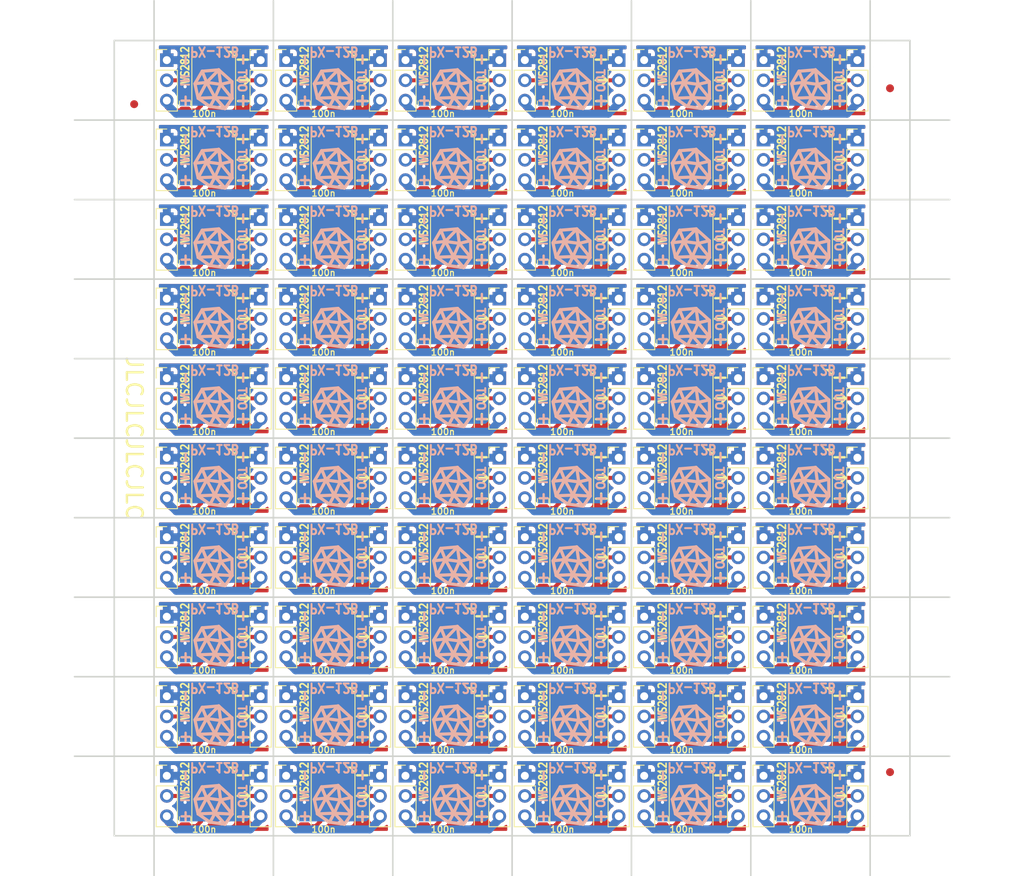
<source format=kicad_pcb>
(kicad_pcb (version 20171130) (host pcbnew "(5.0.2)-1")
  (layers (0 F.Cu signal) (31 B.Cu signal) (34 B.Paste user) (35 F.Paste user) (36 B.SilkS user) (37 F.SilkS user) (38 B.Mask user) (39 F.Mask user) (44 Edge.Cuts user))
  (net 0 "")
  (net 1 /VDD)
  (net 2 GND)
  (net 3 /DIN)
  (net 4 /DOUT)
  (module Connector_PinHeader_2.54mm:PinHeader_1x03_P2.54mm_Vertical (layer F.Cu) (at 193.462 142.432)
    (fp_text reference J1 hide)
    (fp_text value ~)
    (pad 1 thru_hole rect (at 0 0) (size 1.7 1.7) (drill 1) (layers *.Cu *.Mask) (net 2 GND))
    (pad 2 thru_hole oval (at 0 2.54) (size 1.7 1.7) (drill 1) (layers *.Cu *.Mask) (net 3 /DIN))
    (pad 3 thru_hole oval (at 0 5.08) (size 1.7 1.7) (drill 1) (layers *.Cu *.Mask) (net 1 /VDD))
  )
  (module Connector_PinHeader_2.54mm:PinHeader_1x03_P2.54mm_Vertical (layer F.Cu) (at 178.462 142.432)
    (fp_text reference J1 hide)
    (fp_text value ~)
    (pad 1 thru_hole rect (at 0 0) (size 1.7 1.7) (drill 1) (layers *.Cu *.Mask) (net 2 GND))
    (pad 2 thru_hole oval (at 0 2.54) (size 1.7 1.7) (drill 1) (layers *.Cu *.Mask) (net 3 /DIN))
    (pad 3 thru_hole oval (at 0 5.08) (size 1.7 1.7) (drill 1) (layers *.Cu *.Mask) (net 1 /VDD))
  )
  (module Connector_PinHeader_2.54mm:PinHeader_1x03_P2.54mm_Vertical (layer F.Cu) (at 163.462 142.432)
    (fp_text reference J1 hide)
    (fp_text value ~)
    (pad 1 thru_hole rect (at 0 0) (size 1.7 1.7) (drill 1) (layers *.Cu *.Mask) (net 2 GND))
    (pad 2 thru_hole oval (at 0 2.54) (size 1.7 1.7) (drill 1) (layers *.Cu *.Mask) (net 3 /DIN))
    (pad 3 thru_hole oval (at 0 5.08) (size 1.7 1.7) (drill 1) (layers *.Cu *.Mask) (net 1 /VDD))
  )
  (module Connector_PinHeader_2.54mm:PinHeader_1x03_P2.54mm_Vertical (layer F.Cu) (at 148.462 142.432)
    (fp_text reference J1 hide)
    (fp_text value ~)
    (pad 1 thru_hole rect (at 0 0) (size 1.7 1.7) (drill 1) (layers *.Cu *.Mask) (net 2 GND))
    (pad 2 thru_hole oval (at 0 2.54) (size 1.7 1.7) (drill 1) (layers *.Cu *.Mask) (net 3 /DIN))
    (pad 3 thru_hole oval (at 0 5.08) (size 1.7 1.7) (drill 1) (layers *.Cu *.Mask) (net 1 /VDD))
  )
  (module Connector_PinHeader_2.54mm:PinHeader_1x03_P2.54mm_Vertical (layer F.Cu) (at 133.462 142.432)
    (fp_text reference J1 hide)
    (fp_text value ~)
    (pad 1 thru_hole rect (at 0 0) (size 1.7 1.7) (drill 1) (layers *.Cu *.Mask) (net 2 GND))
    (pad 2 thru_hole oval (at 0 2.54) (size 1.7 1.7) (drill 1) (layers *.Cu *.Mask) (net 3 /DIN))
    (pad 3 thru_hole oval (at 0 5.08) (size 1.7 1.7) (drill 1) (layers *.Cu *.Mask) (net 1 /VDD))
  )
  (module Connector_PinHeader_2.54mm:PinHeader_1x03_P2.54mm_Vertical (layer F.Cu) (at 118.462 142.432)
    (fp_text reference J1 hide)
    (fp_text value ~)
    (pad 1 thru_hole rect (at 0 0) (size 1.7 1.7) (drill 1) (layers *.Cu *.Mask) (net 2 GND))
    (pad 2 thru_hole oval (at 0 2.54) (size 1.7 1.7) (drill 1) (layers *.Cu *.Mask) (net 3 /DIN))
    (pad 3 thru_hole oval (at 0 5.08) (size 1.7 1.7) (drill 1) (layers *.Cu *.Mask) (net 1 /VDD))
  )
  (module Connector_PinHeader_2.54mm:PinHeader_1x03_P2.54mm_Vertical (layer F.Cu) (at 193.462 132.432)
    (fp_text reference J1 hide)
    (fp_text value ~)
    (pad 1 thru_hole rect (at 0 0) (size 1.7 1.7) (drill 1) (layers *.Cu *.Mask) (net 2 GND))
    (pad 2 thru_hole oval (at 0 2.54) (size 1.7 1.7) (drill 1) (layers *.Cu *.Mask) (net 3 /DIN))
    (pad 3 thru_hole oval (at 0 5.08) (size 1.7 1.7) (drill 1) (layers *.Cu *.Mask) (net 1 /VDD))
  )
  (module Connector_PinHeader_2.54mm:PinHeader_1x03_P2.54mm_Vertical (layer F.Cu) (at 178.462 132.432)
    (fp_text reference J1 hide)
    (fp_text value ~)
    (pad 1 thru_hole rect (at 0 0) (size 1.7 1.7) (drill 1) (layers *.Cu *.Mask) (net 2 GND))
    (pad 2 thru_hole oval (at 0 2.54) (size 1.7 1.7) (drill 1) (layers *.Cu *.Mask) (net 3 /DIN))
    (pad 3 thru_hole oval (at 0 5.08) (size 1.7 1.7) (drill 1) (layers *.Cu *.Mask) (net 1 /VDD))
  )
  (module Connector_PinHeader_2.54mm:PinHeader_1x03_P2.54mm_Vertical (layer F.Cu) (at 163.462 132.432)
    (fp_text reference J1 hide)
    (fp_text value ~)
    (pad 1 thru_hole rect (at 0 0) (size 1.7 1.7) (drill 1) (layers *.Cu *.Mask) (net 2 GND))
    (pad 2 thru_hole oval (at 0 2.54) (size 1.7 1.7) (drill 1) (layers *.Cu *.Mask) (net 3 /DIN))
    (pad 3 thru_hole oval (at 0 5.08) (size 1.7 1.7) (drill 1) (layers *.Cu *.Mask) (net 1 /VDD))
  )
  (module Connector_PinHeader_2.54mm:PinHeader_1x03_P2.54mm_Vertical (layer F.Cu) (at 148.462 132.432)
    (fp_text reference J1 hide)
    (fp_text value ~)
    (pad 1 thru_hole rect (at 0 0) (size 1.7 1.7) (drill 1) (layers *.Cu *.Mask) (net 2 GND))
    (pad 2 thru_hole oval (at 0 2.54) (size 1.7 1.7) (drill 1) (layers *.Cu *.Mask) (net 3 /DIN))
    (pad 3 thru_hole oval (at 0 5.08) (size 1.7 1.7) (drill 1) (layers *.Cu *.Mask) (net 1 /VDD))
  )
  (module Connector_PinHeader_2.54mm:PinHeader_1x03_P2.54mm_Vertical (layer F.Cu) (at 133.462 132.432)
    (fp_text reference J1 hide)
    (fp_text value ~)
    (pad 1 thru_hole rect (at 0 0) (size 1.7 1.7) (drill 1) (layers *.Cu *.Mask) (net 2 GND))
    (pad 2 thru_hole oval (at 0 2.54) (size 1.7 1.7) (drill 1) (layers *.Cu *.Mask) (net 3 /DIN))
    (pad 3 thru_hole oval (at 0 5.08) (size 1.7 1.7) (drill 1) (layers *.Cu *.Mask) (net 1 /VDD))
  )
  (module Connector_PinHeader_2.54mm:PinHeader_1x03_P2.54mm_Vertical (layer F.Cu) (at 118.462 132.432)
    (fp_text reference J1 hide)
    (fp_text value ~)
    (pad 1 thru_hole rect (at 0 0) (size 1.7 1.7) (drill 1) (layers *.Cu *.Mask) (net 2 GND))
    (pad 2 thru_hole oval (at 0 2.54) (size 1.7 1.7) (drill 1) (layers *.Cu *.Mask) (net 3 /DIN))
    (pad 3 thru_hole oval (at 0 5.08) (size 1.7 1.7) (drill 1) (layers *.Cu *.Mask) (net 1 /VDD))
  )
  (module Connector_PinHeader_2.54mm:PinHeader_1x03_P2.54mm_Vertical (layer F.Cu) (at 193.462 122.432)
    (fp_text reference J1 hide)
    (fp_text value ~)
    (pad 1 thru_hole rect (at 0 0) (size 1.7 1.7) (drill 1) (layers *.Cu *.Mask) (net 2 GND))
    (pad 2 thru_hole oval (at 0 2.54) (size 1.7 1.7) (drill 1) (layers *.Cu *.Mask) (net 3 /DIN))
    (pad 3 thru_hole oval (at 0 5.08) (size 1.7 1.7) (drill 1) (layers *.Cu *.Mask) (net 1 /VDD))
  )
  (module Connector_PinHeader_2.54mm:PinHeader_1x03_P2.54mm_Vertical (layer F.Cu) (at 178.462 122.432)
    (fp_text reference J1 hide)
    (fp_text value ~)
    (pad 1 thru_hole rect (at 0 0) (size 1.7 1.7) (drill 1) (layers *.Cu *.Mask) (net 2 GND))
    (pad 2 thru_hole oval (at 0 2.54) (size 1.7 1.7) (drill 1) (layers *.Cu *.Mask) (net 3 /DIN))
    (pad 3 thru_hole oval (at 0 5.08) (size 1.7 1.7) (drill 1) (layers *.Cu *.Mask) (net 1 /VDD))
  )
  (module Connector_PinHeader_2.54mm:PinHeader_1x03_P2.54mm_Vertical (layer F.Cu) (at 163.462 122.432)
    (fp_text reference J1 hide)
    (fp_text value ~)
    (pad 1 thru_hole rect (at 0 0) (size 1.7 1.7) (drill 1) (layers *.Cu *.Mask) (net 2 GND))
    (pad 2 thru_hole oval (at 0 2.54) (size 1.7 1.7) (drill 1) (layers *.Cu *.Mask) (net 3 /DIN))
    (pad 3 thru_hole oval (at 0 5.08) (size 1.7 1.7) (drill 1) (layers *.Cu *.Mask) (net 1 /VDD))
  )
  (module Connector_PinHeader_2.54mm:PinHeader_1x03_P2.54mm_Vertical (layer F.Cu) (at 148.462 122.432)
    (fp_text reference J1 hide)
    (fp_text value ~)
    (pad 1 thru_hole rect (at 0 0) (size 1.7 1.7) (drill 1) (layers *.Cu *.Mask) (net 2 GND))
    (pad 2 thru_hole oval (at 0 2.54) (size 1.7 1.7) (drill 1) (layers *.Cu *.Mask) (net 3 /DIN))
    (pad 3 thru_hole oval (at 0 5.08) (size 1.7 1.7) (drill 1) (layers *.Cu *.Mask) (net 1 /VDD))
  )
  (module Connector_PinHeader_2.54mm:PinHeader_1x03_P2.54mm_Vertical (layer F.Cu) (at 133.462 122.432)
    (fp_text reference J1 hide)
    (fp_text value ~)
    (pad 1 thru_hole rect (at 0 0) (size 1.7 1.7) (drill 1) (layers *.Cu *.Mask) (net 2 GND))
    (pad 2 thru_hole oval (at 0 2.54) (size 1.7 1.7) (drill 1) (layers *.Cu *.Mask) (net 3 /DIN))
    (pad 3 thru_hole oval (at 0 5.08) (size 1.7 1.7) (drill 1) (layers *.Cu *.Mask) (net 1 /VDD))
  )
  (module Connector_PinHeader_2.54mm:PinHeader_1x03_P2.54mm_Vertical (layer F.Cu) (at 118.462 122.432)
    (fp_text reference J1 hide)
    (fp_text value ~)
    (pad 1 thru_hole rect (at 0 0) (size 1.7 1.7) (drill 1) (layers *.Cu *.Mask) (net 2 GND))
    (pad 2 thru_hole oval (at 0 2.54) (size 1.7 1.7) (drill 1) (layers *.Cu *.Mask) (net 3 /DIN))
    (pad 3 thru_hole oval (at 0 5.08) (size 1.7 1.7) (drill 1) (layers *.Cu *.Mask) (net 1 /VDD))
  )
  (module Connector_PinHeader_2.54mm:PinHeader_1x03_P2.54mm_Vertical (layer F.Cu) (at 193.462 112.432)
    (fp_text reference J1 hide)
    (fp_text value ~)
    (pad 1 thru_hole rect (at 0 0) (size 1.7 1.7) (drill 1) (layers *.Cu *.Mask) (net 2 GND))
    (pad 2 thru_hole oval (at 0 2.54) (size 1.7 1.7) (drill 1) (layers *.Cu *.Mask) (net 3 /DIN))
    (pad 3 thru_hole oval (at 0 5.08) (size 1.7 1.7) (drill 1) (layers *.Cu *.Mask) (net 1 /VDD))
  )
  (module Connector_PinHeader_2.54mm:PinHeader_1x03_P2.54mm_Vertical (layer F.Cu) (at 178.462 112.432)
    (fp_text reference J1 hide)
    (fp_text value ~)
    (pad 1 thru_hole rect (at 0 0) (size 1.7 1.7) (drill 1) (layers *.Cu *.Mask) (net 2 GND))
    (pad 2 thru_hole oval (at 0 2.54) (size 1.7 1.7) (drill 1) (layers *.Cu *.Mask) (net 3 /DIN))
    (pad 3 thru_hole oval (at 0 5.08) (size 1.7 1.7) (drill 1) (layers *.Cu *.Mask) (net 1 /VDD))
  )
  (module Connector_PinHeader_2.54mm:PinHeader_1x03_P2.54mm_Vertical (layer F.Cu) (at 163.462 112.432)
    (fp_text reference J1 hide)
    (fp_text value ~)
    (pad 1 thru_hole rect (at 0 0) (size 1.7 1.7) (drill 1) (layers *.Cu *.Mask) (net 2 GND))
    (pad 2 thru_hole oval (at 0 2.54) (size 1.7 1.7) (drill 1) (layers *.Cu *.Mask) (net 3 /DIN))
    (pad 3 thru_hole oval (at 0 5.08) (size 1.7 1.7) (drill 1) (layers *.Cu *.Mask) (net 1 /VDD))
  )
  (module Connector_PinHeader_2.54mm:PinHeader_1x03_P2.54mm_Vertical (layer F.Cu) (at 148.462 112.432)
    (fp_text reference J1 hide)
    (fp_text value ~)
    (pad 1 thru_hole rect (at 0 0) (size 1.7 1.7) (drill 1) (layers *.Cu *.Mask) (net 2 GND))
    (pad 2 thru_hole oval (at 0 2.54) (size 1.7 1.7) (drill 1) (layers *.Cu *.Mask) (net 3 /DIN))
    (pad 3 thru_hole oval (at 0 5.08) (size 1.7 1.7) (drill 1) (layers *.Cu *.Mask) (net 1 /VDD))
  )
  (module Connector_PinHeader_2.54mm:PinHeader_1x03_P2.54mm_Vertical (layer F.Cu) (at 133.462 112.432)
    (fp_text reference J1 hide)
    (fp_text value ~)
    (pad 1 thru_hole rect (at 0 0) (size 1.7 1.7) (drill 1) (layers *.Cu *.Mask) (net 2 GND))
    (pad 2 thru_hole oval (at 0 2.54) (size 1.7 1.7) (drill 1) (layers *.Cu *.Mask) (net 3 /DIN))
    (pad 3 thru_hole oval (at 0 5.08) (size 1.7 1.7) (drill 1) (layers *.Cu *.Mask) (net 1 /VDD))
  )
  (module Connector_PinHeader_2.54mm:PinHeader_1x03_P2.54mm_Vertical (layer F.Cu) (at 118.462 112.432)
    (fp_text reference J1 hide)
    (fp_text value ~)
    (pad 1 thru_hole rect (at 0 0) (size 1.7 1.7) (drill 1) (layers *.Cu *.Mask) (net 2 GND))
    (pad 2 thru_hole oval (at 0 2.54) (size 1.7 1.7) (drill 1) (layers *.Cu *.Mask) (net 3 /DIN))
    (pad 3 thru_hole oval (at 0 5.08) (size 1.7 1.7) (drill 1) (layers *.Cu *.Mask) (net 1 /VDD))
  )
  (module Connector_PinHeader_2.54mm:PinHeader_1x03_P2.54mm_Vertical (layer F.Cu) (at 193.462 102.432)
    (fp_text reference J1 hide)
    (fp_text value ~)
    (pad 1 thru_hole rect (at 0 0) (size 1.7 1.7) (drill 1) (layers *.Cu *.Mask) (net 2 GND))
    (pad 2 thru_hole oval (at 0 2.54) (size 1.7 1.7) (drill 1) (layers *.Cu *.Mask) (net 3 /DIN))
    (pad 3 thru_hole oval (at 0 5.08) (size 1.7 1.7) (drill 1) (layers *.Cu *.Mask) (net 1 /VDD))
  )
  (module Connector_PinHeader_2.54mm:PinHeader_1x03_P2.54mm_Vertical (layer F.Cu) (at 178.462 102.432)
    (fp_text reference J1 hide)
    (fp_text value ~)
    (pad 1 thru_hole rect (at 0 0) (size 1.7 1.7) (drill 1) (layers *.Cu *.Mask) (net 2 GND))
    (pad 2 thru_hole oval (at 0 2.54) (size 1.7 1.7) (drill 1) (layers *.Cu *.Mask) (net 3 /DIN))
    (pad 3 thru_hole oval (at 0 5.08) (size 1.7 1.7) (drill 1) (layers *.Cu *.Mask) (net 1 /VDD))
  )
  (module Connector_PinHeader_2.54mm:PinHeader_1x03_P2.54mm_Vertical (layer F.Cu) (at 163.462 102.432)
    (fp_text reference J1 hide)
    (fp_text value ~)
    (pad 1 thru_hole rect (at 0 0) (size 1.7 1.7) (drill 1) (layers *.Cu *.Mask) (net 2 GND))
    (pad 2 thru_hole oval (at 0 2.54) (size 1.7 1.7) (drill 1) (layers *.Cu *.Mask) (net 3 /DIN))
    (pad 3 thru_hole oval (at 0 5.08) (size 1.7 1.7) (drill 1) (layers *.Cu *.Mask) (net 1 /VDD))
  )
  (module Connector_PinHeader_2.54mm:PinHeader_1x03_P2.54mm_Vertical (layer F.Cu) (at 148.462 102.432)
    (fp_text reference J1 hide)
    (fp_text value ~)
    (pad 1 thru_hole rect (at 0 0) (size 1.7 1.7) (drill 1) (layers *.Cu *.Mask) (net 2 GND))
    (pad 2 thru_hole oval (at 0 2.54) (size 1.7 1.7) (drill 1) (layers *.Cu *.Mask) (net 3 /DIN))
    (pad 3 thru_hole oval (at 0 5.08) (size 1.7 1.7) (drill 1) (layers *.Cu *.Mask) (net 1 /VDD))
  )
  (module Connector_PinHeader_2.54mm:PinHeader_1x03_P2.54mm_Vertical (layer F.Cu) (at 133.462 102.432)
    (fp_text reference J1 hide)
    (fp_text value ~)
    (pad 1 thru_hole rect (at 0 0) (size 1.7 1.7) (drill 1) (layers *.Cu *.Mask) (net 2 GND))
    (pad 2 thru_hole oval (at 0 2.54) (size 1.7 1.7) (drill 1) (layers *.Cu *.Mask) (net 3 /DIN))
    (pad 3 thru_hole oval (at 0 5.08) (size 1.7 1.7) (drill 1) (layers *.Cu *.Mask) (net 1 /VDD))
  )
  (module Connector_PinHeader_2.54mm:PinHeader_1x03_P2.54mm_Vertical (layer F.Cu) (at 118.462 102.432)
    (fp_text reference J1 hide)
    (fp_text value ~)
    (pad 1 thru_hole rect (at 0 0) (size 1.7 1.7) (drill 1) (layers *.Cu *.Mask) (net 2 GND))
    (pad 2 thru_hole oval (at 0 2.54) (size 1.7 1.7) (drill 1) (layers *.Cu *.Mask) (net 3 /DIN))
    (pad 3 thru_hole oval (at 0 5.08) (size 1.7 1.7) (drill 1) (layers *.Cu *.Mask) (net 1 /VDD))
  )
  (module Connector_PinHeader_2.54mm:PinHeader_1x03_P2.54mm_Vertical (layer F.Cu) (at 193.462 92.432)
    (fp_text reference J1 hide)
    (fp_text value ~)
    (pad 1 thru_hole rect (at 0 0) (size 1.7 1.7) (drill 1) (layers *.Cu *.Mask) (net 2 GND))
    (pad 2 thru_hole oval (at 0 2.54) (size 1.7 1.7) (drill 1) (layers *.Cu *.Mask) (net 3 /DIN))
    (pad 3 thru_hole oval (at 0 5.08) (size 1.7 1.7) (drill 1) (layers *.Cu *.Mask) (net 1 /VDD))
  )
  (module Connector_PinHeader_2.54mm:PinHeader_1x03_P2.54mm_Vertical (layer F.Cu) (at 178.462 92.432)
    (fp_text reference J1 hide)
    (fp_text value ~)
    (pad 1 thru_hole rect (at 0 0) (size 1.7 1.7) (drill 1) (layers *.Cu *.Mask) (net 2 GND))
    (pad 2 thru_hole oval (at 0 2.54) (size 1.7 1.7) (drill 1) (layers *.Cu *.Mask) (net 3 /DIN))
    (pad 3 thru_hole oval (at 0 5.08) (size 1.7 1.7) (drill 1) (layers *.Cu *.Mask) (net 1 /VDD))
  )
  (module Connector_PinHeader_2.54mm:PinHeader_1x03_P2.54mm_Vertical (layer F.Cu) (at 163.462 92.432)
    (fp_text reference J1 hide)
    (fp_text value ~)
    (pad 1 thru_hole rect (at 0 0) (size 1.7 1.7) (drill 1) (layers *.Cu *.Mask) (net 2 GND))
    (pad 2 thru_hole oval (at 0 2.54) (size 1.7 1.7) (drill 1) (layers *.Cu *.Mask) (net 3 /DIN))
    (pad 3 thru_hole oval (at 0 5.08) (size 1.7 1.7) (drill 1) (layers *.Cu *.Mask) (net 1 /VDD))
  )
  (module Connector_PinHeader_2.54mm:PinHeader_1x03_P2.54mm_Vertical (layer F.Cu) (at 148.462 92.432)
    (fp_text reference J1 hide)
    (fp_text value ~)
    (pad 1 thru_hole rect (at 0 0) (size 1.7 1.7) (drill 1) (layers *.Cu *.Mask) (net 2 GND))
    (pad 2 thru_hole oval (at 0 2.54) (size 1.7 1.7) (drill 1) (layers *.Cu *.Mask) (net 3 /DIN))
    (pad 3 thru_hole oval (at 0 5.08) (size 1.7 1.7) (drill 1) (layers *.Cu *.Mask) (net 1 /VDD))
  )
  (module Connector_PinHeader_2.54mm:PinHeader_1x03_P2.54mm_Vertical (layer F.Cu) (at 133.462 92.432)
    (fp_text reference J1 hide)
    (fp_text value ~)
    (pad 1 thru_hole rect (at 0 0) (size 1.7 1.7) (drill 1) (layers *.Cu *.Mask) (net 2 GND))
    (pad 2 thru_hole oval (at 0 2.54) (size 1.7 1.7) (drill 1) (layers *.Cu *.Mask) (net 3 /DIN))
    (pad 3 thru_hole oval (at 0 5.08) (size 1.7 1.7) (drill 1) (layers *.Cu *.Mask) (net 1 /VDD))
  )
  (module Connector_PinHeader_2.54mm:PinHeader_1x03_P2.54mm_Vertical (layer F.Cu) (at 118.462 92.432)
    (fp_text reference J1 hide)
    (fp_text value ~)
    (pad 1 thru_hole rect (at 0 0) (size 1.7 1.7) (drill 1) (layers *.Cu *.Mask) (net 2 GND))
    (pad 2 thru_hole oval (at 0 2.54) (size 1.7 1.7) (drill 1) (layers *.Cu *.Mask) (net 3 /DIN))
    (pad 3 thru_hole oval (at 0 5.08) (size 1.7 1.7) (drill 1) (layers *.Cu *.Mask) (net 1 /VDD))
  )
  (module Connector_PinHeader_2.54mm:PinHeader_1x03_P2.54mm_Vertical (layer F.Cu) (at 193.462 82.432)
    (fp_text reference J1 hide)
    (fp_text value ~)
    (pad 1 thru_hole rect (at 0 0) (size 1.7 1.7) (drill 1) (layers *.Cu *.Mask) (net 2 GND))
    (pad 2 thru_hole oval (at 0 2.54) (size 1.7 1.7) (drill 1) (layers *.Cu *.Mask) (net 3 /DIN))
    (pad 3 thru_hole oval (at 0 5.08) (size 1.7 1.7) (drill 1) (layers *.Cu *.Mask) (net 1 /VDD))
  )
  (module Connector_PinHeader_2.54mm:PinHeader_1x03_P2.54mm_Vertical (layer F.Cu) (at 178.462 82.432)
    (fp_text reference J1 hide)
    (fp_text value ~)
    (pad 1 thru_hole rect (at 0 0) (size 1.7 1.7) (drill 1) (layers *.Cu *.Mask) (net 2 GND))
    (pad 2 thru_hole oval (at 0 2.54) (size 1.7 1.7) (drill 1) (layers *.Cu *.Mask) (net 3 /DIN))
    (pad 3 thru_hole oval (at 0 5.08) (size 1.7 1.7) (drill 1) (layers *.Cu *.Mask) (net 1 /VDD))
  )
  (module Connector_PinHeader_2.54mm:PinHeader_1x03_P2.54mm_Vertical (layer F.Cu) (at 163.462 82.432)
    (fp_text reference J1 hide)
    (fp_text value ~)
    (pad 1 thru_hole rect (at 0 0) (size 1.7 1.7) (drill 1) (layers *.Cu *.Mask) (net 2 GND))
    (pad 2 thru_hole oval (at 0 2.54) (size 1.7 1.7) (drill 1) (layers *.Cu *.Mask) (net 3 /DIN))
    (pad 3 thru_hole oval (at 0 5.08) (size 1.7 1.7) (drill 1) (layers *.Cu *.Mask) (net 1 /VDD))
  )
  (module Connector_PinHeader_2.54mm:PinHeader_1x03_P2.54mm_Vertical (layer F.Cu) (at 148.462 82.432)
    (fp_text reference J1 hide)
    (fp_text value ~)
    (pad 1 thru_hole rect (at 0 0) (size 1.7 1.7) (drill 1) (layers *.Cu *.Mask) (net 2 GND))
    (pad 2 thru_hole oval (at 0 2.54) (size 1.7 1.7) (drill 1) (layers *.Cu *.Mask) (net 3 /DIN))
    (pad 3 thru_hole oval (at 0 5.08) (size 1.7 1.7) (drill 1) (layers *.Cu *.Mask) (net 1 /VDD))
  )
  (module Connector_PinHeader_2.54mm:PinHeader_1x03_P2.54mm_Vertical (layer F.Cu) (at 133.462 82.432)
    (fp_text reference J1 hide)
    (fp_text value ~)
    (pad 1 thru_hole rect (at 0 0) (size 1.7 1.7) (drill 1) (layers *.Cu *.Mask) (net 2 GND))
    (pad 2 thru_hole oval (at 0 2.54) (size 1.7 1.7) (drill 1) (layers *.Cu *.Mask) (net 3 /DIN))
    (pad 3 thru_hole oval (at 0 5.08) (size 1.7 1.7) (drill 1) (layers *.Cu *.Mask) (net 1 /VDD))
  )
  (module Connector_PinHeader_2.54mm:PinHeader_1x03_P2.54mm_Vertical (layer F.Cu) (at 118.462 82.432)
    (fp_text reference J1 hide)
    (fp_text value ~)
    (pad 1 thru_hole rect (at 0 0) (size 1.7 1.7) (drill 1) (layers *.Cu *.Mask) (net 2 GND))
    (pad 2 thru_hole oval (at 0 2.54) (size 1.7 1.7) (drill 1) (layers *.Cu *.Mask) (net 3 /DIN))
    (pad 3 thru_hole oval (at 0 5.08) (size 1.7 1.7) (drill 1) (layers *.Cu *.Mask) (net 1 /VDD))
  )
  (module Connector_PinHeader_2.54mm:PinHeader_1x03_P2.54mm_Vertical (layer F.Cu) (at 193.462 72.432)
    (fp_text reference J1 hide)
    (fp_text value ~)
    (pad 1 thru_hole rect (at 0 0) (size 1.7 1.7) (drill 1) (layers *.Cu *.Mask) (net 2 GND))
    (pad 2 thru_hole oval (at 0 2.54) (size 1.7 1.7) (drill 1) (layers *.Cu *.Mask) (net 3 /DIN))
    (pad 3 thru_hole oval (at 0 5.08) (size 1.7 1.7) (drill 1) (layers *.Cu *.Mask) (net 1 /VDD))
  )
  (module Connector_PinHeader_2.54mm:PinHeader_1x03_P2.54mm_Vertical (layer F.Cu) (at 178.462 72.432)
    (fp_text reference J1 hide)
    (fp_text value ~)
    (pad 1 thru_hole rect (at 0 0) (size 1.7 1.7) (drill 1) (layers *.Cu *.Mask) (net 2 GND))
    (pad 2 thru_hole oval (at 0 2.54) (size 1.7 1.7) (drill 1) (layers *.Cu *.Mask) (net 3 /DIN))
    (pad 3 thru_hole oval (at 0 5.08) (size 1.7 1.7) (drill 1) (layers *.Cu *.Mask) (net 1 /VDD))
  )
  (module Connector_PinHeader_2.54mm:PinHeader_1x03_P2.54mm_Vertical (layer F.Cu) (at 163.462 72.432)
    (fp_text reference J1 hide)
    (fp_text value ~)
    (pad 1 thru_hole rect (at 0 0) (size 1.7 1.7) (drill 1) (layers *.Cu *.Mask) (net 2 GND))
    (pad 2 thru_hole oval (at 0 2.54) (size 1.7 1.7) (drill 1) (layers *.Cu *.Mask) (net 3 /DIN))
    (pad 3 thru_hole oval (at 0 5.08) (size 1.7 1.7) (drill 1) (layers *.Cu *.Mask) (net 1 /VDD))
  )
  (module Connector_PinHeader_2.54mm:PinHeader_1x03_P2.54mm_Vertical (layer F.Cu) (at 148.462 72.432)
    (fp_text reference J1 hide)
    (fp_text value ~)
    (pad 1 thru_hole rect (at 0 0) (size 1.7 1.7) (drill 1) (layers *.Cu *.Mask) (net 2 GND))
    (pad 2 thru_hole oval (at 0 2.54) (size 1.7 1.7) (drill 1) (layers *.Cu *.Mask) (net 3 /DIN))
    (pad 3 thru_hole oval (at 0 5.08) (size 1.7 1.7) (drill 1) (layers *.Cu *.Mask) (net 1 /VDD))
  )
  (module Connector_PinHeader_2.54mm:PinHeader_1x03_P2.54mm_Vertical (layer F.Cu) (at 133.462 72.432)
    (fp_text reference J1 hide)
    (fp_text value ~)
    (pad 1 thru_hole rect (at 0 0) (size 1.7 1.7) (drill 1) (layers *.Cu *.Mask) (net 2 GND))
    (pad 2 thru_hole oval (at 0 2.54) (size 1.7 1.7) (drill 1) (layers *.Cu *.Mask) (net 3 /DIN))
    (pad 3 thru_hole oval (at 0 5.08) (size 1.7 1.7) (drill 1) (layers *.Cu *.Mask) (net 1 /VDD))
  )
  (module Connector_PinHeader_2.54mm:PinHeader_1x03_P2.54mm_Vertical (layer F.Cu) (at 118.462 72.432)
    (fp_text reference J1 hide)
    (fp_text value ~)
    (pad 1 thru_hole rect (at 0 0) (size 1.7 1.7) (drill 1) (layers *.Cu *.Mask) (net 2 GND))
    (pad 2 thru_hole oval (at 0 2.54) (size 1.7 1.7) (drill 1) (layers *.Cu *.Mask) (net 3 /DIN))
    (pad 3 thru_hole oval (at 0 5.08) (size 1.7 1.7) (drill 1) (layers *.Cu *.Mask) (net 1 /VDD))
  )
  (module Connector_PinHeader_2.54mm:PinHeader_1x03_P2.54mm_Vertical (layer F.Cu) (at 193.462 62.432)
    (fp_text reference J1 hide)
    (fp_text value ~)
    (pad 1 thru_hole rect (at 0 0) (size 1.7 1.7) (drill 1) (layers *.Cu *.Mask) (net 2 GND))
    (pad 2 thru_hole oval (at 0 2.54) (size 1.7 1.7) (drill 1) (layers *.Cu *.Mask) (net 3 /DIN))
    (pad 3 thru_hole oval (at 0 5.08) (size 1.7 1.7) (drill 1) (layers *.Cu *.Mask) (net 1 /VDD))
  )
  (module Connector_PinHeader_2.54mm:PinHeader_1x03_P2.54mm_Vertical (layer F.Cu) (at 178.462 62.432)
    (fp_text reference J1 hide)
    (fp_text value ~)
    (pad 1 thru_hole rect (at 0 0) (size 1.7 1.7) (drill 1) (layers *.Cu *.Mask) (net 2 GND))
    (pad 2 thru_hole oval (at 0 2.54) (size 1.7 1.7) (drill 1) (layers *.Cu *.Mask) (net 3 /DIN))
    (pad 3 thru_hole oval (at 0 5.08) (size 1.7 1.7) (drill 1) (layers *.Cu *.Mask) (net 1 /VDD))
  )
  (module Connector_PinHeader_2.54mm:PinHeader_1x03_P2.54mm_Vertical (layer F.Cu) (at 163.462 62.432)
    (fp_text reference J1 hide)
    (fp_text value ~)
    (pad 1 thru_hole rect (at 0 0) (size 1.7 1.7) (drill 1) (layers *.Cu *.Mask) (net 2 GND))
    (pad 2 thru_hole oval (at 0 2.54) (size 1.7 1.7) (drill 1) (layers *.Cu *.Mask) (net 3 /DIN))
    (pad 3 thru_hole oval (at 0 5.08) (size 1.7 1.7) (drill 1) (layers *.Cu *.Mask) (net 1 /VDD))
  )
  (module Connector_PinHeader_2.54mm:PinHeader_1x03_P2.54mm_Vertical (layer F.Cu) (at 148.462 62.432)
    (fp_text reference J1 hide)
    (fp_text value ~)
    (pad 1 thru_hole rect (at 0 0) (size 1.7 1.7) (drill 1) (layers *.Cu *.Mask) (net 2 GND))
    (pad 2 thru_hole oval (at 0 2.54) (size 1.7 1.7) (drill 1) (layers *.Cu *.Mask) (net 3 /DIN))
    (pad 3 thru_hole oval (at 0 5.08) (size 1.7 1.7) (drill 1) (layers *.Cu *.Mask) (net 1 /VDD))
  )
  (module Connector_PinHeader_2.54mm:PinHeader_1x03_P2.54mm_Vertical (layer F.Cu) (at 133.462 62.432)
    (fp_text reference J1 hide)
    (fp_text value ~)
    (pad 1 thru_hole rect (at 0 0) (size 1.7 1.7) (drill 1) (layers *.Cu *.Mask) (net 2 GND))
    (pad 2 thru_hole oval (at 0 2.54) (size 1.7 1.7) (drill 1) (layers *.Cu *.Mask) (net 3 /DIN))
    (pad 3 thru_hole oval (at 0 5.08) (size 1.7 1.7) (drill 1) (layers *.Cu *.Mask) (net 1 /VDD))
  )
  (module Connector_PinHeader_2.54mm:PinHeader_1x03_P2.54mm_Vertical (layer F.Cu) (at 118.462 62.432)
    (fp_text reference J1 hide)
    (fp_text value ~)
    (pad 1 thru_hole rect (at 0 0) (size 1.7 1.7) (drill 1) (layers *.Cu *.Mask) (net 2 GND))
    (pad 2 thru_hole oval (at 0 2.54) (size 1.7 1.7) (drill 1) (layers *.Cu *.Mask) (net 3 /DIN))
    (pad 3 thru_hole oval (at 0 5.08) (size 1.7 1.7) (drill 1) (layers *.Cu *.Mask) (net 1 /VDD))
  )
  (module Connector_PinHeader_2.54mm:PinHeader_1x03_P2.54mm_Vertical (layer F.Cu) (at 193.462 52.432)
    (fp_text reference J1 hide)
    (fp_text value ~)
    (pad 1 thru_hole rect (at 0 0) (size 1.7 1.7) (drill 1) (layers *.Cu *.Mask) (net 2 GND))
    (pad 2 thru_hole oval (at 0 2.54) (size 1.7 1.7) (drill 1) (layers *.Cu *.Mask) (net 3 /DIN))
    (pad 3 thru_hole oval (at 0 5.08) (size 1.7 1.7) (drill 1) (layers *.Cu *.Mask) (net 1 /VDD))
  )
  (module Connector_PinHeader_2.54mm:PinHeader_1x03_P2.54mm_Vertical (layer F.Cu) (at 178.462 52.432)
    (fp_text reference J1 hide)
    (fp_text value ~)
    (pad 1 thru_hole rect (at 0 0) (size 1.7 1.7) (drill 1) (layers *.Cu *.Mask) (net 2 GND))
    (pad 2 thru_hole oval (at 0 2.54) (size 1.7 1.7) (drill 1) (layers *.Cu *.Mask) (net 3 /DIN))
    (pad 3 thru_hole oval (at 0 5.08) (size 1.7 1.7) (drill 1) (layers *.Cu *.Mask) (net 1 /VDD))
  )
  (module Connector_PinHeader_2.54mm:PinHeader_1x03_P2.54mm_Vertical (layer F.Cu) (at 163.462 52.432)
    (fp_text reference J1 hide)
    (fp_text value ~)
    (pad 1 thru_hole rect (at 0 0) (size 1.7 1.7) (drill 1) (layers *.Cu *.Mask) (net 2 GND))
    (pad 2 thru_hole oval (at 0 2.54) (size 1.7 1.7) (drill 1) (layers *.Cu *.Mask) (net 3 /DIN))
    (pad 3 thru_hole oval (at 0 5.08) (size 1.7 1.7) (drill 1) (layers *.Cu *.Mask) (net 1 /VDD))
  )
  (module Connector_PinHeader_2.54mm:PinHeader_1x03_P2.54mm_Vertical (layer F.Cu) (at 148.462 52.432)
    (fp_text reference J1 hide)
    (fp_text value ~)
    (pad 1 thru_hole rect (at 0 0) (size 1.7 1.7) (drill 1) (layers *.Cu *.Mask) (net 2 GND))
    (pad 2 thru_hole oval (at 0 2.54) (size 1.7 1.7) (drill 1) (layers *.Cu *.Mask) (net 3 /DIN))
    (pad 3 thru_hole oval (at 0 5.08) (size 1.7 1.7) (drill 1) (layers *.Cu *.Mask) (net 1 /VDD))
  )
  (module Connector_PinHeader_2.54mm:PinHeader_1x03_P2.54mm_Vertical (layer F.Cu) (at 133.462 52.432)
    (fp_text reference J1 hide)
    (fp_text value ~)
    (pad 1 thru_hole rect (at 0 0) (size 1.7 1.7) (drill 1) (layers *.Cu *.Mask) (net 2 GND))
    (pad 2 thru_hole oval (at 0 2.54) (size 1.7 1.7) (drill 1) (layers *.Cu *.Mask) (net 3 /DIN))
    (pad 3 thru_hole oval (at 0 5.08) (size 1.7 1.7) (drill 1) (layers *.Cu *.Mask) (net 1 /VDD))
  )
  (module Connector_PinHeader_2.54mm:PinHeader_1x03_P2.54mm_Vertical (layer F.Cu) (at 205.262 142.432)
    (fp_text reference J2 hide)
    (fp_text value ~)
    (pad 3 thru_hole oval (at 0 5.08) (size 1.7 1.7) (drill 1) (layers *.Cu *.Mask) (net 1 /VDD))
    (pad 2 thru_hole oval (at 0 2.54) (size 1.7 1.7) (drill 1) (layers *.Cu *.Mask) (net 4 /DOUT))
    (pad 1 thru_hole rect (at 0 0) (size 1.7 1.7) (drill 1) (layers *.Cu *.Mask) (net 2 GND))
  )
  (module Connector_PinHeader_2.54mm:PinHeader_1x03_P2.54mm_Vertical (layer F.Cu) (at 190.262 142.432)
    (fp_text reference J2 hide)
    (fp_text value ~)
    (pad 3 thru_hole oval (at 0 5.08) (size 1.7 1.7) (drill 1) (layers *.Cu *.Mask) (net 1 /VDD))
    (pad 2 thru_hole oval (at 0 2.54) (size 1.7 1.7) (drill 1) (layers *.Cu *.Mask) (net 4 /DOUT))
    (pad 1 thru_hole rect (at 0 0) (size 1.7 1.7) (drill 1) (layers *.Cu *.Mask) (net 2 GND))
  )
  (module Connector_PinHeader_2.54mm:PinHeader_1x03_P2.54mm_Vertical (layer F.Cu) (at 175.262 142.432)
    (fp_text reference J2 hide)
    (fp_text value ~)
    (pad 3 thru_hole oval (at 0 5.08) (size 1.7 1.7) (drill 1) (layers *.Cu *.Mask) (net 1 /VDD))
    (pad 2 thru_hole oval (at 0 2.54) (size 1.7 1.7) (drill 1) (layers *.Cu *.Mask) (net 4 /DOUT))
    (pad 1 thru_hole rect (at 0 0) (size 1.7 1.7) (drill 1) (layers *.Cu *.Mask) (net 2 GND))
  )
  (module Connector_PinHeader_2.54mm:PinHeader_1x03_P2.54mm_Vertical (layer F.Cu) (at 160.262 142.432)
    (fp_text reference J2 hide)
    (fp_text value ~)
    (pad 3 thru_hole oval (at 0 5.08) (size 1.7 1.7) (drill 1) (layers *.Cu *.Mask) (net 1 /VDD))
    (pad 2 thru_hole oval (at 0 2.54) (size 1.7 1.7) (drill 1) (layers *.Cu *.Mask) (net 4 /DOUT))
    (pad 1 thru_hole rect (at 0 0) (size 1.7 1.7) (drill 1) (layers *.Cu *.Mask) (net 2 GND))
  )
  (module Connector_PinHeader_2.54mm:PinHeader_1x03_P2.54mm_Vertical (layer F.Cu) (at 145.262 142.432)
    (fp_text reference J2 hide)
    (fp_text value ~)
    (pad 3 thru_hole oval (at 0 5.08) (size 1.7 1.7) (drill 1) (layers *.Cu *.Mask) (net 1 /VDD))
    (pad 2 thru_hole oval (at 0 2.54) (size 1.7 1.7) (drill 1) (layers *.Cu *.Mask) (net 4 /DOUT))
    (pad 1 thru_hole rect (at 0 0) (size 1.7 1.7) (drill 1) (layers *.Cu *.Mask) (net 2 GND))
  )
  (module Connector_PinHeader_2.54mm:PinHeader_1x03_P2.54mm_Vertical (layer F.Cu) (at 130.262 142.432)
    (fp_text reference J2 hide)
    (fp_text value ~)
    (pad 3 thru_hole oval (at 0 5.08) (size 1.7 1.7) (drill 1) (layers *.Cu *.Mask) (net 1 /VDD))
    (pad 2 thru_hole oval (at 0 2.54) (size 1.7 1.7) (drill 1) (layers *.Cu *.Mask) (net 4 /DOUT))
    (pad 1 thru_hole rect (at 0 0) (size 1.7 1.7) (drill 1) (layers *.Cu *.Mask) (net 2 GND))
  )
  (module Connector_PinHeader_2.54mm:PinHeader_1x03_P2.54mm_Vertical (layer F.Cu) (at 205.262 132.432)
    (fp_text reference J2 hide)
    (fp_text value ~)
    (pad 3 thru_hole oval (at 0 5.08) (size 1.7 1.7) (drill 1) (layers *.Cu *.Mask) (net 1 /VDD))
    (pad 2 thru_hole oval (at 0 2.54) (size 1.7 1.7) (drill 1) (layers *.Cu *.Mask) (net 4 /DOUT))
    (pad 1 thru_hole rect (at 0 0) (size 1.7 1.7) (drill 1) (layers *.Cu *.Mask) (net 2 GND))
  )
  (module Connector_PinHeader_2.54mm:PinHeader_1x03_P2.54mm_Vertical (layer F.Cu) (at 190.262 132.432)
    (fp_text reference J2 hide)
    (fp_text value ~)
    (pad 3 thru_hole oval (at 0 5.08) (size 1.7 1.7) (drill 1) (layers *.Cu *.Mask) (net 1 /VDD))
    (pad 2 thru_hole oval (at 0 2.54) (size 1.7 1.7) (drill 1) (layers *.Cu *.Mask) (net 4 /DOUT))
    (pad 1 thru_hole rect (at 0 0) (size 1.7 1.7) (drill 1) (layers *.Cu *.Mask) (net 2 GND))
  )
  (module Connector_PinHeader_2.54mm:PinHeader_1x03_P2.54mm_Vertical (layer F.Cu) (at 175.262 132.432)
    (fp_text reference J2 hide)
    (fp_text value ~)
    (pad 3 thru_hole oval (at 0 5.08) (size 1.7 1.7) (drill 1) (layers *.Cu *.Mask) (net 1 /VDD))
    (pad 2 thru_hole oval (at 0 2.54) (size 1.7 1.7) (drill 1) (layers *.Cu *.Mask) (net 4 /DOUT))
    (pad 1 thru_hole rect (at 0 0) (size 1.7 1.7) (drill 1) (layers *.Cu *.Mask) (net 2 GND))
  )
  (module Connector_PinHeader_2.54mm:PinHeader_1x03_P2.54mm_Vertical (layer F.Cu) (at 160.262 132.432)
    (fp_text reference J2 hide)
    (fp_text value ~)
    (pad 3 thru_hole oval (at 0 5.08) (size 1.7 1.7) (drill 1) (layers *.Cu *.Mask) (net 1 /VDD))
    (pad 2 thru_hole oval (at 0 2.54) (size 1.7 1.7) (drill 1) (layers *.Cu *.Mask) (net 4 /DOUT))
    (pad 1 thru_hole rect (at 0 0) (size 1.7 1.7) (drill 1) (layers *.Cu *.Mask) (net 2 GND))
  )
  (module Connector_PinHeader_2.54mm:PinHeader_1x03_P2.54mm_Vertical (layer F.Cu) (at 145.262 132.432)
    (fp_text reference J2 hide)
    (fp_text value ~)
    (pad 3 thru_hole oval (at 0 5.08) (size 1.7 1.7) (drill 1) (layers *.Cu *.Mask) (net 1 /VDD))
    (pad 2 thru_hole oval (at 0 2.54) (size 1.7 1.7) (drill 1) (layers *.Cu *.Mask) (net 4 /DOUT))
    (pad 1 thru_hole rect (at 0 0) (size 1.7 1.7) (drill 1) (layers *.Cu *.Mask) (net 2 GND))
  )
  (module Connector_PinHeader_2.54mm:PinHeader_1x03_P2.54mm_Vertical (layer F.Cu) (at 130.262 132.432)
    (fp_text reference J2 hide)
    (fp_text value ~)
    (pad 3 thru_hole oval (at 0 5.08) (size 1.7 1.7) (drill 1) (layers *.Cu *.Mask) (net 1 /VDD))
    (pad 2 thru_hole oval (at 0 2.54) (size 1.7 1.7) (drill 1) (layers *.Cu *.Mask) (net 4 /DOUT))
    (pad 1 thru_hole rect (at 0 0) (size 1.7 1.7) (drill 1) (layers *.Cu *.Mask) (net 2 GND))
  )
  (module Connector_PinHeader_2.54mm:PinHeader_1x03_P2.54mm_Vertical (layer F.Cu) (at 205.262 122.432)
    (fp_text reference J2 hide)
    (fp_text value ~)
    (pad 3 thru_hole oval (at 0 5.08) (size 1.7 1.7) (drill 1) (layers *.Cu *.Mask) (net 1 /VDD))
    (pad 2 thru_hole oval (at 0 2.54) (size 1.7 1.7) (drill 1) (layers *.Cu *.Mask) (net 4 /DOUT))
    (pad 1 thru_hole rect (at 0 0) (size 1.7 1.7) (drill 1) (layers *.Cu *.Mask) (net 2 GND))
  )
  (module Connector_PinHeader_2.54mm:PinHeader_1x03_P2.54mm_Vertical (layer F.Cu) (at 190.262 122.432)
    (fp_text reference J2 hide)
    (fp_text value ~)
    (pad 3 thru_hole oval (at 0 5.08) (size 1.7 1.7) (drill 1) (layers *.Cu *.Mask) (net 1 /VDD))
    (pad 2 thru_hole oval (at 0 2.54) (size 1.7 1.7) (drill 1) (layers *.Cu *.Mask) (net 4 /DOUT))
    (pad 1 thru_hole rect (at 0 0) (size 1.7 1.7) (drill 1) (layers *.Cu *.Mask) (net 2 GND))
  )
  (module Connector_PinHeader_2.54mm:PinHeader_1x03_P2.54mm_Vertical (layer F.Cu) (at 175.262 122.432)
    (fp_text reference J2 hide)
    (fp_text value ~)
    (pad 3 thru_hole oval (at 0 5.08) (size 1.7 1.7) (drill 1) (layers *.Cu *.Mask) (net 1 /VDD))
    (pad 2 thru_hole oval (at 0 2.54) (size 1.7 1.7) (drill 1) (layers *.Cu *.Mask) (net 4 /DOUT))
    (pad 1 thru_hole rect (at 0 0) (size 1.7 1.7) (drill 1) (layers *.Cu *.Mask) (net 2 GND))
  )
  (module Connector_PinHeader_2.54mm:PinHeader_1x03_P2.54mm_Vertical (layer F.Cu) (at 160.262 122.432)
    (fp_text reference J2 hide)
    (fp_text value ~)
    (pad 3 thru_hole oval (at 0 5.08) (size 1.7 1.7) (drill 1) (layers *.Cu *.Mask) (net 1 /VDD))
    (pad 2 thru_hole oval (at 0 2.54) (size 1.7 1.7) (drill 1) (layers *.Cu *.Mask) (net 4 /DOUT))
    (pad 1 thru_hole rect (at 0 0) (size 1.7 1.7) (drill 1) (layers *.Cu *.Mask) (net 2 GND))
  )
  (module Connector_PinHeader_2.54mm:PinHeader_1x03_P2.54mm_Vertical (layer F.Cu) (at 145.262 122.432)
    (fp_text reference J2 hide)
    (fp_text value ~)
    (pad 3 thru_hole oval (at 0 5.08) (size 1.7 1.7) (drill 1) (layers *.Cu *.Mask) (net 1 /VDD))
    (pad 2 thru_hole oval (at 0 2.54) (size 1.7 1.7) (drill 1) (layers *.Cu *.Mask) (net 4 /DOUT))
    (pad 1 thru_hole rect (at 0 0) (size 1.7 1.7) (drill 1) (layers *.Cu *.Mask) (net 2 GND))
  )
  (module Connector_PinHeader_2.54mm:PinHeader_1x03_P2.54mm_Vertical (layer F.Cu) (at 130.262 122.432)
    (fp_text reference J2 hide)
    (fp_text value ~)
    (pad 3 thru_hole oval (at 0 5.08) (size 1.7 1.7) (drill 1) (layers *.Cu *.Mask) (net 1 /VDD))
    (pad 2 thru_hole oval (at 0 2.54) (size 1.7 1.7) (drill 1) (layers *.Cu *.Mask) (net 4 /DOUT))
    (pad 1 thru_hole rect (at 0 0) (size 1.7 1.7) (drill 1) (layers *.Cu *.Mask) (net 2 GND))
  )
  (module Connector_PinHeader_2.54mm:PinHeader_1x03_P2.54mm_Vertical (layer F.Cu) (at 205.262 112.432)
    (fp_text reference J2 hide)
    (fp_text value ~)
    (pad 3 thru_hole oval (at 0 5.08) (size 1.7 1.7) (drill 1) (layers *.Cu *.Mask) (net 1 /VDD))
    (pad 2 thru_hole oval (at 0 2.54) (size 1.7 1.7) (drill 1) (layers *.Cu *.Mask) (net 4 /DOUT))
    (pad 1 thru_hole rect (at 0 0) (size 1.7 1.7) (drill 1) (layers *.Cu *.Mask) (net 2 GND))
  )
  (module Connector_PinHeader_2.54mm:PinHeader_1x03_P2.54mm_Vertical (layer F.Cu) (at 190.262 112.432)
    (fp_text reference J2 hide)
    (fp_text value ~)
    (pad 3 thru_hole oval (at 0 5.08) (size 1.7 1.7) (drill 1) (layers *.Cu *.Mask) (net 1 /VDD))
    (pad 2 thru_hole oval (at 0 2.54) (size 1.7 1.7) (drill 1) (layers *.Cu *.Mask) (net 4 /DOUT))
    (pad 1 thru_hole rect (at 0 0) (size 1.7 1.7) (drill 1) (layers *.Cu *.Mask) (net 2 GND))
  )
  (module Connector_PinHeader_2.54mm:PinHeader_1x03_P2.54mm_Vertical (layer F.Cu) (at 175.262 112.432)
    (fp_text reference J2 hide)
    (fp_text value ~)
    (pad 3 thru_hole oval (at 0 5.08) (size 1.7 1.7) (drill 1) (layers *.Cu *.Mask) (net 1 /VDD))
    (pad 2 thru_hole oval (at 0 2.54) (size 1.7 1.7) (drill 1) (layers *.Cu *.Mask) (net 4 /DOUT))
    (pad 1 thru_hole rect (at 0 0) (size 1.7 1.7) (drill 1) (layers *.Cu *.Mask) (net 2 GND))
  )
  (module Connector_PinHeader_2.54mm:PinHeader_1x03_P2.54mm_Vertical (layer F.Cu) (at 160.262 112.432)
    (fp_text reference J2 hide)
    (fp_text value ~)
    (pad 3 thru_hole oval (at 0 5.08) (size 1.7 1.7) (drill 1) (layers *.Cu *.Mask) (net 1 /VDD))
    (pad 2 thru_hole oval (at 0 2.54) (size 1.7 1.7) (drill 1) (layers *.Cu *.Mask) (net 4 /DOUT))
    (pad 1 thru_hole rect (at 0 0) (size 1.7 1.7) (drill 1) (layers *.Cu *.Mask) (net 2 GND))
  )
  (module Connector_PinHeader_2.54mm:PinHeader_1x03_P2.54mm_Vertical (layer F.Cu) (at 145.262 112.432)
    (fp_text reference J2 hide)
    (fp_text value ~)
    (pad 3 thru_hole oval (at 0 5.08) (size 1.7 1.7) (drill 1) (layers *.Cu *.Mask) (net 1 /VDD))
    (pad 2 thru_hole oval (at 0 2.54) (size 1.7 1.7) (drill 1) (layers *.Cu *.Mask) (net 4 /DOUT))
    (pad 1 thru_hole rect (at 0 0) (size 1.7 1.7) (drill 1) (layers *.Cu *.Mask) (net 2 GND))
  )
  (module Connector_PinHeader_2.54mm:PinHeader_1x03_P2.54mm_Vertical (layer F.Cu) (at 130.262 112.432)
    (fp_text reference J2 hide)
    (fp_text value ~)
    (pad 3 thru_hole oval (at 0 5.08) (size 1.7 1.7) (drill 1) (layers *.Cu *.Mask) (net 1 /VDD))
    (pad 2 thru_hole oval (at 0 2.54) (size 1.7 1.7) (drill 1) (layers *.Cu *.Mask) (net 4 /DOUT))
    (pad 1 thru_hole rect (at 0 0) (size 1.7 1.7) (drill 1) (layers *.Cu *.Mask) (net 2 GND))
  )
  (module Connector_PinHeader_2.54mm:PinHeader_1x03_P2.54mm_Vertical (layer F.Cu) (at 205.262 102.432)
    (fp_text reference J2 hide)
    (fp_text value ~)
    (pad 3 thru_hole oval (at 0 5.08) (size 1.7 1.7) (drill 1) (layers *.Cu *.Mask) (net 1 /VDD))
    (pad 2 thru_hole oval (at 0 2.54) (size 1.7 1.7) (drill 1) (layers *.Cu *.Mask) (net 4 /DOUT))
    (pad 1 thru_hole rect (at 0 0) (size 1.7 1.7) (drill 1) (layers *.Cu *.Mask) (net 2 GND))
  )
  (module Connector_PinHeader_2.54mm:PinHeader_1x03_P2.54mm_Vertical (layer F.Cu) (at 190.262 102.432)
    (fp_text reference J2 hide)
    (fp_text value ~)
    (pad 3 thru_hole oval (at 0 5.08) (size 1.7 1.7) (drill 1) (layers *.Cu *.Mask) (net 1 /VDD))
    (pad 2 thru_hole oval (at 0 2.54) (size 1.7 1.7) (drill 1) (layers *.Cu *.Mask) (net 4 /DOUT))
    (pad 1 thru_hole rect (at 0 0) (size 1.7 1.7) (drill 1) (layers *.Cu *.Mask) (net 2 GND))
  )
  (module Connector_PinHeader_2.54mm:PinHeader_1x03_P2.54mm_Vertical (layer F.Cu) (at 175.262 102.432)
    (fp_text reference J2 hide)
    (fp_text value ~)
    (pad 3 thru_hole oval (at 0 5.08) (size 1.7 1.7) (drill 1) (layers *.Cu *.Mask) (net 1 /VDD))
    (pad 2 thru_hole oval (at 0 2.54) (size 1.7 1.7) (drill 1) (layers *.Cu *.Mask) (net 4 /DOUT))
    (pad 1 thru_hole rect (at 0 0) (size 1.7 1.7) (drill 1) (layers *.Cu *.Mask) (net 2 GND))
  )
  (module Connector_PinHeader_2.54mm:PinHeader_1x03_P2.54mm_Vertical (layer F.Cu) (at 160.262 102.432)
    (fp_text reference J2 hide)
    (fp_text value ~)
    (pad 3 thru_hole oval (at 0 5.08) (size 1.7 1.7) (drill 1) (layers *.Cu *.Mask) (net 1 /VDD))
    (pad 2 thru_hole oval (at 0 2.54) (size 1.7 1.7) (drill 1) (layers *.Cu *.Mask) (net 4 /DOUT))
    (pad 1 thru_hole rect (at 0 0) (size 1.7 1.7) (drill 1) (layers *.Cu *.Mask) (net 2 GND))
  )
  (module Connector_PinHeader_2.54mm:PinHeader_1x03_P2.54mm_Vertical (layer F.Cu) (at 145.262 102.432)
    (fp_text reference J2 hide)
    (fp_text value ~)
    (pad 3 thru_hole oval (at 0 5.08) (size 1.7 1.7) (drill 1) (layers *.Cu *.Mask) (net 1 /VDD))
    (pad 2 thru_hole oval (at 0 2.54) (size 1.7 1.7) (drill 1) (layers *.Cu *.Mask) (net 4 /DOUT))
    (pad 1 thru_hole rect (at 0 0) (size 1.7 1.7) (drill 1) (layers *.Cu *.Mask) (net 2 GND))
  )
  (module Connector_PinHeader_2.54mm:PinHeader_1x03_P2.54mm_Vertical (layer F.Cu) (at 130.262 102.432)
    (fp_text reference J2 hide)
    (fp_text value ~)
    (pad 3 thru_hole oval (at 0 5.08) (size 1.7 1.7) (drill 1) (layers *.Cu *.Mask) (net 1 /VDD))
    (pad 2 thru_hole oval (at 0 2.54) (size 1.7 1.7) (drill 1) (layers *.Cu *.Mask) (net 4 /DOUT))
    (pad 1 thru_hole rect (at 0 0) (size 1.7 1.7) (drill 1) (layers *.Cu *.Mask) (net 2 GND))
  )
  (module Connector_PinHeader_2.54mm:PinHeader_1x03_P2.54mm_Vertical (layer F.Cu) (at 205.262 92.432)
    (fp_text reference J2 hide)
    (fp_text value ~)
    (pad 3 thru_hole oval (at 0 5.08) (size 1.7 1.7) (drill 1) (layers *.Cu *.Mask) (net 1 /VDD))
    (pad 2 thru_hole oval (at 0 2.54) (size 1.7 1.7) (drill 1) (layers *.Cu *.Mask) (net 4 /DOUT))
    (pad 1 thru_hole rect (at 0 0) (size 1.7 1.7) (drill 1) (layers *.Cu *.Mask) (net 2 GND))
  )
  (module Connector_PinHeader_2.54mm:PinHeader_1x03_P2.54mm_Vertical (layer F.Cu) (at 190.262 92.432)
    (fp_text reference J2 hide)
    (fp_text value ~)
    (pad 3 thru_hole oval (at 0 5.08) (size 1.7 1.7) (drill 1) (layers *.Cu *.Mask) (net 1 /VDD))
    (pad 2 thru_hole oval (at 0 2.54) (size 1.7 1.7) (drill 1) (layers *.Cu *.Mask) (net 4 /DOUT))
    (pad 1 thru_hole rect (at 0 0) (size 1.7 1.7) (drill 1) (layers *.Cu *.Mask) (net 2 GND))
  )
  (module Connector_PinHeader_2.54mm:PinHeader_1x03_P2.54mm_Vertical (layer F.Cu) (at 175.262 92.432)
    (fp_text reference J2 hide)
    (fp_text value ~)
    (pad 3 thru_hole oval (at 0 5.08) (size 1.7 1.7) (drill 1) (layers *.Cu *.Mask) (net 1 /VDD))
    (pad 2 thru_hole oval (at 0 2.54) (size 1.7 1.7) (drill 1) (layers *.Cu *.Mask) (net 4 /DOUT))
    (pad 1 thru_hole rect (at 0 0) (size 1.7 1.7) (drill 1) (layers *.Cu *.Mask) (net 2 GND))
  )
  (module Connector_PinHeader_2.54mm:PinHeader_1x03_P2.54mm_Vertical (layer F.Cu) (at 160.262 92.432)
    (fp_text reference J2 hide)
    (fp_text value ~)
    (pad 3 thru_hole oval (at 0 5.08) (size 1.7 1.7) (drill 1) (layers *.Cu *.Mask) (net 1 /VDD))
    (pad 2 thru_hole oval (at 0 2.54) (size 1.7 1.7) (drill 1) (layers *.Cu *.Mask) (net 4 /DOUT))
    (pad 1 thru_hole rect (at 0 0) (size 1.7 1.7) (drill 1) (layers *.Cu *.Mask) (net 2 GND))
  )
  (module Connector_PinHeader_2.54mm:PinHeader_1x03_P2.54mm_Vertical (layer F.Cu) (at 145.262 92.432)
    (fp_text reference J2 hide)
    (fp_text value ~)
    (pad 3 thru_hole oval (at 0 5.08) (size 1.7 1.7) (drill 1) (layers *.Cu *.Mask) (net 1 /VDD))
    (pad 2 thru_hole oval (at 0 2.54) (size 1.7 1.7) (drill 1) (layers *.Cu *.Mask) (net 4 /DOUT))
    (pad 1 thru_hole rect (at 0 0) (size 1.7 1.7) (drill 1) (layers *.Cu *.Mask) (net 2 GND))
  )
  (module Connector_PinHeader_2.54mm:PinHeader_1x03_P2.54mm_Vertical (layer F.Cu) (at 130.262 92.432)
    (fp_text reference J2 hide)
    (fp_text value ~)
    (pad 3 thru_hole oval (at 0 5.08) (size 1.7 1.7) (drill 1) (layers *.Cu *.Mask) (net 1 /VDD))
    (pad 2 thru_hole oval (at 0 2.54) (size 1.7 1.7) (drill 1) (layers *.Cu *.Mask) (net 4 /DOUT))
    (pad 1 thru_hole rect (at 0 0) (size 1.7 1.7) (drill 1) (layers *.Cu *.Mask) (net 2 GND))
  )
  (module Connector_PinHeader_2.54mm:PinHeader_1x03_P2.54mm_Vertical (layer F.Cu) (at 205.262 82.432)
    (fp_text reference J2 hide)
    (fp_text value ~)
    (pad 3 thru_hole oval (at 0 5.08) (size 1.7 1.7) (drill 1) (layers *.Cu *.Mask) (net 1 /VDD))
    (pad 2 thru_hole oval (at 0 2.54) (size 1.7 1.7) (drill 1) (layers *.Cu *.Mask) (net 4 /DOUT))
    (pad 1 thru_hole rect (at 0 0) (size 1.7 1.7) (drill 1) (layers *.Cu *.Mask) (net 2 GND))
  )
  (module Connector_PinHeader_2.54mm:PinHeader_1x03_P2.54mm_Vertical (layer F.Cu) (at 190.262 82.432)
    (fp_text reference J2 hide)
    (fp_text value ~)
    (pad 3 thru_hole oval (at 0 5.08) (size 1.7 1.7) (drill 1) (layers *.Cu *.Mask) (net 1 /VDD))
    (pad 2 thru_hole oval (at 0 2.54) (size 1.7 1.7) (drill 1) (layers *.Cu *.Mask) (net 4 /DOUT))
    (pad 1 thru_hole rect (at 0 0) (size 1.7 1.7) (drill 1) (layers *.Cu *.Mask) (net 2 GND))
  )
  (module Connector_PinHeader_2.54mm:PinHeader_1x03_P2.54mm_Vertical (layer F.Cu) (at 175.262 82.432)
    (fp_text reference J2 hide)
    (fp_text value ~)
    (pad 3 thru_hole oval (at 0 5.08) (size 1.7 1.7) (drill 1) (layers *.Cu *.Mask) (net 1 /VDD))
    (pad 2 thru_hole oval (at 0 2.54) (size 1.7 1.7) (drill 1) (layers *.Cu *.Mask) (net 4 /DOUT))
    (pad 1 thru_hole rect (at 0 0) (size 1.7 1.7) (drill 1) (layers *.Cu *.Mask) (net 2 GND))
  )
  (module Connector_PinHeader_2.54mm:PinHeader_1x03_P2.54mm_Vertical (layer F.Cu) (at 160.262 82.432)
    (fp_text reference J2 hide)
    (fp_text value ~)
    (pad 3 thru_hole oval (at 0 5.08) (size 1.7 1.7) (drill 1) (layers *.Cu *.Mask) (net 1 /VDD))
    (pad 2 thru_hole oval (at 0 2.54) (size 1.7 1.7) (drill 1) (layers *.Cu *.Mask) (net 4 /DOUT))
    (pad 1 thru_hole rect (at 0 0) (size 1.7 1.7) (drill 1) (layers *.Cu *.Mask) (net 2 GND))
  )
  (module Connector_PinHeader_2.54mm:PinHeader_1x03_P2.54mm_Vertical (layer F.Cu) (at 145.262 82.432)
    (fp_text reference J2 hide)
    (fp_text value ~)
    (pad 3 thru_hole oval (at 0 5.08) (size 1.7 1.7) (drill 1) (layers *.Cu *.Mask) (net 1 /VDD))
    (pad 2 thru_hole oval (at 0 2.54) (size 1.7 1.7) (drill 1) (layers *.Cu *.Mask) (net 4 /DOUT))
    (pad 1 thru_hole rect (at 0 0) (size 1.7 1.7) (drill 1) (layers *.Cu *.Mask) (net 2 GND))
  )
  (module Connector_PinHeader_2.54mm:PinHeader_1x03_P2.54mm_Vertical (layer F.Cu) (at 130.262 82.432)
    (fp_text reference J2 hide)
    (fp_text value ~)
    (pad 3 thru_hole oval (at 0 5.08) (size 1.7 1.7) (drill 1) (layers *.Cu *.Mask) (net 1 /VDD))
    (pad 2 thru_hole oval (at 0 2.54) (size 1.7 1.7) (drill 1) (layers *.Cu *.Mask) (net 4 /DOUT))
    (pad 1 thru_hole rect (at 0 0) (size 1.7 1.7) (drill 1) (layers *.Cu *.Mask) (net 2 GND))
  )
  (module Connector_PinHeader_2.54mm:PinHeader_1x03_P2.54mm_Vertical (layer F.Cu) (at 205.262 72.432)
    (fp_text reference J2 hide)
    (fp_text value ~)
    (pad 3 thru_hole oval (at 0 5.08) (size 1.7 1.7) (drill 1) (layers *.Cu *.Mask) (net 1 /VDD))
    (pad 2 thru_hole oval (at 0 2.54) (size 1.7 1.7) (drill 1) (layers *.Cu *.Mask) (net 4 /DOUT))
    (pad 1 thru_hole rect (at 0 0) (size 1.7 1.7) (drill 1) (layers *.Cu *.Mask) (net 2 GND))
  )
  (module Connector_PinHeader_2.54mm:PinHeader_1x03_P2.54mm_Vertical (layer F.Cu) (at 190.262 72.432)
    (fp_text reference J2 hide)
    (fp_text value ~)
    (pad 3 thru_hole oval (at 0 5.08) (size 1.7 1.7) (drill 1) (layers *.Cu *.Mask) (net 1 /VDD))
    (pad 2 thru_hole oval (at 0 2.54) (size 1.7 1.7) (drill 1) (layers *.Cu *.Mask) (net 4 /DOUT))
    (pad 1 thru_hole rect (at 0 0) (size 1.7 1.7) (drill 1) (layers *.Cu *.Mask) (net 2 GND))
  )
  (module Connector_PinHeader_2.54mm:PinHeader_1x03_P2.54mm_Vertical (layer F.Cu) (at 175.262 72.432)
    (fp_text reference J2 hide)
    (fp_text value ~)
    (pad 3 thru_hole oval (at 0 5.08) (size 1.7 1.7) (drill 1) (layers *.Cu *.Mask) (net 1 /VDD))
    (pad 2 thru_hole oval (at 0 2.54) (size 1.7 1.7) (drill 1) (layers *.Cu *.Mask) (net 4 /DOUT))
    (pad 1 thru_hole rect (at 0 0) (size 1.7 1.7) (drill 1) (layers *.Cu *.Mask) (net 2 GND))
  )
  (module Connector_PinHeader_2.54mm:PinHeader_1x03_P2.54mm_Vertical (layer F.Cu) (at 160.262 72.432)
    (fp_text reference J2 hide)
    (fp_text value ~)
    (pad 3 thru_hole oval (at 0 5.08) (size 1.7 1.7) (drill 1) (layers *.Cu *.Mask) (net 1 /VDD))
    (pad 2 thru_hole oval (at 0 2.54) (size 1.7 1.7) (drill 1) (layers *.Cu *.Mask) (net 4 /DOUT))
    (pad 1 thru_hole rect (at 0 0) (size 1.7 1.7) (drill 1) (layers *.Cu *.Mask) (net 2 GND))
  )
  (module Connector_PinHeader_2.54mm:PinHeader_1x03_P2.54mm_Vertical (layer F.Cu) (at 145.262 72.432)
    (fp_text reference J2 hide)
    (fp_text value ~)
    (pad 3 thru_hole oval (at 0 5.08) (size 1.7 1.7) (drill 1) (layers *.Cu *.Mask) (net 1 /VDD))
    (pad 2 thru_hole oval (at 0 2.54) (size 1.7 1.7) (drill 1) (layers *.Cu *.Mask) (net 4 /DOUT))
    (pad 1 thru_hole rect (at 0 0) (size 1.7 1.7) (drill 1) (layers *.Cu *.Mask) (net 2 GND))
  )
  (module Connector_PinHeader_2.54mm:PinHeader_1x03_P2.54mm_Vertical (layer F.Cu) (at 130.262 72.432)
    (fp_text reference J2 hide)
    (fp_text value ~)
    (pad 3 thru_hole oval (at 0 5.08) (size 1.7 1.7) (drill 1) (layers *.Cu *.Mask) (net 1 /VDD))
    (pad 2 thru_hole oval (at 0 2.54) (size 1.7 1.7) (drill 1) (layers *.Cu *.Mask) (net 4 /DOUT))
    (pad 1 thru_hole rect (at 0 0) (size 1.7 1.7) (drill 1) (layers *.Cu *.Mask) (net 2 GND))
  )
  (module Connector_PinHeader_2.54mm:PinHeader_1x03_P2.54mm_Vertical (layer F.Cu) (at 205.262 62.432)
    (fp_text reference J2 hide)
    (fp_text value ~)
    (pad 3 thru_hole oval (at 0 5.08) (size 1.7 1.7) (drill 1) (layers *.Cu *.Mask) (net 1 /VDD))
    (pad 2 thru_hole oval (at 0 2.54) (size 1.7 1.7) (drill 1) (layers *.Cu *.Mask) (net 4 /DOUT))
    (pad 1 thru_hole rect (at 0 0) (size 1.7 1.7) (drill 1) (layers *.Cu *.Mask) (net 2 GND))
  )
  (module Connector_PinHeader_2.54mm:PinHeader_1x03_P2.54mm_Vertical (layer F.Cu) (at 190.262 62.432)
    (fp_text reference J2 hide)
    (fp_text value ~)
    (pad 3 thru_hole oval (at 0 5.08) (size 1.7 1.7) (drill 1) (layers *.Cu *.Mask) (net 1 /VDD))
    (pad 2 thru_hole oval (at 0 2.54) (size 1.7 1.7) (drill 1) (layers *.Cu *.Mask) (net 4 /DOUT))
    (pad 1 thru_hole rect (at 0 0) (size 1.7 1.7) (drill 1) (layers *.Cu *.Mask) (net 2 GND))
  )
  (module Connector_PinHeader_2.54mm:PinHeader_1x03_P2.54mm_Vertical (layer F.Cu) (at 175.262 62.432)
    (fp_text reference J2 hide)
    (fp_text value ~)
    (pad 3 thru_hole oval (at 0 5.08) (size 1.7 1.7) (drill 1) (layers *.Cu *.Mask) (net 1 /VDD))
    (pad 2 thru_hole oval (at 0 2.54) (size 1.7 1.7) (drill 1) (layers *.Cu *.Mask) (net 4 /DOUT))
    (pad 1 thru_hole rect (at 0 0) (size 1.7 1.7) (drill 1) (layers *.Cu *.Mask) (net 2 GND))
  )
  (module Connector_PinHeader_2.54mm:PinHeader_1x03_P2.54mm_Vertical (layer F.Cu) (at 160.262 62.432)
    (fp_text reference J2 hide)
    (fp_text value ~)
    (pad 3 thru_hole oval (at 0 5.08) (size 1.7 1.7) (drill 1) (layers *.Cu *.Mask) (net 1 /VDD))
    (pad 2 thru_hole oval (at 0 2.54) (size 1.7 1.7) (drill 1) (layers *.Cu *.Mask) (net 4 /DOUT))
    (pad 1 thru_hole rect (at 0 0) (size 1.7 1.7) (drill 1) (layers *.Cu *.Mask) (net 2 GND))
  )
  (module Connector_PinHeader_2.54mm:PinHeader_1x03_P2.54mm_Vertical (layer F.Cu) (at 145.262 62.432)
    (fp_text reference J2 hide)
    (fp_text value ~)
    (pad 3 thru_hole oval (at 0 5.08) (size 1.7 1.7) (drill 1) (layers *.Cu *.Mask) (net 1 /VDD))
    (pad 2 thru_hole oval (at 0 2.54) (size 1.7 1.7) (drill 1) (layers *.Cu *.Mask) (net 4 /DOUT))
    (pad 1 thru_hole rect (at 0 0) (size 1.7 1.7) (drill 1) (layers *.Cu *.Mask) (net 2 GND))
  )
  (module Connector_PinHeader_2.54mm:PinHeader_1x03_P2.54mm_Vertical (layer F.Cu) (at 130.262 62.432)
    (fp_text reference J2 hide)
    (fp_text value ~)
    (pad 3 thru_hole oval (at 0 5.08) (size 1.7 1.7) (drill 1) (layers *.Cu *.Mask) (net 1 /VDD))
    (pad 2 thru_hole oval (at 0 2.54) (size 1.7 1.7) (drill 1) (layers *.Cu *.Mask) (net 4 /DOUT))
    (pad 1 thru_hole rect (at 0 0) (size 1.7 1.7) (drill 1) (layers *.Cu *.Mask) (net 2 GND))
  )
  (module Connector_PinHeader_2.54mm:PinHeader_1x03_P2.54mm_Vertical (layer F.Cu) (at 205.262 52.432)
    (fp_text reference J2 hide)
    (fp_text value ~)
    (pad 3 thru_hole oval (at 0 5.08) (size 1.7 1.7) (drill 1) (layers *.Cu *.Mask) (net 1 /VDD))
    (pad 2 thru_hole oval (at 0 2.54) (size 1.7 1.7) (drill 1) (layers *.Cu *.Mask) (net 4 /DOUT))
    (pad 1 thru_hole rect (at 0 0) (size 1.7 1.7) (drill 1) (layers *.Cu *.Mask) (net 2 GND))
  )
  (module Connector_PinHeader_2.54mm:PinHeader_1x03_P2.54mm_Vertical (layer F.Cu) (at 190.262 52.432)
    (fp_text reference J2 hide)
    (fp_text value ~)
    (pad 3 thru_hole oval (at 0 5.08) (size 1.7 1.7) (drill 1) (layers *.Cu *.Mask) (net 1 /VDD))
    (pad 2 thru_hole oval (at 0 2.54) (size 1.7 1.7) (drill 1) (layers *.Cu *.Mask) (net 4 /DOUT))
    (pad 1 thru_hole rect (at 0 0) (size 1.7 1.7) (drill 1) (layers *.Cu *.Mask) (net 2 GND))
  )
  (module Connector_PinHeader_2.54mm:PinHeader_1x03_P2.54mm_Vertical (layer F.Cu) (at 175.262 52.432)
    (fp_text reference J2 hide)
    (fp_text value ~)
    (pad 3 thru_hole oval (at 0 5.08) (size 1.7 1.7) (drill 1) (layers *.Cu *.Mask) (net 1 /VDD))
    (pad 2 thru_hole oval (at 0 2.54) (size 1.7 1.7) (drill 1) (layers *.Cu *.Mask) (net 4 /DOUT))
    (pad 1 thru_hole rect (at 0 0) (size 1.7 1.7) (drill 1) (layers *.Cu *.Mask) (net 2 GND))
  )
  (module Connector_PinHeader_2.54mm:PinHeader_1x03_P2.54mm_Vertical (layer F.Cu) (at 160.262 52.432)
    (fp_text reference J2 hide)
    (fp_text value ~)
    (pad 3 thru_hole oval (at 0 5.08) (size 1.7 1.7) (drill 1) (layers *.Cu *.Mask) (net 1 /VDD))
    (pad 2 thru_hole oval (at 0 2.54) (size 1.7 1.7) (drill 1) (layers *.Cu *.Mask) (net 4 /DOUT))
    (pad 1 thru_hole rect (at 0 0) (size 1.7 1.7) (drill 1) (layers *.Cu *.Mask) (net 2 GND))
  )
  (module Connector_PinHeader_2.54mm:PinHeader_1x03_P2.54mm_Vertical (layer F.Cu) (at 145.262 52.432)
    (fp_text reference J2 hide)
    (fp_text value ~)
    (pad 3 thru_hole oval (at 0 5.08) (size 1.7 1.7) (drill 1) (layers *.Cu *.Mask) (net 1 /VDD))
    (pad 2 thru_hole oval (at 0 2.54) (size 1.7 1.7) (drill 1) (layers *.Cu *.Mask) (net 4 /DOUT))
    (pad 1 thru_hole rect (at 0 0) (size 1.7 1.7) (drill 1) (layers *.Cu *.Mask) (net 2 GND))
  )
  (module LED_SMD:LED_WS2812B_PLCC4_5.0x5.0mm_P3.2mm (layer F.Cu) (at 199.362 144.972 90)
    (fp_text reference D1 hide)
    (fp_text value WS2812B)
    (pad 1 smd rect (at -2.45 -1.6 90) (size 1.5 1) (layers F.Cu F.Paste F.Mask) (net 1 /VDD))
    (pad 2 smd rect (at -2.45 1.6 90) (size 1.5 1) (layers F.Cu F.Paste F.Mask) (net 4 /DOUT))
    (pad 4 smd rect (at 2.45 -1.6 90) (size 1.5 1) (layers F.Cu F.Paste F.Mask) (net 3 /DIN))
    (pad 3 smd rect (at 2.45 1.6 90) (size 1.5 1) (layers F.Cu F.Paste F.Mask) (net 2 GND))
  )
  (module LED_SMD:LED_WS2812B_PLCC4_5.0x5.0mm_P3.2mm (layer F.Cu) (at 184.362 144.972 90)
    (fp_text reference D1 hide)
    (fp_text value WS2812B)
    (pad 1 smd rect (at -2.45 -1.6 90) (size 1.5 1) (layers F.Cu F.Paste F.Mask) (net 1 /VDD))
    (pad 2 smd rect (at -2.45 1.6 90) (size 1.5 1) (layers F.Cu F.Paste F.Mask) (net 4 /DOUT))
    (pad 4 smd rect (at 2.45 -1.6 90) (size 1.5 1) (layers F.Cu F.Paste F.Mask) (net 3 /DIN))
    (pad 3 smd rect (at 2.45 1.6 90) (size 1.5 1) (layers F.Cu F.Paste F.Mask) (net 2 GND))
  )
  (module LED_SMD:LED_WS2812B_PLCC4_5.0x5.0mm_P3.2mm (layer F.Cu) (at 169.362 144.972 90)
    (fp_text reference D1 hide)
    (fp_text value WS2812B)
    (pad 1 smd rect (at -2.45 -1.6 90) (size 1.5 1) (layers F.Cu F.Paste F.Mask) (net 1 /VDD))
    (pad 2 smd rect (at -2.45 1.6 90) (size 1.5 1) (layers F.Cu F.Paste F.Mask) (net 4 /DOUT))
    (pad 4 smd rect (at 2.45 -1.6 90) (size 1.5 1) (layers F.Cu F.Paste F.Mask) (net 3 /DIN))
    (pad 3 smd rect (at 2.45 1.6 90) (size 1.5 1) (layers F.Cu F.Paste F.Mask) (net 2 GND))
  )
  (module LED_SMD:LED_WS2812B_PLCC4_5.0x5.0mm_P3.2mm (layer F.Cu) (at 154.362 144.972 90)
    (fp_text reference D1 hide)
    (fp_text value WS2812B)
    (pad 1 smd rect (at -2.45 -1.6 90) (size 1.5 1) (layers F.Cu F.Paste F.Mask) (net 1 /VDD))
    (pad 2 smd rect (at -2.45 1.6 90) (size 1.5 1) (layers F.Cu F.Paste F.Mask) (net 4 /DOUT))
    (pad 4 smd rect (at 2.45 -1.6 90) (size 1.5 1) (layers F.Cu F.Paste F.Mask) (net 3 /DIN))
    (pad 3 smd rect (at 2.45 1.6 90) (size 1.5 1) (layers F.Cu F.Paste F.Mask) (net 2 GND))
  )
  (module LED_SMD:LED_WS2812B_PLCC4_5.0x5.0mm_P3.2mm (layer F.Cu) (at 139.362 144.972 90)
    (fp_text reference D1 hide)
    (fp_text value WS2812B)
    (pad 1 smd rect (at -2.45 -1.6 90) (size 1.5 1) (layers F.Cu F.Paste F.Mask) (net 1 /VDD))
    (pad 2 smd rect (at -2.45 1.6 90) (size 1.5 1) (layers F.Cu F.Paste F.Mask) (net 4 /DOUT))
    (pad 4 smd rect (at 2.45 -1.6 90) (size 1.5 1) (layers F.Cu F.Paste F.Mask) (net 3 /DIN))
    (pad 3 smd rect (at 2.45 1.6 90) (size 1.5 1) (layers F.Cu F.Paste F.Mask) (net 2 GND))
  )
  (module LED_SMD:LED_WS2812B_PLCC4_5.0x5.0mm_P3.2mm (layer F.Cu) (at 124.362 144.972 90)
    (fp_text reference D1 hide)
    (fp_text value WS2812B)
    (pad 1 smd rect (at -2.45 -1.6 90) (size 1.5 1) (layers F.Cu F.Paste F.Mask) (net 1 /VDD))
    (pad 2 smd rect (at -2.45 1.6 90) (size 1.5 1) (layers F.Cu F.Paste F.Mask) (net 4 /DOUT))
    (pad 4 smd rect (at 2.45 -1.6 90) (size 1.5 1) (layers F.Cu F.Paste F.Mask) (net 3 /DIN))
    (pad 3 smd rect (at 2.45 1.6 90) (size 1.5 1) (layers F.Cu F.Paste F.Mask) (net 2 GND))
  )
  (module LED_SMD:LED_WS2812B_PLCC4_5.0x5.0mm_P3.2mm (layer F.Cu) (at 199.362 134.972 90)
    (fp_text reference D1 hide)
    (fp_text value WS2812B)
    (pad 1 smd rect (at -2.45 -1.6 90) (size 1.5 1) (layers F.Cu F.Paste F.Mask) (net 1 /VDD))
    (pad 2 smd rect (at -2.45 1.6 90) (size 1.5 1) (layers F.Cu F.Paste F.Mask) (net 4 /DOUT))
    (pad 4 smd rect (at 2.45 -1.6 90) (size 1.5 1) (layers F.Cu F.Paste F.Mask) (net 3 /DIN))
    (pad 3 smd rect (at 2.45 1.6 90) (size 1.5 1) (layers F.Cu F.Paste F.Mask) (net 2 GND))
  )
  (module LED_SMD:LED_WS2812B_PLCC4_5.0x5.0mm_P3.2mm (layer F.Cu) (at 184.362 134.972 90)
    (fp_text reference D1 hide)
    (fp_text value WS2812B)
    (pad 1 smd rect (at -2.45 -1.6 90) (size 1.5 1) (layers F.Cu F.Paste F.Mask) (net 1 /VDD))
    (pad 2 smd rect (at -2.45 1.6 90) (size 1.5 1) (layers F.Cu F.Paste F.Mask) (net 4 /DOUT))
    (pad 4 smd rect (at 2.45 -1.6 90) (size 1.5 1) (layers F.Cu F.Paste F.Mask) (net 3 /DIN))
    (pad 3 smd rect (at 2.45 1.6 90) (size 1.5 1) (layers F.Cu F.Paste F.Mask) (net 2 GND))
  )
  (module LED_SMD:LED_WS2812B_PLCC4_5.0x5.0mm_P3.2mm (layer F.Cu) (at 169.362 134.972 90)
    (fp_text reference D1 hide)
    (fp_text value WS2812B)
    (pad 1 smd rect (at -2.45 -1.6 90) (size 1.5 1) (layers F.Cu F.Paste F.Mask) (net 1 /VDD))
    (pad 2 smd rect (at -2.45 1.6 90) (size 1.5 1) (layers F.Cu F.Paste F.Mask) (net 4 /DOUT))
    (pad 4 smd rect (at 2.45 -1.6 90) (size 1.5 1) (layers F.Cu F.Paste F.Mask) (net 3 /DIN))
    (pad 3 smd rect (at 2.45 1.6 90) (size 1.5 1) (layers F.Cu F.Paste F.Mask) (net 2 GND))
  )
  (module LED_SMD:LED_WS2812B_PLCC4_5.0x5.0mm_P3.2mm (layer F.Cu) (at 154.362 134.972 90)
    (fp_text reference D1 hide)
    (fp_text value WS2812B)
    (pad 1 smd rect (at -2.45 -1.6 90) (size 1.5 1) (layers F.Cu F.Paste F.Mask) (net 1 /VDD))
    (pad 2 smd rect (at -2.45 1.6 90) (size 1.5 1) (layers F.Cu F.Paste F.Mask) (net 4 /DOUT))
    (pad 4 smd rect (at 2.45 -1.6 90) (size 1.5 1) (layers F.Cu F.Paste F.Mask) (net 3 /DIN))
    (pad 3 smd rect (at 2.45 1.6 90) (size 1.5 1) (layers F.Cu F.Paste F.Mask) (net 2 GND))
  )
  (module LED_SMD:LED_WS2812B_PLCC4_5.0x5.0mm_P3.2mm (layer F.Cu) (at 139.362 134.972 90)
    (fp_text reference D1 hide)
    (fp_text value WS2812B)
    (pad 1 smd rect (at -2.45 -1.6 90) (size 1.5 1) (layers F.Cu F.Paste F.Mask) (net 1 /VDD))
    (pad 2 smd rect (at -2.45 1.6 90) (size 1.5 1) (layers F.Cu F.Paste F.Mask) (net 4 /DOUT))
    (pad 4 smd rect (at 2.45 -1.6 90) (size 1.5 1) (layers F.Cu F.Paste F.Mask) (net 3 /DIN))
    (pad 3 smd rect (at 2.45 1.6 90) (size 1.5 1) (layers F.Cu F.Paste F.Mask) (net 2 GND))
  )
  (module LED_SMD:LED_WS2812B_PLCC4_5.0x5.0mm_P3.2mm (layer F.Cu) (at 124.362 134.972 90)
    (fp_text reference D1 hide)
    (fp_text value WS2812B)
    (pad 1 smd rect (at -2.45 -1.6 90) (size 1.5 1) (layers F.Cu F.Paste F.Mask) (net 1 /VDD))
    (pad 2 smd rect (at -2.45 1.6 90) (size 1.5 1) (layers F.Cu F.Paste F.Mask) (net 4 /DOUT))
    (pad 4 smd rect (at 2.45 -1.6 90) (size 1.5 1) (layers F.Cu F.Paste F.Mask) (net 3 /DIN))
    (pad 3 smd rect (at 2.45 1.6 90) (size 1.5 1) (layers F.Cu F.Paste F.Mask) (net 2 GND))
  )
  (module LED_SMD:LED_WS2812B_PLCC4_5.0x5.0mm_P3.2mm (layer F.Cu) (at 199.362 124.972 90)
    (fp_text reference D1 hide)
    (fp_text value WS2812B)
    (pad 1 smd rect (at -2.45 -1.6 90) (size 1.5 1) (layers F.Cu F.Paste F.Mask) (net 1 /VDD))
    (pad 2 smd rect (at -2.45 1.6 90) (size 1.5 1) (layers F.Cu F.Paste F.Mask) (net 4 /DOUT))
    (pad 4 smd rect (at 2.45 -1.6 90) (size 1.5 1) (layers F.Cu F.Paste F.Mask) (net 3 /DIN))
    (pad 3 smd rect (at 2.45 1.6 90) (size 1.5 1) (layers F.Cu F.Paste F.Mask) (net 2 GND))
  )
  (module LED_SMD:LED_WS2812B_PLCC4_5.0x5.0mm_P3.2mm (layer F.Cu) (at 184.362 124.972 90)
    (fp_text reference D1 hide)
    (fp_text value WS2812B)
    (pad 1 smd rect (at -2.45 -1.6 90) (size 1.5 1) (layers F.Cu F.Paste F.Mask) (net 1 /VDD))
    (pad 2 smd rect (at -2.45 1.6 90) (size 1.5 1) (layers F.Cu F.Paste F.Mask) (net 4 /DOUT))
    (pad 4 smd rect (at 2.45 -1.6 90) (size 1.5 1) (layers F.Cu F.Paste F.Mask) (net 3 /DIN))
    (pad 3 smd rect (at 2.45 1.6 90) (size 1.5 1) (layers F.Cu F.Paste F.Mask) (net 2 GND))
  )
  (module LED_SMD:LED_WS2812B_PLCC4_5.0x5.0mm_P3.2mm (layer F.Cu) (at 169.362 124.972 90)
    (fp_text reference D1 hide)
    (fp_text value WS2812B)
    (pad 1 smd rect (at -2.45 -1.6 90) (size 1.5 1) (layers F.Cu F.Paste F.Mask) (net 1 /VDD))
    (pad 2 smd rect (at -2.45 1.6 90) (size 1.5 1) (layers F.Cu F.Paste F.Mask) (net 4 /DOUT))
    (pad 4 smd rect (at 2.45 -1.6 90) (size 1.5 1) (layers F.Cu F.Paste F.Mask) (net 3 /DIN))
    (pad 3 smd rect (at 2.45 1.6 90) (size 1.5 1) (layers F.Cu F.Paste F.Mask) (net 2 GND))
  )
  (module LED_SMD:LED_WS2812B_PLCC4_5.0x5.0mm_P3.2mm (layer F.Cu) (at 154.362 124.972 90)
    (fp_text reference D1 hide)
    (fp_text value WS2812B)
    (pad 1 smd rect (at -2.45 -1.6 90) (size 1.5 1) (layers F.Cu F.Paste F.Mask) (net 1 /VDD))
    (pad 2 smd rect (at -2.45 1.6 90) (size 1.5 1) (layers F.Cu F.Paste F.Mask) (net 4 /DOUT))
    (pad 4 smd rect (at 2.45 -1.6 90) (size 1.5 1) (layers F.Cu F.Paste F.Mask) (net 3 /DIN))
    (pad 3 smd rect (at 2.45 1.6 90) (size 1.5 1) (layers F.Cu F.Paste F.Mask) (net 2 GND))
  )
  (module LED_SMD:LED_WS2812B_PLCC4_5.0x5.0mm_P3.2mm (layer F.Cu) (at 139.362 124.972 90)
    (fp_text reference D1 hide)
    (fp_text value WS2812B)
    (pad 1 smd rect (at -2.45 -1.6 90) (size 1.5 1) (layers F.Cu F.Paste F.Mask) (net 1 /VDD))
    (pad 2 smd rect (at -2.45 1.6 90) (size 1.5 1) (layers F.Cu F.Paste F.Mask) (net 4 /DOUT))
    (pad 4 smd rect (at 2.45 -1.6 90) (size 1.5 1) (layers F.Cu F.Paste F.Mask) (net 3 /DIN))
    (pad 3 smd rect (at 2.45 1.6 90) (size 1.5 1) (layers F.Cu F.Paste F.Mask) (net 2 GND))
  )
  (module LED_SMD:LED_WS2812B_PLCC4_5.0x5.0mm_P3.2mm (layer F.Cu) (at 124.362 124.972 90)
    (fp_text reference D1 hide)
    (fp_text value WS2812B)
    (pad 1 smd rect (at -2.45 -1.6 90) (size 1.5 1) (layers F.Cu F.Paste F.Mask) (net 1 /VDD))
    (pad 2 smd rect (at -2.45 1.6 90) (size 1.5 1) (layers F.Cu F.Paste F.Mask) (net 4 /DOUT))
    (pad 4 smd rect (at 2.45 -1.6 90) (size 1.5 1) (layers F.Cu F.Paste F.Mask) (net 3 /DIN))
    (pad 3 smd rect (at 2.45 1.6 90) (size 1.5 1) (layers F.Cu F.Paste F.Mask) (net 2 GND))
  )
  (module LED_SMD:LED_WS2812B_PLCC4_5.0x5.0mm_P3.2mm (layer F.Cu) (at 199.362 114.972 90)
    (fp_text reference D1 hide)
    (fp_text value WS2812B)
    (pad 1 smd rect (at -2.45 -1.6 90) (size 1.5 1) (layers F.Cu F.Paste F.Mask) (net 1 /VDD))
    (pad 2 smd rect (at -2.45 1.6 90) (size 1.5 1) (layers F.Cu F.Paste F.Mask) (net 4 /DOUT))
    (pad 4 smd rect (at 2.45 -1.6 90) (size 1.5 1) (layers F.Cu F.Paste F.Mask) (net 3 /DIN))
    (pad 3 smd rect (at 2.45 1.6 90) (size 1.5 1) (layers F.Cu F.Paste F.Mask) (net 2 GND))
  )
  (module LED_SMD:LED_WS2812B_PLCC4_5.0x5.0mm_P3.2mm (layer F.Cu) (at 184.362 114.972 90)
    (fp_text reference D1 hide)
    (fp_text value WS2812B)
    (pad 1 smd rect (at -2.45 -1.6 90) (size 1.5 1) (layers F.Cu F.Paste F.Mask) (net 1 /VDD))
    (pad 2 smd rect (at -2.45 1.6 90) (size 1.5 1) (layers F.Cu F.Paste F.Mask) (net 4 /DOUT))
    (pad 4 smd rect (at 2.45 -1.6 90) (size 1.5 1) (layers F.Cu F.Paste F.Mask) (net 3 /DIN))
    (pad 3 smd rect (at 2.45 1.6 90) (size 1.5 1) (layers F.Cu F.Paste F.Mask) (net 2 GND))
  )
  (module LED_SMD:LED_WS2812B_PLCC4_5.0x5.0mm_P3.2mm (layer F.Cu) (at 169.362 114.972 90)
    (fp_text reference D1 hide)
    (fp_text value WS2812B)
    (pad 1 smd rect (at -2.45 -1.6 90) (size 1.5 1) (layers F.Cu F.Paste F.Mask) (net 1 /VDD))
    (pad 2 smd rect (at -2.45 1.6 90) (size 1.5 1) (layers F.Cu F.Paste F.Mask) (net 4 /DOUT))
    (pad 4 smd rect (at 2.45 -1.6 90) (size 1.5 1) (layers F.Cu F.Paste F.Mask) (net 3 /DIN))
    (pad 3 smd rect (at 2.45 1.6 90) (size 1.5 1) (layers F.Cu F.Paste F.Mask) (net 2 GND))
  )
  (module LED_SMD:LED_WS2812B_PLCC4_5.0x5.0mm_P3.2mm (layer F.Cu) (at 154.362 114.972 90)
    (fp_text reference D1 hide)
    (fp_text value WS2812B)
    (pad 1 smd rect (at -2.45 -1.6 90) (size 1.5 1) (layers F.Cu F.Paste F.Mask) (net 1 /VDD))
    (pad 2 smd rect (at -2.45 1.6 90) (size 1.5 1) (layers F.Cu F.Paste F.Mask) (net 4 /DOUT))
    (pad 4 smd rect (at 2.45 -1.6 90) (size 1.5 1) (layers F.Cu F.Paste F.Mask) (net 3 /DIN))
    (pad 3 smd rect (at 2.45 1.6 90) (size 1.5 1) (layers F.Cu F.Paste F.Mask) (net 2 GND))
  )
  (module LED_SMD:LED_WS2812B_PLCC4_5.0x5.0mm_P3.2mm (layer F.Cu) (at 139.362 114.972 90)
    (fp_text reference D1 hide)
    (fp_text value WS2812B)
    (pad 1 smd rect (at -2.45 -1.6 90) (size 1.5 1) (layers F.Cu F.Paste F.Mask) (net 1 /VDD))
    (pad 2 smd rect (at -2.45 1.6 90) (size 1.5 1) (layers F.Cu F.Paste F.Mask) (net 4 /DOUT))
    (pad 4 smd rect (at 2.45 -1.6 90) (size 1.5 1) (layers F.Cu F.Paste F.Mask) (net 3 /DIN))
    (pad 3 smd rect (at 2.45 1.6 90) (size 1.5 1) (layers F.Cu F.Paste F.Mask) (net 2 GND))
  )
  (module LED_SMD:LED_WS2812B_PLCC4_5.0x5.0mm_P3.2mm (layer F.Cu) (at 124.362 114.972 90)
    (fp_text reference D1 hide)
    (fp_text value WS2812B)
    (pad 1 smd rect (at -2.45 -1.6 90) (size 1.5 1) (layers F.Cu F.Paste F.Mask) (net 1 /VDD))
    (pad 2 smd rect (at -2.45 1.6 90) (size 1.5 1) (layers F.Cu F.Paste F.Mask) (net 4 /DOUT))
    (pad 4 smd rect (at 2.45 -1.6 90) (size 1.5 1) (layers F.Cu F.Paste F.Mask) (net 3 /DIN))
    (pad 3 smd rect (at 2.45 1.6 90) (size 1.5 1) (layers F.Cu F.Paste F.Mask) (net 2 GND))
  )
  (module LED_SMD:LED_WS2812B_PLCC4_5.0x5.0mm_P3.2mm (layer F.Cu) (at 199.362 104.972 90)
    (fp_text reference D1 hide)
    (fp_text value WS2812B)
    (pad 1 smd rect (at -2.45 -1.6 90) (size 1.5 1) (layers F.Cu F.Paste F.Mask) (net 1 /VDD))
    (pad 2 smd rect (at -2.45 1.6 90) (size 1.5 1) (layers F.Cu F.Paste F.Mask) (net 4 /DOUT))
    (pad 4 smd rect (at 2.45 -1.6 90) (size 1.5 1) (layers F.Cu F.Paste F.Mask) (net 3 /DIN))
    (pad 3 smd rect (at 2.45 1.6 90) (size 1.5 1) (layers F.Cu F.Paste F.Mask) (net 2 GND))
  )
  (module LED_SMD:LED_WS2812B_PLCC4_5.0x5.0mm_P3.2mm (layer F.Cu) (at 184.362 104.972 90)
    (fp_text reference D1 hide)
    (fp_text value WS2812B)
    (pad 1 smd rect (at -2.45 -1.6 90) (size 1.5 1) (layers F.Cu F.Paste F.Mask) (net 1 /VDD))
    (pad 2 smd rect (at -2.45 1.6 90) (size 1.5 1) (layers F.Cu F.Paste F.Mask) (net 4 /DOUT))
    (pad 4 smd rect (at 2.45 -1.6 90) (size 1.5 1) (layers F.Cu F.Paste F.Mask) (net 3 /DIN))
    (pad 3 smd rect (at 2.45 1.6 90) (size 1.5 1) (layers F.Cu F.Paste F.Mask) (net 2 GND))
  )
  (module LED_SMD:LED_WS2812B_PLCC4_5.0x5.0mm_P3.2mm (layer F.Cu) (at 169.362 104.972 90)
    (fp_text reference D1 hide)
    (fp_text value WS2812B)
    (pad 1 smd rect (at -2.45 -1.6 90) (size 1.5 1) (layers F.Cu F.Paste F.Mask) (net 1 /VDD))
    (pad 2 smd rect (at -2.45 1.6 90) (size 1.5 1) (layers F.Cu F.Paste F.Mask) (net 4 /DOUT))
    (pad 4 smd rect (at 2.45 -1.6 90) (size 1.5 1) (layers F.Cu F.Paste F.Mask) (net 3 /DIN))
    (pad 3 smd rect (at 2.45 1.6 90) (size 1.5 1) (layers F.Cu F.Paste F.Mask) (net 2 GND))
  )
  (module LED_SMD:LED_WS2812B_PLCC4_5.0x5.0mm_P3.2mm (layer F.Cu) (at 154.362 104.972 90)
    (fp_text reference D1 hide)
    (fp_text value WS2812B)
    (pad 1 smd rect (at -2.45 -1.6 90) (size 1.5 1) (layers F.Cu F.Paste F.Mask) (net 1 /VDD))
    (pad 2 smd rect (at -2.45 1.6 90) (size 1.5 1) (layers F.Cu F.Paste F.Mask) (net 4 /DOUT))
    (pad 4 smd rect (at 2.45 -1.6 90) (size 1.5 1) (layers F.Cu F.Paste F.Mask) (net 3 /DIN))
    (pad 3 smd rect (at 2.45 1.6 90) (size 1.5 1) (layers F.Cu F.Paste F.Mask) (net 2 GND))
  )
  (module LED_SMD:LED_WS2812B_PLCC4_5.0x5.0mm_P3.2mm (layer F.Cu) (at 139.362 104.972 90)
    (fp_text reference D1 hide)
    (fp_text value WS2812B)
    (pad 1 smd rect (at -2.45 -1.6 90) (size 1.5 1) (layers F.Cu F.Paste F.Mask) (net 1 /VDD))
    (pad 2 smd rect (at -2.45 1.6 90) (size 1.5 1) (layers F.Cu F.Paste F.Mask) (net 4 /DOUT))
    (pad 4 smd rect (at 2.45 -1.6 90) (size 1.5 1) (layers F.Cu F.Paste F.Mask) (net 3 /DIN))
    (pad 3 smd rect (at 2.45 1.6 90) (size 1.5 1) (layers F.Cu F.Paste F.Mask) (net 2 GND))
  )
  (module LED_SMD:LED_WS2812B_PLCC4_5.0x5.0mm_P3.2mm (layer F.Cu) (at 124.362 104.972 90)
    (fp_text reference D1 hide)
    (fp_text value WS2812B)
    (pad 1 smd rect (at -2.45 -1.6 90) (size 1.5 1) (layers F.Cu F.Paste F.Mask) (net 1 /VDD))
    (pad 2 smd rect (at -2.45 1.6 90) (size 1.5 1) (layers F.Cu F.Paste F.Mask) (net 4 /DOUT))
    (pad 4 smd rect (at 2.45 -1.6 90) (size 1.5 1) (layers F.Cu F.Paste F.Mask) (net 3 /DIN))
    (pad 3 smd rect (at 2.45 1.6 90) (size 1.5 1) (layers F.Cu F.Paste F.Mask) (net 2 GND))
  )
  (module LED_SMD:LED_WS2812B_PLCC4_5.0x5.0mm_P3.2mm (layer F.Cu) (at 199.362 94.972 90)
    (fp_text reference D1 hide)
    (fp_text value WS2812B)
    (pad 1 smd rect (at -2.45 -1.6 90) (size 1.5 1) (layers F.Cu F.Paste F.Mask) (net 1 /VDD))
    (pad 2 smd rect (at -2.45 1.6 90) (size 1.5 1) (layers F.Cu F.Paste F.Mask) (net 4 /DOUT))
    (pad 4 smd rect (at 2.45 -1.6 90) (size 1.5 1) (layers F.Cu F.Paste F.Mask) (net 3 /DIN))
    (pad 3 smd rect (at 2.45 1.6 90) (size 1.5 1) (layers F.Cu F.Paste F.Mask) (net 2 GND))
  )
  (module LED_SMD:LED_WS2812B_PLCC4_5.0x5.0mm_P3.2mm (layer F.Cu) (at 184.362 94.972 90)
    (fp_text reference D1 hide)
    (fp_text value WS2812B)
    (pad 1 smd rect (at -2.45 -1.6 90) (size 1.5 1) (layers F.Cu F.Paste F.Mask) (net 1 /VDD))
    (pad 2 smd rect (at -2.45 1.6 90) (size 1.5 1) (layers F.Cu F.Paste F.Mask) (net 4 /DOUT))
    (pad 4 smd rect (at 2.45 -1.6 90) (size 1.5 1) (layers F.Cu F.Paste F.Mask) (net 3 /DIN))
    (pad 3 smd rect (at 2.45 1.6 90) (size 1.5 1) (layers F.Cu F.Paste F.Mask) (net 2 GND))
  )
  (module LED_SMD:LED_WS2812B_PLCC4_5.0x5.0mm_P3.2mm (layer F.Cu) (at 169.362 94.972 90)
    (fp_text reference D1 hide)
    (fp_text value WS2812B)
    (pad 1 smd rect (at -2.45 -1.6 90) (size 1.5 1) (layers F.Cu F.Paste F.Mask) (net 1 /VDD))
    (pad 2 smd rect (at -2.45 1.6 90) (size 1.5 1) (layers F.Cu F.Paste F.Mask) (net 4 /DOUT))
    (pad 4 smd rect (at 2.45 -1.6 90) (size 1.5 1) (layers F.Cu F.Paste F.Mask) (net 3 /DIN))
    (pad 3 smd rect (at 2.45 1.6 90) (size 1.5 1) (layers F.Cu F.Paste F.Mask) (net 2 GND))
  )
  (module LED_SMD:LED_WS2812B_PLCC4_5.0x5.0mm_P3.2mm (layer F.Cu) (at 154.362 94.972 90)
    (fp_text reference D1 hide)
    (fp_text value WS2812B)
    (pad 1 smd rect (at -2.45 -1.6 90) (size 1.5 1) (layers F.Cu F.Paste F.Mask) (net 1 /VDD))
    (pad 2 smd rect (at -2.45 1.6 90) (size 1.5 1) (layers F.Cu F.Paste F.Mask) (net 4 /DOUT))
    (pad 4 smd rect (at 2.45 -1.6 90) (size 1.5 1) (layers F.Cu F.Paste F.Mask) (net 3 /DIN))
    (pad 3 smd rect (at 2.45 1.6 90) (size 1.5 1) (layers F.Cu F.Paste F.Mask) (net 2 GND))
  )
  (module LED_SMD:LED_WS2812B_PLCC4_5.0x5.0mm_P3.2mm (layer F.Cu) (at 139.362 94.972 90)
    (fp_text reference D1 hide)
    (fp_text value WS2812B)
    (pad 1 smd rect (at -2.45 -1.6 90) (size 1.5 1) (layers F.Cu F.Paste F.Mask) (net 1 /VDD))
    (pad 2 smd rect (at -2.45 1.6 90) (size 1.5 1) (layers F.Cu F.Paste F.Mask) (net 4 /DOUT))
    (pad 4 smd rect (at 2.45 -1.6 90) (size 1.5 1) (layers F.Cu F.Paste F.Mask) (net 3 /DIN))
    (pad 3 smd rect (at 2.45 1.6 90) (size 1.5 1) (layers F.Cu F.Paste F.Mask) (net 2 GND))
  )
  (module LED_SMD:LED_WS2812B_PLCC4_5.0x5.0mm_P3.2mm (layer F.Cu) (at 124.362 94.972 90)
    (fp_text reference D1 hide)
    (fp_text value WS2812B)
    (pad 1 smd rect (at -2.45 -1.6 90) (size 1.5 1) (layers F.Cu F.Paste F.Mask) (net 1 /VDD))
    (pad 2 smd rect (at -2.45 1.6 90) (size 1.5 1) (layers F.Cu F.Paste F.Mask) (net 4 /DOUT))
    (pad 4 smd rect (at 2.45 -1.6 90) (size 1.5 1) (layers F.Cu F.Paste F.Mask) (net 3 /DIN))
    (pad 3 smd rect (at 2.45 1.6 90) (size 1.5 1) (layers F.Cu F.Paste F.Mask) (net 2 GND))
  )
  (module LED_SMD:LED_WS2812B_PLCC4_5.0x5.0mm_P3.2mm (layer F.Cu) (at 199.362 84.972 90)
    (fp_text reference D1 hide)
    (fp_text value WS2812B)
    (pad 1 smd rect (at -2.45 -1.6 90) (size 1.5 1) (layers F.Cu F.Paste F.Mask) (net 1 /VDD))
    (pad 2 smd rect (at -2.45 1.6 90) (size 1.5 1) (layers F.Cu F.Paste F.Mask) (net 4 /DOUT))
    (pad 4 smd rect (at 2.45 -1.6 90) (size 1.5 1) (layers F.Cu F.Paste F.Mask) (net 3 /DIN))
    (pad 3 smd rect (at 2.45 1.6 90) (size 1.5 1) (layers F.Cu F.Paste F.Mask) (net 2 GND))
  )
  (module LED_SMD:LED_WS2812B_PLCC4_5.0x5.0mm_P3.2mm (layer F.Cu) (at 184.362 84.972 90)
    (fp_text reference D1 hide)
    (fp_text value WS2812B)
    (pad 1 smd rect (at -2.45 -1.6 90) (size 1.5 1) (layers F.Cu F.Paste F.Mask) (net 1 /VDD))
    (pad 2 smd rect (at -2.45 1.6 90) (size 1.5 1) (layers F.Cu F.Paste F.Mask) (net 4 /DOUT))
    (pad 4 smd rect (at 2.45 -1.6 90) (size 1.5 1) (layers F.Cu F.Paste F.Mask) (net 3 /DIN))
    (pad 3 smd rect (at 2.45 1.6 90) (size 1.5 1) (layers F.Cu F.Paste F.Mask) (net 2 GND))
  )
  (module LED_SMD:LED_WS2812B_PLCC4_5.0x5.0mm_P3.2mm (layer F.Cu) (at 169.362 84.972 90)
    (fp_text reference D1 hide)
    (fp_text value WS2812B)
    (pad 1 smd rect (at -2.45 -1.6 90) (size 1.5 1) (layers F.Cu F.Paste F.Mask) (net 1 /VDD))
    (pad 2 smd rect (at -2.45 1.6 90) (size 1.5 1) (layers F.Cu F.Paste F.Mask) (net 4 /DOUT))
    (pad 4 smd rect (at 2.45 -1.6 90) (size 1.5 1) (layers F.Cu F.Paste F.Mask) (net 3 /DIN))
    (pad 3 smd rect (at 2.45 1.6 90) (size 1.5 1) (layers F.Cu F.Paste F.Mask) (net 2 GND))
  )
  (module LED_SMD:LED_WS2812B_PLCC4_5.0x5.0mm_P3.2mm (layer F.Cu) (at 154.362 84.972 90)
    (fp_text reference D1 hide)
    (fp_text value WS2812B)
    (pad 1 smd rect (at -2.45 -1.6 90) (size 1.5 1) (layers F.Cu F.Paste F.Mask) (net 1 /VDD))
    (pad 2 smd rect (at -2.45 1.6 90) (size 1.5 1) (layers F.Cu F.Paste F.Mask) (net 4 /DOUT))
    (pad 4 smd rect (at 2.45 -1.6 90) (size 1.5 1) (layers F.Cu F.Paste F.Mask) (net 3 /DIN))
    (pad 3 smd rect (at 2.45 1.6 90) (size 1.5 1) (layers F.Cu F.Paste F.Mask) (net 2 GND))
  )
  (module LED_SMD:LED_WS2812B_PLCC4_5.0x5.0mm_P3.2mm (layer F.Cu) (at 139.362 84.972 90)
    (fp_text reference D1 hide)
    (fp_text value WS2812B)
    (pad 1 smd rect (at -2.45 -1.6 90) (size 1.5 1) (layers F.Cu F.Paste F.Mask) (net 1 /VDD))
    (pad 2 smd rect (at -2.45 1.6 90) (size 1.5 1) (layers F.Cu F.Paste F.Mask) (net 4 /DOUT))
    (pad 4 smd rect (at 2.45 -1.6 90) (size 1.5 1) (layers F.Cu F.Paste F.Mask) (net 3 /DIN))
    (pad 3 smd rect (at 2.45 1.6 90) (size 1.5 1) (layers F.Cu F.Paste F.Mask) (net 2 GND))
  )
  (module LED_SMD:LED_WS2812B_PLCC4_5.0x5.0mm_P3.2mm (layer F.Cu) (at 124.362 84.972 90)
    (fp_text reference D1 hide)
    (fp_text value WS2812B)
    (pad 1 smd rect (at -2.45 -1.6 90) (size 1.5 1) (layers F.Cu F.Paste F.Mask) (net 1 /VDD))
    (pad 2 smd rect (at -2.45 1.6 90) (size 1.5 1) (layers F.Cu F.Paste F.Mask) (net 4 /DOUT))
    (pad 4 smd rect (at 2.45 -1.6 90) (size 1.5 1) (layers F.Cu F.Paste F.Mask) (net 3 /DIN))
    (pad 3 smd rect (at 2.45 1.6 90) (size 1.5 1) (layers F.Cu F.Paste F.Mask) (net 2 GND))
  )
  (module LED_SMD:LED_WS2812B_PLCC4_5.0x5.0mm_P3.2mm (layer F.Cu) (at 199.362 74.972 90)
    (fp_text reference D1 hide)
    (fp_text value WS2812B)
    (pad 1 smd rect (at -2.45 -1.6 90) (size 1.5 1) (layers F.Cu F.Paste F.Mask) (net 1 /VDD))
    (pad 2 smd rect (at -2.45 1.6 90) (size 1.5 1) (layers F.Cu F.Paste F.Mask) (net 4 /DOUT))
    (pad 4 smd rect (at 2.45 -1.6 90) (size 1.5 1) (layers F.Cu F.Paste F.Mask) (net 3 /DIN))
    (pad 3 smd rect (at 2.45 1.6 90) (size 1.5 1) (layers F.Cu F.Paste F.Mask) (net 2 GND))
  )
  (module LED_SMD:LED_WS2812B_PLCC4_5.0x5.0mm_P3.2mm (layer F.Cu) (at 184.362 74.972 90)
    (fp_text reference D1 hide)
    (fp_text value WS2812B)
    (pad 1 smd rect (at -2.45 -1.6 90) (size 1.5 1) (layers F.Cu F.Paste F.Mask) (net 1 /VDD))
    (pad 2 smd rect (at -2.45 1.6 90) (size 1.5 1) (layers F.Cu F.Paste F.Mask) (net 4 /DOUT))
    (pad 4 smd rect (at 2.45 -1.6 90) (size 1.5 1) (layers F.Cu F.Paste F.Mask) (net 3 /DIN))
    (pad 3 smd rect (at 2.45 1.6 90) (size 1.5 1) (layers F.Cu F.Paste F.Mask) (net 2 GND))
  )
  (module LED_SMD:LED_WS2812B_PLCC4_5.0x5.0mm_P3.2mm (layer F.Cu) (at 169.362 74.972 90)
    (fp_text reference D1 hide)
    (fp_text value WS2812B)
    (pad 1 smd rect (at -2.45 -1.6 90) (size 1.5 1) (layers F.Cu F.Paste F.Mask) (net 1 /VDD))
    (pad 2 smd rect (at -2.45 1.6 90) (size 1.5 1) (layers F.Cu F.Paste F.Mask) (net 4 /DOUT))
    (pad 4 smd rect (at 2.45 -1.6 90) (size 1.5 1) (layers F.Cu F.Paste F.Mask) (net 3 /DIN))
    (pad 3 smd rect (at 2.45 1.6 90) (size 1.5 1) (layers F.Cu F.Paste F.Mask) (net 2 GND))
  )
  (module LED_SMD:LED_WS2812B_PLCC4_5.0x5.0mm_P3.2mm (layer F.Cu) (at 154.362 74.972 90)
    (fp_text reference D1 hide)
    (fp_text value WS2812B)
    (pad 1 smd rect (at -2.45 -1.6 90) (size 1.5 1) (layers F.Cu F.Paste F.Mask) (net 1 /VDD))
    (pad 2 smd rect (at -2.45 1.6 90) (size 1.5 1) (layers F.Cu F.Paste F.Mask) (net 4 /DOUT))
    (pad 4 smd rect (at 2.45 -1.6 90) (size 1.5 1) (layers F.Cu F.Paste F.Mask) (net 3 /DIN))
    (pad 3 smd rect (at 2.45 1.6 90) (size 1.5 1) (layers F.Cu F.Paste F.Mask) (net 2 GND))
  )
  (module LED_SMD:LED_WS2812B_PLCC4_5.0x5.0mm_P3.2mm (layer F.Cu) (at 139.362 74.972 90)
    (fp_text reference D1 hide)
    (fp_text value WS2812B)
    (pad 1 smd rect (at -2.45 -1.6 90) (size 1.5 1) (layers F.Cu F.Paste F.Mask) (net 1 /VDD))
    (pad 2 smd rect (at -2.45 1.6 90) (size 1.5 1) (layers F.Cu F.Paste F.Mask) (net 4 /DOUT))
    (pad 4 smd rect (at 2.45 -1.6 90) (size 1.5 1) (layers F.Cu F.Paste F.Mask) (net 3 /DIN))
    (pad 3 smd rect (at 2.45 1.6 90) (size 1.5 1) (layers F.Cu F.Paste F.Mask) (net 2 GND))
  )
  (module LED_SMD:LED_WS2812B_PLCC4_5.0x5.0mm_P3.2mm (layer F.Cu) (at 124.362 74.972 90)
    (fp_text reference D1 hide)
    (fp_text value WS2812B)
    (pad 1 smd rect (at -2.45 -1.6 90) (size 1.5 1) (layers F.Cu F.Paste F.Mask) (net 1 /VDD))
    (pad 2 smd rect (at -2.45 1.6 90) (size 1.5 1) (layers F.Cu F.Paste F.Mask) (net 4 /DOUT))
    (pad 4 smd rect (at 2.45 -1.6 90) (size 1.5 1) (layers F.Cu F.Paste F.Mask) (net 3 /DIN))
    (pad 3 smd rect (at 2.45 1.6 90) (size 1.5 1) (layers F.Cu F.Paste F.Mask) (net 2 GND))
  )
  (module LED_SMD:LED_WS2812B_PLCC4_5.0x5.0mm_P3.2mm (layer F.Cu) (at 199.362 64.972 90)
    (fp_text reference D1 hide)
    (fp_text value WS2812B)
    (pad 1 smd rect (at -2.45 -1.6 90) (size 1.5 1) (layers F.Cu F.Paste F.Mask) (net 1 /VDD))
    (pad 2 smd rect (at -2.45 1.6 90) (size 1.5 1) (layers F.Cu F.Paste F.Mask) (net 4 /DOUT))
    (pad 4 smd rect (at 2.45 -1.6 90) (size 1.5 1) (layers F.Cu F.Paste F.Mask) (net 3 /DIN))
    (pad 3 smd rect (at 2.45 1.6 90) (size 1.5 1) (layers F.Cu F.Paste F.Mask) (net 2 GND))
  )
  (module LED_SMD:LED_WS2812B_PLCC4_5.0x5.0mm_P3.2mm (layer F.Cu) (at 184.362 64.972 90)
    (fp_text reference D1 hide)
    (fp_text value WS2812B)
    (pad 1 smd rect (at -2.45 -1.6 90) (size 1.5 1) (layers F.Cu F.Paste F.Mask) (net 1 /VDD))
    (pad 2 smd rect (at -2.45 1.6 90) (size 1.5 1) (layers F.Cu F.Paste F.Mask) (net 4 /DOUT))
    (pad 4 smd rect (at 2.45 -1.6 90) (size 1.5 1) (layers F.Cu F.Paste F.Mask) (net 3 /DIN))
    (pad 3 smd rect (at 2.45 1.6 90) (size 1.5 1) (layers F.Cu F.Paste F.Mask) (net 2 GND))
  )
  (module LED_SMD:LED_WS2812B_PLCC4_5.0x5.0mm_P3.2mm (layer F.Cu) (at 169.362 64.972 90)
    (fp_text reference D1 hide)
    (fp_text value WS2812B)
    (pad 1 smd rect (at -2.45 -1.6 90) (size 1.5 1) (layers F.Cu F.Paste F.Mask) (net 1 /VDD))
    (pad 2 smd rect (at -2.45 1.6 90) (size 1.5 1) (layers F.Cu F.Paste F.Mask) (net 4 /DOUT))
    (pad 4 smd rect (at 2.45 -1.6 90) (size 1.5 1) (layers F.Cu F.Paste F.Mask) (net 3 /DIN))
    (pad 3 smd rect (at 2.45 1.6 90) (size 1.5 1) (layers F.Cu F.Paste F.Mask) (net 2 GND))
  )
  (module LED_SMD:LED_WS2812B_PLCC4_5.0x5.0mm_P3.2mm (layer F.Cu) (at 154.362 64.972 90)
    (fp_text reference D1 hide)
    (fp_text value WS2812B)
    (pad 1 smd rect (at -2.45 -1.6 90) (size 1.5 1) (layers F.Cu F.Paste F.Mask) (net 1 /VDD))
    (pad 2 smd rect (at -2.45 1.6 90) (size 1.5 1) (layers F.Cu F.Paste F.Mask) (net 4 /DOUT))
    (pad 4 smd rect (at 2.45 -1.6 90) (size 1.5 1) (layers F.Cu F.Paste F.Mask) (net 3 /DIN))
    (pad 3 smd rect (at 2.45 1.6 90) (size 1.5 1) (layers F.Cu F.Paste F.Mask) (net 2 GND))
  )
  (module LED_SMD:LED_WS2812B_PLCC4_5.0x5.0mm_P3.2mm (layer F.Cu) (at 139.362 64.972 90)
    (fp_text reference D1 hide)
    (fp_text value WS2812B)
    (pad 1 smd rect (at -2.45 -1.6 90) (size 1.5 1) (layers F.Cu F.Paste F.Mask) (net 1 /VDD))
    (pad 2 smd rect (at -2.45 1.6 90) (size 1.5 1) (layers F.Cu F.Paste F.Mask) (net 4 /DOUT))
    (pad 4 smd rect (at 2.45 -1.6 90) (size 1.5 1) (layers F.Cu F.Paste F.Mask) (net 3 /DIN))
    (pad 3 smd rect (at 2.45 1.6 90) (size 1.5 1) (layers F.Cu F.Paste F.Mask) (net 2 GND))
  )
  (module LED_SMD:LED_WS2812B_PLCC4_5.0x5.0mm_P3.2mm (layer F.Cu) (at 124.362 64.972 90)
    (fp_text reference D1 hide)
    (fp_text value WS2812B)
    (pad 1 smd rect (at -2.45 -1.6 90) (size 1.5 1) (layers F.Cu F.Paste F.Mask) (net 1 /VDD))
    (pad 2 smd rect (at -2.45 1.6 90) (size 1.5 1) (layers F.Cu F.Paste F.Mask) (net 4 /DOUT))
    (pad 4 smd rect (at 2.45 -1.6 90) (size 1.5 1) (layers F.Cu F.Paste F.Mask) (net 3 /DIN))
    (pad 3 smd rect (at 2.45 1.6 90) (size 1.5 1) (layers F.Cu F.Paste F.Mask) (net 2 GND))
  )
  (module LED_SMD:LED_WS2812B_PLCC4_5.0x5.0mm_P3.2mm (layer F.Cu) (at 199.362 54.972 90)
    (fp_text reference D1 hide)
    (fp_text value WS2812B)
    (pad 1 smd rect (at -2.45 -1.6 90) (size 1.5 1) (layers F.Cu F.Paste F.Mask) (net 1 /VDD))
    (pad 2 smd rect (at -2.45 1.6 90) (size 1.5 1) (layers F.Cu F.Paste F.Mask) (net 4 /DOUT))
    (pad 4 smd rect (at 2.45 -1.6 90) (size 1.5 1) (layers F.Cu F.Paste F.Mask) (net 3 /DIN))
    (pad 3 smd rect (at 2.45 1.6 90) (size 1.5 1) (layers F.Cu F.Paste F.Mask) (net 2 GND))
  )
  (module LED_SMD:LED_WS2812B_PLCC4_5.0x5.0mm_P3.2mm (layer F.Cu) (at 184.362 54.972 90)
    (fp_text reference D1 hide)
    (fp_text value WS2812B)
    (pad 1 smd rect (at -2.45 -1.6 90) (size 1.5 1) (layers F.Cu F.Paste F.Mask) (net 1 /VDD))
    (pad 2 smd rect (at -2.45 1.6 90) (size 1.5 1) (layers F.Cu F.Paste F.Mask) (net 4 /DOUT))
    (pad 4 smd rect (at 2.45 -1.6 90) (size 1.5 1) (layers F.Cu F.Paste F.Mask) (net 3 /DIN))
    (pad 3 smd rect (at 2.45 1.6 90) (size 1.5 1) (layers F.Cu F.Paste F.Mask) (net 2 GND))
  )
  (module LED_SMD:LED_WS2812B_PLCC4_5.0x5.0mm_P3.2mm (layer F.Cu) (at 169.362 54.972 90)
    (fp_text reference D1 hide)
    (fp_text value WS2812B)
    (pad 1 smd rect (at -2.45 -1.6 90) (size 1.5 1) (layers F.Cu F.Paste F.Mask) (net 1 /VDD))
    (pad 2 smd rect (at -2.45 1.6 90) (size 1.5 1) (layers F.Cu F.Paste F.Mask) (net 4 /DOUT))
    (pad 4 smd rect (at 2.45 -1.6 90) (size 1.5 1) (layers F.Cu F.Paste F.Mask) (net 3 /DIN))
    (pad 3 smd rect (at 2.45 1.6 90) (size 1.5 1) (layers F.Cu F.Paste F.Mask) (net 2 GND))
  )
  (module LED_SMD:LED_WS2812B_PLCC4_5.0x5.0mm_P3.2mm (layer F.Cu) (at 154.362 54.972 90)
    (fp_text reference D1 hide)
    (fp_text value WS2812B)
    (pad 1 smd rect (at -2.45 -1.6 90) (size 1.5 1) (layers F.Cu F.Paste F.Mask) (net 1 /VDD))
    (pad 2 smd rect (at -2.45 1.6 90) (size 1.5 1) (layers F.Cu F.Paste F.Mask) (net 4 /DOUT))
    (pad 4 smd rect (at 2.45 -1.6 90) (size 1.5 1) (layers F.Cu F.Paste F.Mask) (net 3 /DIN))
    (pad 3 smd rect (at 2.45 1.6 90) (size 1.5 1) (layers F.Cu F.Paste F.Mask) (net 2 GND))
  )
  (module LED_SMD:LED_WS2812B_PLCC4_5.0x5.0mm_P3.2mm (layer F.Cu) (at 139.362 54.972 90)
    (fp_text reference D1 hide)
    (fp_text value WS2812B)
    (pad 1 smd rect (at -2.45 -1.6 90) (size 1.5 1) (layers F.Cu F.Paste F.Mask) (net 1 /VDD))
    (pad 2 smd rect (at -2.45 1.6 90) (size 1.5 1) (layers F.Cu F.Paste F.Mask) (net 4 /DOUT))
    (pad 4 smd rect (at 2.45 -1.6 90) (size 1.5 1) (layers F.Cu F.Paste F.Mask) (net 3 /DIN))
    (pad 3 smd rect (at 2.45 1.6 90) (size 1.5 1) (layers F.Cu F.Paste F.Mask) (net 2 GND))
  )
  (module Capacitor_SMD:C_0805_2012Metric (layer F.Cu) (at 195.762 147.8345 90)
    (fp_text reference C1 hide)
    (fp_text value 100n (at -1.3375 2.4 180) (layer F.SilkS) (effects (font (size 0.8 0.8))))
    (pad 2 smd roundrect (at 0.9375 0 90) (size 0.975 1.4) (layers F.Cu F.Paste F.Mask) (net 2 GND))
    (pad 1 smd roundrect (at -0.9375 0 90) (size 0.975 1.4) (layers F.Cu F.Paste F.Mask) (net 1 /VDD))
  )
  (module Capacitor_SMD:C_0805_2012Metric (layer F.Cu) (at 180.762 147.8345 90)
    (fp_text reference C1 hide)
    (fp_text value 100n (at -1.3375 2.4 180) (layer F.SilkS) (effects (font (size 0.8 0.8))))
    (pad 2 smd roundrect (at 0.9375 0 90) (size 0.975 1.4) (layers F.Cu F.Paste F.Mask) (net 2 GND))
    (pad 1 smd roundrect (at -0.9375 0 90) (size 0.975 1.4) (layers F.Cu F.Paste F.Mask) (net 1 /VDD))
  )
  (module Capacitor_SMD:C_0805_2012Metric (layer F.Cu) (at 165.762 147.8345 90)
    (fp_text reference C1 hide)
    (fp_text value 100n (at -1.3375 2.4 180) (layer F.SilkS) (effects (font (size 0.8 0.8))))
    (pad 2 smd roundrect (at 0.9375 0 90) (size 0.975 1.4) (layers F.Cu F.Paste F.Mask) (net 2 GND))
    (pad 1 smd roundrect (at -0.9375 0 90) (size 0.975 1.4) (layers F.Cu F.Paste F.Mask) (net 1 /VDD))
  )
  (module Capacitor_SMD:C_0805_2012Metric (layer F.Cu) (at 150.762 147.8345 90)
    (fp_text reference C1 hide)
    (fp_text value 100n (at -1.3375 2.4 180) (layer F.SilkS) (effects (font (size 0.8 0.8))))
    (pad 2 smd roundrect (at 0.9375 0 90) (size 0.975 1.4) (layers F.Cu F.Paste F.Mask) (net 2 GND))
    (pad 1 smd roundrect (at -0.9375 0 90) (size 0.975 1.4) (layers F.Cu F.Paste F.Mask) (net 1 /VDD))
  )
  (module Capacitor_SMD:C_0805_2012Metric (layer F.Cu) (at 135.762 147.8345 90)
    (fp_text reference C1 hide)
    (fp_text value 100n (at -1.3375 2.4 180) (layer F.SilkS) (effects (font (size 0.8 0.8))))
    (pad 2 smd roundrect (at 0.9375 0 90) (size 0.975 1.4) (layers F.Cu F.Paste F.Mask) (net 2 GND))
    (pad 1 smd roundrect (at -0.9375 0 90) (size 0.975 1.4) (layers F.Cu F.Paste F.Mask) (net 1 /VDD))
  )
  (module Capacitor_SMD:C_0805_2012Metric (layer F.Cu) (at 120.762 147.8345 90)
    (fp_text reference C1 hide)
    (fp_text value 100n (at -1.3375 2.4 180) (layer F.SilkS) (effects (font (size 0.8 0.8))))
    (pad 2 smd roundrect (at 0.9375 0 90) (size 0.975 1.4) (layers F.Cu F.Paste F.Mask) (net 2 GND))
    (pad 1 smd roundrect (at -0.9375 0 90) (size 0.975 1.4) (layers F.Cu F.Paste F.Mask) (net 1 /VDD))
  )
  (module Capacitor_SMD:C_0805_2012Metric (layer F.Cu) (at 195.762 137.8345 90)
    (fp_text reference C1 hide)
    (fp_text value 100n (at -1.3375 2.4 180) (layer F.SilkS) (effects (font (size 0.8 0.8))))
    (pad 2 smd roundrect (at 0.9375 0 90) (size 0.975 1.4) (layers F.Cu F.Paste F.Mask) (net 2 GND))
    (pad 1 smd roundrect (at -0.9375 0 90) (size 0.975 1.4) (layers F.Cu F.Paste F.Mask) (net 1 /VDD))
  )
  (module Capacitor_SMD:C_0805_2012Metric (layer F.Cu) (at 180.762 137.8345 90)
    (fp_text reference C1 hide)
    (fp_text value 100n (at -1.3375 2.4 180) (layer F.SilkS) (effects (font (size 0.8 0.8))))
    (pad 2 smd roundrect (at 0.9375 0 90) (size 0.975 1.4) (layers F.Cu F.Paste F.Mask) (net 2 GND))
    (pad 1 smd roundrect (at -0.9375 0 90) (size 0.975 1.4) (layers F.Cu F.Paste F.Mask) (net 1 /VDD))
  )
  (module Capacitor_SMD:C_0805_2012Metric (layer F.Cu) (at 165.762 137.8345 90)
    (fp_text reference C1 hide)
    (fp_text value 100n (at -1.3375 2.4 180) (layer F.SilkS) (effects (font (size 0.8 0.8))))
    (pad 2 smd roundrect (at 0.9375 0 90) (size 0.975 1.4) (layers F.Cu F.Paste F.Mask) (net 2 GND))
    (pad 1 smd roundrect (at -0.9375 0 90) (size 0.975 1.4) (layers F.Cu F.Paste F.Mask) (net 1 /VDD))
  )
  (module Capacitor_SMD:C_0805_2012Metric (layer F.Cu) (at 150.762 137.8345 90)
    (fp_text reference C1 hide)
    (fp_text value 100n (at -1.3375 2.4 180) (layer F.SilkS) (effects (font (size 0.8 0.8))))
    (pad 2 smd roundrect (at 0.9375 0 90) (size 0.975 1.4) (layers F.Cu F.Paste F.Mask) (net 2 GND))
    (pad 1 smd roundrect (at -0.9375 0 90) (size 0.975 1.4) (layers F.Cu F.Paste F.Mask) (net 1 /VDD))
  )
  (module Capacitor_SMD:C_0805_2012Metric (layer F.Cu) (at 135.762 137.8345 90)
    (fp_text reference C1 hide)
    (fp_text value 100n (at -1.3375 2.4 180) (layer F.SilkS) (effects (font (size 0.8 0.8))))
    (pad 2 smd roundrect (at 0.9375 0 90) (size 0.975 1.4) (layers F.Cu F.Paste F.Mask) (net 2 GND))
    (pad 1 smd roundrect (at -0.9375 0 90) (size 0.975 1.4) (layers F.Cu F.Paste F.Mask) (net 1 /VDD))
  )
  (module Capacitor_SMD:C_0805_2012Metric (layer F.Cu) (at 120.762 137.8345 90)
    (fp_text reference C1 hide)
    (fp_text value 100n (at -1.3375 2.4 180) (layer F.SilkS) (effects (font (size 0.8 0.8))))
    (pad 2 smd roundrect (at 0.9375 0 90) (size 0.975 1.4) (layers F.Cu F.Paste F.Mask) (net 2 GND))
    (pad 1 smd roundrect (at -0.9375 0 90) (size 0.975 1.4) (layers F.Cu F.Paste F.Mask) (net 1 /VDD))
  )
  (module Capacitor_SMD:C_0805_2012Metric (layer F.Cu) (at 195.762 127.8345 90)
    (fp_text reference C1 hide)
    (fp_text value 100n (at -1.3375 2.4 180) (layer F.SilkS) (effects (font (size 0.8 0.8))))
    (pad 2 smd roundrect (at 0.9375 0 90) (size 0.975 1.4) (layers F.Cu F.Paste F.Mask) (net 2 GND))
    (pad 1 smd roundrect (at -0.9375 0 90) (size 0.975 1.4) (layers F.Cu F.Paste F.Mask) (net 1 /VDD))
  )
  (module Capacitor_SMD:C_0805_2012Metric (layer F.Cu) (at 180.762 127.8345 90)
    (fp_text reference C1 hide)
    (fp_text value 100n (at -1.3375 2.4 180) (layer F.SilkS) (effects (font (size 0.8 0.8))))
    (pad 2 smd roundrect (at 0.9375 0 90) (size 0.975 1.4) (layers F.Cu F.Paste F.Mask) (net 2 GND))
    (pad 1 smd roundrect (at -0.9375 0 90) (size 0.975 1.4) (layers F.Cu F.Paste F.Mask) (net 1 /VDD))
  )
  (module Capacitor_SMD:C_0805_2012Metric (layer F.Cu) (at 165.762 127.8345 90)
    (fp_text reference C1 hide)
    (fp_text value 100n (at -1.3375 2.4 180) (layer F.SilkS) (effects (font (size 0.8 0.8))))
    (pad 2 smd roundrect (at 0.9375 0 90) (size 0.975 1.4) (layers F.Cu F.Paste F.Mask) (net 2 GND))
    (pad 1 smd roundrect (at -0.9375 0 90) (size 0.975 1.4) (layers F.Cu F.Paste F.Mask) (net 1 /VDD))
  )
  (module Capacitor_SMD:C_0805_2012Metric (layer F.Cu) (at 150.762 127.8345 90)
    (fp_text reference C1 hide)
    (fp_text value 100n (at -1.3375 2.4 180) (layer F.SilkS) (effects (font (size 0.8 0.8))))
    (pad 2 smd roundrect (at 0.9375 0 90) (size 0.975 1.4) (layers F.Cu F.Paste F.Mask) (net 2 GND))
    (pad 1 smd roundrect (at -0.9375 0 90) (size 0.975 1.4) (layers F.Cu F.Paste F.Mask) (net 1 /VDD))
  )
  (module Capacitor_SMD:C_0805_2012Metric (layer F.Cu) (at 135.762 127.8345 90)
    (fp_text reference C1 hide)
    (fp_text value 100n (at -1.3375 2.4 180) (layer F.SilkS) (effects (font (size 0.8 0.8))))
    (pad 2 smd roundrect (at 0.9375 0 90) (size 0.975 1.4) (layers F.Cu F.Paste F.Mask) (net 2 GND))
    (pad 1 smd roundrect (at -0.9375 0 90) (size 0.975 1.4) (layers F.Cu F.Paste F.Mask) (net 1 /VDD))
  )
  (module Capacitor_SMD:C_0805_2012Metric (layer F.Cu) (at 120.762 127.8345 90)
    (fp_text reference C1 hide)
    (fp_text value 100n (at -1.3375 2.4 180) (layer F.SilkS) (effects (font (size 0.8 0.8))))
    (pad 2 smd roundrect (at 0.9375 0 90) (size 0.975 1.4) (layers F.Cu F.Paste F.Mask) (net 2 GND))
    (pad 1 smd roundrect (at -0.9375 0 90) (size 0.975 1.4) (layers F.Cu F.Paste F.Mask) (net 1 /VDD))
  )
  (module Capacitor_SMD:C_0805_2012Metric (layer F.Cu) (at 195.762 117.8345 90)
    (fp_text reference C1 hide)
    (fp_text value 100n (at -1.3375 2.4 180) (layer F.SilkS) (effects (font (size 0.8 0.8))))
    (pad 2 smd roundrect (at 0.9375 0 90) (size 0.975 1.4) (layers F.Cu F.Paste F.Mask) (net 2 GND))
    (pad 1 smd roundrect (at -0.9375 0 90) (size 0.975 1.4) (layers F.Cu F.Paste F.Mask) (net 1 /VDD))
  )
  (module Capacitor_SMD:C_0805_2012Metric (layer F.Cu) (at 180.762 117.8345 90)
    (fp_text reference C1 hide)
    (fp_text value 100n (at -1.3375 2.4 180) (layer F.SilkS) (effects (font (size 0.8 0.8))))
    (pad 2 smd roundrect (at 0.9375 0 90) (size 0.975 1.4) (layers F.Cu F.Paste F.Mask) (net 2 GND))
    (pad 1 smd roundrect (at -0.9375 0 90) (size 0.975 1.4) (layers F.Cu F.Paste F.Mask) (net 1 /VDD))
  )
  (module Capacitor_SMD:C_0805_2012Metric (layer F.Cu) (at 165.762 117.8345 90)
    (fp_text reference C1 hide)
    (fp_text value 100n (at -1.3375 2.4 180) (layer F.SilkS) (effects (font (size 0.8 0.8))))
    (pad 2 smd roundrect (at 0.9375 0 90) (size 0.975 1.4) (layers F.Cu F.Paste F.Mask) (net 2 GND))
    (pad 1 smd roundrect (at -0.9375 0 90) (size 0.975 1.4) (layers F.Cu F.Paste F.Mask) (net 1 /VDD))
  )
  (module Capacitor_SMD:C_0805_2012Metric (layer F.Cu) (at 150.762 117.8345 90)
    (fp_text reference C1 hide)
    (fp_text value 100n (at -1.3375 2.4 180) (layer F.SilkS) (effects (font (size 0.8 0.8))))
    (pad 2 smd roundrect (at 0.9375 0 90) (size 0.975 1.4) (layers F.Cu F.Paste F.Mask) (net 2 GND))
    (pad 1 smd roundrect (at -0.9375 0 90) (size 0.975 1.4) (layers F.Cu F.Paste F.Mask) (net 1 /VDD))
  )
  (module Capacitor_SMD:C_0805_2012Metric (layer F.Cu) (at 135.762 117.8345 90)
    (fp_text reference C1 hide)
    (fp_text value 100n (at -1.3375 2.4 180) (layer F.SilkS) (effects (font (size 0.8 0.8))))
    (pad 2 smd roundrect (at 0.9375 0 90) (size 0.975 1.4) (layers F.Cu F.Paste F.Mask) (net 2 GND))
    (pad 1 smd roundrect (at -0.9375 0 90) (size 0.975 1.4) (layers F.Cu F.Paste F.Mask) (net 1 /VDD))
  )
  (module Capacitor_SMD:C_0805_2012Metric (layer F.Cu) (at 120.762 117.8345 90)
    (fp_text reference C1 hide)
    (fp_text value 100n (at -1.3375 2.4 180) (layer F.SilkS) (effects (font (size 0.8 0.8))))
    (pad 2 smd roundrect (at 0.9375 0 90) (size 0.975 1.4) (layers F.Cu F.Paste F.Mask) (net 2 GND))
    (pad 1 smd roundrect (at -0.9375 0 90) (size 0.975 1.4) (layers F.Cu F.Paste F.Mask) (net 1 /VDD))
  )
  (module Capacitor_SMD:C_0805_2012Metric (layer F.Cu) (at 195.762 107.8345 90)
    (fp_text reference C1 hide)
    (fp_text value 100n (at -1.3375 2.4 180) (layer F.SilkS) (effects (font (size 0.8 0.8))))
    (pad 2 smd roundrect (at 0.9375 0 90) (size 0.975 1.4) (layers F.Cu F.Paste F.Mask) (net 2 GND))
    (pad 1 smd roundrect (at -0.9375 0 90) (size 0.975 1.4) (layers F.Cu F.Paste F.Mask) (net 1 /VDD))
  )
  (module Capacitor_SMD:C_0805_2012Metric (layer F.Cu) (at 180.762 107.8345 90)
    (fp_text reference C1 hide)
    (fp_text value 100n (at -1.3375 2.4 180) (layer F.SilkS) (effects (font (size 0.8 0.8))))
    (pad 2 smd roundrect (at 0.9375 0 90) (size 0.975 1.4) (layers F.Cu F.Paste F.Mask) (net 2 GND))
    (pad 1 smd roundrect (at -0.9375 0 90) (size 0.975 1.4) (layers F.Cu F.Paste F.Mask) (net 1 /VDD))
  )
  (module Capacitor_SMD:C_0805_2012Metric (layer F.Cu) (at 165.762 107.8345 90)
    (fp_text reference C1 hide)
    (fp_text value 100n (at -1.3375 2.4 180) (layer F.SilkS) (effects (font (size 0.8 0.8))))
    (pad 2 smd roundrect (at 0.9375 0 90) (size 0.975 1.4) (layers F.Cu F.Paste F.Mask) (net 2 GND))
    (pad 1 smd roundrect (at -0.9375 0 90) (size 0.975 1.4) (layers F.Cu F.Paste F.Mask) (net 1 /VDD))
  )
  (module Capacitor_SMD:C_0805_2012Metric (layer F.Cu) (at 150.762 107.8345 90)
    (fp_text reference C1 hide)
    (fp_text value 100n (at -1.3375 2.4 180) (layer F.SilkS) (effects (font (size 0.8 0.8))))
    (pad 2 smd roundrect (at 0.9375 0 90) (size 0.975 1.4) (layers F.Cu F.Paste F.Mask) (net 2 GND))
    (pad 1 smd roundrect (at -0.9375 0 90) (size 0.975 1.4) (layers F.Cu F.Paste F.Mask) (net 1 /VDD))
  )
  (module Capacitor_SMD:C_0805_2012Metric (layer F.Cu) (at 135.762 107.8345 90)
    (fp_text reference C1 hide)
    (fp_text value 100n (at -1.3375 2.4 180) (layer F.SilkS) (effects (font (size 0.8 0.8))))
    (pad 2 smd roundrect (at 0.9375 0 90) (size 0.975 1.4) (layers F.Cu F.Paste F.Mask) (net 2 GND))
    (pad 1 smd roundrect (at -0.9375 0 90) (size 0.975 1.4) (layers F.Cu F.Paste F.Mask) (net 1 /VDD))
  )
  (module Capacitor_SMD:C_0805_2012Metric (layer F.Cu) (at 120.762 107.8345 90)
    (fp_text reference C1 hide)
    (fp_text value 100n (at -1.3375 2.4 180) (layer F.SilkS) (effects (font (size 0.8 0.8))))
    (pad 2 smd roundrect (at 0.9375 0 90) (size 0.975 1.4) (layers F.Cu F.Paste F.Mask) (net 2 GND))
    (pad 1 smd roundrect (at -0.9375 0 90) (size 0.975 1.4) (layers F.Cu F.Paste F.Mask) (net 1 /VDD))
  )
  (module Capacitor_SMD:C_0805_2012Metric (layer F.Cu) (at 195.762 97.8345 90)
    (fp_text reference C1 hide)
    (fp_text value 100n (at -1.3375 2.4 180) (layer F.SilkS) (effects (font (size 0.8 0.8))))
    (pad 2 smd roundrect (at 0.9375 0 90) (size 0.975 1.4) (layers F.Cu F.Paste F.Mask) (net 2 GND))
    (pad 1 smd roundrect (at -0.9375 0 90) (size 0.975 1.4) (layers F.Cu F.Paste F.Mask) (net 1 /VDD))
  )
  (module Capacitor_SMD:C_0805_2012Metric (layer F.Cu) (at 180.762 97.8345 90)
    (fp_text reference C1 hide)
    (fp_text value 100n (at -1.3375 2.4 180) (layer F.SilkS) (effects (font (size 0.8 0.8))))
    (pad 2 smd roundrect (at 0.9375 0 90) (size 0.975 1.4) (layers F.Cu F.Paste F.Mask) (net 2 GND))
    (pad 1 smd roundrect (at -0.9375 0 90) (size 0.975 1.4) (layers F.Cu F.Paste F.Mask) (net 1 /VDD))
  )
  (module Capacitor_SMD:C_0805_2012Metric (layer F.Cu) (at 165.762 97.8345 90)
    (fp_text reference C1 hide)
    (fp_text value 100n (at -1.3375 2.4 180) (layer F.SilkS) (effects (font (size 0.8 0.8))))
    (pad 2 smd roundrect (at 0.9375 0 90) (size 0.975 1.4) (layers F.Cu F.Paste F.Mask) (net 2 GND))
    (pad 1 smd roundrect (at -0.9375 0 90) (size 0.975 1.4) (layers F.Cu F.Paste F.Mask) (net 1 /VDD))
  )
  (module Capacitor_SMD:C_0805_2012Metric (layer F.Cu) (at 150.762 97.8345 90)
    (fp_text reference C1 hide)
    (fp_text value 100n (at -1.3375 2.4 180) (layer F.SilkS) (effects (font (size 0.8 0.8))))
    (pad 2 smd roundrect (at 0.9375 0 90) (size 0.975 1.4) (layers F.Cu F.Paste F.Mask) (net 2 GND))
    (pad 1 smd roundrect (at -0.9375 0 90) (size 0.975 1.4) (layers F.Cu F.Paste F.Mask) (net 1 /VDD))
  )
  (module Capacitor_SMD:C_0805_2012Metric (layer F.Cu) (at 135.762 97.8345 90)
    (fp_text reference C1 hide)
    (fp_text value 100n (at -1.3375 2.4 180) (layer F.SilkS) (effects (font (size 0.8 0.8))))
    (pad 2 smd roundrect (at 0.9375 0 90) (size 0.975 1.4) (layers F.Cu F.Paste F.Mask) (net 2 GND))
    (pad 1 smd roundrect (at -0.9375 0 90) (size 0.975 1.4) (layers F.Cu F.Paste F.Mask) (net 1 /VDD))
  )
  (module Capacitor_SMD:C_0805_2012Metric (layer F.Cu) (at 120.762 97.8345 90)
    (fp_text reference C1 hide)
    (fp_text value 100n (at -1.3375 2.4 180) (layer F.SilkS) (effects (font (size 0.8 0.8))))
    (pad 2 smd roundrect (at 0.9375 0 90) (size 0.975 1.4) (layers F.Cu F.Paste F.Mask) (net 2 GND))
    (pad 1 smd roundrect (at -0.9375 0 90) (size 0.975 1.4) (layers F.Cu F.Paste F.Mask) (net 1 /VDD))
  )
  (module Capacitor_SMD:C_0805_2012Metric (layer F.Cu) (at 195.762 87.8345 90)
    (fp_text reference C1 hide)
    (fp_text value 100n (at -1.3375 2.4 180) (layer F.SilkS) (effects (font (size 0.8 0.8))))
    (pad 2 smd roundrect (at 0.9375 0 90) (size 0.975 1.4) (layers F.Cu F.Paste F.Mask) (net 2 GND))
    (pad 1 smd roundrect (at -0.9375 0 90) (size 0.975 1.4) (layers F.Cu F.Paste F.Mask) (net 1 /VDD))
  )
  (module Capacitor_SMD:C_0805_2012Metric (layer F.Cu) (at 180.762 87.8345 90)
    (fp_text reference C1 hide)
    (fp_text value 100n (at -1.3375 2.4 180) (layer F.SilkS) (effects (font (size 0.8 0.8))))
    (pad 2 smd roundrect (at 0.9375 0 90) (size 0.975 1.4) (layers F.Cu F.Paste F.Mask) (net 2 GND))
    (pad 1 smd roundrect (at -0.9375 0 90) (size 0.975 1.4) (layers F.Cu F.Paste F.Mask) (net 1 /VDD))
  )
  (module Capacitor_SMD:C_0805_2012Metric (layer F.Cu) (at 165.762 87.8345 90)
    (fp_text reference C1 hide)
    (fp_text value 100n (at -1.3375 2.4 180) (layer F.SilkS) (effects (font (size 0.8 0.8))))
    (pad 2 smd roundrect (at 0.9375 0 90) (size 0.975 1.4) (layers F.Cu F.Paste F.Mask) (net 2 GND))
    (pad 1 smd roundrect (at -0.9375 0 90) (size 0.975 1.4) (layers F.Cu F.Paste F.Mask) (net 1 /VDD))
  )
  (module Capacitor_SMD:C_0805_2012Metric (layer F.Cu) (at 150.762 87.8345 90)
    (fp_text reference C1 hide)
    (fp_text value 100n (at -1.3375 2.4 180) (layer F.SilkS) (effects (font (size 0.8 0.8))))
    (pad 2 smd roundrect (at 0.9375 0 90) (size 0.975 1.4) (layers F.Cu F.Paste F.Mask) (net 2 GND))
    (pad 1 smd roundrect (at -0.9375 0 90) (size 0.975 1.4) (layers F.Cu F.Paste F.Mask) (net 1 /VDD))
  )
  (module Capacitor_SMD:C_0805_2012Metric (layer F.Cu) (at 135.762 87.8345 90)
    (fp_text reference C1 hide)
    (fp_text value 100n (at -1.3375 2.4 180) (layer F.SilkS) (effects (font (size 0.8 0.8))))
    (pad 2 smd roundrect (at 0.9375 0 90) (size 0.975 1.4) (layers F.Cu F.Paste F.Mask) (net 2 GND))
    (pad 1 smd roundrect (at -0.9375 0 90) (size 0.975 1.4) (layers F.Cu F.Paste F.Mask) (net 1 /VDD))
  )
  (module Capacitor_SMD:C_0805_2012Metric (layer F.Cu) (at 120.762 87.8345 90)
    (fp_text reference C1 hide)
    (fp_text value 100n (at -1.3375 2.4 180) (layer F.SilkS) (effects (font (size 0.8 0.8))))
    (pad 2 smd roundrect (at 0.9375 0 90) (size 0.975 1.4) (layers F.Cu F.Paste F.Mask) (net 2 GND))
    (pad 1 smd roundrect (at -0.9375 0 90) (size 0.975 1.4) (layers F.Cu F.Paste F.Mask) (net 1 /VDD))
  )
  (module Capacitor_SMD:C_0805_2012Metric (layer F.Cu) (at 195.762 77.8345 90)
    (fp_text reference C1 hide)
    (fp_text value 100n (at -1.3375 2.4 180) (layer F.SilkS) (effects (font (size 0.8 0.8))))
    (pad 2 smd roundrect (at 0.9375 0 90) (size 0.975 1.4) (layers F.Cu F.Paste F.Mask) (net 2 GND))
    (pad 1 smd roundrect (at -0.9375 0 90) (size 0.975 1.4) (layers F.Cu F.Paste F.Mask) (net 1 /VDD))
  )
  (module Capacitor_SMD:C_0805_2012Metric (layer F.Cu) (at 180.762 77.8345 90)
    (fp_text reference C1 hide)
    (fp_text value 100n (at -1.3375 2.4 180) (layer F.SilkS) (effects (font (size 0.8 0.8))))
    (pad 2 smd roundrect (at 0.9375 0 90) (size 0.975 1.4) (layers F.Cu F.Paste F.Mask) (net 2 GND))
    (pad 1 smd roundrect (at -0.9375 0 90) (size 0.975 1.4) (layers F.Cu F.Paste F.Mask) (net 1 /VDD))
  )
  (module Capacitor_SMD:C_0805_2012Metric (layer F.Cu) (at 165.762 77.8345 90)
    (fp_text reference C1 hide)
    (fp_text value 100n (at -1.3375 2.4 180) (layer F.SilkS) (effects (font (size 0.8 0.8))))
    (pad 2 smd roundrect (at 0.9375 0 90) (size 0.975 1.4) (layers F.Cu F.Paste F.Mask) (net 2 GND))
    (pad 1 smd roundrect (at -0.9375 0 90) (size 0.975 1.4) (layers F.Cu F.Paste F.Mask) (net 1 /VDD))
  )
  (module Capacitor_SMD:C_0805_2012Metric (layer F.Cu) (at 150.762 77.8345 90)
    (fp_text reference C1 hide)
    (fp_text value 100n (at -1.3375 2.4 180) (layer F.SilkS) (effects (font (size 0.8 0.8))))
    (pad 2 smd roundrect (at 0.9375 0 90) (size 0.975 1.4) (layers F.Cu F.Paste F.Mask) (net 2 GND))
    (pad 1 smd roundrect (at -0.9375 0 90) (size 0.975 1.4) (layers F.Cu F.Paste F.Mask) (net 1 /VDD))
  )
  (module Capacitor_SMD:C_0805_2012Metric (layer F.Cu) (at 135.762 77.8345 90)
    (fp_text reference C1 hide)
    (fp_text value 100n (at -1.3375 2.4 180) (layer F.SilkS) (effects (font (size 0.8 0.8))))
    (pad 2 smd roundrect (at 0.9375 0 90) (size 0.975 1.4) (layers F.Cu F.Paste F.Mask) (net 2 GND))
    (pad 1 smd roundrect (at -0.9375 0 90) (size 0.975 1.4) (layers F.Cu F.Paste F.Mask) (net 1 /VDD))
  )
  (module Capacitor_SMD:C_0805_2012Metric (layer F.Cu) (at 120.762 77.8345 90)
    (fp_text reference C1 hide)
    (fp_text value 100n (at -1.3375 2.4 180) (layer F.SilkS) (effects (font (size 0.8 0.8))))
    (pad 2 smd roundrect (at 0.9375 0 90) (size 0.975 1.4) (layers F.Cu F.Paste F.Mask) (net 2 GND))
    (pad 1 smd roundrect (at -0.9375 0 90) (size 0.975 1.4) (layers F.Cu F.Paste F.Mask) (net 1 /VDD))
  )
  (module Capacitor_SMD:C_0805_2012Metric (layer F.Cu) (at 195.762 67.8345 90)
    (fp_text reference C1 hide)
    (fp_text value 100n (at -1.3375 2.4 180) (layer F.SilkS) (effects (font (size 0.8 0.8))))
    (pad 2 smd roundrect (at 0.9375 0 90) (size 0.975 1.4) (layers F.Cu F.Paste F.Mask) (net 2 GND))
    (pad 1 smd roundrect (at -0.9375 0 90) (size 0.975 1.4) (layers F.Cu F.Paste F.Mask) (net 1 /VDD))
  )
  (module Capacitor_SMD:C_0805_2012Metric (layer F.Cu) (at 180.762 67.8345 90)
    (fp_text reference C1 hide)
    (fp_text value 100n (at -1.3375 2.4 180) (layer F.SilkS) (effects (font (size 0.8 0.8))))
    (pad 2 smd roundrect (at 0.9375 0 90) (size 0.975 1.4) (layers F.Cu F.Paste F.Mask) (net 2 GND))
    (pad 1 smd roundrect (at -0.9375 0 90) (size 0.975 1.4) (layers F.Cu F.Paste F.Mask) (net 1 /VDD))
  )
  (module Capacitor_SMD:C_0805_2012Metric (layer F.Cu) (at 165.762 67.8345 90)
    (fp_text reference C1 hide)
    (fp_text value 100n (at -1.3375 2.4 180) (layer F.SilkS) (effects (font (size 0.8 0.8))))
    (pad 2 smd roundrect (at 0.9375 0 90) (size 0.975 1.4) (layers F.Cu F.Paste F.Mask) (net 2 GND))
    (pad 1 smd roundrect (at -0.9375 0 90) (size 0.975 1.4) (layers F.Cu F.Paste F.Mask) (net 1 /VDD))
  )
  (module Capacitor_SMD:C_0805_2012Metric (layer F.Cu) (at 150.762 67.8345 90)
    (fp_text reference C1 hide)
    (fp_text value 100n (at -1.3375 2.4 180) (layer F.SilkS) (effects (font (size 0.8 0.8))))
    (pad 2 smd roundrect (at 0.9375 0 90) (size 0.975 1.4) (layers F.Cu F.Paste F.Mask) (net 2 GND))
    (pad 1 smd roundrect (at -0.9375 0 90) (size 0.975 1.4) (layers F.Cu F.Paste F.Mask) (net 1 /VDD))
  )
  (module Capacitor_SMD:C_0805_2012Metric (layer F.Cu) (at 135.762 67.8345 90)
    (fp_text reference C1 hide)
    (fp_text value 100n (at -1.3375 2.4 180) (layer F.SilkS) (effects (font (size 0.8 0.8))))
    (pad 2 smd roundrect (at 0.9375 0 90) (size 0.975 1.4) (layers F.Cu F.Paste F.Mask) (net 2 GND))
    (pad 1 smd roundrect (at -0.9375 0 90) (size 0.975 1.4) (layers F.Cu F.Paste F.Mask) (net 1 /VDD))
  )
  (module Capacitor_SMD:C_0805_2012Metric (layer F.Cu) (at 120.762 67.8345 90)
    (fp_text reference C1 hide)
    (fp_text value 100n (at -1.3375 2.4 180) (layer F.SilkS) (effects (font (size 0.8 0.8))))
    (pad 2 smd roundrect (at 0.9375 0 90) (size 0.975 1.4) (layers F.Cu F.Paste F.Mask) (net 2 GND))
    (pad 1 smd roundrect (at -0.9375 0 90) (size 0.975 1.4) (layers F.Cu F.Paste F.Mask) (net 1 /VDD))
  )
  (module Capacitor_SMD:C_0805_2012Metric (layer F.Cu) (at 195.762 57.8345 90)
    (fp_text reference C1 hide)
    (fp_text value 100n (at -1.3375 2.4 180) (layer F.SilkS) (effects (font (size 0.8 0.8))))
    (pad 2 smd roundrect (at 0.9375 0 90) (size 0.975 1.4) (layers F.Cu F.Paste F.Mask) (net 2 GND))
    (pad 1 smd roundrect (at -0.9375 0 90) (size 0.975 1.4) (layers F.Cu F.Paste F.Mask) (net 1 /VDD))
  )
  (module Capacitor_SMD:C_0805_2012Metric (layer F.Cu) (at 180.762 57.8345 90)
    (fp_text reference C1 hide)
    (fp_text value 100n (at -1.3375 2.4 180) (layer F.SilkS) (effects (font (size 0.8 0.8))))
    (pad 2 smd roundrect (at 0.9375 0 90) (size 0.975 1.4) (layers F.Cu F.Paste F.Mask) (net 2 GND))
    (pad 1 smd roundrect (at -0.9375 0 90) (size 0.975 1.4) (layers F.Cu F.Paste F.Mask) (net 1 /VDD))
  )
  (module Capacitor_SMD:C_0805_2012Metric (layer F.Cu) (at 165.762 57.8345 90)
    (fp_text reference C1 hide)
    (fp_text value 100n (at -1.3375 2.4 180) (layer F.SilkS) (effects (font (size 0.8 0.8))))
    (pad 2 smd roundrect (at 0.9375 0 90) (size 0.975 1.4) (layers F.Cu F.Paste F.Mask) (net 2 GND))
    (pad 1 smd roundrect (at -0.9375 0 90) (size 0.975 1.4) (layers F.Cu F.Paste F.Mask) (net 1 /VDD))
  )
  (module Capacitor_SMD:C_0805_2012Metric (layer F.Cu) (at 150.762 57.8345 90)
    (fp_text reference C1 hide)
    (fp_text value 100n (at -1.3375 2.4 180) (layer F.SilkS) (effects (font (size 0.8 0.8))))
    (pad 2 smd roundrect (at 0.9375 0 90) (size 0.975 1.4) (layers F.Cu F.Paste F.Mask) (net 2 GND))
    (pad 1 smd roundrect (at -0.9375 0 90) (size 0.975 1.4) (layers F.Cu F.Paste F.Mask) (net 1 /VDD))
  )
  (module Capacitor_SMD:C_0805_2012Metric (layer F.Cu) (at 135.762 57.8345 90)
    (fp_text reference C1 hide)
    (fp_text value 100n (at -1.3375 2.4 180) (layer F.SilkS) (effects (font (size 0.8 0.8))))
    (pad 2 smd roundrect (at 0.9375 0 90) (size 0.975 1.4) (layers F.Cu F.Paste F.Mask) (net 2 GND))
    (pad 1 smd roundrect (at -0.9375 0 90) (size 0.975 1.4) (layers F.Cu F.Paste F.Mask) (net 1 /VDD))
  )
  (module Capacitor_SMD:C_0805_2012Metric (layer F.Cu) (at 120.762 57.8345 90)
    (fp_text reference C1 hide)
    (fp_text value 100n (at -1.3375 2.4 180) (layer F.SilkS) (effects (font (size 0.8 0.8))))
    (pad 1 smd roundrect (at -0.9375 0 90) (size 0.975 1.4) (layers F.Cu F.Paste F.Mask) (net 1 /VDD))
    (pad 2 smd roundrect (at 0.9375 0 90) (size 0.975 1.4) (layers F.Cu F.Paste F.Mask) (net 2 GND))
  )
  (module LED_SMD:LED_WS2812B_PLCC4_5.0x5.0mm_P3.2mm (layer F.Cu) (at 124.362 54.972 90)
    (fp_text reference D1 hide)
    (fp_text value WS2812B)
    (pad 3 smd rect (at 2.45 1.6 90) (size 1.5 1) (layers F.Cu F.Paste F.Mask) (net 2 GND))
    (pad 4 smd rect (at 2.45 -1.6 90) (size 1.5 1) (layers F.Cu F.Paste F.Mask) (net 3 /DIN))
    (pad 2 smd rect (at -2.45 1.6 90) (size 1.5 1) (layers F.Cu F.Paste F.Mask) (net 4 /DOUT))
    (pad 1 smd rect (at -2.45 -1.6 90) (size 1.5 1) (layers F.Cu F.Paste F.Mask) (net 1 /VDD))
  )
  (module Connector_PinHeader_2.54mm:PinHeader_1x03_P2.54mm_Vertical (layer F.Cu) (at 118.462 52.432)
    (fp_text reference J1 hide)
    (fp_text value ~)
    (pad 3 thru_hole oval (at 0 5.08) (size 1.7 1.7) (drill 1) (layers *.Cu *.Mask) (net 1 /VDD))
    (pad 2 thru_hole oval (at 0 2.54) (size 1.7 1.7) (drill 1) (layers *.Cu *.Mask) (net 3 /DIN))
    (pad 1 thru_hole rect (at 0 0) (size 1.7 1.7) (drill 1) (layers *.Cu *.Mask) (net 2 GND))
  )
  (module Connector_PinHeader_2.54mm:PinHeader_1x03_P2.54mm_Vertical (layer F.Cu) (at 130.262 52.432)
    (fp_text reference J2 hide)
    (fp_text value ~)
    (pad 1 thru_hole rect (at 0 0) (size 1.7 1.7) (drill 1) (layers *.Cu *.Mask) (net 2 GND))
    (pad 2 thru_hole oval (at 0 2.54) (size 1.7 1.7) (drill 1) (layers *.Cu *.Mask) (net 4 /DOUT))
    (pad 3 thru_hole oval (at 0 5.08) (size 1.7 1.7) (drill 1) (layers *.Cu *.Mask) (net 1 /VDD))
  )
  (module MountingHole:MountingHole_4mm (layer F.Cu) (at 114.362 52.472)
    (fp_text reference REF** hide)
    (fp_text value MountingHole_4mm)
    (pad 1 np_thru_hole circle (at 0 0) (size 4 4) (drill 4) (layers *.Cu *.Mask))
  )
  (module MountingHole:MountingHole_4mm (layer F.Cu) (at 209.362 52.472)
    (fp_text reference REF** hide)
    (fp_text value MountingHole_4mm)
    (pad 1 np_thru_hole circle (at 0 0) (size 4 4) (drill 4) (layers *.Cu *.Mask))
  )
  (module MountingHole:MountingHole_4mm (layer F.Cu) (at 114.362 147.472)
    (fp_text reference REF** hide)
    (fp_text value MountingHole_4mm)
    (pad 1 np_thru_hole circle (at 0 0) (size 4 4) (drill 4) (layers *.Cu *.Mask))
  )
  (module MountingHole:MountingHole_4mm (layer F.Cu) (at 209.362 147.472)
    (fp_text reference REF** hide)
    (fp_text value MountingHole_4mm)
    (pad 1 np_thru_hole circle (at 0 0) (size 4 4) (drill 4) (layers *.Cu *.Mask))
  )
  (module Fiducial:Fiducial_1mm_Dia_2.54mm_Outer_CopperTop (layer F.Cu) (at 209.362 141.972)
    (fp_text reference REF** hide)
    (fp_text value Fiducial_1mm_Dia_2.54mm_Outer_CopperTop)
    (pad "" smd circle (at 0 0) (size 1 1) (layers F.Cu F.Mask) (clearance 0.77))
  )
  (module Fiducial:Fiducial_1mm_Dia_2.54mm_Outer_CopperTop (layer F.Cu) (at 209.362 55.972)
    (fp_text reference REF** hide)
    (fp_text value Fiducial_1mm_Dia_2.54mm_Outer_CopperTop)
    (pad "" smd circle (at 0 0) (size 1 1) (layers F.Cu F.Mask) (clearance 0.77))
  )
  (module Fiducial:Fiducial_1mm_Dia_2.54mm_Outer_CopperTop (layer F.Cu) (at 114.362 57.972)
    (fp_text reference REF** hide)
    (fp_text value Fiducial_1mm_Dia_2.54mm_Outer_CopperTop)
    (pad "" smd circle (at 0 0) (size 1 1) (layers F.Cu F.Mask) (clearance 0.77))
  )
  (gr_line (start 206.862 154.972) (end 206.862 44.972) (layer Edge.Cuts) (width 0.2))
  (gr_line (start 191.862 154.972) (end 191.862 44.972) (layer Edge.Cuts) (width 0.2))
  (gr_line (start 176.862 154.972) (end 176.862 44.972) (layer Edge.Cuts) (width 0.2))
  (gr_line (start 161.862 154.972) (end 161.862 44.972) (layer Edge.Cuts) (width 0.2))
  (gr_line (start 146.862 154.972) (end 146.862 44.972) (layer Edge.Cuts) (width 0.2))
  (gr_line (start 131.862 154.972) (end 131.862 44.972) (layer Edge.Cuts) (width 0.2))
  (gr_line (start 106.862 139.972) (end 216.862 139.972) (layer Edge.Cuts) (width 0.2))
  (gr_line (start 106.862 129.972) (end 216.862 129.972) (layer Edge.Cuts) (width 0.2))
  (gr_line (start 106.862 119.972) (end 216.862 119.972) (layer Edge.Cuts) (width 0.2))
  (gr_line (start 106.862 109.972) (end 216.862 109.972) (layer Edge.Cuts) (width 0.2))
  (gr_line (start 106.862 99.972) (end 216.862 99.972) (layer Edge.Cuts) (width 0.2))
  (gr_line (start 106.862 89.972) (end 216.862 89.972) (layer Edge.Cuts) (width 0.2))
  (gr_line (start 106.862 79.972) (end 216.862 79.972) (layer Edge.Cuts) (width 0.2))
  (gr_line (start 106.862 69.972) (end 216.862 69.972) (layer Edge.Cuts) (width 0.2))
  (gr_text JLCJLCJLCJLC (at 114.362 99.972 270) (layer F.SilkS) (effects (font (size 2 2) (thickness 0.3))))
  (gr_text OUT (at 202.935 145.017 270) (layer B.SilkS) (effects (font (size 1 1) (thickness 0.25)) (justify mirror)))
  (gr_text OUT (at 187.935 145.017 270) (layer B.SilkS) (effects (font (size 1 1) (thickness 0.25)) (justify mirror)))
  (gr_text OUT (at 172.935 145.017 270) (layer B.SilkS) (effects (font (size 1 1) (thickness 0.25)) (justify mirror)))
  (gr_text OUT (at 157.935 145.017 270) (layer B.SilkS) (effects (font (size 1 1) (thickness 0.25)) (justify mirror)))
  (gr_text OUT (at 142.935 145.017 270) (layer B.SilkS) (effects (font (size 1 1) (thickness 0.25)) (justify mirror)))
  (gr_text OUT (at 127.935 145.017 270) (layer B.SilkS) (effects (font (size 1 1) (thickness 0.25)) (justify mirror)))
  (gr_text OUT (at 202.935 135.017 270) (layer B.SilkS) (effects (font (size 1 1) (thickness 0.25)) (justify mirror)))
  (gr_text OUT (at 187.935 135.017 270) (layer B.SilkS) (effects (font (size 1 1) (thickness 0.25)) (justify mirror)))
  (gr_text OUT (at 172.935 135.017 270) (layer B.SilkS) (effects (font (size 1 1) (thickness 0.25)) (justify mirror)))
  (gr_text OUT (at 157.935 135.017 270) (layer B.SilkS) (effects (font (size 1 1) (thickness 0.25)) (justify mirror)))
  (gr_text OUT (at 142.935 135.017 270) (layer B.SilkS) (effects (font (size 1 1) (thickness 0.25)) (justify mirror)))
  (gr_text OUT (at 127.935 135.017 270) (layer B.SilkS) (effects (font (size 1 1) (thickness 0.25)) (justify mirror)))
  (gr_text OUT (at 202.935 125.017 270) (layer B.SilkS) (effects (font (size 1 1) (thickness 0.25)) (justify mirror)))
  (gr_text OUT (at 187.935 125.017 270) (layer B.SilkS) (effects (font (size 1 1) (thickness 0.25)) (justify mirror)))
  (gr_text OUT (at 172.935 125.017 270) (layer B.SilkS) (effects (font (size 1 1) (thickness 0.25)) (justify mirror)))
  (gr_text OUT (at 157.935 125.017 270) (layer B.SilkS) (effects (font (size 1 1) (thickness 0.25)) (justify mirror)))
  (gr_text OUT (at 142.935 125.017 270) (layer B.SilkS) (effects (font (size 1 1) (thickness 0.25)) (justify mirror)))
  (gr_text OUT (at 127.935 125.017 270) (layer B.SilkS) (effects (font (size 1 1) (thickness 0.25)) (justify mirror)))
  (gr_text OUT (at 202.935 115.017 270) (layer B.SilkS) (effects (font (size 1 1) (thickness 0.25)) (justify mirror)))
  (gr_text OUT (at 187.935 115.017 270) (layer B.SilkS) (effects (font (size 1 1) (thickness 0.25)) (justify mirror)))
  (gr_text OUT (at 172.935 115.017 270) (layer B.SilkS) (effects (font (size 1 1) (thickness 0.25)) (justify mirror)))
  (gr_text OUT (at 157.935 115.017 270) (layer B.SilkS) (effects (font (size 1 1) (thickness 0.25)) (justify mirror)))
  (gr_text OUT (at 142.935 115.017 270) (layer B.SilkS) (effects (font (size 1 1) (thickness 0.25)) (justify mirror)))
  (gr_text OUT (at 127.935 115.017 270) (layer B.SilkS) (effects (font (size 1 1) (thickness 0.25)) (justify mirror)))
  (gr_text OUT (at 202.935 105.017 270) (layer B.SilkS) (effects (font (size 1 1) (thickness 0.25)) (justify mirror)))
  (gr_text OUT (at 187.935 105.017 270) (layer B.SilkS) (effects (font (size 1 1) (thickness 0.25)) (justify mirror)))
  (gr_text OUT (at 172.935 105.017 270) (layer B.SilkS) (effects (font (size 1 1) (thickness 0.25)) (justify mirror)))
  (gr_text OUT (at 157.935 105.017 270) (layer B.SilkS) (effects (font (size 1 1) (thickness 0.25)) (justify mirror)))
  (gr_text OUT (at 142.935 105.017 270) (layer B.SilkS) (effects (font (size 1 1) (thickness 0.25)) (justify mirror)))
  (gr_text OUT (at 127.935 105.017 270) (layer B.SilkS) (effects (font (size 1 1) (thickness 0.25)) (justify mirror)))
  (gr_text OUT (at 202.935 95.017 270) (layer B.SilkS) (effects (font (size 1 1) (thickness 0.25)) (justify mirror)))
  (gr_text OUT (at 187.935 95.017 270) (layer B.SilkS) (effects (font (size 1 1) (thickness 0.25)) (justify mirror)))
  (gr_text OUT (at 172.935 95.017 270) (layer B.SilkS) (effects (font (size 1 1) (thickness 0.25)) (justify mirror)))
  (gr_text OUT (at 157.935 95.017 270) (layer B.SilkS) (effects (font (size 1 1) (thickness 0.25)) (justify mirror)))
  (gr_text OUT (at 142.935 95.017 270) (layer B.SilkS) (effects (font (size 1 1) (thickness 0.25)) (justify mirror)))
  (gr_text OUT (at 127.935 95.017 270) (layer B.SilkS) (effects (font (size 1 1) (thickness 0.25)) (justify mirror)))
  (gr_text OUT (at 202.935 85.017 270) (layer B.SilkS) (effects (font (size 1 1) (thickness 0.25)) (justify mirror)))
  (gr_text OUT (at 187.935 85.017 270) (layer B.SilkS) (effects (font (size 1 1) (thickness 0.25)) (justify mirror)))
  (gr_text OUT (at 172.935 85.017 270) (layer B.SilkS) (effects (font (size 1 1) (thickness 0.25)) (justify mirror)))
  (gr_text OUT (at 157.935 85.017 270) (layer B.SilkS) (effects (font (size 1 1) (thickness 0.25)) (justify mirror)))
  (gr_text OUT (at 142.935 85.017 270) (layer B.SilkS) (effects (font (size 1 1) (thickness 0.25)) (justify mirror)))
  (gr_text OUT (at 127.935 85.017 270) (layer B.SilkS) (effects (font (size 1 1) (thickness 0.25)) (justify mirror)))
  (gr_text OUT (at 202.935 75.017 270) (layer B.SilkS) (effects (font (size 1 1) (thickness 0.25)) (justify mirror)))
  (gr_text OUT (at 187.935 75.017 270) (layer B.SilkS) (effects (font (size 1 1) (thickness 0.25)) (justify mirror)))
  (gr_text OUT (at 172.935 75.017 270) (layer B.SilkS) (effects (font (size 1 1) (thickness 0.25)) (justify mirror)))
  (gr_text OUT (at 157.935 75.017 270) (layer B.SilkS) (effects (font (size 1 1) (thickness 0.25)) (justify mirror)))
  (gr_text OUT (at 142.935 75.017 270) (layer B.SilkS) (effects (font (size 1 1) (thickness 0.25)) (justify mirror)))
  (gr_text OUT (at 127.935 75.017 270) (layer B.SilkS) (effects (font (size 1 1) (thickness 0.25)) (justify mirror)))
  (gr_text OUT (at 202.935 65.017 270) (layer B.SilkS) (effects (font (size 1 1) (thickness 0.25)) (justify mirror)))
  (gr_text OUT (at 187.935 65.017 270) (layer B.SilkS) (effects (font (size 1 1) (thickness 0.25)) (justify mirror)))
  (gr_text OUT (at 172.935 65.017 270) (layer B.SilkS) (effects (font (size 1 1) (thickness 0.25)) (justify mirror)))
  (gr_text OUT (at 157.935 65.017 270) (layer B.SilkS) (effects (font (size 1 1) (thickness 0.25)) (justify mirror)))
  (gr_text OUT (at 142.935 65.017 270) (layer B.SilkS) (effects (font (size 1 1) (thickness 0.25)) (justify mirror)))
  (gr_text OUT (at 127.935 65.017 270) (layer B.SilkS) (effects (font (size 1 1) (thickness 0.25)) (justify mirror)))
  (gr_text OUT (at 202.935 55.017 270) (layer B.SilkS) (effects (font (size 1 1) (thickness 0.25)) (justify mirror)))
  (gr_text OUT (at 187.935 55.017 270) (layer B.SilkS) (effects (font (size 1 1) (thickness 0.25)) (justify mirror)))
  (gr_text OUT (at 172.935 55.017 270) (layer B.SilkS) (effects (font (size 1 1) (thickness 0.25)) (justify mirror)))
  (gr_text OUT (at 157.935 55.017 270) (layer B.SilkS) (effects (font (size 1 1) (thickness 0.25)) (justify mirror)))
  (gr_text OUT (at 142.935 55.017 270) (layer B.SilkS) (effects (font (size 1 1) (thickness 0.25)) (justify mirror)))
  (gr_text PX-12B (at 199.462 141.372 180) (layer B.SilkS) (effects (font (size 1.2 1) (thickness 0.25)) (justify mirror)))
  (gr_text PX-12B (at 184.462 141.372 180) (layer B.SilkS) (effects (font (size 1.2 1) (thickness 0.25)) (justify mirror)))
  (gr_text PX-12B (at 169.462 141.372 180) (layer B.SilkS) (effects (font (size 1.2 1) (thickness 0.25)) (justify mirror)))
  (gr_text PX-12B (at 154.462 141.372 180) (layer B.SilkS) (effects (font (size 1.2 1) (thickness 0.25)) (justify mirror)))
  (gr_text PX-12B (at 139.462 141.372 180) (layer B.SilkS) (effects (font (size 1.2 1) (thickness 0.25)) (justify mirror)))
  (gr_text PX-12B (at 124.462 141.372 180) (layer B.SilkS) (effects (font (size 1.2 1) (thickness 0.25)) (justify mirror)))
  (gr_text PX-12B (at 199.462 131.372 180) (layer B.SilkS) (effects (font (size 1.2 1) (thickness 0.25)) (justify mirror)))
  (gr_text PX-12B (at 184.462 131.372 180) (layer B.SilkS) (effects (font (size 1.2 1) (thickness 0.25)) (justify mirror)))
  (gr_text PX-12B (at 169.462 131.372 180) (layer B.SilkS) (effects (font (size 1.2 1) (thickness 0.25)) (justify mirror)))
  (gr_text PX-12B (at 154.462 131.372 180) (layer B.SilkS) (effects (font (size 1.2 1) (thickness 0.25)) (justify mirror)))
  (gr_text PX-12B (at 139.462 131.372 180) (layer B.SilkS) (effects (font (size 1.2 1) (thickness 0.25)) (justify mirror)))
  (gr_text PX-12B (at 124.462 131.372 180) (layer B.SilkS) (effects (font (size 1.2 1) (thickness 0.25)) (justify mirror)))
  (gr_text PX-12B (at 199.462 121.372 180) (layer B.SilkS) (effects (font (size 1.2 1) (thickness 0.25)) (justify mirror)))
  (gr_text PX-12B (at 184.462 121.372 180) (layer B.SilkS) (effects (font (size 1.2 1) (thickness 0.25)) (justify mirror)))
  (gr_text PX-12B (at 169.462 121.372 180) (layer B.SilkS) (effects (font (size 1.2 1) (thickness 0.25)) (justify mirror)))
  (gr_text PX-12B (at 154.462 121.372 180) (layer B.SilkS) (effects (font (size 1.2 1) (thickness 0.25)) (justify mirror)))
  (gr_text PX-12B (at 139.462 121.372 180) (layer B.SilkS) (effects (font (size 1.2 1) (thickness 0.25)) (justify mirror)))
  (gr_text PX-12B (at 124.462 121.372 180) (layer B.SilkS) (effects (font (size 1.2 1) (thickness 0.25)) (justify mirror)))
  (gr_text PX-12B (at 199.462 111.372 180) (layer B.SilkS) (effects (font (size 1.2 1) (thickness 0.25)) (justify mirror)))
  (gr_text PX-12B (at 184.462 111.372 180) (layer B.SilkS) (effects (font (size 1.2 1) (thickness 0.25)) (justify mirror)))
  (gr_text PX-12B (at 169.462 111.372 180) (layer B.SilkS) (effects (font (size 1.2 1) (thickness 0.25)) (justify mirror)))
  (gr_text PX-12B (at 154.462 111.372 180) (layer B.SilkS) (effects (font (size 1.2 1) (thickness 0.25)) (justify mirror)))
  (gr_text PX-12B (at 139.462 111.372 180) (layer B.SilkS) (effects (font (size 1.2 1) (thickness 0.25)) (justify mirror)))
  (gr_text PX-12B (at 124.462 111.372 180) (layer B.SilkS) (effects (font (size 1.2 1) (thickness 0.25)) (justify mirror)))
  (gr_text PX-12B (at 199.462 101.372 180) (layer B.SilkS) (effects (font (size 1.2 1) (thickness 0.25)) (justify mirror)))
  (gr_text PX-12B (at 184.462 101.372 180) (layer B.SilkS) (effects (font (size 1.2 1) (thickness 0.25)) (justify mirror)))
  (gr_text PX-12B (at 169.462 101.372 180) (layer B.SilkS) (effects (font (size 1.2 1) (thickness 0.25)) (justify mirror)))
  (gr_text PX-12B (at 154.462 101.372 180) (layer B.SilkS) (effects (font (size 1.2 1) (thickness 0.25)) (justify mirror)))
  (gr_text PX-12B (at 139.462 101.372 180) (layer B.SilkS) (effects (font (size 1.2 1) (thickness 0.25)) (justify mirror)))
  (gr_text PX-12B (at 124.462 101.372 180) (layer B.SilkS) (effects (font (size 1.2 1) (thickness 0.25)) (justify mirror)))
  (gr_text PX-12B (at 199.462 91.372 180) (layer B.SilkS) (effects (font (size 1.2 1) (thickness 0.25)) (justify mirror)))
  (gr_text PX-12B (at 184.462 91.372 180) (layer B.SilkS) (effects (font (size 1.2 1) (thickness 0.25)) (justify mirror)))
  (gr_text PX-12B (at 169.462 91.372 180) (layer B.SilkS) (effects (font (size 1.2 1) (thickness 0.25)) (justify mirror)))
  (gr_text PX-12B (at 154.462 91.372 180) (layer B.SilkS) (effects (font (size 1.2 1) (thickness 0.25)) (justify mirror)))
  (gr_text PX-12B (at 139.462 91.372 180) (layer B.SilkS) (effects (font (size 1.2 1) (thickness 0.25)) (justify mirror)))
  (gr_text PX-12B (at 124.462 91.372 180) (layer B.SilkS) (effects (font (size 1.2 1) (thickness 0.25)) (justify mirror)))
  (gr_text PX-12B (at 199.462 81.372 180) (layer B.SilkS) (effects (font (size 1.2 1) (thickness 0.25)) (justify mirror)))
  (gr_text PX-12B (at 184.462 81.372 180) (layer B.SilkS) (effects (font (size 1.2 1) (thickness 0.25)) (justify mirror)))
  (gr_text PX-12B (at 169.462 81.372 180) (layer B.SilkS) (effects (font (size 1.2 1) (thickness 0.25)) (justify mirror)))
  (gr_text PX-12B (at 154.462 81.372 180) (layer B.SilkS) (effects (font (size 1.2 1) (thickness 0.25)) (justify mirror)))
  (gr_text PX-12B (at 139.462 81.372 180) (layer B.SilkS) (effects (font (size 1.2 1) (thickness 0.25)) (justify mirror)))
  (gr_text PX-12B (at 124.462 81.372 180) (layer B.SilkS) (effects (font (size 1.2 1) (thickness 0.25)) (justify mirror)))
  (gr_text PX-12B (at 199.462 71.372 180) (layer B.SilkS) (effects (font (size 1.2 1) (thickness 0.25)) (justify mirror)))
  (gr_text PX-12B (at 184.462 71.372 180) (layer B.SilkS) (effects (font (size 1.2 1) (thickness 0.25)) (justify mirror)))
  (gr_text PX-12B (at 169.462 71.372 180) (layer B.SilkS) (effects (font (size 1.2 1) (thickness 0.25)) (justify mirror)))
  (gr_text PX-12B (at 154.462 71.372 180) (layer B.SilkS) (effects (font (size 1.2 1) (thickness 0.25)) (justify mirror)))
  (gr_text PX-12B (at 139.462 71.372 180) (layer B.SilkS) (effects (font (size 1.2 1) (thickness 0.25)) (justify mirror)))
  (gr_text PX-12B (at 124.462 71.372 180) (layer B.SilkS) (effects (font (size 1.2 1) (thickness 0.25)) (justify mirror)))
  (gr_text PX-12B (at 199.462 61.372 180) (layer B.SilkS) (effects (font (size 1.2 1) (thickness 0.25)) (justify mirror)))
  (gr_text PX-12B (at 184.462 61.372 180) (layer B.SilkS) (effects (font (size 1.2 1) (thickness 0.25)) (justify mirror)))
  (gr_text PX-12B (at 169.462 61.372 180) (layer B.SilkS) (effects (font (size 1.2 1) (thickness 0.25)) (justify mirror)))
  (gr_text PX-12B (at 154.462 61.372 180) (layer B.SilkS) (effects (font (size 1.2 1) (thickness 0.25)) (justify mirror)))
  (gr_text PX-12B (at 139.462 61.372 180) (layer B.SilkS) (effects (font (size 1.2 1) (thickness 0.25)) (justify mirror)))
  (gr_text PX-12B (at 124.462 61.372 180) (layer B.SilkS) (effects (font (size 1.2 1) (thickness 0.25)) (justify mirror)))
  (gr_text PX-12B (at 199.462 51.372 180) (layer B.SilkS) (effects (font (size 1.2 1) (thickness 0.25)) (justify mirror)))
  (gr_text PX-12B (at 184.462 51.372 180) (layer B.SilkS) (effects (font (size 1.2 1) (thickness 0.25)) (justify mirror)))
  (gr_text PX-12B (at 169.462 51.372 180) (layer B.SilkS) (effects (font (size 1.2 1) (thickness 0.25)) (justify mirror)))
  (gr_text PX-12B (at 154.462 51.372 180) (layer B.SilkS) (effects (font (size 1.2 1) (thickness 0.25)) (justify mirror)))
  (gr_text PX-12B (at 139.462 51.372 180) (layer B.SilkS) (effects (font (size 1.2 1) (thickness 0.25)) (justify mirror)))
  (gr_text IN (at 195.699 144.99 270) (layer B.SilkS) (effects (font (size 1 1) (thickness 0.25)) (justify mirror)))
  (gr_text IN (at 180.699 144.99 270) (layer B.SilkS) (effects (font (size 1 1) (thickness 0.25)) (justify mirror)))
  (gr_text IN (at 165.699 144.99 270) (layer B.SilkS) (effects (font (size 1 1) (thickness 0.25)) (justify mirror)))
  (gr_text IN (at 150.699 144.99 270) (layer B.SilkS) (effects (font (size 1 1) (thickness 0.25)) (justify mirror)))
  (gr_text IN (at 135.699 144.99 270) (layer B.SilkS) (effects (font (size 1 1) (thickness 0.25)) (justify mirror)))
  (gr_text IN (at 120.699 144.99 270) (layer B.SilkS) (effects (font (size 1 1) (thickness 0.25)) (justify mirror)))
  (gr_text IN (at 195.699 134.99 270) (layer B.SilkS) (effects (font (size 1 1) (thickness 0.25)) (justify mirror)))
  (gr_text IN (at 180.699 134.99 270) (layer B.SilkS) (effects (font (size 1 1) (thickness 0.25)) (justify mirror)))
  (gr_text IN (at 165.699 134.99 270) (layer B.SilkS) (effects (font (size 1 1) (thickness 0.25)) (justify mirror)))
  (gr_text IN (at 150.699 134.99 270) (layer B.SilkS) (effects (font (size 1 1) (thickness 0.25)) (justify mirror)))
  (gr_text IN (at 135.699 134.99 270) (layer B.SilkS) (effects (font (size 1 1) (thickness 0.25)) (justify mirror)))
  (gr_text IN (at 120.699 134.99 270) (layer B.SilkS) (effects (font (size 1 1) (thickness 0.25)) (justify mirror)))
  (gr_text IN (at 195.699 124.99 270) (layer B.SilkS) (effects (font (size 1 1) (thickness 0.25)) (justify mirror)))
  (gr_text IN (at 180.699 124.99 270) (layer B.SilkS) (effects (font (size 1 1) (thickness 0.25)) (justify mirror)))
  (gr_text IN (at 165.699 124.99 270) (layer B.SilkS) (effects (font (size 1 1) (thickness 0.25)) (justify mirror)))
  (gr_text IN (at 150.699 124.99 270) (layer B.SilkS) (effects (font (size 1 1) (thickness 0.25)) (justify mirror)))
  (gr_text IN (at 135.699 124.99 270) (layer B.SilkS) (effects (font (size 1 1) (thickness 0.25)) (justify mirror)))
  (gr_text IN (at 120.699 124.99 270) (layer B.SilkS) (effects (font (size 1 1) (thickness 0.25)) (justify mirror)))
  (gr_text IN (at 195.699 114.99 270) (layer B.SilkS) (effects (font (size 1 1) (thickness 0.25)) (justify mirror)))
  (gr_text IN (at 180.699 114.99 270) (layer B.SilkS) (effects (font (size 1 1) (thickness 0.25)) (justify mirror)))
  (gr_text IN (at 165.699 114.99 270) (layer B.SilkS) (effects (font (size 1 1) (thickness 0.25)) (justify mirror)))
  (gr_text IN (at 150.699 114.99 270) (layer B.SilkS) (effects (font (size 1 1) (thickness 0.25)) (justify mirror)))
  (gr_text IN (at 135.699 114.99 270) (layer B.SilkS) (effects (font (size 1 1) (thickness 0.25)) (justify mirror)))
  (gr_text IN (at 120.699 114.99 270) (layer B.SilkS) (effects (font (size 1 1) (thickness 0.25)) (justify mirror)))
  (gr_text IN (at 195.699 104.99 270) (layer B.SilkS) (effects (font (size 1 1) (thickness 0.25)) (justify mirror)))
  (gr_text IN (at 180.699 104.99 270) (layer B.SilkS) (effects (font (size 1 1) (thickness 0.25)) (justify mirror)))
  (gr_text IN (at 165.699 104.99 270) (layer B.SilkS) (effects (font (size 1 1) (thickness 0.25)) (justify mirror)))
  (gr_text IN (at 150.699 104.99 270) (layer B.SilkS) (effects (font (size 1 1) (thickness 0.25)) (justify mirror)))
  (gr_text IN (at 135.699 104.99 270) (layer B.SilkS) (effects (font (size 1 1) (thickness 0.25)) (justify mirror)))
  (gr_text IN (at 120.699 104.99 270) (layer B.SilkS) (effects (font (size 1 1) (thickness 0.25)) (justify mirror)))
  (gr_text IN (at 195.699 94.99 270) (layer B.SilkS) (effects (font (size 1 1) (thickness 0.25)) (justify mirror)))
  (gr_text IN (at 180.699 94.99 270) (layer B.SilkS) (effects (font (size 1 1) (thickness 0.25)) (justify mirror)))
  (gr_text IN (at 165.699 94.99 270) (layer B.SilkS) (effects (font (size 1 1) (thickness 0.25)) (justify mirror)))
  (gr_text IN (at 150.699 94.99 270) (layer B.SilkS) (effects (font (size 1 1) (thickness 0.25)) (justify mirror)))
  (gr_text IN (at 135.699 94.99 270) (layer B.SilkS) (effects (font (size 1 1) (thickness 0.25)) (justify mirror)))
  (gr_text IN (at 120.699 94.99 270) (layer B.SilkS) (effects (font (size 1 1) (thickness 0.25)) (justify mirror)))
  (gr_text IN (at 195.699 84.99 270) (layer B.SilkS) (effects (font (size 1 1) (thickness 0.25)) (justify mirror)))
  (gr_text IN (at 180.699 84.99 270) (layer B.SilkS) (effects (font (size 1 1) (thickness 0.25)) (justify mirror)))
  (gr_text IN (at 165.699 84.99 270) (layer B.SilkS) (effects (font (size 1 1) (thickness 0.25)) (justify mirror)))
  (gr_text IN (at 150.699 84.99 270) (layer B.SilkS) (effects (font (size 1 1) (thickness 0.25)) (justify mirror)))
  (gr_text IN (at 135.699 84.99 270) (layer B.SilkS) (effects (font (size 1 1) (thickness 0.25)) (justify mirror)))
  (gr_text IN (at 120.699 84.99 270) (layer B.SilkS) (effects (font (size 1 1) (thickness 0.25)) (justify mirror)))
  (gr_text IN (at 195.699 74.99 270) (layer B.SilkS) (effects (font (size 1 1) (thickness 0.25)) (justify mirror)))
  (gr_text IN (at 180.699 74.99 270) (layer B.SilkS) (effects (font (size 1 1) (thickness 0.25)) (justify mirror)))
  (gr_text IN (at 165.699 74.99 270) (layer B.SilkS) (effects (font (size 1 1) (thickness 0.25)) (justify mirror)))
  (gr_text IN (at 150.699 74.99 270) (layer B.SilkS) (effects (font (size 1 1) (thickness 0.25)) (justify mirror)))
  (gr_text IN (at 135.699 74.99 270) (layer B.SilkS) (effects (font (size 1 1) (thickness 0.25)) (justify mirror)))
  (gr_text IN (at 120.699 74.99 270) (layer B.SilkS) (effects (font (size 1 1) (thickness 0.25)) (justify mirror)))
  (gr_text IN (at 195.699 64.99 270) (layer B.SilkS) (effects (font (size 1 1) (thickness 0.25)) (justify mirror)))
  (gr_text IN (at 180.699 64.99 270) (layer B.SilkS) (effects (font (size 1 1) (thickness 0.25)) (justify mirror)))
  (gr_text IN (at 165.699 64.99 270) (layer B.SilkS) (effects (font (size 1 1) (thickness 0.25)) (justify mirror)))
  (gr_text IN (at 150.699 64.99 270) (layer B.SilkS) (effects (font (size 1 1) (thickness 0.25)) (justify mirror)))
  (gr_text IN (at 135.699 64.99 270) (layer B.SilkS) (effects (font (size 1 1) (thickness 0.25)) (justify mirror)))
  (gr_text IN (at 120.699 64.99 270) (layer B.SilkS) (effects (font (size 1 1) (thickness 0.25)) (justify mirror)))
  (gr_text IN (at 195.699 54.99 270) (layer B.SilkS) (effects (font (size 1 1) (thickness 0.25)) (justify mirror)))
  (gr_text IN (at 180.699 54.99 270) (layer B.SilkS) (effects (font (size 1 1) (thickness 0.25)) (justify mirror)))
  (gr_text IN (at 165.699 54.99 270) (layer B.SilkS) (effects (font (size 1 1) (thickness 0.25)) (justify mirror)))
  (gr_text IN (at 150.699 54.99 270) (layer B.SilkS) (effects (font (size 1 1) (thickness 0.25)) (justify mirror)))
  (gr_text IN (at 135.699 54.99 270) (layer B.SilkS) (effects (font (size 1 1) (thickness 0.25)) (justify mirror)))
  (gr_text WS2812 (at 195.762 143.072 90) (layer F.SilkS) (effects (font (size 1 0.8) (thickness 0.2))))
  (gr_text WS2812 (at 180.762 143.072 90) (layer F.SilkS) (effects (font (size 1 0.8) (thickness 0.2))))
  (gr_text WS2812 (at 165.762 143.072 90) (layer F.SilkS) (effects (font (size 1 0.8) (thickness 0.2))))
  (gr_text WS2812 (at 150.762 143.072 90) (layer F.SilkS) (effects (font (size 1 0.8) (thickness 0.2))))
  (gr_text WS2812 (at 135.762 143.072 90) (layer F.SilkS) (effects (font (size 1 0.8) (thickness 0.2))))
  (gr_text WS2812 (at 120.762 143.072 90) (layer F.SilkS) (effects (font (size 1 0.8) (thickness 0.2))))
  (gr_text WS2812 (at 195.762 133.072 90) (layer F.SilkS) (effects (font (size 1 0.8) (thickness 0.2))))
  (gr_text WS2812 (at 180.762 133.072 90) (layer F.SilkS) (effects (font (size 1 0.8) (thickness 0.2))))
  (gr_text WS2812 (at 165.762 133.072 90) (layer F.SilkS) (effects (font (size 1 0.8) (thickness 0.2))))
  (gr_text WS2812 (at 150.762 133.072 90) (layer F.SilkS) (effects (font (size 1 0.8) (thickness 0.2))))
  (gr_text WS2812 (at 135.762 133.072 90) (layer F.SilkS) (effects (font (size 1 0.8) (thickness 0.2))))
  (gr_text WS2812 (at 120.762 133.072 90) (layer F.SilkS) (effects (font (size 1 0.8) (thickness 0.2))))
  (gr_text WS2812 (at 195.762 123.072 90) (layer F.SilkS) (effects (font (size 1 0.8) (thickness 0.2))))
  (gr_text WS2812 (at 180.762 123.072 90) (layer F.SilkS) (effects (font (size 1 0.8) (thickness 0.2))))
  (gr_text WS2812 (at 165.762 123.072 90) (layer F.SilkS) (effects (font (size 1 0.8) (thickness 0.2))))
  (gr_text WS2812 (at 150.762 123.072 90) (layer F.SilkS) (effects (font (size 1 0.8) (thickness 0.2))))
  (gr_text WS2812 (at 135.762 123.072 90) (layer F.SilkS) (effects (font (size 1 0.8) (thickness 0.2))))
  (gr_text WS2812 (at 120.762 123.072 90) (layer F.SilkS) (effects (font (size 1 0.8) (thickness 0.2))))
  (gr_text WS2812 (at 195.762 113.072 90) (layer F.SilkS) (effects (font (size 1 0.8) (thickness 0.2))))
  (gr_text WS2812 (at 180.762 113.072 90) (layer F.SilkS) (effects (font (size 1 0.8) (thickness 0.2))))
  (gr_text WS2812 (at 165.762 113.072 90) (layer F.SilkS) (effects (font (size 1 0.8) (thickness 0.2))))
  (gr_text WS2812 (at 150.762 113.072 90) (layer F.SilkS) (effects (font (size 1 0.8) (thickness 0.2))))
  (gr_text WS2812 (at 135.762 113.072 90) (layer F.SilkS) (effects (font (size 1 0.8) (thickness 0.2))))
  (gr_text WS2812 (at 120.762 113.072 90) (layer F.SilkS) (effects (font (size 1 0.8) (thickness 0.2))))
  (gr_text WS2812 (at 195.762 103.072 90) (layer F.SilkS) (effects (font (size 1 0.8) (thickness 0.2))))
  (gr_text WS2812 (at 180.762 103.072 90) (layer F.SilkS) (effects (font (size 1 0.8) (thickness 0.2))))
  (gr_text WS2812 (at 165.762 103.072 90) (layer F.SilkS) (effects (font (size 1 0.8) (thickness 0.2))))
  (gr_text WS2812 (at 150.762 103.072 90) (layer F.SilkS) (effects (font (size 1 0.8) (thickness 0.2))))
  (gr_text WS2812 (at 135.762 103.072 90) (layer F.SilkS) (effects (font (size 1 0.8) (thickness 0.2))))
  (gr_text WS2812 (at 120.762 103.072 90) (layer F.SilkS) (effects (font (size 1 0.8) (thickness 0.2))))
  (gr_text WS2812 (at 195.762 93.072 90) (layer F.SilkS) (effects (font (size 1 0.8) (thickness 0.2))))
  (gr_text WS2812 (at 180.762 93.072 90) (layer F.SilkS) (effects (font (size 1 0.8) (thickness 0.2))))
  (gr_text WS2812 (at 165.762 93.072 90) (layer F.SilkS) (effects (font (size 1 0.8) (thickness 0.2))))
  (gr_text WS2812 (at 150.762 93.072 90) (layer F.SilkS) (effects (font (size 1 0.8) (thickness 0.2))))
  (gr_text WS2812 (at 135.762 93.072 90) (layer F.SilkS) (effects (font (size 1 0.8) (thickness 0.2))))
  (gr_text WS2812 (at 120.762 93.072 90) (layer F.SilkS) (effects (font (size 1 0.8) (thickness 0.2))))
  (gr_text WS2812 (at 195.762 83.072 90) (layer F.SilkS) (effects (font (size 1 0.8) (thickness 0.2))))
  (gr_text WS2812 (at 180.762 83.072 90) (layer F.SilkS) (effects (font (size 1 0.8) (thickness 0.2))))
  (gr_text WS2812 (at 165.762 83.072 90) (layer F.SilkS) (effects (font (size 1 0.8) (thickness 0.2))))
  (gr_text WS2812 (at 150.762 83.072 90) (layer F.SilkS) (effects (font (size 1 0.8) (thickness 0.2))))
  (gr_text WS2812 (at 135.762 83.072 90) (layer F.SilkS) (effects (font (size 1 0.8) (thickness 0.2))))
  (gr_text WS2812 (at 120.762 83.072 90) (layer F.SilkS) (effects (font (size 1 0.8) (thickness 0.2))))
  (gr_text WS2812 (at 195.762 73.072 90) (layer F.SilkS) (effects (font (size 1 0.8) (thickness 0.2))))
  (gr_text WS2812 (at 180.762 73.072 90) (layer F.SilkS) (effects (font (size 1 0.8) (thickness 0.2))))
  (gr_text WS2812 (at 165.762 73.072 90) (layer F.SilkS) (effects (font (size 1 0.8) (thickness 0.2))))
  (gr_text WS2812 (at 150.762 73.072 90) (layer F.SilkS) (effects (font (size 1 0.8) (thickness 0.2))))
  (gr_text WS2812 (at 135.762 73.072 90) (layer F.SilkS) (effects (font (size 1 0.8) (thickness 0.2))))
  (gr_text WS2812 (at 120.762 73.072 90) (layer F.SilkS) (effects (font (size 1 0.8) (thickness 0.2))))
  (gr_text WS2812 (at 195.762 63.072 90) (layer F.SilkS) (effects (font (size 1 0.8) (thickness 0.2))))
  (gr_text WS2812 (at 180.762 63.072 90) (layer F.SilkS) (effects (font (size 1 0.8) (thickness 0.2))))
  (gr_text WS2812 (at 165.762 63.072 90) (layer F.SilkS) (effects (font (size 1 0.8) (thickness 0.2))))
  (gr_text WS2812 (at 150.762 63.072 90) (layer F.SilkS) (effects (font (size 1 0.8) (thickness 0.2))))
  (gr_text WS2812 (at 135.762 63.072 90) (layer F.SilkS) (effects (font (size 1 0.8) (thickness 0.2))))
  (gr_text WS2812 (at 120.762 63.072 90) (layer F.SilkS) (effects (font (size 1 0.8) (thickness 0.2))))
  (gr_text WS2812 (at 195.762 53.072 90) (layer F.SilkS) (effects (font (size 1 0.8) (thickness 0.2))))
  (gr_text WS2812 (at 180.762 53.072 90) (layer F.SilkS) (effects (font (size 1 0.8) (thickness 0.2))))
  (gr_text WS2812 (at 165.762 53.072 90) (layer F.SilkS) (effects (font (size 1 0.8) (thickness 0.2))))
  (gr_text WS2812 (at 150.762 53.072 90) (layer F.SilkS) (effects (font (size 1 0.8) (thickness 0.2))))
  (gr_text WS2812 (at 135.762 53.072 90) (layer F.SilkS) (effects (font (size 1 0.8) (thickness 0.2))))
  (gr_line (start 202.373 144.963) (end 203.77 144.963) (layer F.SilkS) (width 0.3))
  (gr_line (start 187.373 144.963) (end 188.77 144.963) (layer F.SilkS) (width 0.3))
  (gr_line (start 172.373 144.963) (end 173.77 144.963) (layer F.SilkS) (width 0.3))
  (gr_line (start 157.373 144.963) (end 158.77 144.963) (layer F.SilkS) (width 0.3))
  (gr_line (start 142.373 144.963) (end 143.77 144.963) (layer F.SilkS) (width 0.3))
  (gr_line (start 127.373 144.963) (end 128.77 144.963) (layer F.SilkS) (width 0.3))
  (gr_line (start 202.373 134.963) (end 203.77 134.963) (layer F.SilkS) (width 0.3))
  (gr_line (start 187.373 134.963) (end 188.77 134.963) (layer F.SilkS) (width 0.3))
  (gr_line (start 172.373 134.963) (end 173.77 134.963) (layer F.SilkS) (width 0.3))
  (gr_line (start 157.373 134.963) (end 158.77 134.963) (layer F.SilkS) (width 0.3))
  (gr_line (start 142.373 134.963) (end 143.77 134.963) (layer F.SilkS) (width 0.3))
  (gr_line (start 127.373 134.963) (end 128.77 134.963) (layer F.SilkS) (width 0.3))
  (gr_line (start 202.373 124.963) (end 203.77 124.963) (layer F.SilkS) (width 0.3))
  (gr_line (start 187.373 124.963) (end 188.77 124.963) (layer F.SilkS) (width 0.3))
  (gr_line (start 172.373 124.963) (end 173.77 124.963) (layer F.SilkS) (width 0.3))
  (gr_line (start 157.373 124.963) (end 158.77 124.963) (layer F.SilkS) (width 0.3))
  (gr_line (start 142.373 124.963) (end 143.77 124.963) (layer F.SilkS) (width 0.3))
  (gr_line (start 127.373 124.963) (end 128.77 124.963) (layer F.SilkS) (width 0.3))
  (gr_line (start 202.373 114.963) (end 203.77 114.963) (layer F.SilkS) (width 0.3))
  (gr_line (start 187.373 114.963) (end 188.77 114.963) (layer F.SilkS) (width 0.3))
  (gr_line (start 172.373 114.963) (end 173.77 114.963) (layer F.SilkS) (width 0.3))
  (gr_line (start 157.373 114.963) (end 158.77 114.963) (layer F.SilkS) (width 0.3))
  (gr_line (start 142.373 114.963) (end 143.77 114.963) (layer F.SilkS) (width 0.3))
  (gr_line (start 127.373 114.963) (end 128.77 114.963) (layer F.SilkS) (width 0.3))
  (gr_line (start 202.373 104.963) (end 203.77 104.963) (layer F.SilkS) (width 0.3))
  (gr_line (start 187.373 104.963) (end 188.77 104.963) (layer F.SilkS) (width 0.3))
  (gr_line (start 172.373 104.963) (end 173.77 104.963) (layer F.SilkS) (width 0.3))
  (gr_line (start 157.373 104.963) (end 158.77 104.963) (layer F.SilkS) (width 0.3))
  (gr_line (start 142.373 104.963) (end 143.77 104.963) (layer F.SilkS) (width 0.3))
  (gr_line (start 127.373 104.963) (end 128.77 104.963) (layer F.SilkS) (width 0.3))
  (gr_line (start 202.373 94.963) (end 203.77 94.963) (layer F.SilkS) (width 0.3))
  (gr_line (start 187.373 94.963) (end 188.77 94.963) (layer F.SilkS) (width 0.3))
  (gr_line (start 172.373 94.963) (end 173.77 94.963) (layer F.SilkS) (width 0.3))
  (gr_line (start 157.373 94.963) (end 158.77 94.963) (layer F.SilkS) (width 0.3))
  (gr_line (start 142.373 94.963) (end 143.77 94.963) (layer F.SilkS) (width 0.3))
  (gr_line (start 127.373 94.963) (end 128.77 94.963) (layer F.SilkS) (width 0.3))
  (gr_line (start 202.373 84.963) (end 203.77 84.963) (layer F.SilkS) (width 0.3))
  (gr_line (start 187.373 84.963) (end 188.77 84.963) (layer F.SilkS) (width 0.3))
  (gr_line (start 172.373 84.963) (end 173.77 84.963) (layer F.SilkS) (width 0.3))
  (gr_line (start 157.373 84.963) (end 158.77 84.963) (layer F.SilkS) (width 0.3))
  (gr_line (start 142.373 84.963) (end 143.77 84.963) (layer F.SilkS) (width 0.3))
  (gr_line (start 127.373 84.963) (end 128.77 84.963) (layer F.SilkS) (width 0.3))
  (gr_line (start 202.373 74.963) (end 203.77 74.963) (layer F.SilkS) (width 0.3))
  (gr_line (start 187.373 74.963) (end 188.77 74.963) (layer F.SilkS) (width 0.3))
  (gr_line (start 172.373 74.963) (end 173.77 74.963) (layer F.SilkS) (width 0.3))
  (gr_line (start 157.373 74.963) (end 158.77 74.963) (layer F.SilkS) (width 0.3))
  (gr_line (start 142.373 74.963) (end 143.77 74.963) (layer F.SilkS) (width 0.3))
  (gr_line (start 127.373 74.963) (end 128.77 74.963) (layer F.SilkS) (width 0.3))
  (gr_line (start 202.373 64.963) (end 203.77 64.963) (layer F.SilkS) (width 0.3))
  (gr_line (start 187.373 64.963) (end 188.77 64.963) (layer F.SilkS) (width 0.3))
  (gr_line (start 172.373 64.963) (end 173.77 64.963) (layer F.SilkS) (width 0.3))
  (gr_line (start 157.373 64.963) (end 158.77 64.963) (layer F.SilkS) (width 0.3))
  (gr_line (start 142.373 64.963) (end 143.77 64.963) (layer F.SilkS) (width 0.3))
  (gr_line (start 127.373 64.963) (end 128.77 64.963) (layer F.SilkS) (width 0.3))
  (gr_line (start 202.373 54.963) (end 203.77 54.963) (layer F.SilkS) (width 0.3))
  (gr_line (start 187.373 54.963) (end 188.77 54.963) (layer F.SilkS) (width 0.3))
  (gr_line (start 172.373 54.963) (end 173.77 54.963) (layer F.SilkS) (width 0.3))
  (gr_line (start 157.373 54.963) (end 158.77 54.963) (layer F.SilkS) (width 0.3))
  (gr_line (start 142.373 54.963) (end 143.77 54.963) (layer F.SilkS) (width 0.3))
  (gr_line (start 203.77 144.963) (end 203.262 145.471) (layer F.SilkS) (width 0.3))
  (gr_line (start 188.77 144.963) (end 188.262 145.471) (layer F.SilkS) (width 0.3))
  (gr_line (start 173.77 144.963) (end 173.262 145.471) (layer F.SilkS) (width 0.3))
  (gr_line (start 158.77 144.963) (end 158.262 145.471) (layer F.SilkS) (width 0.3))
  (gr_line (start 143.77 144.963) (end 143.262 145.471) (layer F.SilkS) (width 0.3))
  (gr_line (start 128.77 144.963) (end 128.262 145.471) (layer F.SilkS) (width 0.3))
  (gr_line (start 203.77 134.963) (end 203.262 135.471) (layer F.SilkS) (width 0.3))
  (gr_line (start 188.77 134.963) (end 188.262 135.471) (layer F.SilkS) (width 0.3))
  (gr_line (start 173.77 134.963) (end 173.262 135.471) (layer F.SilkS) (width 0.3))
  (gr_line (start 158.77 134.963) (end 158.262 135.471) (layer F.SilkS) (width 0.3))
  (gr_line (start 143.77 134.963) (end 143.262 135.471) (layer F.SilkS) (width 0.3))
  (gr_line (start 128.77 134.963) (end 128.262 135.471) (layer F.SilkS) (width 0.3))
  (gr_line (start 203.77 124.963) (end 203.262 125.471) (layer F.SilkS) (width 0.3))
  (gr_line (start 188.77 124.963) (end 188.262 125.471) (layer F.SilkS) (width 0.3))
  (gr_line (start 173.77 124.963) (end 173.262 125.471) (layer F.SilkS) (width 0.3))
  (gr_line (start 158.77 124.963) (end 158.262 125.471) (layer F.SilkS) (width 0.3))
  (gr_line (start 143.77 124.963) (end 143.262 125.471) (layer F.SilkS) (width 0.3))
  (gr_line (start 128.77 124.963) (end 128.262 125.471) (layer F.SilkS) (width 0.3))
  (gr_line (start 203.77 114.963) (end 203.262 115.471) (layer F.SilkS) (width 0.3))
  (gr_line (start 188.77 114.963) (end 188.262 115.471) (layer F.SilkS) (width 0.3))
  (gr_line (start 173.77 114.963) (end 173.262 115.471) (layer F.SilkS) (width 0.3))
  (gr_line (start 158.77 114.963) (end 158.262 115.471) (layer F.SilkS) (width 0.3))
  (gr_line (start 143.77 114.963) (end 143.262 115.471) (layer F.SilkS) (width 0.3))
  (gr_line (start 128.77 114.963) (end 128.262 115.471) (layer F.SilkS) (width 0.3))
  (gr_line (start 203.77 104.963) (end 203.262 105.471) (layer F.SilkS) (width 0.3))
  (gr_line (start 188.77 104.963) (end 188.262 105.471) (layer F.SilkS) (width 0.3))
  (gr_line (start 173.77 104.963) (end 173.262 105.471) (layer F.SilkS) (width 0.3))
  (gr_line (start 158.77 104.963) (end 158.262 105.471) (layer F.SilkS) (width 0.3))
  (gr_line (start 143.77 104.963) (end 143.262 105.471) (layer F.SilkS) (width 0.3))
  (gr_line (start 128.77 104.963) (end 128.262 105.471) (layer F.SilkS) (width 0.3))
  (gr_line (start 203.77 94.963) (end 203.262 95.471) (layer F.SilkS) (width 0.3))
  (gr_line (start 188.77 94.963) (end 188.262 95.471) (layer F.SilkS) (width 0.3))
  (gr_line (start 173.77 94.963) (end 173.262 95.471) (layer F.SilkS) (width 0.3))
  (gr_line (start 158.77 94.963) (end 158.262 95.471) (layer F.SilkS) (width 0.3))
  (gr_line (start 143.77 94.963) (end 143.262 95.471) (layer F.SilkS) (width 0.3))
  (gr_line (start 128.77 94.963) (end 128.262 95.471) (layer F.SilkS) (width 0.3))
  (gr_line (start 203.77 84.963) (end 203.262 85.471) (layer F.SilkS) (width 0.3))
  (gr_line (start 188.77 84.963) (end 188.262 85.471) (layer F.SilkS) (width 0.3))
  (gr_line (start 173.77 84.963) (end 173.262 85.471) (layer F.SilkS) (width 0.3))
  (gr_line (start 158.77 84.963) (end 158.262 85.471) (layer F.SilkS) (width 0.3))
  (gr_line (start 143.77 84.963) (end 143.262 85.471) (layer F.SilkS) (width 0.3))
  (gr_line (start 128.77 84.963) (end 128.262 85.471) (layer F.SilkS) (width 0.3))
  (gr_line (start 203.77 74.963) (end 203.262 75.471) (layer F.SilkS) (width 0.3))
  (gr_line (start 188.77 74.963) (end 188.262 75.471) (layer F.SilkS) (width 0.3))
  (gr_line (start 173.77 74.963) (end 173.262 75.471) (layer F.SilkS) (width 0.3))
  (gr_line (start 158.77 74.963) (end 158.262 75.471) (layer F.SilkS) (width 0.3))
  (gr_line (start 143.77 74.963) (end 143.262 75.471) (layer F.SilkS) (width 0.3))
  (gr_line (start 128.77 74.963) (end 128.262 75.471) (layer F.SilkS) (width 0.3))
  (gr_line (start 203.77 64.963) (end 203.262 65.471) (layer F.SilkS) (width 0.3))
  (gr_line (start 188.77 64.963) (end 188.262 65.471) (layer F.SilkS) (width 0.3))
  (gr_line (start 173.77 64.963) (end 173.262 65.471) (layer F.SilkS) (width 0.3))
  (gr_line (start 158.77 64.963) (end 158.262 65.471) (layer F.SilkS) (width 0.3))
  (gr_line (start 143.77 64.963) (end 143.262 65.471) (layer F.SilkS) (width 0.3))
  (gr_line (start 128.77 64.963) (end 128.262 65.471) (layer F.SilkS) (width 0.3))
  (gr_line (start 203.77 54.963) (end 203.262 55.471) (layer F.SilkS) (width 0.3))
  (gr_line (start 188.77 54.963) (end 188.262 55.471) (layer F.SilkS) (width 0.3))
  (gr_line (start 173.77 54.963) (end 173.262 55.471) (layer F.SilkS) (width 0.3))
  (gr_line (start 158.77 54.963) (end 158.262 55.471) (layer F.SilkS) (width 0.3))
  (gr_line (start 143.77 54.963) (end 143.262 55.471) (layer F.SilkS) (width 0.3))
  (gr_line (start 201.462 141.372) (end 202.062 141.972) (layer F.SilkS) (width 0.2))
  (gr_line (start 186.462 141.372) (end 187.062 141.972) (layer F.SilkS) (width 0.2))
  (gr_line (start 171.462 141.372) (end 172.062 141.972) (layer F.SilkS) (width 0.2))
  (gr_line (start 156.462 141.372) (end 157.062 141.972) (layer F.SilkS) (width 0.2))
  (gr_line (start 141.462 141.372) (end 142.062 141.972) (layer F.SilkS) (width 0.2))
  (gr_line (start 126.462 141.372) (end 127.062 141.972) (layer F.SilkS) (width 0.2))
  (gr_line (start 201.462 131.372) (end 202.062 131.972) (layer F.SilkS) (width 0.2))
  (gr_line (start 186.462 131.372) (end 187.062 131.972) (layer F.SilkS) (width 0.2))
  (gr_line (start 171.462 131.372) (end 172.062 131.972) (layer F.SilkS) (width 0.2))
  (gr_line (start 156.462 131.372) (end 157.062 131.972) (layer F.SilkS) (width 0.2))
  (gr_line (start 141.462 131.372) (end 142.062 131.972) (layer F.SilkS) (width 0.2))
  (gr_line (start 126.462 131.372) (end 127.062 131.972) (layer F.SilkS) (width 0.2))
  (gr_line (start 201.462 121.372) (end 202.062 121.972) (layer F.SilkS) (width 0.2))
  (gr_line (start 186.462 121.372) (end 187.062 121.972) (layer F.SilkS) (width 0.2))
  (gr_line (start 171.462 121.372) (end 172.062 121.972) (layer F.SilkS) (width 0.2))
  (gr_line (start 156.462 121.372) (end 157.062 121.972) (layer F.SilkS) (width 0.2))
  (gr_line (start 141.462 121.372) (end 142.062 121.972) (layer F.SilkS) (width 0.2))
  (gr_line (start 126.462 121.372) (end 127.062 121.972) (layer F.SilkS) (width 0.2))
  (gr_line (start 201.462 111.372) (end 202.062 111.972) (layer F.SilkS) (width 0.2))
  (gr_line (start 186.462 111.372) (end 187.062 111.972) (layer F.SilkS) (width 0.2))
  (gr_line (start 171.462 111.372) (end 172.062 111.972) (layer F.SilkS) (width 0.2))
  (gr_line (start 156.462 111.372) (end 157.062 111.972) (layer F.SilkS) (width 0.2))
  (gr_line (start 141.462 111.372) (end 142.062 111.972) (layer F.SilkS) (width 0.2))
  (gr_line (start 126.462 111.372) (end 127.062 111.972) (layer F.SilkS) (width 0.2))
  (gr_line (start 201.462 101.372) (end 202.062 101.972) (layer F.SilkS) (width 0.2))
  (gr_line (start 186.462 101.372) (end 187.062 101.972) (layer F.SilkS) (width 0.2))
  (gr_line (start 171.462 101.372) (end 172.062 101.972) (layer F.SilkS) (width 0.2))
  (gr_line (start 156.462 101.372) (end 157.062 101.972) (layer F.SilkS) (width 0.2))
  (gr_line (start 141.462 101.372) (end 142.062 101.972) (layer F.SilkS) (width 0.2))
  (gr_line (start 126.462 101.372) (end 127.062 101.972) (layer F.SilkS) (width 0.2))
  (gr_line (start 201.462 91.372) (end 202.062 91.972) (layer F.SilkS) (width 0.2))
  (gr_line (start 186.462 91.372) (end 187.062 91.972) (layer F.SilkS) (width 0.2))
  (gr_line (start 171.462 91.372) (end 172.062 91.972) (layer F.SilkS) (width 0.2))
  (gr_line (start 156.462 91.372) (end 157.062 91.972) (layer F.SilkS) (width 0.2))
  (gr_line (start 141.462 91.372) (end 142.062 91.972) (layer F.SilkS) (width 0.2))
  (gr_line (start 126.462 91.372) (end 127.062 91.972) (layer F.SilkS) (width 0.2))
  (gr_line (start 201.462 81.372) (end 202.062 81.972) (layer F.SilkS) (width 0.2))
  (gr_line (start 186.462 81.372) (end 187.062 81.972) (layer F.SilkS) (width 0.2))
  (gr_line (start 171.462 81.372) (end 172.062 81.972) (layer F.SilkS) (width 0.2))
  (gr_line (start 156.462 81.372) (end 157.062 81.972) (layer F.SilkS) (width 0.2))
  (gr_line (start 141.462 81.372) (end 142.062 81.972) (layer F.SilkS) (width 0.2))
  (gr_line (start 126.462 81.372) (end 127.062 81.972) (layer F.SilkS) (width 0.2))
  (gr_line (start 201.462 71.372) (end 202.062 71.972) (layer F.SilkS) (width 0.2))
  (gr_line (start 186.462 71.372) (end 187.062 71.972) (layer F.SilkS) (width 0.2))
  (gr_line (start 171.462 71.372) (end 172.062 71.972) (layer F.SilkS) (width 0.2))
  (gr_line (start 156.462 71.372) (end 157.062 71.972) (layer F.SilkS) (width 0.2))
  (gr_line (start 141.462 71.372) (end 142.062 71.972) (layer F.SilkS) (width 0.2))
  (gr_line (start 126.462 71.372) (end 127.062 71.972) (layer F.SilkS) (width 0.2))
  (gr_line (start 201.462 61.372) (end 202.062 61.972) (layer F.SilkS) (width 0.2))
  (gr_line (start 186.462 61.372) (end 187.062 61.972) (layer F.SilkS) (width 0.2))
  (gr_line (start 171.462 61.372) (end 172.062 61.972) (layer F.SilkS) (width 0.2))
  (gr_line (start 156.462 61.372) (end 157.062 61.972) (layer F.SilkS) (width 0.2))
  (gr_line (start 141.462 61.372) (end 142.062 61.972) (layer F.SilkS) (width 0.2))
  (gr_line (start 126.462 61.372) (end 127.062 61.972) (layer F.SilkS) (width 0.2))
  (gr_line (start 201.462 51.372) (end 202.062 51.972) (layer F.SilkS) (width 0.2))
  (gr_line (start 186.462 51.372) (end 187.062 51.972) (layer F.SilkS) (width 0.2))
  (gr_line (start 171.462 51.372) (end 172.062 51.972) (layer F.SilkS) (width 0.2))
  (gr_line (start 156.462 51.372) (end 157.062 51.972) (layer F.SilkS) (width 0.2))
  (gr_line (start 141.462 51.372) (end 142.062 51.972) (layer F.SilkS) (width 0.2))
  (gr_line (start 203.77 144.963) (end 203.262 144.455) (layer F.SilkS) (width 0.3))
  (gr_line (start 188.77 144.963) (end 188.262 144.455) (layer F.SilkS) (width 0.3))
  (gr_line (start 173.77 144.963) (end 173.262 144.455) (layer F.SilkS) (width 0.3))
  (gr_line (start 158.77 144.963) (end 158.262 144.455) (layer F.SilkS) (width 0.3))
  (gr_line (start 143.77 144.963) (end 143.262 144.455) (layer F.SilkS) (width 0.3))
  (gr_line (start 128.77 144.963) (end 128.262 144.455) (layer F.SilkS) (width 0.3))
  (gr_line (start 203.77 134.963) (end 203.262 134.455) (layer F.SilkS) (width 0.3))
  (gr_line (start 188.77 134.963) (end 188.262 134.455) (layer F.SilkS) (width 0.3))
  (gr_line (start 173.77 134.963) (end 173.262 134.455) (layer F.SilkS) (width 0.3))
  (gr_line (start 158.77 134.963) (end 158.262 134.455) (layer F.SilkS) (width 0.3))
  (gr_line (start 143.77 134.963) (end 143.262 134.455) (layer F.SilkS) (width 0.3))
  (gr_line (start 128.77 134.963) (end 128.262 134.455) (layer F.SilkS) (width 0.3))
  (gr_line (start 203.77 124.963) (end 203.262 124.455) (layer F.SilkS) (width 0.3))
  (gr_line (start 188.77 124.963) (end 188.262 124.455) (layer F.SilkS) (width 0.3))
  (gr_line (start 173.77 124.963) (end 173.262 124.455) (layer F.SilkS) (width 0.3))
  (gr_line (start 158.77 124.963) (end 158.262 124.455) (layer F.SilkS) (width 0.3))
  (gr_line (start 143.77 124.963) (end 143.262 124.455) (layer F.SilkS) (width 0.3))
  (gr_line (start 128.77 124.963) (end 128.262 124.455) (layer F.SilkS) (width 0.3))
  (gr_line (start 203.77 114.963) (end 203.262 114.455) (layer F.SilkS) (width 0.3))
  (gr_line (start 188.77 114.963) (end 188.262 114.455) (layer F.SilkS) (width 0.3))
  (gr_line (start 173.77 114.963) (end 173.262 114.455) (layer F.SilkS) (width 0.3))
  (gr_line (start 158.77 114.963) (end 158.262 114.455) (layer F.SilkS) (width 0.3))
  (gr_line (start 143.77 114.963) (end 143.262 114.455) (layer F.SilkS) (width 0.3))
  (gr_line (start 128.77 114.963) (end 128.262 114.455) (layer F.SilkS) (width 0.3))
  (gr_line (start 203.77 104.963) (end 203.262 104.455) (layer F.SilkS) (width 0.3))
  (gr_line (start 188.77 104.963) (end 188.262 104.455) (layer F.SilkS) (width 0.3))
  (gr_line (start 173.77 104.963) (end 173.262 104.455) (layer F.SilkS) (width 0.3))
  (gr_line (start 158.77 104.963) (end 158.262 104.455) (layer F.SilkS) (width 0.3))
  (gr_line (start 143.77 104.963) (end 143.262 104.455) (layer F.SilkS) (width 0.3))
  (gr_line (start 128.77 104.963) (end 128.262 104.455) (layer F.SilkS) (width 0.3))
  (gr_line (start 203.77 94.963) (end 203.262 94.455) (layer F.SilkS) (width 0.3))
  (gr_line (start 188.77 94.963) (end 188.262 94.455) (layer F.SilkS) (width 0.3))
  (gr_line (start 173.77 94.963) (end 173.262 94.455) (layer F.SilkS) (width 0.3))
  (gr_line (start 158.77 94.963) (end 158.262 94.455) (layer F.SilkS) (width 0.3))
  (gr_line (start 143.77 94.963) (end 143.262 94.455) (layer F.SilkS) (width 0.3))
  (gr_line (start 128.77 94.963) (end 128.262 94.455) (layer F.SilkS) (width 0.3))
  (gr_line (start 203.77 84.963) (end 203.262 84.455) (layer F.SilkS) (width 0.3))
  (gr_line (start 188.77 84.963) (end 188.262 84.455) (layer F.SilkS) (width 0.3))
  (gr_line (start 173.77 84.963) (end 173.262 84.455) (layer F.SilkS) (width 0.3))
  (gr_line (start 158.77 84.963) (end 158.262 84.455) (layer F.SilkS) (width 0.3))
  (gr_line (start 143.77 84.963) (end 143.262 84.455) (layer F.SilkS) (width 0.3))
  (gr_line (start 128.77 84.963) (end 128.262 84.455) (layer F.SilkS) (width 0.3))
  (gr_line (start 203.77 74.963) (end 203.262 74.455) (layer F.SilkS) (width 0.3))
  (gr_line (start 188.77 74.963) (end 188.262 74.455) (layer F.SilkS) (width 0.3))
  (gr_line (start 173.77 74.963) (end 173.262 74.455) (layer F.SilkS) (width 0.3))
  (gr_line (start 158.77 74.963) (end 158.262 74.455) (layer F.SilkS) (width 0.3))
  (gr_line (start 143.77 74.963) (end 143.262 74.455) (layer F.SilkS) (width 0.3))
  (gr_line (start 128.77 74.963) (end 128.262 74.455) (layer F.SilkS) (width 0.3))
  (gr_line (start 203.77 64.963) (end 203.262 64.455) (layer F.SilkS) (width 0.3))
  (gr_line (start 188.77 64.963) (end 188.262 64.455) (layer F.SilkS) (width 0.3))
  (gr_line (start 173.77 64.963) (end 173.262 64.455) (layer F.SilkS) (width 0.3))
  (gr_line (start 158.77 64.963) (end 158.262 64.455) (layer F.SilkS) (width 0.3))
  (gr_line (start 143.77 64.963) (end 143.262 64.455) (layer F.SilkS) (width 0.3))
  (gr_line (start 128.77 64.963) (end 128.262 64.455) (layer F.SilkS) (width 0.3))
  (gr_line (start 203.77 54.963) (end 203.262 54.455) (layer F.SilkS) (width 0.3))
  (gr_line (start 188.77 54.963) (end 188.262 54.455) (layer F.SilkS) (width 0.3))
  (gr_line (start 173.77 54.963) (end 173.262 54.455) (layer F.SilkS) (width 0.3))
  (gr_line (start 158.77 54.963) (end 158.262 54.455) (layer F.SilkS) (width 0.3))
  (gr_line (start 143.77 54.963) (end 143.262 54.455) (layer F.SilkS) (width 0.3))
  (gr_line (start 199.988136 143.654037) (end 200.238865 145.478255) (angle 90) (layer B.SilkS) (width 0.4))
  (gr_line (start 184.988136 143.654037) (end 185.238865 145.478255) (angle 90) (layer B.SilkS) (width 0.4))
  (gr_line (start 169.988136 143.654037) (end 170.238865 145.478255) (angle 90) (layer B.SilkS) (width 0.4))
  (gr_line (start 154.988136 143.654037) (end 155.238865 145.478255) (angle 90) (layer B.SilkS) (width 0.4))
  (gr_line (start 139.988136 143.654037) (end 140.238865 145.478255) (angle 90) (layer B.SilkS) (width 0.4))
  (gr_line (start 124.988136 143.654037) (end 125.238865 145.478255) (angle 90) (layer B.SilkS) (width 0.4))
  (gr_line (start 199.988136 133.654037) (end 200.238865 135.478255) (angle 90) (layer B.SilkS) (width 0.4))
  (gr_line (start 184.988136 133.654037) (end 185.238865 135.478255) (angle 90) (layer B.SilkS) (width 0.4))
  (gr_line (start 169.988136 133.654037) (end 170.238865 135.478255) (angle 90) (layer B.SilkS) (width 0.4))
  (gr_line (start 154.988136 133.654037) (end 155.238865 135.478255) (angle 90) (layer B.SilkS) (width 0.4))
  (gr_line (start 139.988136 133.654037) (end 140.238865 135.478255) (angle 90) (layer B.SilkS) (width 0.4))
  (gr_line (start 124.988136 133.654037) (end 125.238865 135.478255) (angle 90) (layer B.SilkS) (width 0.4))
  (gr_line (start 199.988136 123.654037) (end 200.238865 125.478255) (angle 90) (layer B.SilkS) (width 0.4))
  (gr_line (start 184.988136 123.654037) (end 185.238865 125.478255) (angle 90) (layer B.SilkS) (width 0.4))
  (gr_line (start 169.988136 123.654037) (end 170.238865 125.478255) (angle 90) (layer B.SilkS) (width 0.4))
  (gr_line (start 154.988136 123.654037) (end 155.238865 125.478255) (angle 90) (layer B.SilkS) (width 0.4))
  (gr_line (start 139.988136 123.654037) (end 140.238865 125.478255) (angle 90) (layer B.SilkS) (width 0.4))
  (gr_line (start 124.988136 123.654037) (end 125.238865 125.478255) (angle 90) (layer B.SilkS) (width 0.4))
  (gr_line (start 199.988136 113.654037) (end 200.238865 115.478255) (angle 90) (layer B.SilkS) (width 0.4))
  (gr_line (start 184.988136 113.654037) (end 185.238865 115.478255) (angle 90) (layer B.SilkS) (width 0.4))
  (gr_line (start 169.988136 113.654037) (end 170.238865 115.478255) (angle 90) (layer B.SilkS) (width 0.4))
  (gr_line (start 154.988136 113.654037) (end 155.238865 115.478255) (angle 90) (layer B.SilkS) (width 0.4))
  (gr_line (start 139.988136 113.654037) (end 140.238865 115.478255) (angle 90) (layer B.SilkS) (width 0.4))
  (gr_line (start 124.988136 113.654037) (end 125.238865 115.478255) (angle 90) (layer B.SilkS) (width 0.4))
  (gr_line (start 199.988136 103.654037) (end 200.238865 105.478255) (angle 90) (layer B.SilkS) (width 0.4))
  (gr_line (start 184.988136 103.654037) (end 185.238865 105.478255) (angle 90) (layer B.SilkS) (width 0.4))
  (gr_line (start 169.988136 103.654037) (end 170.238865 105.478255) (angle 90) (layer B.SilkS) (width 0.4))
  (gr_line (start 154.988136 103.654037) (end 155.238865 105.478255) (angle 90) (layer B.SilkS) (width 0.4))
  (gr_line (start 139.988136 103.654037) (end 140.238865 105.478255) (angle 90) (layer B.SilkS) (width 0.4))
  (gr_line (start 124.988136 103.654037) (end 125.238865 105.478255) (angle 90) (layer B.SilkS) (width 0.4))
  (gr_line (start 199.988136 93.654037) (end 200.238865 95.478255) (angle 90) (layer B.SilkS) (width 0.4))
  (gr_line (start 184.988136 93.654037) (end 185.238865 95.478255) (angle 90) (layer B.SilkS) (width 0.4))
  (gr_line (start 169.988136 93.654037) (end 170.238865 95.478255) (angle 90) (layer B.SilkS) (width 0.4))
  (gr_line (start 154.988136 93.654037) (end 155.238865 95.478255) (angle 90) (layer B.SilkS) (width 0.4))
  (gr_line (start 139.988136 93.654037) (end 140.238865 95.478255) (angle 90) (layer B.SilkS) (width 0.4))
  (gr_line (start 124.988136 93.654037) (end 125.238865 95.478255) (angle 90) (layer B.SilkS) (width 0.4))
  (gr_line (start 199.988136 83.654037) (end 200.238865 85.478255) (angle 90) (layer B.SilkS) (width 0.4))
  (gr_line (start 184.988136 83.654037) (end 185.238865 85.478255) (angle 90) (layer B.SilkS) (width 0.4))
  (gr_line (start 169.988136 83.654037) (end 170.238865 85.478255) (angle 90) (layer B.SilkS) (width 0.4))
  (gr_line (start 154.988136 83.654037) (end 155.238865 85.478255) (angle 90) (layer B.SilkS) (width 0.4))
  (gr_line (start 139.988136 83.654037) (end 140.238865 85.478255) (angle 90) (layer B.SilkS) (width 0.4))
  (gr_line (start 124.988136 83.654037) (end 125.238865 85.478255) (angle 90) (layer B.SilkS) (width 0.4))
  (gr_line (start 199.988136 73.654037) (end 200.238865 75.478255) (angle 90) (layer B.SilkS) (width 0.4))
  (gr_line (start 184.988136 73.654037) (end 185.238865 75.478255) (angle 90) (layer B.SilkS) (width 0.4))
  (gr_line (start 169.988136 73.654037) (end 170.238865 75.478255) (angle 90) (layer B.SilkS) (width 0.4))
  (gr_line (start 154.988136 73.654037) (end 155.238865 75.478255) (angle 90) (layer B.SilkS) (width 0.4))
  (gr_line (start 139.988136 73.654037) (end 140.238865 75.478255) (angle 90) (layer B.SilkS) (width 0.4))
  (gr_line (start 124.988136 73.654037) (end 125.238865 75.478255) (angle 90) (layer B.SilkS) (width 0.4))
  (gr_line (start 199.988136 63.654037) (end 200.238865 65.478255) (angle 90) (layer B.SilkS) (width 0.4))
  (gr_line (start 184.988136 63.654037) (end 185.238865 65.478255) (angle 90) (layer B.SilkS) (width 0.4))
  (gr_line (start 169.988136 63.654037) (end 170.238865 65.478255) (angle 90) (layer B.SilkS) (width 0.4))
  (gr_line (start 154.988136 63.654037) (end 155.238865 65.478255) (angle 90) (layer B.SilkS) (width 0.4))
  (gr_line (start 139.988136 63.654037) (end 140.238865 65.478255) (angle 90) (layer B.SilkS) (width 0.4))
  (gr_line (start 124.988136 63.654037) (end 125.238865 65.478255) (angle 90) (layer B.SilkS) (width 0.4))
  (gr_line (start 199.988136 53.654037) (end 200.238865 55.478255) (angle 90) (layer B.SilkS) (width 0.4))
  (gr_line (start 184.988136 53.654037) (end 185.238865 55.478255) (angle 90) (layer B.SilkS) (width 0.4))
  (gr_line (start 169.988136 53.654037) (end 170.238865 55.478255) (angle 90) (layer B.SilkS) (width 0.4))
  (gr_line (start 154.988136 53.654037) (end 155.238865 55.478255) (angle 90) (layer B.SilkS) (width 0.4))
  (gr_line (start 139.988136 53.654037) (end 140.238865 55.478255) (angle 90) (layer B.SilkS) (width 0.4))
  (gr_line (start 197.398123 147.224931) (end 199.515745 147.136333) (angle 90) (layer B.SilkS) (width 0.4))
  (gr_line (start 182.398123 147.224931) (end 184.515745 147.136333) (angle 90) (layer B.SilkS) (width 0.4))
  (gr_line (start 167.398123 147.224931) (end 169.515745 147.136333) (angle 90) (layer B.SilkS) (width 0.4))
  (gr_line (start 152.398123 147.224931) (end 154.515745 147.136333) (angle 90) (layer B.SilkS) (width 0.4))
  (gr_line (start 137.398123 147.224931) (end 139.515745 147.136333) (angle 90) (layer B.SilkS) (width 0.4))
  (gr_line (start 122.398123 147.224931) (end 124.515745 147.136333) (angle 90) (layer B.SilkS) (width 0.4))
  (gr_line (start 197.398123 137.224931) (end 199.515745 137.136333) (angle 90) (layer B.SilkS) (width 0.4))
  (gr_line (start 182.398123 137.224931) (end 184.515745 137.136333) (angle 90) (layer B.SilkS) (width 0.4))
  (gr_line (start 167.398123 137.224931) (end 169.515745 137.136333) (angle 90) (layer B.SilkS) (width 0.4))
  (gr_line (start 152.398123 137.224931) (end 154.515745 137.136333) (angle 90) (layer B.SilkS) (width 0.4))
  (gr_line (start 137.398123 137.224931) (end 139.515745 137.136333) (angle 90) (layer B.SilkS) (width 0.4))
  (gr_line (start 122.398123 137.224931) (end 124.515745 137.136333) (angle 90) (layer B.SilkS) (width 0.4))
  (gr_line (start 197.398123 127.224931) (end 199.515745 127.136333) (angle 90) (layer B.SilkS) (width 0.4))
  (gr_line (start 182.398123 127.224931) (end 184.515745 127.136333) (angle 90) (layer B.SilkS) (width 0.4))
  (gr_line (start 167.398123 127.224931) (end 169.515745 127.136333) (angle 90) (layer B.SilkS) (width 0.4))
  (gr_line (start 152.398123 127.224931) (end 154.515745 127.136333) (angle 90) (layer B.SilkS) (width 0.4))
  (gr_line (start 137.398123 127.224931) (end 139.515745 127.136333) (angle 90) (layer B.SilkS) (width 0.4))
  (gr_line (start 122.398123 127.224931) (end 124.515745 127.136333) (angle 90) (layer B.SilkS) (width 0.4))
  (gr_line (start 197.398123 117.224931) (end 199.515745 117.136333) (angle 90) (layer B.SilkS) (width 0.4))
  (gr_line (start 182.398123 117.224931) (end 184.515745 117.136333) (angle 90) (layer B.SilkS) (width 0.4))
  (gr_line (start 167.398123 117.224931) (end 169.515745 117.136333) (angle 90) (layer B.SilkS) (width 0.4))
  (gr_line (start 152.398123 117.224931) (end 154.515745 117.136333) (angle 90) (layer B.SilkS) (width 0.4))
  (gr_line (start 137.398123 117.224931) (end 139.515745 117.136333) (angle 90) (layer B.SilkS) (width 0.4))
  (gr_line (start 122.398123 117.224931) (end 124.515745 117.136333) (angle 90) (layer B.SilkS) (width 0.4))
  (gr_line (start 197.398123 107.224931) (end 199.515745 107.136333) (angle 90) (layer B.SilkS) (width 0.4))
  (gr_line (start 182.398123 107.224931) (end 184.515745 107.136333) (angle 90) (layer B.SilkS) (width 0.4))
  (gr_line (start 167.398123 107.224931) (end 169.515745 107.136333) (angle 90) (layer B.SilkS) (width 0.4))
  (gr_line (start 152.398123 107.224931) (end 154.515745 107.136333) (angle 90) (layer B.SilkS) (width 0.4))
  (gr_line (start 137.398123 107.224931) (end 139.515745 107.136333) (angle 90) (layer B.SilkS) (width 0.4))
  (gr_line (start 122.398123 107.224931) (end 124.515745 107.136333) (angle 90) (layer B.SilkS) (width 0.4))
  (gr_line (start 197.398123 97.224931) (end 199.515745 97.136333) (angle 90) (layer B.SilkS) (width 0.4))
  (gr_line (start 182.398123 97.224931) (end 184.515745 97.136333) (angle 90) (layer B.SilkS) (width 0.4))
  (gr_line (start 167.398123 97.224931) (end 169.515745 97.136333) (angle 90) (layer B.SilkS) (width 0.4))
  (gr_line (start 152.398123 97.224931) (end 154.515745 97.136333) (angle 90) (layer B.SilkS) (width 0.4))
  (gr_line (start 137.398123 97.224931) (end 139.515745 97.136333) (angle 90) (layer B.SilkS) (width 0.4))
  (gr_line (start 122.398123 97.224931) (end 124.515745 97.136333) (angle 90) (layer B.SilkS) (width 0.4))
  (gr_line (start 197.398123 87.224931) (end 199.515745 87.136333) (angle 90) (layer B.SilkS) (width 0.4))
  (gr_line (start 182.398123 87.224931) (end 184.515745 87.136333) (angle 90) (layer B.SilkS) (width 0.4))
  (gr_line (start 167.398123 87.224931) (end 169.515745 87.136333) (angle 90) (layer B.SilkS) (width 0.4))
  (gr_line (start 152.398123 87.224931) (end 154.515745 87.136333) (angle 90) (layer B.SilkS) (width 0.4))
  (gr_line (start 137.398123 87.224931) (end 139.515745 87.136333) (angle 90) (layer B.SilkS) (width 0.4))
  (gr_line (start 122.398123 87.224931) (end 124.515745 87.136333) (angle 90) (layer B.SilkS) (width 0.4))
  (gr_line (start 197.398123 77.224931) (end 199.515745 77.136333) (angle 90) (layer B.SilkS) (width 0.4))
  (gr_line (start 182.398123 77.224931) (end 184.515745 77.136333) (angle 90) (layer B.SilkS) (width 0.4))
  (gr_line (start 167.398123 77.224931) (end 169.515745 77.136333) (angle 90) (layer B.SilkS) (width 0.4))
  (gr_line (start 152.398123 77.224931) (end 154.515745 77.136333) (angle 90) (layer B.SilkS) (width 0.4))
  (gr_line (start 137.398123 77.224931) (end 139.515745 77.136333) (angle 90) (layer B.SilkS) (width 0.4))
  (gr_line (start 122.398123 77.224931) (end 124.515745 77.136333) (angle 90) (layer B.SilkS) (width 0.4))
  (gr_line (start 197.398123 67.224931) (end 199.515745 67.136333) (angle 90) (layer B.SilkS) (width 0.4))
  (gr_line (start 182.398123 67.224931) (end 184.515745 67.136333) (angle 90) (layer B.SilkS) (width 0.4))
  (gr_line (start 167.398123 67.224931) (end 169.515745 67.136333) (angle 90) (layer B.SilkS) (width 0.4))
  (gr_line (start 152.398123 67.224931) (end 154.515745 67.136333) (angle 90) (layer B.SilkS) (width 0.4))
  (gr_line (start 137.398123 67.224931) (end 139.515745 67.136333) (angle 90) (layer B.SilkS) (width 0.4))
  (gr_line (start 122.398123 67.224931) (end 124.515745 67.136333) (angle 90) (layer B.SilkS) (width 0.4))
  (gr_line (start 197.398123 57.224931) (end 199.515745 57.136333) (angle 90) (layer B.SilkS) (width 0.4))
  (gr_line (start 182.398123 57.224931) (end 184.515745 57.136333) (angle 90) (layer B.SilkS) (width 0.4))
  (gr_line (start 167.398123 57.224931) (end 169.515745 57.136333) (angle 90) (layer B.SilkS) (width 0.4))
  (gr_line (start 152.398123 57.224931) (end 154.515745 57.136333) (angle 90) (layer B.SilkS) (width 0.4))
  (gr_line (start 137.398123 57.224931) (end 139.515745 57.136333) (angle 90) (layer B.SilkS) (width 0.4))
  (gr_line (start 195.318 147.53) (end 196.334 147.53) (layer B.SilkS) (width 0.3))
  (gr_line (start 180.318 147.53) (end 181.334 147.53) (layer B.SilkS) (width 0.3))
  (gr_line (start 165.318 147.53) (end 166.334 147.53) (layer B.SilkS) (width 0.3))
  (gr_line (start 150.318 147.53) (end 151.334 147.53) (layer B.SilkS) (width 0.3))
  (gr_line (start 135.318 147.53) (end 136.334 147.53) (layer B.SilkS) (width 0.3))
  (gr_line (start 120.318 147.53) (end 121.334 147.53) (layer B.SilkS) (width 0.3))
  (gr_line (start 195.318 137.53) (end 196.334 137.53) (layer B.SilkS) (width 0.3))
  (gr_line (start 180.318 137.53) (end 181.334 137.53) (layer B.SilkS) (width 0.3))
  (gr_line (start 165.318 137.53) (end 166.334 137.53) (layer B.SilkS) (width 0.3))
  (gr_line (start 150.318 137.53) (end 151.334 137.53) (layer B.SilkS) (width 0.3))
  (gr_line (start 135.318 137.53) (end 136.334 137.53) (layer B.SilkS) (width 0.3))
  (gr_line (start 120.318 137.53) (end 121.334 137.53) (layer B.SilkS) (width 0.3))
  (gr_line (start 195.318 127.53) (end 196.334 127.53) (layer B.SilkS) (width 0.3))
  (gr_line (start 180.318 127.53) (end 181.334 127.53) (layer B.SilkS) (width 0.3))
  (gr_line (start 165.318 127.53) (end 166.334 127.53) (layer B.SilkS) (width 0.3))
  (gr_line (start 150.318 127.53) (end 151.334 127.53) (layer B.SilkS) (width 0.3))
  (gr_line (start 135.318 127.53) (end 136.334 127.53) (layer B.SilkS) (width 0.3))
  (gr_line (start 120.318 127.53) (end 121.334 127.53) (layer B.SilkS) (width 0.3))
  (gr_line (start 195.318 117.53) (end 196.334 117.53) (layer B.SilkS) (width 0.3))
  (gr_line (start 180.318 117.53) (end 181.334 117.53) (layer B.SilkS) (width 0.3))
  (gr_line (start 165.318 117.53) (end 166.334 117.53) (layer B.SilkS) (width 0.3))
  (gr_line (start 150.318 117.53) (end 151.334 117.53) (layer B.SilkS) (width 0.3))
  (gr_line (start 135.318 117.53) (end 136.334 117.53) (layer B.SilkS) (width 0.3))
  (gr_line (start 120.318 117.53) (end 121.334 117.53) (layer B.SilkS) (width 0.3))
  (gr_line (start 195.318 107.53) (end 196.334 107.53) (layer B.SilkS) (width 0.3))
  (gr_line (start 180.318 107.53) (end 181.334 107.53) (layer B.SilkS) (width 0.3))
  (gr_line (start 165.318 107.53) (end 166.334 107.53) (layer B.SilkS) (width 0.3))
  (gr_line (start 150.318 107.53) (end 151.334 107.53) (layer B.SilkS) (width 0.3))
  (gr_line (start 135.318 107.53) (end 136.334 107.53) (layer B.SilkS) (width 0.3))
  (gr_line (start 120.318 107.53) (end 121.334 107.53) (layer B.SilkS) (width 0.3))
  (gr_line (start 195.318 97.53) (end 196.334 97.53) (layer B.SilkS) (width 0.3))
  (gr_line (start 180.318 97.53) (end 181.334 97.53) (layer B.SilkS) (width 0.3))
  (gr_line (start 165.318 97.53) (end 166.334 97.53) (layer B.SilkS) (width 0.3))
  (gr_line (start 150.318 97.53) (end 151.334 97.53) (layer B.SilkS) (width 0.3))
  (gr_line (start 135.318 97.53) (end 136.334 97.53) (layer B.SilkS) (width 0.3))
  (gr_line (start 120.318 97.53) (end 121.334 97.53) (layer B.SilkS) (width 0.3))
  (gr_line (start 195.318 87.53) (end 196.334 87.53) (layer B.SilkS) (width 0.3))
  (gr_line (start 180.318 87.53) (end 181.334 87.53) (layer B.SilkS) (width 0.3))
  (gr_line (start 165.318 87.53) (end 166.334 87.53) (layer B.SilkS) (width 0.3))
  (gr_line (start 150.318 87.53) (end 151.334 87.53) (layer B.SilkS) (width 0.3))
  (gr_line (start 135.318 87.53) (end 136.334 87.53) (layer B.SilkS) (width 0.3))
  (gr_line (start 120.318 87.53) (end 121.334 87.53) (layer B.SilkS) (width 0.3))
  (gr_line (start 195.318 77.53) (end 196.334 77.53) (layer B.SilkS) (width 0.3))
  (gr_line (start 180.318 77.53) (end 181.334 77.53) (layer B.SilkS) (width 0.3))
  (gr_line (start 165.318 77.53) (end 166.334 77.53) (layer B.SilkS) (width 0.3))
  (gr_line (start 150.318 77.53) (end 151.334 77.53) (layer B.SilkS) (width 0.3))
  (gr_line (start 135.318 77.53) (end 136.334 77.53) (layer B.SilkS) (width 0.3))
  (gr_line (start 120.318 77.53) (end 121.334 77.53) (layer B.SilkS) (width 0.3))
  (gr_line (start 195.318 67.53) (end 196.334 67.53) (layer B.SilkS) (width 0.3))
  (gr_line (start 180.318 67.53) (end 181.334 67.53) (layer B.SilkS) (width 0.3))
  (gr_line (start 165.318 67.53) (end 166.334 67.53) (layer B.SilkS) (width 0.3))
  (gr_line (start 150.318 67.53) (end 151.334 67.53) (layer B.SilkS) (width 0.3))
  (gr_line (start 135.318 67.53) (end 136.334 67.53) (layer B.SilkS) (width 0.3))
  (gr_line (start 120.318 67.53) (end 121.334 67.53) (layer B.SilkS) (width 0.3))
  (gr_line (start 195.318 57.53) (end 196.334 57.53) (layer B.SilkS) (width 0.3))
  (gr_line (start 180.318 57.53) (end 181.334 57.53) (layer B.SilkS) (width 0.3))
  (gr_line (start 165.318 57.53) (end 166.334 57.53) (layer B.SilkS) (width 0.3))
  (gr_line (start 150.318 57.53) (end 151.334 57.53) (layer B.SilkS) (width 0.3))
  (gr_line (start 135.318 57.53) (end 136.334 57.53) (layer B.SilkS) (width 0.3))
  (gr_line (start 195.826 147.022) (end 195.826 148.038) (layer B.SilkS) (width 0.3))
  (gr_line (start 180.826 147.022) (end 180.826 148.038) (layer B.SilkS) (width 0.3))
  (gr_line (start 165.826 147.022) (end 165.826 148.038) (layer B.SilkS) (width 0.3))
  (gr_line (start 150.826 147.022) (end 150.826 148.038) (layer B.SilkS) (width 0.3))
  (gr_line (start 135.826 147.022) (end 135.826 148.038) (layer B.SilkS) (width 0.3))
  (gr_line (start 120.826 147.022) (end 120.826 148.038) (layer B.SilkS) (width 0.3))
  (gr_line (start 195.826 137.022) (end 195.826 138.038) (layer B.SilkS) (width 0.3))
  (gr_line (start 180.826 137.022) (end 180.826 138.038) (layer B.SilkS) (width 0.3))
  (gr_line (start 165.826 137.022) (end 165.826 138.038) (layer B.SilkS) (width 0.3))
  (gr_line (start 150.826 137.022) (end 150.826 138.038) (layer B.SilkS) (width 0.3))
  (gr_line (start 135.826 137.022) (end 135.826 138.038) (layer B.SilkS) (width 0.3))
  (gr_line (start 120.826 137.022) (end 120.826 138.038) (layer B.SilkS) (width 0.3))
  (gr_line (start 195.826 127.022) (end 195.826 128.038) (layer B.SilkS) (width 0.3))
  (gr_line (start 180.826 127.022) (end 180.826 128.038) (layer B.SilkS) (width 0.3))
  (gr_line (start 165.826 127.022) (end 165.826 128.038) (layer B.SilkS) (width 0.3))
  (gr_line (start 150.826 127.022) (end 150.826 128.038) (layer B.SilkS) (width 0.3))
  (gr_line (start 135.826 127.022) (end 135.826 128.038) (layer B.SilkS) (width 0.3))
  (gr_line (start 120.826 127.022) (end 120.826 128.038) (layer B.SilkS) (width 0.3))
  (gr_line (start 195.826 117.022) (end 195.826 118.038) (layer B.SilkS) (width 0.3))
  (gr_line (start 180.826 117.022) (end 180.826 118.038) (layer B.SilkS) (width 0.3))
  (gr_line (start 165.826 117.022) (end 165.826 118.038) (layer B.SilkS) (width 0.3))
  (gr_line (start 150.826 117.022) (end 150.826 118.038) (layer B.SilkS) (width 0.3))
  (gr_line (start 135.826 117.022) (end 135.826 118.038) (layer B.SilkS) (width 0.3))
  (gr_line (start 120.826 117.022) (end 120.826 118.038) (layer B.SilkS) (width 0.3))
  (gr_line (start 195.826 107.022) (end 195.826 108.038) (layer B.SilkS) (width 0.3))
  (gr_line (start 180.826 107.022) (end 180.826 108.038) (layer B.SilkS) (width 0.3))
  (gr_line (start 165.826 107.022) (end 165.826 108.038) (layer B.SilkS) (width 0.3))
  (gr_line (start 150.826 107.022) (end 150.826 108.038) (layer B.SilkS) (width 0.3))
  (gr_line (start 135.826 107.022) (end 135.826 108.038) (layer B.SilkS) (width 0.3))
  (gr_line (start 120.826 107.022) (end 120.826 108.038) (layer B.SilkS) (width 0.3))
  (gr_line (start 195.826 97.022) (end 195.826 98.038) (layer B.SilkS) (width 0.3))
  (gr_line (start 180.826 97.022) (end 180.826 98.038) (layer B.SilkS) (width 0.3))
  (gr_line (start 165.826 97.022) (end 165.826 98.038) (layer B.SilkS) (width 0.3))
  (gr_line (start 150.826 97.022) (end 150.826 98.038) (layer B.SilkS) (width 0.3))
  (gr_line (start 135.826 97.022) (end 135.826 98.038) (layer B.SilkS) (width 0.3))
  (gr_line (start 120.826 97.022) (end 120.826 98.038) (layer B.SilkS) (width 0.3))
  (gr_line (start 195.826 87.022) (end 195.826 88.038) (layer B.SilkS) (width 0.3))
  (gr_line (start 180.826 87.022) (end 180.826 88.038) (layer B.SilkS) (width 0.3))
  (gr_line (start 165.826 87.022) (end 165.826 88.038) (layer B.SilkS) (width 0.3))
  (gr_line (start 150.826 87.022) (end 150.826 88.038) (layer B.SilkS) (width 0.3))
  (gr_line (start 135.826 87.022) (end 135.826 88.038) (layer B.SilkS) (width 0.3))
  (gr_line (start 120.826 87.022) (end 120.826 88.038) (layer B.SilkS) (width 0.3))
  (gr_line (start 195.826 77.022) (end 195.826 78.038) (layer B.SilkS) (width 0.3))
  (gr_line (start 180.826 77.022) (end 180.826 78.038) (layer B.SilkS) (width 0.3))
  (gr_line (start 165.826 77.022) (end 165.826 78.038) (layer B.SilkS) (width 0.3))
  (gr_line (start 150.826 77.022) (end 150.826 78.038) (layer B.SilkS) (width 0.3))
  (gr_line (start 135.826 77.022) (end 135.826 78.038) (layer B.SilkS) (width 0.3))
  (gr_line (start 120.826 77.022) (end 120.826 78.038) (layer B.SilkS) (width 0.3))
  (gr_line (start 195.826 67.022) (end 195.826 68.038) (layer B.SilkS) (width 0.3))
  (gr_line (start 180.826 67.022) (end 180.826 68.038) (layer B.SilkS) (width 0.3))
  (gr_line (start 165.826 67.022) (end 165.826 68.038) (layer B.SilkS) (width 0.3))
  (gr_line (start 150.826 67.022) (end 150.826 68.038) (layer B.SilkS) (width 0.3))
  (gr_line (start 135.826 67.022) (end 135.826 68.038) (layer B.SilkS) (width 0.3))
  (gr_line (start 120.826 67.022) (end 120.826 68.038) (layer B.SilkS) (width 0.3))
  (gr_line (start 195.826 57.022) (end 195.826 58.038) (layer B.SilkS) (width 0.3))
  (gr_line (start 180.826 57.022) (end 180.826 58.038) (layer B.SilkS) (width 0.3))
  (gr_line (start 165.826 57.022) (end 165.826 58.038) (layer B.SilkS) (width 0.3))
  (gr_line (start 150.826 57.022) (end 150.826 58.038) (layer B.SilkS) (width 0.3))
  (gr_line (start 135.826 57.022) (end 135.826 58.038) (layer B.SilkS) (width 0.3))
  (gr_line (start 203.062 147.049) (end 203.062 148.065) (layer B.SilkS) (width 0.3))
  (gr_line (start 188.062 147.049) (end 188.062 148.065) (layer B.SilkS) (width 0.3))
  (gr_line (start 173.062 147.049) (end 173.062 148.065) (layer B.SilkS) (width 0.3))
  (gr_line (start 158.062 147.049) (end 158.062 148.065) (layer B.SilkS) (width 0.3))
  (gr_line (start 143.062 147.049) (end 143.062 148.065) (layer B.SilkS) (width 0.3))
  (gr_line (start 128.062 147.049) (end 128.062 148.065) (layer B.SilkS) (width 0.3))
  (gr_line (start 203.062 137.049) (end 203.062 138.065) (layer B.SilkS) (width 0.3))
  (gr_line (start 188.062 137.049) (end 188.062 138.065) (layer B.SilkS) (width 0.3))
  (gr_line (start 173.062 137.049) (end 173.062 138.065) (layer B.SilkS) (width 0.3))
  (gr_line (start 158.062 137.049) (end 158.062 138.065) (layer B.SilkS) (width 0.3))
  (gr_line (start 143.062 137.049) (end 143.062 138.065) (layer B.SilkS) (width 0.3))
  (gr_line (start 128.062 137.049) (end 128.062 138.065) (layer B.SilkS) (width 0.3))
  (gr_line (start 203.062 127.049) (end 203.062 128.065) (layer B.SilkS) (width 0.3))
  (gr_line (start 188.062 127.049) (end 188.062 128.065) (layer B.SilkS) (width 0.3))
  (gr_line (start 173.062 127.049) (end 173.062 128.065) (layer B.SilkS) (width 0.3))
  (gr_line (start 158.062 127.049) (end 158.062 128.065) (layer B.SilkS) (width 0.3))
  (gr_line (start 143.062 127.049) (end 143.062 128.065) (layer B.SilkS) (width 0.3))
  (gr_line (start 128.062 127.049) (end 128.062 128.065) (layer B.SilkS) (width 0.3))
  (gr_line (start 203.062 117.049) (end 203.062 118.065) (layer B.SilkS) (width 0.3))
  (gr_line (start 188.062 117.049) (end 188.062 118.065) (layer B.SilkS) (width 0.3))
  (gr_line (start 173.062 117.049) (end 173.062 118.065) (layer B.SilkS) (width 0.3))
  (gr_line (start 158.062 117.049) (end 158.062 118.065) (layer B.SilkS) (width 0.3))
  (gr_line (start 143.062 117.049) (end 143.062 118.065) (layer B.SilkS) (width 0.3))
  (gr_line (start 128.062 117.049) (end 128.062 118.065) (layer B.SilkS) (width 0.3))
  (gr_line (start 203.062 107.049) (end 203.062 108.065) (layer B.SilkS) (width 0.3))
  (gr_line (start 188.062 107.049) (end 188.062 108.065) (layer B.SilkS) (width 0.3))
  (gr_line (start 173.062 107.049) (end 173.062 108.065) (layer B.SilkS) (width 0.3))
  (gr_line (start 158.062 107.049) (end 158.062 108.065) (layer B.SilkS) (width 0.3))
  (gr_line (start 143.062 107.049) (end 143.062 108.065) (layer B.SilkS) (width 0.3))
  (gr_line (start 128.062 107.049) (end 128.062 108.065) (layer B.SilkS) (width 0.3))
  (gr_line (start 203.062 97.049) (end 203.062 98.065) (layer B.SilkS) (width 0.3))
  (gr_line (start 188.062 97.049) (end 188.062 98.065) (layer B.SilkS) (width 0.3))
  (gr_line (start 173.062 97.049) (end 173.062 98.065) (layer B.SilkS) (width 0.3))
  (gr_line (start 158.062 97.049) (end 158.062 98.065) (layer B.SilkS) (width 0.3))
  (gr_line (start 143.062 97.049) (end 143.062 98.065) (layer B.SilkS) (width 0.3))
  (gr_line (start 128.062 97.049) (end 128.062 98.065) (layer B.SilkS) (width 0.3))
  (gr_line (start 203.062 87.049) (end 203.062 88.065) (layer B.SilkS) (width 0.3))
  (gr_line (start 188.062 87.049) (end 188.062 88.065) (layer B.SilkS) (width 0.3))
  (gr_line (start 173.062 87.049) (end 173.062 88.065) (layer B.SilkS) (width 0.3))
  (gr_line (start 158.062 87.049) (end 158.062 88.065) (layer B.SilkS) (width 0.3))
  (gr_line (start 143.062 87.049) (end 143.062 88.065) (layer B.SilkS) (width 0.3))
  (gr_line (start 128.062 87.049) (end 128.062 88.065) (layer B.SilkS) (width 0.3))
  (gr_line (start 203.062 77.049) (end 203.062 78.065) (layer B.SilkS) (width 0.3))
  (gr_line (start 188.062 77.049) (end 188.062 78.065) (layer B.SilkS) (width 0.3))
  (gr_line (start 173.062 77.049) (end 173.062 78.065) (layer B.SilkS) (width 0.3))
  (gr_line (start 158.062 77.049) (end 158.062 78.065) (layer B.SilkS) (width 0.3))
  (gr_line (start 143.062 77.049) (end 143.062 78.065) (layer B.SilkS) (width 0.3))
  (gr_line (start 128.062 77.049) (end 128.062 78.065) (layer B.SilkS) (width 0.3))
  (gr_line (start 203.062 67.049) (end 203.062 68.065) (layer B.SilkS) (width 0.3))
  (gr_line (start 188.062 67.049) (end 188.062 68.065) (layer B.SilkS) (width 0.3))
  (gr_line (start 173.062 67.049) (end 173.062 68.065) (layer B.SilkS) (width 0.3))
  (gr_line (start 158.062 67.049) (end 158.062 68.065) (layer B.SilkS) (width 0.3))
  (gr_line (start 143.062 67.049) (end 143.062 68.065) (layer B.SilkS) (width 0.3))
  (gr_line (start 128.062 67.049) (end 128.062 68.065) (layer B.SilkS) (width 0.3))
  (gr_line (start 203.062 57.049) (end 203.062 58.065) (layer B.SilkS) (width 0.3))
  (gr_line (start 188.062 57.049) (end 188.062 58.065) (layer B.SilkS) (width 0.3))
  (gr_line (start 173.062 57.049) (end 173.062 58.065) (layer B.SilkS) (width 0.3))
  (gr_line (start 158.062 57.049) (end 158.062 58.065) (layer B.SilkS) (width 0.3))
  (gr_line (start 143.062 57.049) (end 143.062 58.065) (layer B.SilkS) (width 0.3))
  (gr_line (start 202.554 147.557) (end 203.57 147.557) (layer B.SilkS) (width 0.3))
  (gr_line (start 187.554 147.557) (end 188.57 147.557) (layer B.SilkS) (width 0.3))
  (gr_line (start 172.554 147.557) (end 173.57 147.557) (layer B.SilkS) (width 0.3))
  (gr_line (start 157.554 147.557) (end 158.57 147.557) (layer B.SilkS) (width 0.3))
  (gr_line (start 142.554 147.557) (end 143.57 147.557) (layer B.SilkS) (width 0.3))
  (gr_line (start 127.554 147.557) (end 128.57 147.557) (layer B.SilkS) (width 0.3))
  (gr_line (start 202.554 137.557) (end 203.57 137.557) (layer B.SilkS) (width 0.3))
  (gr_line (start 187.554 137.557) (end 188.57 137.557) (layer B.SilkS) (width 0.3))
  (gr_line (start 172.554 137.557) (end 173.57 137.557) (layer B.SilkS) (width 0.3))
  (gr_line (start 157.554 137.557) (end 158.57 137.557) (layer B.SilkS) (width 0.3))
  (gr_line (start 142.554 137.557) (end 143.57 137.557) (layer B.SilkS) (width 0.3))
  (gr_line (start 127.554 137.557) (end 128.57 137.557) (layer B.SilkS) (width 0.3))
  (gr_line (start 202.554 127.557) (end 203.57 127.557) (layer B.SilkS) (width 0.3))
  (gr_line (start 187.554 127.557) (end 188.57 127.557) (layer B.SilkS) (width 0.3))
  (gr_line (start 172.554 127.557) (end 173.57 127.557) (layer B.SilkS) (width 0.3))
  (gr_line (start 157.554 127.557) (end 158.57 127.557) (layer B.SilkS) (width 0.3))
  (gr_line (start 142.554 127.557) (end 143.57 127.557) (layer B.SilkS) (width 0.3))
  (gr_line (start 127.554 127.557) (end 128.57 127.557) (layer B.SilkS) (width 0.3))
  (gr_line (start 202.554 117.557) (end 203.57 117.557) (layer B.SilkS) (width 0.3))
  (gr_line (start 187.554 117.557) (end 188.57 117.557) (layer B.SilkS) (width 0.3))
  (gr_line (start 172.554 117.557) (end 173.57 117.557) (layer B.SilkS) (width 0.3))
  (gr_line (start 157.554 117.557) (end 158.57 117.557) (layer B.SilkS) (width 0.3))
  (gr_line (start 142.554 117.557) (end 143.57 117.557) (layer B.SilkS) (width 0.3))
  (gr_line (start 127.554 117.557) (end 128.57 117.557) (layer B.SilkS) (width 0.3))
  (gr_line (start 202.554 107.557) (end 203.57 107.557) (layer B.SilkS) (width 0.3))
  (gr_line (start 187.554 107.557) (end 188.57 107.557) (layer B.SilkS) (width 0.3))
  (gr_line (start 172.554 107.557) (end 173.57 107.557) (layer B.SilkS) (width 0.3))
  (gr_line (start 157.554 107.557) (end 158.57 107.557) (layer B.SilkS) (width 0.3))
  (gr_line (start 142.554 107.557) (end 143.57 107.557) (layer B.SilkS) (width 0.3))
  (gr_line (start 127.554 107.557) (end 128.57 107.557) (layer B.SilkS) (width 0.3))
  (gr_line (start 202.554 97.557) (end 203.57 97.557) (layer B.SilkS) (width 0.3))
  (gr_line (start 187.554 97.557) (end 188.57 97.557) (layer B.SilkS) (width 0.3))
  (gr_line (start 172.554 97.557) (end 173.57 97.557) (layer B.SilkS) (width 0.3))
  (gr_line (start 157.554 97.557) (end 158.57 97.557) (layer B.SilkS) (width 0.3))
  (gr_line (start 142.554 97.557) (end 143.57 97.557) (layer B.SilkS) (width 0.3))
  (gr_line (start 127.554 97.557) (end 128.57 97.557) (layer B.SilkS) (width 0.3))
  (gr_line (start 202.554 87.557) (end 203.57 87.557) (layer B.SilkS) (width 0.3))
  (gr_line (start 187.554 87.557) (end 188.57 87.557) (layer B.SilkS) (width 0.3))
  (gr_line (start 172.554 87.557) (end 173.57 87.557) (layer B.SilkS) (width 0.3))
  (gr_line (start 157.554 87.557) (end 158.57 87.557) (layer B.SilkS) (width 0.3))
  (gr_line (start 142.554 87.557) (end 143.57 87.557) (layer B.SilkS) (width 0.3))
  (gr_line (start 127.554 87.557) (end 128.57 87.557) (layer B.SilkS) (width 0.3))
  (gr_line (start 202.554 77.557) (end 203.57 77.557) (layer B.SilkS) (width 0.3))
  (gr_line (start 187.554 77.557) (end 188.57 77.557) (layer B.SilkS) (width 0.3))
  (gr_line (start 172.554 77.557) (end 173.57 77.557) (layer B.SilkS) (width 0.3))
  (gr_line (start 157.554 77.557) (end 158.57 77.557) (layer B.SilkS) (width 0.3))
  (gr_line (start 142.554 77.557) (end 143.57 77.557) (layer B.SilkS) (width 0.3))
  (gr_line (start 127.554 77.557) (end 128.57 77.557) (layer B.SilkS) (width 0.3))
  (gr_line (start 202.554 67.557) (end 203.57 67.557) (layer B.SilkS) (width 0.3))
  (gr_line (start 187.554 67.557) (end 188.57 67.557) (layer B.SilkS) (width 0.3))
  (gr_line (start 172.554 67.557) (end 173.57 67.557) (layer B.SilkS) (width 0.3))
  (gr_line (start 157.554 67.557) (end 158.57 67.557) (layer B.SilkS) (width 0.3))
  (gr_line (start 142.554 67.557) (end 143.57 67.557) (layer B.SilkS) (width 0.3))
  (gr_line (start 127.554 67.557) (end 128.57 67.557) (layer B.SilkS) (width 0.3))
  (gr_line (start 202.554 57.557) (end 203.57 57.557) (layer B.SilkS) (width 0.3))
  (gr_line (start 187.554 57.557) (end 188.57 57.557) (layer B.SilkS) (width 0.3))
  (gr_line (start 172.554 57.557) (end 173.57 57.557) (layer B.SilkS) (width 0.3))
  (gr_line (start 157.554 57.557) (end 158.57 57.557) (layer B.SilkS) (width 0.3))
  (gr_line (start 142.554 57.557) (end 143.57 57.557) (layer B.SilkS) (width 0.3))
  (gr_line (start 195.826 142.958) (end 195.826 141.942) (layer B.SilkS) (width 0.3))
  (gr_line (start 180.826 142.958) (end 180.826 141.942) (layer B.SilkS) (width 0.3))
  (gr_line (start 165.826 142.958) (end 165.826 141.942) (layer B.SilkS) (width 0.3))
  (gr_line (start 150.826 142.958) (end 150.826 141.942) (layer B.SilkS) (width 0.3))
  (gr_line (start 135.826 142.958) (end 135.826 141.942) (layer B.SilkS) (width 0.3))
  (gr_line (start 120.826 142.958) (end 120.826 141.942) (layer B.SilkS) (width 0.3))
  (gr_line (start 195.826 132.958) (end 195.826 131.942) (layer B.SilkS) (width 0.3))
  (gr_line (start 180.826 132.958) (end 180.826 131.942) (layer B.SilkS) (width 0.3))
  (gr_line (start 165.826 132.958) (end 165.826 131.942) (layer B.SilkS) (width 0.3))
  (gr_line (start 150.826 132.958) (end 150.826 131.942) (layer B.SilkS) (width 0.3))
  (gr_line (start 135.826 132.958) (end 135.826 131.942) (layer B.SilkS) (width 0.3))
  (gr_line (start 120.826 132.958) (end 120.826 131.942) (layer B.SilkS) (width 0.3))
  (gr_line (start 195.826 122.958) (end 195.826 121.942) (layer B.SilkS) (width 0.3))
  (gr_line (start 180.826 122.958) (end 180.826 121.942) (layer B.SilkS) (width 0.3))
  (gr_line (start 165.826 122.958) (end 165.826 121.942) (layer B.SilkS) (width 0.3))
  (gr_line (start 150.826 122.958) (end 150.826 121.942) (layer B.SilkS) (width 0.3))
  (gr_line (start 135.826 122.958) (end 135.826 121.942) (layer B.SilkS) (width 0.3))
  (gr_line (start 120.826 122.958) (end 120.826 121.942) (layer B.SilkS) (width 0.3))
  (gr_line (start 195.826 112.958) (end 195.826 111.942) (layer B.SilkS) (width 0.3))
  (gr_line (start 180.826 112.958) (end 180.826 111.942) (layer B.SilkS) (width 0.3))
  (gr_line (start 165.826 112.958) (end 165.826 111.942) (layer B.SilkS) (width 0.3))
  (gr_line (start 150.826 112.958) (end 150.826 111.942) (layer B.SilkS) (width 0.3))
  (gr_line (start 135.826 112.958) (end 135.826 111.942) (layer B.SilkS) (width 0.3))
  (gr_line (start 120.826 112.958) (end 120.826 111.942) (layer B.SilkS) (width 0.3))
  (gr_line (start 195.826 102.958) (end 195.826 101.942) (layer B.SilkS) (width 0.3))
  (gr_line (start 180.826 102.958) (end 180.826 101.942) (layer B.SilkS) (width 0.3))
  (gr_line (start 165.826 102.958) (end 165.826 101.942) (layer B.SilkS) (width 0.3))
  (gr_line (start 150.826 102.958) (end 150.826 101.942) (layer B.SilkS) (width 0.3))
  (gr_line (start 135.826 102.958) (end 135.826 101.942) (layer B.SilkS) (width 0.3))
  (gr_line (start 120.826 102.958) (end 120.826 101.942) (layer B.SilkS) (width 0.3))
  (gr_line (start 195.826 92.958) (end 195.826 91.942) (layer B.SilkS) (width 0.3))
  (gr_line (start 180.826 92.958) (end 180.826 91.942) (layer B.SilkS) (width 0.3))
  (gr_line (start 165.826 92.958) (end 165.826 91.942) (layer B.SilkS) (width 0.3))
  (gr_line (start 150.826 92.958) (end 150.826 91.942) (layer B.SilkS) (width 0.3))
  (gr_line (start 135.826 92.958) (end 135.826 91.942) (layer B.SilkS) (width 0.3))
  (gr_line (start 120.826 92.958) (end 120.826 91.942) (layer B.SilkS) (width 0.3))
  (gr_line (start 195.826 82.958) (end 195.826 81.942) (layer B.SilkS) (width 0.3))
  (gr_line (start 180.826 82.958) (end 180.826 81.942) (layer B.SilkS) (width 0.3))
  (gr_line (start 165.826 82.958) (end 165.826 81.942) (layer B.SilkS) (width 0.3))
  (gr_line (start 150.826 82.958) (end 150.826 81.942) (layer B.SilkS) (width 0.3))
  (gr_line (start 135.826 82.958) (end 135.826 81.942) (layer B.SilkS) (width 0.3))
  (gr_line (start 120.826 82.958) (end 120.826 81.942) (layer B.SilkS) (width 0.3))
  (gr_line (start 195.826 72.958) (end 195.826 71.942) (layer B.SilkS) (width 0.3))
  (gr_line (start 180.826 72.958) (end 180.826 71.942) (layer B.SilkS) (width 0.3))
  (gr_line (start 165.826 72.958) (end 165.826 71.942) (layer B.SilkS) (width 0.3))
  (gr_line (start 150.826 72.958) (end 150.826 71.942) (layer B.SilkS) (width 0.3))
  (gr_line (start 135.826 72.958) (end 135.826 71.942) (layer B.SilkS) (width 0.3))
  (gr_line (start 120.826 72.958) (end 120.826 71.942) (layer B.SilkS) (width 0.3))
  (gr_line (start 195.826 62.958) (end 195.826 61.942) (layer B.SilkS) (width 0.3))
  (gr_line (start 180.826 62.958) (end 180.826 61.942) (layer B.SilkS) (width 0.3))
  (gr_line (start 165.826 62.958) (end 165.826 61.942) (layer B.SilkS) (width 0.3))
  (gr_line (start 150.826 62.958) (end 150.826 61.942) (layer B.SilkS) (width 0.3))
  (gr_line (start 135.826 62.958) (end 135.826 61.942) (layer B.SilkS) (width 0.3))
  (gr_line (start 120.826 62.958) (end 120.826 61.942) (layer B.SilkS) (width 0.3))
  (gr_line (start 195.826 52.958) (end 195.826 51.942) (layer B.SilkS) (width 0.3))
  (gr_line (start 180.826 52.958) (end 180.826 51.942) (layer B.SilkS) (width 0.3))
  (gr_line (start 165.826 52.958) (end 165.826 51.942) (layer B.SilkS) (width 0.3))
  (gr_line (start 150.826 52.958) (end 150.826 51.942) (layer B.SilkS) (width 0.3))
  (gr_line (start 135.826 52.958) (end 135.826 51.942) (layer B.SilkS) (width 0.3))
  (gr_line (start 203.062 142.858) (end 203.062 141.842) (layer B.SilkS) (width 0.3))
  (gr_line (start 188.062 142.858) (end 188.062 141.842) (layer B.SilkS) (width 0.3))
  (gr_line (start 173.062 142.858) (end 173.062 141.842) (layer B.SilkS) (width 0.3))
  (gr_line (start 158.062 142.858) (end 158.062 141.842) (layer B.SilkS) (width 0.3))
  (gr_line (start 143.062 142.858) (end 143.062 141.842) (layer B.SilkS) (width 0.3))
  (gr_line (start 128.062 142.858) (end 128.062 141.842) (layer B.SilkS) (width 0.3))
  (gr_line (start 203.062 132.858) (end 203.062 131.842) (layer B.SilkS) (width 0.3))
  (gr_line (start 188.062 132.858) (end 188.062 131.842) (layer B.SilkS) (width 0.3))
  (gr_line (start 173.062 132.858) (end 173.062 131.842) (layer B.SilkS) (width 0.3))
  (gr_line (start 158.062 132.858) (end 158.062 131.842) (layer B.SilkS) (width 0.3))
  (gr_line (start 143.062 132.858) (end 143.062 131.842) (layer B.SilkS) (width 0.3))
  (gr_line (start 128.062 132.858) (end 128.062 131.842) (layer B.SilkS) (width 0.3))
  (gr_line (start 203.062 122.858) (end 203.062 121.842) (layer B.SilkS) (width 0.3))
  (gr_line (start 188.062 122.858) (end 188.062 121.842) (layer B.SilkS) (width 0.3))
  (gr_line (start 173.062 122.858) (end 173.062 121.842) (layer B.SilkS) (width 0.3))
  (gr_line (start 158.062 122.858) (end 158.062 121.842) (layer B.SilkS) (width 0.3))
  (gr_line (start 143.062 122.858) (end 143.062 121.842) (layer B.SilkS) (width 0.3))
  (gr_line (start 128.062 122.858) (end 128.062 121.842) (layer B.SilkS) (width 0.3))
  (gr_line (start 203.062 112.858) (end 203.062 111.842) (layer B.SilkS) (width 0.3))
  (gr_line (start 188.062 112.858) (end 188.062 111.842) (layer B.SilkS) (width 0.3))
  (gr_line (start 173.062 112.858) (end 173.062 111.842) (layer B.SilkS) (width 0.3))
  (gr_line (start 158.062 112.858) (end 158.062 111.842) (layer B.SilkS) (width 0.3))
  (gr_line (start 143.062 112.858) (end 143.062 111.842) (layer B.SilkS) (width 0.3))
  (gr_line (start 128.062 112.858) (end 128.062 111.842) (layer B.SilkS) (width 0.3))
  (gr_line (start 203.062 102.858) (end 203.062 101.842) (layer B.SilkS) (width 0.3))
  (gr_line (start 188.062 102.858) (end 188.062 101.842) (layer B.SilkS) (width 0.3))
  (gr_line (start 173.062 102.858) (end 173.062 101.842) (layer B.SilkS) (width 0.3))
  (gr_line (start 158.062 102.858) (end 158.062 101.842) (layer B.SilkS) (width 0.3))
  (gr_line (start 143.062 102.858) (end 143.062 101.842) (layer B.SilkS) (width 0.3))
  (gr_line (start 128.062 102.858) (end 128.062 101.842) (layer B.SilkS) (width 0.3))
  (gr_line (start 203.062 92.858) (end 203.062 91.842) (layer B.SilkS) (width 0.3))
  (gr_line (start 188.062 92.858) (end 188.062 91.842) (layer B.SilkS) (width 0.3))
  (gr_line (start 173.062 92.858) (end 173.062 91.842) (layer B.SilkS) (width 0.3))
  (gr_line (start 158.062 92.858) (end 158.062 91.842) (layer B.SilkS) (width 0.3))
  (gr_line (start 143.062 92.858) (end 143.062 91.842) (layer B.SilkS) (width 0.3))
  (gr_line (start 128.062 92.858) (end 128.062 91.842) (layer B.SilkS) (width 0.3))
  (gr_line (start 203.062 82.858) (end 203.062 81.842) (layer B.SilkS) (width 0.3))
  (gr_line (start 188.062 82.858) (end 188.062 81.842) (layer B.SilkS) (width 0.3))
  (gr_line (start 173.062 82.858) (end 173.062 81.842) (layer B.SilkS) (width 0.3))
  (gr_line (start 158.062 82.858) (end 158.062 81.842) (layer B.SilkS) (width 0.3))
  (gr_line (start 143.062 82.858) (end 143.062 81.842) (layer B.SilkS) (width 0.3))
  (gr_line (start 128.062 82.858) (end 128.062 81.842) (layer B.SilkS) (width 0.3))
  (gr_line (start 203.062 72.858) (end 203.062 71.842) (layer B.SilkS) (width 0.3))
  (gr_line (start 188.062 72.858) (end 188.062 71.842) (layer B.SilkS) (width 0.3))
  (gr_line (start 173.062 72.858) (end 173.062 71.842) (layer B.SilkS) (width 0.3))
  (gr_line (start 158.062 72.858) (end 158.062 71.842) (layer B.SilkS) (width 0.3))
  (gr_line (start 143.062 72.858) (end 143.062 71.842) (layer B.SilkS) (width 0.3))
  (gr_line (start 128.062 72.858) (end 128.062 71.842) (layer B.SilkS) (width 0.3))
  (gr_line (start 203.062 62.858) (end 203.062 61.842) (layer B.SilkS) (width 0.3))
  (gr_line (start 188.062 62.858) (end 188.062 61.842) (layer B.SilkS) (width 0.3))
  (gr_line (start 173.062 62.858) (end 173.062 61.842) (layer B.SilkS) (width 0.3))
  (gr_line (start 158.062 62.858) (end 158.062 61.842) (layer B.SilkS) (width 0.3))
  (gr_line (start 143.062 62.858) (end 143.062 61.842) (layer B.SilkS) (width 0.3))
  (gr_line (start 128.062 62.858) (end 128.062 61.842) (layer B.SilkS) (width 0.3))
  (gr_line (start 203.062 52.858) (end 203.062 51.842) (layer B.SilkS) (width 0.3))
  (gr_line (start 188.062 52.858) (end 188.062 51.842) (layer B.SilkS) (width 0.3))
  (gr_line (start 173.062 52.858) (end 173.062 51.842) (layer B.SilkS) (width 0.3))
  (gr_line (start 158.062 52.858) (end 158.062 51.842) (layer B.SilkS) (width 0.3))
  (gr_line (start 143.062 52.858) (end 143.062 51.842) (layer B.SilkS) (width 0.3))
  (gr_line (start 200.238865 145.478254) (end 201.677652 147.252614) (angle 90) (layer B.SilkS) (width 0.4))
  (gr_line (start 185.238865 145.478254) (end 186.677652 147.252614) (angle 90) (layer B.SilkS) (width 0.4))
  (gr_line (start 170.238865 145.478254) (end 171.677652 147.252614) (angle 90) (layer B.SilkS) (width 0.4))
  (gr_line (start 155.238865 145.478254) (end 156.677652 147.252614) (angle 90) (layer B.SilkS) (width 0.4))
  (gr_line (start 140.238865 145.478254) (end 141.677652 147.252614) (angle 90) (layer B.SilkS) (width 0.4))
  (gr_line (start 125.238865 145.478254) (end 126.677652 147.252614) (angle 90) (layer B.SilkS) (width 0.4))
  (gr_line (start 200.238865 135.478254) (end 201.677652 137.252614) (angle 90) (layer B.SilkS) (width 0.4))
  (gr_line (start 185.238865 135.478254) (end 186.677652 137.252614) (angle 90) (layer B.SilkS) (width 0.4))
  (gr_line (start 170.238865 135.478254) (end 171.677652 137.252614) (angle 90) (layer B.SilkS) (width 0.4))
  (gr_line (start 155.238865 135.478254) (end 156.677652 137.252614) (angle 90) (layer B.SilkS) (width 0.4))
  (gr_line (start 140.238865 135.478254) (end 141.677652 137.252614) (angle 90) (layer B.SilkS) (width 0.4))
  (gr_line (start 125.238865 135.478254) (end 126.677652 137.252614) (angle 90) (layer B.SilkS) (width 0.4))
  (gr_line (start 200.238865 125.478254) (end 201.677652 127.252614) (angle 90) (layer B.SilkS) (width 0.4))
  (gr_line (start 185.238865 125.478254) (end 186.677652 127.252614) (angle 90) (layer B.SilkS) (width 0.4))
  (gr_line (start 170.238865 125.478254) (end 171.677652 127.252614) (angle 90) (layer B.SilkS) (width 0.4))
  (gr_line (start 155.238865 125.478254) (end 156.677652 127.252614) (angle 90) (layer B.SilkS) (width 0.4))
  (gr_line (start 140.238865 125.478254) (end 141.677652 127.252614) (angle 90) (layer B.SilkS) (width 0.4))
  (gr_line (start 125.238865 125.478254) (end 126.677652 127.252614) (angle 90) (layer B.SilkS) (width 0.4))
  (gr_line (start 200.238865 115.478254) (end 201.677652 117.252614) (angle 90) (layer B.SilkS) (width 0.4))
  (gr_line (start 185.238865 115.478254) (end 186.677652 117.252614) (angle 90) (layer B.SilkS) (width 0.4))
  (gr_line (start 170.238865 115.478254) (end 171.677652 117.252614) (angle 90) (layer B.SilkS) (width 0.4))
  (gr_line (start 155.238865 115.478254) (end 156.677652 117.252614) (angle 90) (layer B.SilkS) (width 0.4))
  (gr_line (start 140.238865 115.478254) (end 141.677652 117.252614) (angle 90) (layer B.SilkS) (width 0.4))
  (gr_line (start 125.238865 115.478254) (end 126.677652 117.252614) (angle 90) (layer B.SilkS) (width 0.4))
  (gr_line (start 200.238865 105.478254) (end 201.677652 107.252614) (angle 90) (layer B.SilkS) (width 0.4))
  (gr_line (start 185.238865 105.478254) (end 186.677652 107.252614) (angle 90) (layer B.SilkS) (width 0.4))
  (gr_line (start 170.238865 105.478254) (end 171.677652 107.252614) (angle 90) (layer B.SilkS) (width 0.4))
  (gr_line (start 155.238865 105.478254) (end 156.677652 107.252614) (angle 90) (layer B.SilkS) (width 0.4))
  (gr_line (start 140.238865 105.478254) (end 141.677652 107.252614) (angle 90) (layer B.SilkS) (width 0.4))
  (gr_line (start 125.238865 105.478254) (end 126.677652 107.252614) (angle 90) (layer B.SilkS) (width 0.4))
  (gr_line (start 200.238865 95.478254) (end 201.677652 97.252614) (angle 90) (layer B.SilkS) (width 0.4))
  (gr_line (start 185.238865 95.478254) (end 186.677652 97.252614) (angle 90) (layer B.SilkS) (width 0.4))
  (gr_line (start 170.238865 95.478254) (end 171.677652 97.252614) (angle 90) (layer B.SilkS) (width 0.4))
  (gr_line (start 155.238865 95.478254) (end 156.677652 97.252614) (angle 90) (layer B.SilkS) (width 0.4))
  (gr_line (start 140.238865 95.478254) (end 141.677652 97.252614) (angle 90) (layer B.SilkS) (width 0.4))
  (gr_line (start 125.238865 95.478254) (end 126.677652 97.252614) (angle 90) (layer B.SilkS) (width 0.4))
  (gr_line (start 200.238865 85.478254) (end 201.677652 87.252614) (angle 90) (layer B.SilkS) (width 0.4))
  (gr_line (start 185.238865 85.478254) (end 186.677652 87.252614) (angle 90) (layer B.SilkS) (width 0.4))
  (gr_line (start 170.238865 85.478254) (end 171.677652 87.252614) (angle 90) (layer B.SilkS) (width 0.4))
  (gr_line (start 155.238865 85.478254) (end 156.677652 87.252614) (angle 90) (layer B.SilkS) (width 0.4))
  (gr_line (start 140.238865 85.478254) (end 141.677652 87.252614) (angle 90) (layer B.SilkS) (width 0.4))
  (gr_line (start 125.238865 85.478254) (end 126.677652 87.252614) (angle 90) (layer B.SilkS) (width 0.4))
  (gr_line (start 200.238865 75.478254) (end 201.677652 77.252614) (angle 90) (layer B.SilkS) (width 0.4))
  (gr_line (start 185.238865 75.478254) (end 186.677652 77.252614) (angle 90) (layer B.SilkS) (width 0.4))
  (gr_line (start 170.238865 75.478254) (end 171.677652 77.252614) (angle 90) (layer B.SilkS) (width 0.4))
  (gr_line (start 155.238865 75.478254) (end 156.677652 77.252614) (angle 90) (layer B.SilkS) (width 0.4))
  (gr_line (start 140.238865 75.478254) (end 141.677652 77.252614) (angle 90) (layer B.SilkS) (width 0.4))
  (gr_line (start 125.238865 75.478254) (end 126.677652 77.252614) (angle 90) (layer B.SilkS) (width 0.4))
  (gr_line (start 200.238865 65.478254) (end 201.677652 67.252614) (angle 90) (layer B.SilkS) (width 0.4))
  (gr_line (start 185.238865 65.478254) (end 186.677652 67.252614) (angle 90) (layer B.SilkS) (width 0.4))
  (gr_line (start 170.238865 65.478254) (end 171.677652 67.252614) (angle 90) (layer B.SilkS) (width 0.4))
  (gr_line (start 155.238865 65.478254) (end 156.677652 67.252614) (angle 90) (layer B.SilkS) (width 0.4))
  (gr_line (start 140.238865 65.478254) (end 141.677652 67.252614) (angle 90) (layer B.SilkS) (width 0.4))
  (gr_line (start 125.238865 65.478254) (end 126.677652 67.252614) (angle 90) (layer B.SilkS) (width 0.4))
  (gr_line (start 200.238865 55.478254) (end 201.677652 57.252614) (angle 90) (layer B.SilkS) (width 0.4))
  (gr_line (start 185.238865 55.478254) (end 186.677652 57.252614) (angle 90) (layer B.SilkS) (width 0.4))
  (gr_line (start 170.238865 55.478254) (end 171.677652 57.252614) (angle 90) (layer B.SilkS) (width 0.4))
  (gr_line (start 155.238865 55.478254) (end 156.677652 57.252614) (angle 90) (layer B.SilkS) (width 0.4))
  (gr_line (start 140.238865 55.478254) (end 141.677652 57.252614) (angle 90) (layer B.SilkS) (width 0.4))
  (gr_line (start 203.058 146.945) (end 203.058 148.215) (layer F.SilkS) (width 0.3))
  (gr_line (start 188.058 146.945) (end 188.058 148.215) (layer F.SilkS) (width 0.3))
  (gr_line (start 173.058 146.945) (end 173.058 148.215) (layer F.SilkS) (width 0.3))
  (gr_line (start 158.058 146.945) (end 158.058 148.215) (layer F.SilkS) (width 0.3))
  (gr_line (start 143.058 146.945) (end 143.058 148.215) (layer F.SilkS) (width 0.3))
  (gr_line (start 128.058 146.945) (end 128.058 148.215) (layer F.SilkS) (width 0.3))
  (gr_line (start 203.058 136.945) (end 203.058 138.215) (layer F.SilkS) (width 0.3))
  (gr_line (start 188.058 136.945) (end 188.058 138.215) (layer F.SilkS) (width 0.3))
  (gr_line (start 173.058 136.945) (end 173.058 138.215) (layer F.SilkS) (width 0.3))
  (gr_line (start 158.058 136.945) (end 158.058 138.215) (layer F.SilkS) (width 0.3))
  (gr_line (start 143.058 136.945) (end 143.058 138.215) (layer F.SilkS) (width 0.3))
  (gr_line (start 128.058 136.945) (end 128.058 138.215) (layer F.SilkS) (width 0.3))
  (gr_line (start 203.058 126.945) (end 203.058 128.215) (layer F.SilkS) (width 0.3))
  (gr_line (start 188.058 126.945) (end 188.058 128.215) (layer F.SilkS) (width 0.3))
  (gr_line (start 173.058 126.945) (end 173.058 128.215) (layer F.SilkS) (width 0.3))
  (gr_line (start 158.058 126.945) (end 158.058 128.215) (layer F.SilkS) (width 0.3))
  (gr_line (start 143.058 126.945) (end 143.058 128.215) (layer F.SilkS) (width 0.3))
  (gr_line (start 128.058 126.945) (end 128.058 128.215) (layer F.SilkS) (width 0.3))
  (gr_line (start 203.058 116.945) (end 203.058 118.215) (layer F.SilkS) (width 0.3))
  (gr_line (start 188.058 116.945) (end 188.058 118.215) (layer F.SilkS) (width 0.3))
  (gr_line (start 173.058 116.945) (end 173.058 118.215) (layer F.SilkS) (width 0.3))
  (gr_line (start 158.058 116.945) (end 158.058 118.215) (layer F.SilkS) (width 0.3))
  (gr_line (start 143.058 116.945) (end 143.058 118.215) (layer F.SilkS) (width 0.3))
  (gr_line (start 128.058 116.945) (end 128.058 118.215) (layer F.SilkS) (width 0.3))
  (gr_line (start 203.058 106.945) (end 203.058 108.215) (layer F.SilkS) (width 0.3))
  (gr_line (start 188.058 106.945) (end 188.058 108.215) (layer F.SilkS) (width 0.3))
  (gr_line (start 173.058 106.945) (end 173.058 108.215) (layer F.SilkS) (width 0.3))
  (gr_line (start 158.058 106.945) (end 158.058 108.215) (layer F.SilkS) (width 0.3))
  (gr_line (start 143.058 106.945) (end 143.058 108.215) (layer F.SilkS) (width 0.3))
  (gr_line (start 128.058 106.945) (end 128.058 108.215) (layer F.SilkS) (width 0.3))
  (gr_line (start 203.058 96.945) (end 203.058 98.215) (layer F.SilkS) (width 0.3))
  (gr_line (start 188.058 96.945) (end 188.058 98.215) (layer F.SilkS) (width 0.3))
  (gr_line (start 173.058 96.945) (end 173.058 98.215) (layer F.SilkS) (width 0.3))
  (gr_line (start 158.058 96.945) (end 158.058 98.215) (layer F.SilkS) (width 0.3))
  (gr_line (start 143.058 96.945) (end 143.058 98.215) (layer F.SilkS) (width 0.3))
  (gr_line (start 128.058 96.945) (end 128.058 98.215) (layer F.SilkS) (width 0.3))
  (gr_line (start 203.058 86.945) (end 203.058 88.215) (layer F.SilkS) (width 0.3))
  (gr_line (start 188.058 86.945) (end 188.058 88.215) (layer F.SilkS) (width 0.3))
  (gr_line (start 173.058 86.945) (end 173.058 88.215) (layer F.SilkS) (width 0.3))
  (gr_line (start 158.058 86.945) (end 158.058 88.215) (layer F.SilkS) (width 0.3))
  (gr_line (start 143.058 86.945) (end 143.058 88.215) (layer F.SilkS) (width 0.3))
  (gr_line (start 128.058 86.945) (end 128.058 88.215) (layer F.SilkS) (width 0.3))
  (gr_line (start 203.058 76.945) (end 203.058 78.215) (layer F.SilkS) (width 0.3))
  (gr_line (start 188.058 76.945) (end 188.058 78.215) (layer F.SilkS) (width 0.3))
  (gr_line (start 173.058 76.945) (end 173.058 78.215) (layer F.SilkS) (width 0.3))
  (gr_line (start 158.058 76.945) (end 158.058 78.215) (layer F.SilkS) (width 0.3))
  (gr_line (start 143.058 76.945) (end 143.058 78.215) (layer F.SilkS) (width 0.3))
  (gr_line (start 128.058 76.945) (end 128.058 78.215) (layer F.SilkS) (width 0.3))
  (gr_line (start 203.058 66.945) (end 203.058 68.215) (layer F.SilkS) (width 0.3))
  (gr_line (start 188.058 66.945) (end 188.058 68.215) (layer F.SilkS) (width 0.3))
  (gr_line (start 173.058 66.945) (end 173.058 68.215) (layer F.SilkS) (width 0.3))
  (gr_line (start 158.058 66.945) (end 158.058 68.215) (layer F.SilkS) (width 0.3))
  (gr_line (start 143.058 66.945) (end 143.058 68.215) (layer F.SilkS) (width 0.3))
  (gr_line (start 128.058 66.945) (end 128.058 68.215) (layer F.SilkS) (width 0.3))
  (gr_line (start 203.058 56.945) (end 203.058 58.215) (layer F.SilkS) (width 0.3))
  (gr_line (start 188.058 56.945) (end 188.058 58.215) (layer F.SilkS) (width 0.3))
  (gr_line (start 173.058 56.945) (end 173.058 58.215) (layer F.SilkS) (width 0.3))
  (gr_line (start 158.058 56.945) (end 158.058 58.215) (layer F.SilkS) (width 0.3))
  (gr_line (start 143.058 56.945) (end 143.058 58.215) (layer F.SilkS) (width 0.3))
  (gr_line (start 196.997094 145.397539) (end 198.47454 145.231559) (angle 90) (layer B.SilkS) (width 0.4))
  (gr_line (start 181.997094 145.397539) (end 183.47454 145.231559) (angle 90) (layer B.SilkS) (width 0.4))
  (gr_line (start 166.997094 145.397539) (end 168.47454 145.231559) (angle 90) (layer B.SilkS) (width 0.4))
  (gr_line (start 151.997094 145.397539) (end 153.47454 145.231559) (angle 90) (layer B.SilkS) (width 0.4))
  (gr_line (start 136.997094 145.397539) (end 138.47454 145.231559) (angle 90) (layer B.SilkS) (width 0.4))
  (gr_line (start 121.997094 145.397539) (end 123.47454 145.231559) (angle 90) (layer B.SilkS) (width 0.4))
  (gr_line (start 196.997094 135.397539) (end 198.47454 135.231559) (angle 90) (layer B.SilkS) (width 0.4))
  (gr_line (start 181.997094 135.397539) (end 183.47454 135.231559) (angle 90) (layer B.SilkS) (width 0.4))
  (gr_line (start 166.997094 135.397539) (end 168.47454 135.231559) (angle 90) (layer B.SilkS) (width 0.4))
  (gr_line (start 151.997094 135.397539) (end 153.47454 135.231559) (angle 90) (layer B.SilkS) (width 0.4))
  (gr_line (start 136.997094 135.397539) (end 138.47454 135.231559) (angle 90) (layer B.SilkS) (width 0.4))
  (gr_line (start 121.997094 135.397539) (end 123.47454 135.231559) (angle 90) (layer B.SilkS) (width 0.4))
  (gr_line (start 196.997094 125.397539) (end 198.47454 125.231559) (angle 90) (layer B.SilkS) (width 0.4))
  (gr_line (start 181.997094 125.397539) (end 183.47454 125.231559) (angle 90) (layer B.SilkS) (width 0.4))
  (gr_line (start 166.997094 125.397539) (end 168.47454 125.231559) (angle 90) (layer B.SilkS) (width 0.4))
  (gr_line (start 151.997094 125.397539) (end 153.47454 125.231559) (angle 90) (layer B.SilkS) (width 0.4))
  (gr_line (start 136.997094 125.397539) (end 138.47454 125.231559) (angle 90) (layer B.SilkS) (width 0.4))
  (gr_line (start 121.997094 125.397539) (end 123.47454 125.231559) (angle 90) (layer B.SilkS) (width 0.4))
  (gr_line (start 196.997094 115.397539) (end 198.47454 115.231559) (angle 90) (layer B.SilkS) (width 0.4))
  (gr_line (start 181.997094 115.397539) (end 183.47454 115.231559) (angle 90) (layer B.SilkS) (width 0.4))
  (gr_line (start 166.997094 115.397539) (end 168.47454 115.231559) (angle 90) (layer B.SilkS) (width 0.4))
  (gr_line (start 151.997094 115.397539) (end 153.47454 115.231559) (angle 90) (layer B.SilkS) (width 0.4))
  (gr_line (start 136.997094 115.397539) (end 138.47454 115.231559) (angle 90) (layer B.SilkS) (width 0.4))
  (gr_line (start 121.997094 115.397539) (end 123.47454 115.231559) (angle 90) (layer B.SilkS) (width 0.4))
  (gr_line (start 196.997094 105.397539) (end 198.47454 105.231559) (angle 90) (layer B.SilkS) (width 0.4))
  (gr_line (start 181.997094 105.397539) (end 183.47454 105.231559) (angle 90) (layer B.SilkS) (width 0.4))
  (gr_line (start 166.997094 105.397539) (end 168.47454 105.231559) (angle 90) (layer B.SilkS) (width 0.4))
  (gr_line (start 151.997094 105.397539) (end 153.47454 105.231559) (angle 90) (layer B.SilkS) (width 0.4))
  (gr_line (start 136.997094 105.397539) (end 138.47454 105.231559) (angle 90) (layer B.SilkS) (width 0.4))
  (gr_line (start 121.997094 105.397539) (end 123.47454 105.231559) (angle 90) (layer B.SilkS) (width 0.4))
  (gr_line (start 196.997094 95.397539) (end 198.47454 95.231559) (angle 90) (layer B.SilkS) (width 0.4))
  (gr_line (start 181.997094 95.397539) (end 183.47454 95.231559) (angle 90) (layer B.SilkS) (width 0.4))
  (gr_line (start 166.997094 95.397539) (end 168.47454 95.231559) (angle 90) (layer B.SilkS) (width 0.4))
  (gr_line (start 151.997094 95.397539) (end 153.47454 95.231559) (angle 90) (layer B.SilkS) (width 0.4))
  (gr_line (start 136.997094 95.397539) (end 138.47454 95.231559) (angle 90) (layer B.SilkS) (width 0.4))
  (gr_line (start 121.997094 95.397539) (end 123.47454 95.231559) (angle 90) (layer B.SilkS) (width 0.4))
  (gr_line (start 196.997094 85.397539) (end 198.47454 85.231559) (angle 90) (layer B.SilkS) (width 0.4))
  (gr_line (start 181.997094 85.397539) (end 183.47454 85.231559) (angle 90) (layer B.SilkS) (width 0.4))
  (gr_line (start 166.997094 85.397539) (end 168.47454 85.231559) (angle 90) (layer B.SilkS) (width 0.4))
  (gr_line (start 151.997094 85.397539) (end 153.47454 85.231559) (angle 90) (layer B.SilkS) (width 0.4))
  (gr_line (start 136.997094 85.397539) (end 138.47454 85.231559) (angle 90) (layer B.SilkS) (width 0.4))
  (gr_line (start 121.997094 85.397539) (end 123.47454 85.231559) (angle 90) (layer B.SilkS) (width 0.4))
  (gr_line (start 196.997094 75.397539) (end 198.47454 75.231559) (angle 90) (layer B.SilkS) (width 0.4))
  (gr_line (start 181.997094 75.397539) (end 183.47454 75.231559) (angle 90) (layer B.SilkS) (width 0.4))
  (gr_line (start 166.997094 75.397539) (end 168.47454 75.231559) (angle 90) (layer B.SilkS) (width 0.4))
  (gr_line (start 151.997094 75.397539) (end 153.47454 75.231559) (angle 90) (layer B.SilkS) (width 0.4))
  (gr_line (start 136.997094 75.397539) (end 138.47454 75.231559) (angle 90) (layer B.SilkS) (width 0.4))
  (gr_line (start 121.997094 75.397539) (end 123.47454 75.231559) (angle 90) (layer B.SilkS) (width 0.4))
  (gr_line (start 196.997094 65.397539) (end 198.47454 65.231559) (angle 90) (layer B.SilkS) (width 0.4))
  (gr_line (start 181.997094 65.397539) (end 183.47454 65.231559) (angle 90) (layer B.SilkS) (width 0.4))
  (gr_line (start 166.997094 65.397539) (end 168.47454 65.231559) (angle 90) (layer B.SilkS) (width 0.4))
  (gr_line (start 151.997094 65.397539) (end 153.47454 65.231559) (angle 90) (layer B.SilkS) (width 0.4))
  (gr_line (start 136.997094 65.397539) (end 138.47454 65.231559) (angle 90) (layer B.SilkS) (width 0.4))
  (gr_line (start 121.997094 65.397539) (end 123.47454 65.231559) (angle 90) (layer B.SilkS) (width 0.4))
  (gr_line (start 196.997094 55.397539) (end 198.47454 55.231559) (angle 90) (layer B.SilkS) (width 0.4))
  (gr_line (start 181.997094 55.397539) (end 183.47454 55.231559) (angle 90) (layer B.SilkS) (width 0.4))
  (gr_line (start 166.997094 55.397539) (end 168.47454 55.231559) (angle 90) (layer B.SilkS) (width 0.4))
  (gr_line (start 151.997094 55.397539) (end 153.47454 55.231559) (angle 90) (layer B.SilkS) (width 0.4))
  (gr_line (start 136.997094 55.397539) (end 138.47454 55.231559) (angle 90) (layer B.SilkS) (width 0.4))
  (gr_line (start 198.906703 148.2703) (end 200.780556 148.525828) (angle 90) (layer B.SilkS) (width 0.4))
  (gr_line (start 183.906703 148.2703) (end 185.780556 148.525828) (angle 90) (layer B.SilkS) (width 0.4))
  (gr_line (start 168.906703 148.2703) (end 170.780556 148.525828) (angle 90) (layer B.SilkS) (width 0.4))
  (gr_line (start 153.906703 148.2703) (end 155.780556 148.525828) (angle 90) (layer B.SilkS) (width 0.4))
  (gr_line (start 138.906703 148.2703) (end 140.780556 148.525828) (angle 90) (layer B.SilkS) (width 0.4))
  (gr_line (start 123.906703 148.2703) (end 125.780556 148.525828) (angle 90) (layer B.SilkS) (width 0.4))
  (gr_line (start 198.906703 138.2703) (end 200.780556 138.525828) (angle 90) (layer B.SilkS) (width 0.4))
  (gr_line (start 183.906703 138.2703) (end 185.780556 138.525828) (angle 90) (layer B.SilkS) (width 0.4))
  (gr_line (start 168.906703 138.2703) (end 170.780556 138.525828) (angle 90) (layer B.SilkS) (width 0.4))
  (gr_line (start 153.906703 138.2703) (end 155.780556 138.525828) (angle 90) (layer B.SilkS) (width 0.4))
  (gr_line (start 138.906703 138.2703) (end 140.780556 138.525828) (angle 90) (layer B.SilkS) (width 0.4))
  (gr_line (start 123.906703 138.2703) (end 125.780556 138.525828) (angle 90) (layer B.SilkS) (width 0.4))
  (gr_line (start 198.906703 128.2703) (end 200.780556 128.525828) (angle 90) (layer B.SilkS) (width 0.4))
  (gr_line (start 183.906703 128.2703) (end 185.780556 128.525828) (angle 90) (layer B.SilkS) (width 0.4))
  (gr_line (start 168.906703 128.2703) (end 170.780556 128.525828) (angle 90) (layer B.SilkS) (width 0.4))
  (gr_line (start 153.906703 128.2703) (end 155.780556 128.525828) (angle 90) (layer B.SilkS) (width 0.4))
  (gr_line (start 138.906703 128.2703) (end 140.780556 128.525828) (angle 90) (layer B.SilkS) (width 0.4))
  (gr_line (start 123.906703 128.2703) (end 125.780556 128.525828) (angle 90) (layer B.SilkS) (width 0.4))
  (gr_line (start 198.906703 118.2703) (end 200.780556 118.525828) (angle 90) (layer B.SilkS) (width 0.4))
  (gr_line (start 183.906703 118.2703) (end 185.780556 118.525828) (angle 90) (layer B.SilkS) (width 0.4))
  (gr_line (start 168.906703 118.2703) (end 170.780556 118.525828) (angle 90) (layer B.SilkS) (width 0.4))
  (gr_line (start 153.906703 118.2703) (end 155.780556 118.525828) (angle 90) (layer B.SilkS) (width 0.4))
  (gr_line (start 138.906703 118.2703) (end 140.780556 118.525828) (angle 90) (layer B.SilkS) (width 0.4))
  (gr_line (start 123.906703 118.2703) (end 125.780556 118.525828) (angle 90) (layer B.SilkS) (width 0.4))
  (gr_line (start 198.906703 108.2703) (end 200.780556 108.525828) (angle 90) (layer B.SilkS) (width 0.4))
  (gr_line (start 183.906703 108.2703) (end 185.780556 108.525828) (angle 90) (layer B.SilkS) (width 0.4))
  (gr_line (start 168.906703 108.2703) (end 170.780556 108.525828) (angle 90) (layer B.SilkS) (width 0.4))
  (gr_line (start 153.906703 108.2703) (end 155.780556 108.525828) (angle 90) (layer B.SilkS) (width 0.4))
  (gr_line (start 138.906703 108.2703) (end 140.780556 108.525828) (angle 90) (layer B.SilkS) (width 0.4))
  (gr_line (start 123.906703 108.2703) (end 125.780556 108.525828) (angle 90) (layer B.SilkS) (width 0.4))
  (gr_line (start 198.906703 98.2703) (end 200.780556 98.525828) (angle 90) (layer B.SilkS) (width 0.4))
  (gr_line (start 183.906703 98.2703) (end 185.780556 98.525828) (angle 90) (layer B.SilkS) (width 0.4))
  (gr_line (start 168.906703 98.2703) (end 170.780556 98.525828) (angle 90) (layer B.SilkS) (width 0.4))
  (gr_line (start 153.906703 98.2703) (end 155.780556 98.525828) (angle 90) (layer B.SilkS) (width 0.4))
  (gr_line (start 138.906703 98.2703) (end 140.780556 98.525828) (angle 90) (layer B.SilkS) (width 0.4))
  (gr_line (start 123.906703 98.2703) (end 125.780556 98.525828) (angle 90) (layer B.SilkS) (width 0.4))
  (gr_line (start 198.906703 88.2703) (end 200.780556 88.525828) (angle 90) (layer B.SilkS) (width 0.4))
  (gr_line (start 183.906703 88.2703) (end 185.780556 88.525828) (angle 90) (layer B.SilkS) (width 0.4))
  (gr_line (start 168.906703 88.2703) (end 170.780556 88.525828) (angle 90) (layer B.SilkS) (width 0.4))
  (gr_line (start 153.906703 88.2703) (end 155.780556 88.525828) (angle 90) (layer B.SilkS) (width 0.4))
  (gr_line (start 138.906703 88.2703) (end 140.780556 88.525828) (angle 90) (layer B.SilkS) (width 0.4))
  (gr_line (start 123.906703 88.2703) (end 125.780556 88.525828) (angle 90) (layer B.SilkS) (width 0.4))
  (gr_line (start 198.906703 78.2703) (end 200.780556 78.525828) (angle 90) (layer B.SilkS) (width 0.4))
  (gr_line (start 183.906703 78.2703) (end 185.780556 78.525828) (angle 90) (layer B.SilkS) (width 0.4))
  (gr_line (start 168.906703 78.2703) (end 170.780556 78.525828) (angle 90) (layer B.SilkS) (width 0.4))
  (gr_line (start 153.906703 78.2703) (end 155.780556 78.525828) (angle 90) (layer B.SilkS) (width 0.4))
  (gr_line (start 138.906703 78.2703) (end 140.780556 78.525828) (angle 90) (layer B.SilkS) (width 0.4))
  (gr_line (start 123.906703 78.2703) (end 125.780556 78.525828) (angle 90) (layer B.SilkS) (width 0.4))
  (gr_line (start 198.906703 68.2703) (end 200.780556 68.525828) (angle 90) (layer B.SilkS) (width 0.4))
  (gr_line (start 183.906703 68.2703) (end 185.780556 68.525828) (angle 90) (layer B.SilkS) (width 0.4))
  (gr_line (start 168.906703 68.2703) (end 170.780556 68.525828) (angle 90) (layer B.SilkS) (width 0.4))
  (gr_line (start 153.906703 68.2703) (end 155.780556 68.525828) (angle 90) (layer B.SilkS) (width 0.4))
  (gr_line (start 138.906703 68.2703) (end 140.780556 68.525828) (angle 90) (layer B.SilkS) (width 0.4))
  (gr_line (start 123.906703 68.2703) (end 125.780556 68.525828) (angle 90) (layer B.SilkS) (width 0.4))
  (gr_line (start 198.906703 58.2703) (end 200.780556 58.525828) (angle 90) (layer B.SilkS) (width 0.4))
  (gr_line (start 183.906703 58.2703) (end 185.780556 58.525828) (angle 90) (layer B.SilkS) (width 0.4))
  (gr_line (start 168.906703 58.2703) (end 170.780556 58.525828) (angle 90) (layer B.SilkS) (width 0.4))
  (gr_line (start 153.906703 58.2703) (end 155.780556 58.525828) (angle 90) (layer B.SilkS) (width 0.4))
  (gr_line (start 138.906703 58.2703) (end 140.780556 58.525828) (angle 90) (layer B.SilkS) (width 0.4))
  (gr_line (start 197.910937 143.82922) (end 198.474545 145.231545) (angle 90) (layer B.SilkS) (width 0.4))
  (gr_line (start 182.910937 143.82922) (end 183.474545 145.231545) (angle 90) (layer B.SilkS) (width 0.4))
  (gr_line (start 167.910937 143.82922) (end 168.474545 145.231545) (angle 90) (layer B.SilkS) (width 0.4))
  (gr_line (start 152.910937 143.82922) (end 153.474545 145.231545) (angle 90) (layer B.SilkS) (width 0.4))
  (gr_line (start 137.910937 143.82922) (end 138.474545 145.231545) (angle 90) (layer B.SilkS) (width 0.4))
  (gr_line (start 122.910937 143.82922) (end 123.474545 145.231545) (angle 90) (layer B.SilkS) (width 0.4))
  (gr_line (start 197.910937 133.82922) (end 198.474545 135.231545) (angle 90) (layer B.SilkS) (width 0.4))
  (gr_line (start 182.910937 133.82922) (end 183.474545 135.231545) (angle 90) (layer B.SilkS) (width 0.4))
  (gr_line (start 167.910937 133.82922) (end 168.474545 135.231545) (angle 90) (layer B.SilkS) (width 0.4))
  (gr_line (start 152.910937 133.82922) (end 153.474545 135.231545) (angle 90) (layer B.SilkS) (width 0.4))
  (gr_line (start 137.910937 133.82922) (end 138.474545 135.231545) (angle 90) (layer B.SilkS) (width 0.4))
  (gr_line (start 122.910937 133.82922) (end 123.474545 135.231545) (angle 90) (layer B.SilkS) (width 0.4))
  (gr_line (start 197.910937 123.82922) (end 198.474545 125.231545) (angle 90) (layer B.SilkS) (width 0.4))
  (gr_line (start 182.910937 123.82922) (end 183.474545 125.231545) (angle 90) (layer B.SilkS) (width 0.4))
  (gr_line (start 167.910937 123.82922) (end 168.474545 125.231545) (angle 90) (layer B.SilkS) (width 0.4))
  (gr_line (start 152.910937 123.82922) (end 153.474545 125.231545) (angle 90) (layer B.SilkS) (width 0.4))
  (gr_line (start 137.910937 123.82922) (end 138.474545 125.231545) (angle 90) (layer B.SilkS) (width 0.4))
  (gr_line (start 122.910937 123.82922) (end 123.474545 125.231545) (angle 90) (layer B.SilkS) (width 0.4))
  (gr_line (start 197.910937 113.82922) (end 198.474545 115.231545) (angle 90) (layer B.SilkS) (width 0.4))
  (gr_line (start 182.910937 113.82922) (end 183.474545 115.231545) (angle 90) (layer B.SilkS) (width 0.4))
  (gr_line (start 167.910937 113.82922) (end 168.474545 115.231545) (angle 90) (layer B.SilkS) (width 0.4))
  (gr_line (start 152.910937 113.82922) (end 153.474545 115.231545) (angle 90) (layer B.SilkS) (width 0.4))
  (gr_line (start 137.910937 113.82922) (end 138.474545 115.231545) (angle 90) (layer B.SilkS) (width 0.4))
  (gr_line (start 122.910937 113.82922) (end 123.474545 115.231545) (angle 90) (layer B.SilkS) (width 0.4))
  (gr_line (start 197.910937 103.82922) (end 198.474545 105.231545) (angle 90) (layer B.SilkS) (width 0.4))
  (gr_line (start 182.910937 103.82922) (end 183.474545 105.231545) (angle 90) (layer B.SilkS) (width 0.4))
  (gr_line (start 167.910937 103.82922) (end 168.474545 105.231545) (angle 90) (layer B.SilkS) (width 0.4))
  (gr_line (start 152.910937 103.82922) (end 153.474545 105.231545) (angle 90) (layer B.SilkS) (width 0.4))
  (gr_line (start 137.910937 103.82922) (end 138.474545 105.231545) (angle 90) (layer B.SilkS) (width 0.4))
  (gr_line (start 122.910937 103.82922) (end 123.474545 105.231545) (angle 90) (layer B.SilkS) (width 0.4))
  (gr_line (start 197.910937 93.82922) (end 198.474545 95.231545) (angle 90) (layer B.SilkS) (width 0.4))
  (gr_line (start 182.910937 93.82922) (end 183.474545 95.231545) (angle 90) (layer B.SilkS) (width 0.4))
  (gr_line (start 167.910937 93.82922) (end 168.474545 95.231545) (angle 90) (layer B.SilkS) (width 0.4))
  (gr_line (start 152.910937 93.82922) (end 153.474545 95.231545) (angle 90) (layer B.SilkS) (width 0.4))
  (gr_line (start 137.910937 93.82922) (end 138.474545 95.231545) (angle 90) (layer B.SilkS) (width 0.4))
  (gr_line (start 122.910937 93.82922) (end 123.474545 95.231545) (angle 90) (layer B.SilkS) (width 0.4))
  (gr_line (start 197.910937 83.82922) (end 198.474545 85.231545) (angle 90) (layer B.SilkS) (width 0.4))
  (gr_line (start 182.910937 83.82922) (end 183.474545 85.231545) (angle 90) (layer B.SilkS) (width 0.4))
  (gr_line (start 167.910937 83.82922) (end 168.474545 85.231545) (angle 90) (layer B.SilkS) (width 0.4))
  (gr_line (start 152.910937 83.82922) (end 153.474545 85.231545) (angle 90) (layer B.SilkS) (width 0.4))
  (gr_line (start 137.910937 83.82922) (end 138.474545 85.231545) (angle 90) (layer B.SilkS) (width 0.4))
  (gr_line (start 122.910937 83.82922) (end 123.474545 85.231545) (angle 90) (layer B.SilkS) (width 0.4))
  (gr_line (start 197.910937 73.82922) (end 198.474545 75.231545) (angle 90) (layer B.SilkS) (width 0.4))
  (gr_line (start 182.910937 73.82922) (end 183.474545 75.231545) (angle 90) (layer B.SilkS) (width 0.4))
  (gr_line (start 167.910937 73.82922) (end 168.474545 75.231545) (angle 90) (layer B.SilkS) (width 0.4))
  (gr_line (start 152.910937 73.82922) (end 153.474545 75.231545) (angle 90) (layer B.SilkS) (width 0.4))
  (gr_line (start 137.910937 73.82922) (end 138.474545 75.231545) (angle 90) (layer B.SilkS) (width 0.4))
  (gr_line (start 122.910937 73.82922) (end 123.474545 75.231545) (angle 90) (layer B.SilkS) (width 0.4))
  (gr_line (start 197.910937 63.82922) (end 198.474545 65.231545) (angle 90) (layer B.SilkS) (width 0.4))
  (gr_line (start 182.910937 63.82922) (end 183.474545 65.231545) (angle 90) (layer B.SilkS) (width 0.4))
  (gr_line (start 167.910937 63.82922) (end 168.474545 65.231545) (angle 90) (layer B.SilkS) (width 0.4))
  (gr_line (start 152.910937 63.82922) (end 153.474545 65.231545) (angle 90) (layer B.SilkS) (width 0.4))
  (gr_line (start 137.910937 63.82922) (end 138.474545 65.231545) (angle 90) (layer B.SilkS) (width 0.4))
  (gr_line (start 122.910937 63.82922) (end 123.474545 65.231545) (angle 90) (layer B.SilkS) (width 0.4))
  (gr_line (start 197.910937 53.82922) (end 198.474545 55.231545) (angle 90) (layer B.SilkS) (width 0.4))
  (gr_line (start 182.910937 53.82922) (end 183.474545 55.231545) (angle 90) (layer B.SilkS) (width 0.4))
  (gr_line (start 167.910937 53.82922) (end 168.474545 55.231545) (angle 90) (layer B.SilkS) (width 0.4))
  (gr_line (start 152.910937 53.82922) (end 153.474545 55.231545) (angle 90) (layer B.SilkS) (width 0.4))
  (gr_line (start 137.910937 53.82922) (end 138.474545 55.231545) (angle 90) (layer B.SilkS) (width 0.4))
  (gr_line (start 199.515754 147.136317) (end 201.677652 147.252639) (angle 90) (layer B.SilkS) (width 0.4))
  (gr_line (start 184.515754 147.136317) (end 186.677652 147.252639) (angle 90) (layer B.SilkS) (width 0.4))
  (gr_line (start 169.515754 147.136317) (end 171.677652 147.252639) (angle 90) (layer B.SilkS) (width 0.4))
  (gr_line (start 154.515754 147.136317) (end 156.677652 147.252639) (angle 90) (layer B.SilkS) (width 0.4))
  (gr_line (start 139.515754 147.136317) (end 141.677652 147.252639) (angle 90) (layer B.SilkS) (width 0.4))
  (gr_line (start 124.515754 147.136317) (end 126.677652 147.252639) (angle 90) (layer B.SilkS) (width 0.4))
  (gr_line (start 199.515754 137.136317) (end 201.677652 137.252639) (angle 90) (layer B.SilkS) (width 0.4))
  (gr_line (start 184.515754 137.136317) (end 186.677652 137.252639) (angle 90) (layer B.SilkS) (width 0.4))
  (gr_line (start 169.515754 137.136317) (end 171.677652 137.252639) (angle 90) (layer B.SilkS) (width 0.4))
  (gr_line (start 154.515754 137.136317) (end 156.677652 137.252639) (angle 90) (layer B.SilkS) (width 0.4))
  (gr_line (start 139.515754 137.136317) (end 141.677652 137.252639) (angle 90) (layer B.SilkS) (width 0.4))
  (gr_line (start 124.515754 137.136317) (end 126.677652 137.252639) (angle 90) (layer B.SilkS) (width 0.4))
  (gr_line (start 199.515754 127.136317) (end 201.677652 127.252639) (angle 90) (layer B.SilkS) (width 0.4))
  (gr_line (start 184.515754 127.136317) (end 186.677652 127.252639) (angle 90) (layer B.SilkS) (width 0.4))
  (gr_line (start 169.515754 127.136317) (end 171.677652 127.252639) (angle 90) (layer B.SilkS) (width 0.4))
  (gr_line (start 154.515754 127.136317) (end 156.677652 127.252639) (angle 90) (layer B.SilkS) (width 0.4))
  (gr_line (start 139.515754 127.136317) (end 141.677652 127.252639) (angle 90) (layer B.SilkS) (width 0.4))
  (gr_line (start 124.515754 127.136317) (end 126.677652 127.252639) (angle 90) (layer B.SilkS) (width 0.4))
  (gr_line (start 199.515754 117.136317) (end 201.677652 117.252639) (angle 90) (layer B.SilkS) (width 0.4))
  (gr_line (start 184.515754 117.136317) (end 186.677652 117.252639) (angle 90) (layer B.SilkS) (width 0.4))
  (gr_line (start 169.515754 117.136317) (end 171.677652 117.252639) (angle 90) (layer B.SilkS) (width 0.4))
  (gr_line (start 154.515754 117.136317) (end 156.677652 117.252639) (angle 90) (layer B.SilkS) (width 0.4))
  (gr_line (start 139.515754 117.136317) (end 141.677652 117.252639) (angle 90) (layer B.SilkS) (width 0.4))
  (gr_line (start 124.515754 117.136317) (end 126.677652 117.252639) (angle 90) (layer B.SilkS) (width 0.4))
  (gr_line (start 199.515754 107.136317) (end 201.677652 107.252639) (angle 90) (layer B.SilkS) (width 0.4))
  (gr_line (start 184.515754 107.136317) (end 186.677652 107.252639) (angle 90) (layer B.SilkS) (width 0.4))
  (gr_line (start 169.515754 107.136317) (end 171.677652 107.252639) (angle 90) (layer B.SilkS) (width 0.4))
  (gr_line (start 154.515754 107.136317) (end 156.677652 107.252639) (angle 90) (layer B.SilkS) (width 0.4))
  (gr_line (start 139.515754 107.136317) (end 141.677652 107.252639) (angle 90) (layer B.SilkS) (width 0.4))
  (gr_line (start 124.515754 107.136317) (end 126.677652 107.252639) (angle 90) (layer B.SilkS) (width 0.4))
  (gr_line (start 199.515754 97.136317) (end 201.677652 97.252639) (angle 90) (layer B.SilkS) (width 0.4))
  (gr_line (start 184.515754 97.136317) (end 186.677652 97.252639) (angle 90) (layer B.SilkS) (width 0.4))
  (gr_line (start 169.515754 97.136317) (end 171.677652 97.252639) (angle 90) (layer B.SilkS) (width 0.4))
  (gr_line (start 154.515754 97.136317) (end 156.677652 97.252639) (angle 90) (layer B.SilkS) (width 0.4))
  (gr_line (start 139.515754 97.136317) (end 141.677652 97.252639) (angle 90) (layer B.SilkS) (width 0.4))
  (gr_line (start 124.515754 97.136317) (end 126.677652 97.252639) (angle 90) (layer B.SilkS) (width 0.4))
  (gr_line (start 199.515754 87.136317) (end 201.677652 87.252639) (angle 90) (layer B.SilkS) (width 0.4))
  (gr_line (start 184.515754 87.136317) (end 186.677652 87.252639) (angle 90) (layer B.SilkS) (width 0.4))
  (gr_line (start 169.515754 87.136317) (end 171.677652 87.252639) (angle 90) (layer B.SilkS) (width 0.4))
  (gr_line (start 154.515754 87.136317) (end 156.677652 87.252639) (angle 90) (layer B.SilkS) (width 0.4))
  (gr_line (start 139.515754 87.136317) (end 141.677652 87.252639) (angle 90) (layer B.SilkS) (width 0.4))
  (gr_line (start 124.515754 87.136317) (end 126.677652 87.252639) (angle 90) (layer B.SilkS) (width 0.4))
  (gr_line (start 199.515754 77.136317) (end 201.677652 77.252639) (angle 90) (layer B.SilkS) (width 0.4))
  (gr_line (start 184.515754 77.136317) (end 186.677652 77.252639) (angle 90) (layer B.SilkS) (width 0.4))
  (gr_line (start 169.515754 77.136317) (end 171.677652 77.252639) (angle 90) (layer B.SilkS) (width 0.4))
  (gr_line (start 154.515754 77.136317) (end 156.677652 77.252639) (angle 90) (layer B.SilkS) (width 0.4))
  (gr_line (start 139.515754 77.136317) (end 141.677652 77.252639) (angle 90) (layer B.SilkS) (width 0.4))
  (gr_line (start 124.515754 77.136317) (end 126.677652 77.252639) (angle 90) (layer B.SilkS) (width 0.4))
  (gr_line (start 199.515754 67.136317) (end 201.677652 67.252639) (angle 90) (layer B.SilkS) (width 0.4))
  (gr_line (start 184.515754 67.136317) (end 186.677652 67.252639) (angle 90) (layer B.SilkS) (width 0.4))
  (gr_line (start 169.515754 67.136317) (end 171.677652 67.252639) (angle 90) (layer B.SilkS) (width 0.4))
  (gr_line (start 154.515754 67.136317) (end 156.677652 67.252639) (angle 90) (layer B.SilkS) (width 0.4))
  (gr_line (start 139.515754 67.136317) (end 141.677652 67.252639) (angle 90) (layer B.SilkS) (width 0.4))
  (gr_line (start 124.515754 67.136317) (end 126.677652 67.252639) (angle 90) (layer B.SilkS) (width 0.4))
  (gr_line (start 199.515754 57.136317) (end 201.677652 57.252639) (angle 90) (layer B.SilkS) (width 0.4))
  (gr_line (start 184.515754 57.136317) (end 186.677652 57.252639) (angle 90) (layer B.SilkS) (width 0.4))
  (gr_line (start 169.515754 57.136317) (end 171.677652 57.252639) (angle 90) (layer B.SilkS) (width 0.4))
  (gr_line (start 154.515754 57.136317) (end 156.677652 57.252639) (angle 90) (layer B.SilkS) (width 0.4))
  (gr_line (start 139.515754 57.136317) (end 141.677652 57.252639) (angle 90) (layer B.SilkS) (width 0.4))
  (gr_line (start 199.515754 147.136317) (end 200.238865 145.478256) (angle 90) (layer B.SilkS) (width 0.4))
  (gr_line (start 184.515754 147.136317) (end 185.238865 145.478256) (angle 90) (layer B.SilkS) (width 0.4))
  (gr_line (start 169.515754 147.136317) (end 170.238865 145.478256) (angle 90) (layer B.SilkS) (width 0.4))
  (gr_line (start 154.515754 147.136317) (end 155.238865 145.478256) (angle 90) (layer B.SilkS) (width 0.4))
  (gr_line (start 139.515754 147.136317) (end 140.238865 145.478256) (angle 90) (layer B.SilkS) (width 0.4))
  (gr_line (start 124.515754 147.136317) (end 125.238865 145.478256) (angle 90) (layer B.SilkS) (width 0.4))
  (gr_line (start 199.515754 137.136317) (end 200.238865 135.478256) (angle 90) (layer B.SilkS) (width 0.4))
  (gr_line (start 184.515754 137.136317) (end 185.238865 135.478256) (angle 90) (layer B.SilkS) (width 0.4))
  (gr_line (start 169.515754 137.136317) (end 170.238865 135.478256) (angle 90) (layer B.SilkS) (width 0.4))
  (gr_line (start 154.515754 137.136317) (end 155.238865 135.478256) (angle 90) (layer B.SilkS) (width 0.4))
  (gr_line (start 139.515754 137.136317) (end 140.238865 135.478256) (angle 90) (layer B.SilkS) (width 0.4))
  (gr_line (start 124.515754 137.136317) (end 125.238865 135.478256) (angle 90) (layer B.SilkS) (width 0.4))
  (gr_line (start 199.515754 127.136317) (end 200.238865 125.478256) (angle 90) (layer B.SilkS) (width 0.4))
  (gr_line (start 184.515754 127.136317) (end 185.238865 125.478256) (angle 90) (layer B.SilkS) (width 0.4))
  (gr_line (start 169.515754 127.136317) (end 170.238865 125.478256) (angle 90) (layer B.SilkS) (width 0.4))
  (gr_line (start 154.515754 127.136317) (end 155.238865 125.478256) (angle 90) (layer B.SilkS) (width 0.4))
  (gr_line (start 139.515754 127.136317) (end 140.238865 125.478256) (angle 90) (layer B.SilkS) (width 0.4))
  (gr_line (start 124.515754 127.136317) (end 125.238865 125.478256) (angle 90) (layer B.SilkS) (width 0.4))
  (gr_line (start 199.515754 117.136317) (end 200.238865 115.478256) (angle 90) (layer B.SilkS) (width 0.4))
  (gr_line (start 184.515754 117.136317) (end 185.238865 115.478256) (angle 90) (layer B.SilkS) (width 0.4))
  (gr_line (start 169.515754 117.136317) (end 170.238865 115.478256) (angle 90) (layer B.SilkS) (width 0.4))
  (gr_line (start 154.515754 117.136317) (end 155.238865 115.478256) (angle 90) (layer B.SilkS) (width 0.4))
  (gr_line (start 139.515754 117.136317) (end 140.238865 115.478256) (angle 90) (layer B.SilkS) (width 0.4))
  (gr_line (start 124.515754 117.136317) (end 125.238865 115.478256) (angle 90) (layer B.SilkS) (width 0.4))
  (gr_line (start 199.515754 107.136317) (end 200.238865 105.478256) (angle 90) (layer B.SilkS) (width 0.4))
  (gr_line (start 184.515754 107.136317) (end 185.238865 105.478256) (angle 90) (layer B.SilkS) (width 0.4))
  (gr_line (start 169.515754 107.136317) (end 170.238865 105.478256) (angle 90) (layer B.SilkS) (width 0.4))
  (gr_line (start 154.515754 107.136317) (end 155.238865 105.478256) (angle 90) (layer B.SilkS) (width 0.4))
  (gr_line (start 139.515754 107.136317) (end 140.238865 105.478256) (angle 90) (layer B.SilkS) (width 0.4))
  (gr_line (start 124.515754 107.136317) (end 125.238865 105.478256) (angle 90) (layer B.SilkS) (width 0.4))
  (gr_line (start 199.515754 97.136317) (end 200.238865 95.478256) (angle 90) (layer B.SilkS) (width 0.4))
  (gr_line (start 184.515754 97.136317) (end 185.238865 95.478256) (angle 90) (layer B.SilkS) (width 0.4))
  (gr_line (start 169.515754 97.136317) (end 170.238865 95.478256) (angle 90) (layer B.SilkS) (width 0.4))
  (gr_line (start 154.515754 97.136317) (end 155.238865 95.478256) (angle 90) (layer B.SilkS) (width 0.4))
  (gr_line (start 139.515754 97.136317) (end 140.238865 95.478256) (angle 90) (layer B.SilkS) (width 0.4))
  (gr_line (start 124.515754 97.136317) (end 125.238865 95.478256) (angle 90) (layer B.SilkS) (width 0.4))
  (gr_line (start 199.515754 87.136317) (end 200.238865 85.478256) (angle 90) (layer B.SilkS) (width 0.4))
  (gr_line (start 184.515754 87.136317) (end 185.238865 85.478256) (angle 90) (layer B.SilkS) (width 0.4))
  (gr_line (start 169.515754 87.136317) (end 170.238865 85.478256) (angle 90) (layer B.SilkS) (width 0.4))
  (gr_line (start 154.515754 87.136317) (end 155.238865 85.478256) (angle 90) (layer B.SilkS) (width 0.4))
  (gr_line (start 139.515754 87.136317) (end 140.238865 85.478256) (angle 90) (layer B.SilkS) (width 0.4))
  (gr_line (start 124.515754 87.136317) (end 125.238865 85.478256) (angle 90) (layer B.SilkS) (width 0.4))
  (gr_line (start 199.515754 77.136317) (end 200.238865 75.478256) (angle 90) (layer B.SilkS) (width 0.4))
  (gr_line (start 184.515754 77.136317) (end 185.238865 75.478256) (angle 90) (layer B.SilkS) (width 0.4))
  (gr_line (start 169.515754 77.136317) (end 170.238865 75.478256) (angle 90) (layer B.SilkS) (width 0.4))
  (gr_line (start 154.515754 77.136317) (end 155.238865 75.478256) (angle 90) (layer B.SilkS) (width 0.4))
  (gr_line (start 139.515754 77.136317) (end 140.238865 75.478256) (angle 90) (layer B.SilkS) (width 0.4))
  (gr_line (start 124.515754 77.136317) (end 125.238865 75.478256) (angle 90) (layer B.SilkS) (width 0.4))
  (gr_line (start 199.515754 67.136317) (end 200.238865 65.478256) (angle 90) (layer B.SilkS) (width 0.4))
  (gr_line (start 184.515754 67.136317) (end 185.238865 65.478256) (angle 90) (layer B.SilkS) (width 0.4))
  (gr_line (start 169.515754 67.136317) (end 170.238865 65.478256) (angle 90) (layer B.SilkS) (width 0.4))
  (gr_line (start 154.515754 67.136317) (end 155.238865 65.478256) (angle 90) (layer B.SilkS) (width 0.4))
  (gr_line (start 139.515754 67.136317) (end 140.238865 65.478256) (angle 90) (layer B.SilkS) (width 0.4))
  (gr_line (start 124.515754 67.136317) (end 125.238865 65.478256) (angle 90) (layer B.SilkS) (width 0.4))
  (gr_line (start 199.515754 57.136317) (end 200.238865 55.478256) (angle 90) (layer B.SilkS) (width 0.4))
  (gr_line (start 184.515754 57.136317) (end 185.238865 55.478256) (angle 90) (layer B.SilkS) (width 0.4))
  (gr_line (start 169.515754 57.136317) (end 170.238865 55.478256) (angle 90) (layer B.SilkS) (width 0.4))
  (gr_line (start 154.515754 57.136317) (end 155.238865 55.478256) (angle 90) (layer B.SilkS) (width 0.4))
  (gr_line (start 139.515754 57.136317) (end 140.238865 55.478256) (angle 90) (layer B.SilkS) (width 0.4))
  (gr_line (start 197.398142 147.224946) (end 198.885222 148.272745) (angle 90) (layer B.SilkS) (width 0.4))
  (gr_line (start 182.398142 147.224946) (end 183.885222 148.272745) (angle 90) (layer B.SilkS) (width 0.4))
  (gr_line (start 167.398142 147.224946) (end 168.885222 148.272745) (angle 90) (layer B.SilkS) (width 0.4))
  (gr_line (start 152.398142 147.224946) (end 153.885222 148.272745) (angle 90) (layer B.SilkS) (width 0.4))
  (gr_line (start 137.398142 147.224946) (end 138.885222 148.272745) (angle 90) (layer B.SilkS) (width 0.4))
  (gr_line (start 122.398142 147.224946) (end 123.885222 148.272745) (angle 90) (layer B.SilkS) (width 0.4))
  (gr_line (start 197.398142 137.224946) (end 198.885222 138.272745) (angle 90) (layer B.SilkS) (width 0.4))
  (gr_line (start 182.398142 137.224946) (end 183.885222 138.272745) (angle 90) (layer B.SilkS) (width 0.4))
  (gr_line (start 167.398142 137.224946) (end 168.885222 138.272745) (angle 90) (layer B.SilkS) (width 0.4))
  (gr_line (start 152.398142 137.224946) (end 153.885222 138.272745) (angle 90) (layer B.SilkS) (width 0.4))
  (gr_line (start 137.398142 137.224946) (end 138.885222 138.272745) (angle 90) (layer B.SilkS) (width 0.4))
  (gr_line (start 122.398142 137.224946) (end 123.885222 138.272745) (angle 90) (layer B.SilkS) (width 0.4))
  (gr_line (start 197.398142 127.224946) (end 198.885222 128.272745) (angle 90) (layer B.SilkS) (width 0.4))
  (gr_line (start 182.398142 127.224946) (end 183.885222 128.272745) (angle 90) (layer B.SilkS) (width 0.4))
  (gr_line (start 167.398142 127.224946) (end 168.885222 128.272745) (angle 90) (layer B.SilkS) (width 0.4))
  (gr_line (start 152.398142 127.224946) (end 153.885222 128.272745) (angle 90) (layer B.SilkS) (width 0.4))
  (gr_line (start 137.398142 127.224946) (end 138.885222 128.272745) (angle 90) (layer B.SilkS) (width 0.4))
  (gr_line (start 122.398142 127.224946) (end 123.885222 128.272745) (angle 90) (layer B.SilkS) (width 0.4))
  (gr_line (start 197.398142 117.224946) (end 198.885222 118.272745) (angle 90) (layer B.SilkS) (width 0.4))
  (gr_line (start 182.398142 117.224946) (end 183.885222 118.272745) (angle 90) (layer B.SilkS) (width 0.4))
  (gr_line (start 167.398142 117.224946) (end 168.885222 118.272745) (angle 90) (layer B.SilkS) (width 0.4))
  (gr_line (start 152.398142 117.224946) (end 153.885222 118.272745) (angle 90) (layer B.SilkS) (width 0.4))
  (gr_line (start 137.398142 117.224946) (end 138.885222 118.272745) (angle 90) (layer B.SilkS) (width 0.4))
  (gr_line (start 122.398142 117.224946) (end 123.885222 118.272745) (angle 90) (layer B.SilkS) (width 0.4))
  (gr_line (start 197.398142 107.224946) (end 198.885222 108.272745) (angle 90) (layer B.SilkS) (width 0.4))
  (gr_line (start 182.398142 107.224946) (end 183.885222 108.272745) (angle 90) (layer B.SilkS) (width 0.4))
  (gr_line (start 167.398142 107.224946) (end 168.885222 108.272745) (angle 90) (layer B.SilkS) (width 0.4))
  (gr_line (start 152.398142 107.224946) (end 153.885222 108.272745) (angle 90) (layer B.SilkS) (width 0.4))
  (gr_line (start 137.398142 107.224946) (end 138.885222 108.272745) (angle 90) (layer B.SilkS) (width 0.4))
  (gr_line (start 122.398142 107.224946) (end 123.885222 108.272745) (angle 90) (layer B.SilkS) (width 0.4))
  (gr_line (start 197.398142 97.224946) (end 198.885222 98.272745) (angle 90) (layer B.SilkS) (width 0.4))
  (gr_line (start 182.398142 97.224946) (end 183.885222 98.272745) (angle 90) (layer B.SilkS) (width 0.4))
  (gr_line (start 167.398142 97.224946) (end 168.885222 98.272745) (angle 90) (layer B.SilkS) (width 0.4))
  (gr_line (start 152.398142 97.224946) (end 153.885222 98.272745) (angle 90) (layer B.SilkS) (width 0.4))
  (gr_line (start 137.398142 97.224946) (end 138.885222 98.272745) (angle 90) (layer B.SilkS) (width 0.4))
  (gr_line (start 122.398142 97.224946) (end 123.885222 98.272745) (angle 90) (layer B.SilkS) (width 0.4))
  (gr_line (start 197.398142 87.224946) (end 198.885222 88.272745) (angle 90) (layer B.SilkS) (width 0.4))
  (gr_line (start 182.398142 87.224946) (end 183.885222 88.272745) (angle 90) (layer B.SilkS) (width 0.4))
  (gr_line (start 167.398142 87.224946) (end 168.885222 88.272745) (angle 90) (layer B.SilkS) (width 0.4))
  (gr_line (start 152.398142 87.224946) (end 153.885222 88.272745) (angle 90) (layer B.SilkS) (width 0.4))
  (gr_line (start 137.398142 87.224946) (end 138.885222 88.272745) (angle 90) (layer B.SilkS) (width 0.4))
  (gr_line (start 122.398142 87.224946) (end 123.885222 88.272745) (angle 90) (layer B.SilkS) (width 0.4))
  (gr_line (start 197.398142 77.224946) (end 198.885222 78.272745) (angle 90) (layer B.SilkS) (width 0.4))
  (gr_line (start 182.398142 77.224946) (end 183.885222 78.272745) (angle 90) (layer B.SilkS) (width 0.4))
  (gr_line (start 167.398142 77.224946) (end 168.885222 78.272745) (angle 90) (layer B.SilkS) (width 0.4))
  (gr_line (start 152.398142 77.224946) (end 153.885222 78.272745) (angle 90) (layer B.SilkS) (width 0.4))
  (gr_line (start 137.398142 77.224946) (end 138.885222 78.272745) (angle 90) (layer B.SilkS) (width 0.4))
  (gr_line (start 122.398142 77.224946) (end 123.885222 78.272745) (angle 90) (layer B.SilkS) (width 0.4))
  (gr_line (start 197.398142 67.224946) (end 198.885222 68.272745) (angle 90) (layer B.SilkS) (width 0.4))
  (gr_line (start 182.398142 67.224946) (end 183.885222 68.272745) (angle 90) (layer B.SilkS) (width 0.4))
  (gr_line (start 167.398142 67.224946) (end 168.885222 68.272745) (angle 90) (layer B.SilkS) (width 0.4))
  (gr_line (start 152.398142 67.224946) (end 153.885222 68.272745) (angle 90) (layer B.SilkS) (width 0.4))
  (gr_line (start 137.398142 67.224946) (end 138.885222 68.272745) (angle 90) (layer B.SilkS) (width 0.4))
  (gr_line (start 122.398142 67.224946) (end 123.885222 68.272745) (angle 90) (layer B.SilkS) (width 0.4))
  (gr_line (start 197.398142 57.224946) (end 198.885222 58.272745) (angle 90) (layer B.SilkS) (width 0.4))
  (gr_line (start 182.398142 57.224946) (end 183.885222 58.272745) (angle 90) (layer B.SilkS) (width 0.4))
  (gr_line (start 167.398142 57.224946) (end 168.885222 58.272745) (angle 90) (layer B.SilkS) (width 0.4))
  (gr_line (start 152.398142 57.224946) (end 153.885222 58.272745) (angle 90) (layer B.SilkS) (width 0.4))
  (gr_line (start 137.398142 57.224946) (end 138.885222 58.272745) (angle 90) (layer B.SilkS) (width 0.4))
  (gr_line (start 201.677661 147.252624) (end 201.655365 145.146897) (angle 90) (layer B.SilkS) (width 0.4))
  (gr_line (start 186.677661 147.252624) (end 186.655365 145.146897) (angle 90) (layer B.SilkS) (width 0.4))
  (gr_line (start 171.677661 147.252624) (end 171.655365 145.146897) (angle 90) (layer B.SilkS) (width 0.4))
  (gr_line (start 156.677661 147.252624) (end 156.655365 145.146897) (angle 90) (layer B.SilkS) (width 0.4))
  (gr_line (start 141.677661 147.252624) (end 141.655365 145.146897) (angle 90) (layer B.SilkS) (width 0.4))
  (gr_line (start 126.677661 147.252624) (end 126.655365 145.146897) (angle 90) (layer B.SilkS) (width 0.4))
  (gr_line (start 201.677661 137.252624) (end 201.655365 135.146897) (angle 90) (layer B.SilkS) (width 0.4))
  (gr_line (start 186.677661 137.252624) (end 186.655365 135.146897) (angle 90) (layer B.SilkS) (width 0.4))
  (gr_line (start 171.677661 137.252624) (end 171.655365 135.146897) (angle 90) (layer B.SilkS) (width 0.4))
  (gr_line (start 156.677661 137.252624) (end 156.655365 135.146897) (angle 90) (layer B.SilkS) (width 0.4))
  (gr_line (start 141.677661 137.252624) (end 141.655365 135.146897) (angle 90) (layer B.SilkS) (width 0.4))
  (gr_line (start 126.677661 137.252624) (end 126.655365 135.146897) (angle 90) (layer B.SilkS) (width 0.4))
  (gr_line (start 201.677661 127.252624) (end 201.655365 125.146897) (angle 90) (layer B.SilkS) (width 0.4))
  (gr_line (start 186.677661 127.252624) (end 186.655365 125.146897) (angle 90) (layer B.SilkS) (width 0.4))
  (gr_line (start 171.677661 127.252624) (end 171.655365 125.146897) (angle 90) (layer B.SilkS) (width 0.4))
  (gr_line (start 156.677661 127.252624) (end 156.655365 125.146897) (angle 90) (layer B.SilkS) (width 0.4))
  (gr_line (start 141.677661 127.252624) (end 141.655365 125.146897) (angle 90) (layer B.SilkS) (width 0.4))
  (gr_line (start 126.677661 127.252624) (end 126.655365 125.146897) (angle 90) (layer B.SilkS) (width 0.4))
  (gr_line (start 201.677661 117.252624) (end 201.655365 115.146897) (angle 90) (layer B.SilkS) (width 0.4))
  (gr_line (start 186.677661 117.252624) (end 186.655365 115.146897) (angle 90) (layer B.SilkS) (width 0.4))
  (gr_line (start 171.677661 117.252624) (end 171.655365 115.146897) (angle 90) (layer B.SilkS) (width 0.4))
  (gr_line (start 156.677661 117.252624) (end 156.655365 115.146897) (angle 90) (layer B.SilkS) (width 0.4))
  (gr_line (start 141.677661 117.252624) (end 141.655365 115.146897) (angle 90) (layer B.SilkS) (width 0.4))
  (gr_line (start 126.677661 117.252624) (end 126.655365 115.146897) (angle 90) (layer B.SilkS) (width 0.4))
  (gr_line (start 201.677661 107.252624) (end 201.655365 105.146897) (angle 90) (layer B.SilkS) (width 0.4))
  (gr_line (start 186.677661 107.252624) (end 186.655365 105.146897) (angle 90) (layer B.SilkS) (width 0.4))
  (gr_line (start 171.677661 107.252624) (end 171.655365 105.146897) (angle 90) (layer B.SilkS) (width 0.4))
  (gr_line (start 156.677661 107.252624) (end 156.655365 105.146897) (angle 90) (layer B.SilkS) (width 0.4))
  (gr_line (start 141.677661 107.252624) (end 141.655365 105.146897) (angle 90) (layer B.SilkS) (width 0.4))
  (gr_line (start 126.677661 107.252624) (end 126.655365 105.146897) (angle 90) (layer B.SilkS) (width 0.4))
  (gr_line (start 201.677661 97.252624) (end 201.655365 95.146897) (angle 90) (layer B.SilkS) (width 0.4))
  (gr_line (start 186.677661 97.252624) (end 186.655365 95.146897) (angle 90) (layer B.SilkS) (width 0.4))
  (gr_line (start 171.677661 97.252624) (end 171.655365 95.146897) (angle 90) (layer B.SilkS) (width 0.4))
  (gr_line (start 156.677661 97.252624) (end 156.655365 95.146897) (angle 90) (layer B.SilkS) (width 0.4))
  (gr_line (start 141.677661 97.252624) (end 141.655365 95.146897) (angle 90) (layer B.SilkS) (width 0.4))
  (gr_line (start 126.677661 97.252624) (end 126.655365 95.146897) (angle 90) (layer B.SilkS) (width 0.4))
  (gr_line (start 201.677661 87.252624) (end 201.655365 85.146897) (angle 90) (layer B.SilkS) (width 0.4))
  (gr_line (start 186.677661 87.252624) (end 186.655365 85.146897) (angle 90) (layer B.SilkS) (width 0.4))
  (gr_line (start 171.677661 87.252624) (end 171.655365 85.146897) (angle 90) (layer B.SilkS) (width 0.4))
  (gr_line (start 156.677661 87.252624) (end 156.655365 85.146897) (angle 90) (layer B.SilkS) (width 0.4))
  (gr_line (start 141.677661 87.252624) (end 141.655365 85.146897) (angle 90) (layer B.SilkS) (width 0.4))
  (gr_line (start 126.677661 87.252624) (end 126.655365 85.146897) (angle 90) (layer B.SilkS) (width 0.4))
  (gr_line (start 201.677661 77.252624) (end 201.655365 75.146897) (angle 90) (layer B.SilkS) (width 0.4))
  (gr_line (start 186.677661 77.252624) (end 186.655365 75.146897) (angle 90) (layer B.SilkS) (width 0.4))
  (gr_line (start 171.677661 77.252624) (end 171.655365 75.146897) (angle 90) (layer B.SilkS) (width 0.4))
  (gr_line (start 156.677661 77.252624) (end 156.655365 75.146897) (angle 90) (layer B.SilkS) (width 0.4))
  (gr_line (start 141.677661 77.252624) (end 141.655365 75.146897) (angle 90) (layer B.SilkS) (width 0.4))
  (gr_line (start 126.677661 77.252624) (end 126.655365 75.146897) (angle 90) (layer B.SilkS) (width 0.4))
  (gr_line (start 201.677661 67.252624) (end 201.655365 65.146897) (angle 90) (layer B.SilkS) (width 0.4))
  (gr_line (start 186.677661 67.252624) (end 186.655365 65.146897) (angle 90) (layer B.SilkS) (width 0.4))
  (gr_line (start 171.677661 67.252624) (end 171.655365 65.146897) (angle 90) (layer B.SilkS) (width 0.4))
  (gr_line (start 156.677661 67.252624) (end 156.655365 65.146897) (angle 90) (layer B.SilkS) (width 0.4))
  (gr_line (start 141.677661 67.252624) (end 141.655365 65.146897) (angle 90) (layer B.SilkS) (width 0.4))
  (gr_line (start 126.677661 67.252624) (end 126.655365 65.146897) (angle 90) (layer B.SilkS) (width 0.4))
  (gr_line (start 201.677661 57.252624) (end 201.655365 55.146897) (angle 90) (layer B.SilkS) (width 0.4))
  (gr_line (start 186.677661 57.252624) (end 186.655365 55.146897) (angle 90) (layer B.SilkS) (width 0.4))
  (gr_line (start 171.677661 57.252624) (end 171.655365 55.146897) (angle 90) (layer B.SilkS) (width 0.4))
  (gr_line (start 156.677661 57.252624) (end 156.655365 55.146897) (angle 90) (layer B.SilkS) (width 0.4))
  (gr_line (start 141.677661 57.252624) (end 141.655365 55.146897) (angle 90) (layer B.SilkS) (width 0.4))
  (gr_line (start 200.238865 145.478255) (end 198.455464 145.232767) (angle 90) (layer B.SilkS) (width 0.4))
  (gr_line (start 185.238865 145.478255) (end 183.455464 145.232767) (angle 90) (layer B.SilkS) (width 0.4))
  (gr_line (start 170.238865 145.478255) (end 168.455464 145.232767) (angle 90) (layer B.SilkS) (width 0.4))
  (gr_line (start 155.238865 145.478255) (end 153.455464 145.232767) (angle 90) (layer B.SilkS) (width 0.4))
  (gr_line (start 140.238865 145.478255) (end 138.455464 145.232767) (angle 90) (layer B.SilkS) (width 0.4))
  (gr_line (start 125.238865 145.478255) (end 123.455464 145.232767) (angle 90) (layer B.SilkS) (width 0.4))
  (gr_line (start 200.238865 135.478255) (end 198.455464 135.232767) (angle 90) (layer B.SilkS) (width 0.4))
  (gr_line (start 185.238865 135.478255) (end 183.455464 135.232767) (angle 90) (layer B.SilkS) (width 0.4))
  (gr_line (start 170.238865 135.478255) (end 168.455464 135.232767) (angle 90) (layer B.SilkS) (width 0.4))
  (gr_line (start 155.238865 135.478255) (end 153.455464 135.232767) (angle 90) (layer B.SilkS) (width 0.4))
  (gr_line (start 140.238865 135.478255) (end 138.455464 135.232767) (angle 90) (layer B.SilkS) (width 0.4))
  (gr_line (start 125.238865 135.478255) (end 123.455464 135.232767) (angle 90) (layer B.SilkS) (width 0.4))
  (gr_line (start 200.238865 125.478255) (end 198.455464 125.232767) (angle 90) (layer B.SilkS) (width 0.4))
  (gr_line (start 185.238865 125.478255) (end 183.455464 125.232767) (angle 90) (layer B.SilkS) (width 0.4))
  (gr_line (start 170.238865 125.478255) (end 168.455464 125.232767) (angle 90) (layer B.SilkS) (width 0.4))
  (gr_line (start 155.238865 125.478255) (end 153.455464 125.232767) (angle 90) (layer B.SilkS) (width 0.4))
  (gr_line (start 140.238865 125.478255) (end 138.455464 125.232767) (angle 90) (layer B.SilkS) (width 0.4))
  (gr_line (start 125.238865 125.478255) (end 123.455464 125.232767) (angle 90) (layer B.SilkS) (width 0.4))
  (gr_line (start 200.238865 115.478255) (end 198.455464 115.232767) (angle 90) (layer B.SilkS) (width 0.4))
  (gr_line (start 185.238865 115.478255) (end 183.455464 115.232767) (angle 90) (layer B.SilkS) (width 0.4))
  (gr_line (start 170.238865 115.478255) (end 168.455464 115.232767) (angle 90) (layer B.SilkS) (width 0.4))
  (gr_line (start 155.238865 115.478255) (end 153.455464 115.232767) (angle 90) (layer B.SilkS) (width 0.4))
  (gr_line (start 140.238865 115.478255) (end 138.455464 115.232767) (angle 90) (layer B.SilkS) (width 0.4))
  (gr_line (start 125.238865 115.478255) (end 123.455464 115.232767) (angle 90) (layer B.SilkS) (width 0.4))
  (gr_line (start 200.238865 105.478255) (end 198.455464 105.232767) (angle 90) (layer B.SilkS) (width 0.4))
  (gr_line (start 185.238865 105.478255) (end 183.455464 105.232767) (angle 90) (layer B.SilkS) (width 0.4))
  (gr_line (start 170.238865 105.478255) (end 168.455464 105.232767) (angle 90) (layer B.SilkS) (width 0.4))
  (gr_line (start 155.238865 105.478255) (end 153.455464 105.232767) (angle 90) (layer B.SilkS) (width 0.4))
  (gr_line (start 140.238865 105.478255) (end 138.455464 105.232767) (angle 90) (layer B.SilkS) (width 0.4))
  (gr_line (start 125.238865 105.478255) (end 123.455464 105.232767) (angle 90) (layer B.SilkS) (width 0.4))
  (gr_line (start 200.238865 95.478255) (end 198.455464 95.232767) (angle 90) (layer B.SilkS) (width 0.4))
  (gr_line (start 185.238865 95.478255) (end 183.455464 95.232767) (angle 90) (layer B.SilkS) (width 0.4))
  (gr_line (start 170.238865 95.478255) (end 168.455464 95.232767) (angle 90) (layer B.SilkS) (width 0.4))
  (gr_line (start 155.238865 95.478255) (end 153.455464 95.232767) (angle 90) (layer B.SilkS) (width 0.4))
  (gr_line (start 140.238865 95.478255) (end 138.455464 95.232767) (angle 90) (layer B.SilkS) (width 0.4))
  (gr_line (start 125.238865 95.478255) (end 123.455464 95.232767) (angle 90) (layer B.SilkS) (width 0.4))
  (gr_line (start 200.238865 85.478255) (end 198.455464 85.232767) (angle 90) (layer B.SilkS) (width 0.4))
  (gr_line (start 185.238865 85.478255) (end 183.455464 85.232767) (angle 90) (layer B.SilkS) (width 0.4))
  (gr_line (start 170.238865 85.478255) (end 168.455464 85.232767) (angle 90) (layer B.SilkS) (width 0.4))
  (gr_line (start 155.238865 85.478255) (end 153.455464 85.232767) (angle 90) (layer B.SilkS) (width 0.4))
  (gr_line (start 140.238865 85.478255) (end 138.455464 85.232767) (angle 90) (layer B.SilkS) (width 0.4))
  (gr_line (start 125.238865 85.478255) (end 123.455464 85.232767) (angle 90) (layer B.SilkS) (width 0.4))
  (gr_line (start 200.238865 75.478255) (end 198.455464 75.232767) (angle 90) (layer B.SilkS) (width 0.4))
  (gr_line (start 185.238865 75.478255) (end 183.455464 75.232767) (angle 90) (layer B.SilkS) (width 0.4))
  (gr_line (start 170.238865 75.478255) (end 168.455464 75.232767) (angle 90) (layer B.SilkS) (width 0.4))
  (gr_line (start 155.238865 75.478255) (end 153.455464 75.232767) (angle 90) (layer B.SilkS) (width 0.4))
  (gr_line (start 140.238865 75.478255) (end 138.455464 75.232767) (angle 90) (layer B.SilkS) (width 0.4))
  (gr_line (start 125.238865 75.478255) (end 123.455464 75.232767) (angle 90) (layer B.SilkS) (width 0.4))
  (gr_line (start 200.238865 65.478255) (end 198.455464 65.232767) (angle 90) (layer B.SilkS) (width 0.4))
  (gr_line (start 185.238865 65.478255) (end 183.455464 65.232767) (angle 90) (layer B.SilkS) (width 0.4))
  (gr_line (start 170.238865 65.478255) (end 168.455464 65.232767) (angle 90) (layer B.SilkS) (width 0.4))
  (gr_line (start 155.238865 65.478255) (end 153.455464 65.232767) (angle 90) (layer B.SilkS) (width 0.4))
  (gr_line (start 140.238865 65.478255) (end 138.455464 65.232767) (angle 90) (layer B.SilkS) (width 0.4))
  (gr_line (start 125.238865 65.478255) (end 123.455464 65.232767) (angle 90) (layer B.SilkS) (width 0.4))
  (gr_line (start 200.238865 55.478255) (end 198.455464 55.232767) (angle 90) (layer B.SilkS) (width 0.4))
  (gr_line (start 185.238865 55.478255) (end 183.455464 55.232767) (angle 90) (layer B.SilkS) (width 0.4))
  (gr_line (start 170.238865 55.478255) (end 168.455464 55.232767) (angle 90) (layer B.SilkS) (width 0.4))
  (gr_line (start 155.238865 55.478255) (end 153.455464 55.232767) (angle 90) (layer B.SilkS) (width 0.4))
  (gr_line (start 140.238865 55.478255) (end 138.455464 55.232767) (angle 90) (layer B.SilkS) (width 0.4))
  (gr_line (start 198.474545 145.231546) (end 199.51574 147.13632) (angle 90) (layer B.SilkS) (width 0.4))
  (gr_line (start 183.474545 145.231546) (end 184.51574 147.13632) (angle 90) (layer B.SilkS) (width 0.4))
  (gr_line (start 168.474545 145.231546) (end 169.51574 147.13632) (angle 90) (layer B.SilkS) (width 0.4))
  (gr_line (start 153.474545 145.231546) (end 154.51574 147.13632) (angle 90) (layer B.SilkS) (width 0.4))
  (gr_line (start 138.474545 145.231546) (end 139.51574 147.13632) (angle 90) (layer B.SilkS) (width 0.4))
  (gr_line (start 123.474545 145.231546) (end 124.51574 147.13632) (angle 90) (layer B.SilkS) (width 0.4))
  (gr_line (start 198.474545 135.231546) (end 199.51574 137.13632) (angle 90) (layer B.SilkS) (width 0.4))
  (gr_line (start 183.474545 135.231546) (end 184.51574 137.13632) (angle 90) (layer B.SilkS) (width 0.4))
  (gr_line (start 168.474545 135.231546) (end 169.51574 137.13632) (angle 90) (layer B.SilkS) (width 0.4))
  (gr_line (start 153.474545 135.231546) (end 154.51574 137.13632) (angle 90) (layer B.SilkS) (width 0.4))
  (gr_line (start 138.474545 135.231546) (end 139.51574 137.13632) (angle 90) (layer B.SilkS) (width 0.4))
  (gr_line (start 123.474545 135.231546) (end 124.51574 137.13632) (angle 90) (layer B.SilkS) (width 0.4))
  (gr_line (start 198.474545 125.231546) (end 199.51574 127.13632) (angle 90) (layer B.SilkS) (width 0.4))
  (gr_line (start 183.474545 125.231546) (end 184.51574 127.13632) (angle 90) (layer B.SilkS) (width 0.4))
  (gr_line (start 168.474545 125.231546) (end 169.51574 127.13632) (angle 90) (layer B.SilkS) (width 0.4))
  (gr_line (start 153.474545 125.231546) (end 154.51574 127.13632) (angle 90) (layer B.SilkS) (width 0.4))
  (gr_line (start 138.474545 125.231546) (end 139.51574 127.13632) (angle 90) (layer B.SilkS) (width 0.4))
  (gr_line (start 123.474545 125.231546) (end 124.51574 127.13632) (angle 90) (layer B.SilkS) (width 0.4))
  (gr_line (start 198.474545 115.231546) (end 199.51574 117.13632) (angle 90) (layer B.SilkS) (width 0.4))
  (gr_line (start 183.474545 115.231546) (end 184.51574 117.13632) (angle 90) (layer B.SilkS) (width 0.4))
  (gr_line (start 168.474545 115.231546) (end 169.51574 117.13632) (angle 90) (layer B.SilkS) (width 0.4))
  (gr_line (start 153.474545 115.231546) (end 154.51574 117.13632) (angle 90) (layer B.SilkS) (width 0.4))
  (gr_line (start 138.474545 115.231546) (end 139.51574 117.13632) (angle 90) (layer B.SilkS) (width 0.4))
  (gr_line (start 123.474545 115.231546) (end 124.51574 117.13632) (angle 90) (layer B.SilkS) (width 0.4))
  (gr_line (start 198.474545 105.231546) (end 199.51574 107.13632) (angle 90) (layer B.SilkS) (width 0.4))
  (gr_line (start 183.474545 105.231546) (end 184.51574 107.13632) (angle 90) (layer B.SilkS) (width 0.4))
  (gr_line (start 168.474545 105.231546) (end 169.51574 107.13632) (angle 90) (layer B.SilkS) (width 0.4))
  (gr_line (start 153.474545 105.231546) (end 154.51574 107.13632) (angle 90) (layer B.SilkS) (width 0.4))
  (gr_line (start 138.474545 105.231546) (end 139.51574 107.13632) (angle 90) (layer B.SilkS) (width 0.4))
  (gr_line (start 123.474545 105.231546) (end 124.51574 107.13632) (angle 90) (layer B.SilkS) (width 0.4))
  (gr_line (start 198.474545 95.231546) (end 199.51574 97.13632) (angle 90) (layer B.SilkS) (width 0.4))
  (gr_line (start 183.474545 95.231546) (end 184.51574 97.13632) (angle 90) (layer B.SilkS) (width 0.4))
  (gr_line (start 168.474545 95.231546) (end 169.51574 97.13632) (angle 90) (layer B.SilkS) (width 0.4))
  (gr_line (start 153.474545 95.231546) (end 154.51574 97.13632) (angle 90) (layer B.SilkS) (width 0.4))
  (gr_line (start 138.474545 95.231546) (end 139.51574 97.13632) (angle 90) (layer B.SilkS) (width 0.4))
  (gr_line (start 123.474545 95.231546) (end 124.51574 97.13632) (angle 90) (layer B.SilkS) (width 0.4))
  (gr_line (start 198.474545 85.231546) (end 199.51574 87.13632) (angle 90) (layer B.SilkS) (width 0.4))
  (gr_line (start 183.474545 85.231546) (end 184.51574 87.13632) (angle 90) (layer B.SilkS) (width 0.4))
  (gr_line (start 168.474545 85.231546) (end 169.51574 87.13632) (angle 90) (layer B.SilkS) (width 0.4))
  (gr_line (start 153.474545 85.231546) (end 154.51574 87.13632) (angle 90) (layer B.SilkS) (width 0.4))
  (gr_line (start 138.474545 85.231546) (end 139.51574 87.13632) (angle 90) (layer B.SilkS) (width 0.4))
  (gr_line (start 123.474545 85.231546) (end 124.51574 87.13632) (angle 90) (layer B.SilkS) (width 0.4))
  (gr_line (start 198.474545 75.231546) (end 199.51574 77.13632) (angle 90) (layer B.SilkS) (width 0.4))
  (gr_line (start 183.474545 75.231546) (end 184.51574 77.13632) (angle 90) (layer B.SilkS) (width 0.4))
  (gr_line (start 168.474545 75.231546) (end 169.51574 77.13632) (angle 90) (layer B.SilkS) (width 0.4))
  (gr_line (start 153.474545 75.231546) (end 154.51574 77.13632) (angle 90) (layer B.SilkS) (width 0.4))
  (gr_line (start 138.474545 75.231546) (end 139.51574 77.13632) (angle 90) (layer B.SilkS) (width 0.4))
  (gr_line (start 123.474545 75.231546) (end 124.51574 77.13632) (angle 90) (layer B.SilkS) (width 0.4))
  (gr_line (start 198.474545 65.231546) (end 199.51574 67.13632) (angle 90) (layer B.SilkS) (width 0.4))
  (gr_line (start 183.474545 65.231546) (end 184.51574 67.13632) (angle 90) (layer B.SilkS) (width 0.4))
  (gr_line (start 168.474545 65.231546) (end 169.51574 67.13632) (angle 90) (layer B.SilkS) (width 0.4))
  (gr_line (start 153.474545 65.231546) (end 154.51574 67.13632) (angle 90) (layer B.SilkS) (width 0.4))
  (gr_line (start 138.474545 65.231546) (end 139.51574 67.13632) (angle 90) (layer B.SilkS) (width 0.4))
  (gr_line (start 123.474545 65.231546) (end 124.51574 67.13632) (angle 90) (layer B.SilkS) (width 0.4))
  (gr_line (start 198.474545 55.231546) (end 199.51574 57.13632) (angle 90) (layer B.SilkS) (width 0.4))
  (gr_line (start 183.474545 55.231546) (end 184.51574 57.13632) (angle 90) (layer B.SilkS) (width 0.4))
  (gr_line (start 168.474545 55.231546) (end 169.51574 57.13632) (angle 90) (layer B.SilkS) (width 0.4))
  (gr_line (start 153.474545 55.231546) (end 154.51574 57.13632) (angle 90) (layer B.SilkS) (width 0.4))
  (gr_line (start 138.474545 55.231546) (end 139.51574 57.13632) (angle 90) (layer B.SilkS) (width 0.4))
  (gr_line (start 197.910916 143.829234) (end 196.997077 145.397539) (angle 90) (layer B.SilkS) (width 0.4))
  (gr_line (start 182.910916 143.829234) (end 181.997077 145.397539) (angle 90) (layer B.SilkS) (width 0.4))
  (gr_line (start 167.910916 143.829234) (end 166.997077 145.397539) (angle 90) (layer B.SilkS) (width 0.4))
  (gr_line (start 152.910916 143.829234) (end 151.997077 145.397539) (angle 90) (layer B.SilkS) (width 0.4))
  (gr_line (start 137.910916 143.829234) (end 136.997077 145.397539) (angle 90) (layer B.SilkS) (width 0.4))
  (gr_line (start 122.910916 143.829234) (end 121.997077 145.397539) (angle 90) (layer B.SilkS) (width 0.4))
  (gr_line (start 197.910916 133.829234) (end 196.997077 135.397539) (angle 90) (layer B.SilkS) (width 0.4))
  (gr_line (start 182.910916 133.829234) (end 181.997077 135.397539) (angle 90) (layer B.SilkS) (width 0.4))
  (gr_line (start 167.910916 133.829234) (end 166.997077 135.397539) (angle 90) (layer B.SilkS) (width 0.4))
  (gr_line (start 152.910916 133.829234) (end 151.997077 135.397539) (angle 90) (layer B.SilkS) (width 0.4))
  (gr_line (start 137.910916 133.829234) (end 136.997077 135.397539) (angle 90) (layer B.SilkS) (width 0.4))
  (gr_line (start 122.910916 133.829234) (end 121.997077 135.397539) (angle 90) (layer B.SilkS) (width 0.4))
  (gr_line (start 197.910916 123.829234) (end 196.997077 125.397539) (angle 90) (layer B.SilkS) (width 0.4))
  (gr_line (start 182.910916 123.829234) (end 181.997077 125.397539) (angle 90) (layer B.SilkS) (width 0.4))
  (gr_line (start 167.910916 123.829234) (end 166.997077 125.397539) (angle 90) (layer B.SilkS) (width 0.4))
  (gr_line (start 152.910916 123.829234) (end 151.997077 125.397539) (angle 90) (layer B.SilkS) (width 0.4))
  (gr_line (start 137.910916 123.829234) (end 136.997077 125.397539) (angle 90) (layer B.SilkS) (width 0.4))
  (gr_line (start 122.910916 123.829234) (end 121.997077 125.397539) (angle 90) (layer B.SilkS) (width 0.4))
  (gr_line (start 197.910916 113.829234) (end 196.997077 115.397539) (angle 90) (layer B.SilkS) (width 0.4))
  (gr_line (start 182.910916 113.829234) (end 181.997077 115.397539) (angle 90) (layer B.SilkS) (width 0.4))
  (gr_line (start 167.910916 113.829234) (end 166.997077 115.397539) (angle 90) (layer B.SilkS) (width 0.4))
  (gr_line (start 152.910916 113.829234) (end 151.997077 115.397539) (angle 90) (layer B.SilkS) (width 0.4))
  (gr_line (start 137.910916 113.829234) (end 136.997077 115.397539) (angle 90) (layer B.SilkS) (width 0.4))
  (gr_line (start 122.910916 113.829234) (end 121.997077 115.397539) (angle 90) (layer B.SilkS) (width 0.4))
  (gr_line (start 197.910916 103.829234) (end 196.997077 105.397539) (angle 90) (layer B.SilkS) (width 0.4))
  (gr_line (start 182.910916 103.829234) (end 181.997077 105.397539) (angle 90) (layer B.SilkS) (width 0.4))
  (gr_line (start 167.910916 103.829234) (end 166.997077 105.397539) (angle 90) (layer B.SilkS) (width 0.4))
  (gr_line (start 152.910916 103.829234) (end 151.997077 105.397539) (angle 90) (layer B.SilkS) (width 0.4))
  (gr_line (start 137.910916 103.829234) (end 136.997077 105.397539) (angle 90) (layer B.SilkS) (width 0.4))
  (gr_line (start 122.910916 103.829234) (end 121.997077 105.397539) (angle 90) (layer B.SilkS) (width 0.4))
  (gr_line (start 197.910916 93.829234) (end 196.997077 95.397539) (angle 90) (layer B.SilkS) (width 0.4))
  (gr_line (start 182.910916 93.829234) (end 181.997077 95.397539) (angle 90) (layer B.SilkS) (width 0.4))
  (gr_line (start 167.910916 93.829234) (end 166.997077 95.397539) (angle 90) (layer B.SilkS) (width 0.4))
  (gr_line (start 152.910916 93.829234) (end 151.997077 95.397539) (angle 90) (layer B.SilkS) (width 0.4))
  (gr_line (start 137.910916 93.829234) (end 136.997077 95.397539) (angle 90) (layer B.SilkS) (width 0.4))
  (gr_line (start 122.910916 93.829234) (end 121.997077 95.397539) (angle 90) (layer B.SilkS) (width 0.4))
  (gr_line (start 197.910916 83.829234) (end 196.997077 85.397539) (angle 90) (layer B.SilkS) (width 0.4))
  (gr_line (start 182.910916 83.829234) (end 181.997077 85.397539) (angle 90) (layer B.SilkS) (width 0.4))
  (gr_line (start 167.910916 83.829234) (end 166.997077 85.397539) (angle 90) (layer B.SilkS) (width 0.4))
  (gr_line (start 152.910916 83.829234) (end 151.997077 85.397539) (angle 90) (layer B.SilkS) (width 0.4))
  (gr_line (start 137.910916 83.829234) (end 136.997077 85.397539) (angle 90) (layer B.SilkS) (width 0.4))
  (gr_line (start 122.910916 83.829234) (end 121.997077 85.397539) (angle 90) (layer B.SilkS) (width 0.4))
  (gr_line (start 197.910916 73.829234) (end 196.997077 75.397539) (angle 90) (layer B.SilkS) (width 0.4))
  (gr_line (start 182.910916 73.829234) (end 181.997077 75.397539) (angle 90) (layer B.SilkS) (width 0.4))
  (gr_line (start 167.910916 73.829234) (end 166.997077 75.397539) (angle 90) (layer B.SilkS) (width 0.4))
  (gr_line (start 152.910916 73.829234) (end 151.997077 75.397539) (angle 90) (layer B.SilkS) (width 0.4))
  (gr_line (start 137.910916 73.829234) (end 136.997077 75.397539) (angle 90) (layer B.SilkS) (width 0.4))
  (gr_line (start 122.910916 73.829234) (end 121.997077 75.397539) (angle 90) (layer B.SilkS) (width 0.4))
  (gr_line (start 197.910916 63.829234) (end 196.997077 65.397539) (angle 90) (layer B.SilkS) (width 0.4))
  (gr_line (start 182.910916 63.829234) (end 181.997077 65.397539) (angle 90) (layer B.SilkS) (width 0.4))
  (gr_line (start 167.910916 63.829234) (end 166.997077 65.397539) (angle 90) (layer B.SilkS) (width 0.4))
  (gr_line (start 152.910916 63.829234) (end 151.997077 65.397539) (angle 90) (layer B.SilkS) (width 0.4))
  (gr_line (start 137.910916 63.829234) (end 136.997077 65.397539) (angle 90) (layer B.SilkS) (width 0.4))
  (gr_line (start 122.910916 63.829234) (end 121.997077 65.397539) (angle 90) (layer B.SilkS) (width 0.4))
  (gr_line (start 197.910916 53.829234) (end 196.997077 55.397539) (angle 90) (layer B.SilkS) (width 0.4))
  (gr_line (start 182.910916 53.829234) (end 181.997077 55.397539) (angle 90) (layer B.SilkS) (width 0.4))
  (gr_line (start 167.910916 53.829234) (end 166.997077 55.397539) (angle 90) (layer B.SilkS) (width 0.4))
  (gr_line (start 152.910916 53.829234) (end 151.997077 55.397539) (angle 90) (layer B.SilkS) (width 0.4))
  (gr_line (start 137.910916 53.829234) (end 136.997077 55.397539) (angle 90) (layer B.SilkS) (width 0.4))
  (gr_line (start 196.997077 145.397539) (end 197.398142 147.224946) (angle 90) (layer B.SilkS) (width 0.4))
  (gr_line (start 181.997077 145.397539) (end 182.398142 147.224946) (angle 90) (layer B.SilkS) (width 0.4))
  (gr_line (start 166.997077 145.397539) (end 167.398142 147.224946) (angle 90) (layer B.SilkS) (width 0.4))
  (gr_line (start 151.997077 145.397539) (end 152.398142 147.224946) (angle 90) (layer B.SilkS) (width 0.4))
  (gr_line (start 136.997077 145.397539) (end 137.398142 147.224946) (angle 90) (layer B.SilkS) (width 0.4))
  (gr_line (start 121.997077 145.397539) (end 122.398142 147.224946) (angle 90) (layer B.SilkS) (width 0.4))
  (gr_line (start 196.997077 135.397539) (end 197.398142 137.224946) (angle 90) (layer B.SilkS) (width 0.4))
  (gr_line (start 181.997077 135.397539) (end 182.398142 137.224946) (angle 90) (layer B.SilkS) (width 0.4))
  (gr_line (start 166.997077 135.397539) (end 167.398142 137.224946) (angle 90) (layer B.SilkS) (width 0.4))
  (gr_line (start 151.997077 135.397539) (end 152.398142 137.224946) (angle 90) (layer B.SilkS) (width 0.4))
  (gr_line (start 136.997077 135.397539) (end 137.398142 137.224946) (angle 90) (layer B.SilkS) (width 0.4))
  (gr_line (start 121.997077 135.397539) (end 122.398142 137.224946) (angle 90) (layer B.SilkS) (width 0.4))
  (gr_line (start 196.997077 125.397539) (end 197.398142 127.224946) (angle 90) (layer B.SilkS) (width 0.4))
  (gr_line (start 181.997077 125.397539) (end 182.398142 127.224946) (angle 90) (layer B.SilkS) (width 0.4))
  (gr_line (start 166.997077 125.397539) (end 167.398142 127.224946) (angle 90) (layer B.SilkS) (width 0.4))
  (gr_line (start 151.997077 125.397539) (end 152.398142 127.224946) (angle 90) (layer B.SilkS) (width 0.4))
  (gr_line (start 136.997077 125.397539) (end 137.398142 127.224946) (angle 90) (layer B.SilkS) (width 0.4))
  (gr_line (start 121.997077 125.397539) (end 122.398142 127.224946) (angle 90) (layer B.SilkS) (width 0.4))
  (gr_line (start 196.997077 115.397539) (end 197.398142 117.224946) (angle 90) (layer B.SilkS) (width 0.4))
  (gr_line (start 181.997077 115.397539) (end 182.398142 117.224946) (angle 90) (layer B.SilkS) (width 0.4))
  (gr_line (start 166.997077 115.397539) (end 167.398142 117.224946) (angle 90) (layer B.SilkS) (width 0.4))
  (gr_line (start 151.997077 115.397539) (end 152.398142 117.224946) (angle 90) (layer B.SilkS) (width 0.4))
  (gr_line (start 136.997077 115.397539) (end 137.398142 117.224946) (angle 90) (layer B.SilkS) (width 0.4))
  (gr_line (start 121.997077 115.397539) (end 122.398142 117.224946) (angle 90) (layer B.SilkS) (width 0.4))
  (gr_line (start 196.997077 105.397539) (end 197.398142 107.224946) (angle 90) (layer B.SilkS) (width 0.4))
  (gr_line (start 181.997077 105.397539) (end 182.398142 107.224946) (angle 90) (layer B.SilkS) (width 0.4))
  (gr_line (start 166.997077 105.397539) (end 167.398142 107.224946) (angle 90) (layer B.SilkS) (width 0.4))
  (gr_line (start 151.997077 105.397539) (end 152.398142 107.224946) (angle 90) (layer B.SilkS) (width 0.4))
  (gr_line (start 136.997077 105.397539) (end 137.398142 107.224946) (angle 90) (layer B.SilkS) (width 0.4))
  (gr_line (start 121.997077 105.397539) (end 122.398142 107.224946) (angle 90) (layer B.SilkS) (width 0.4))
  (gr_line (start 196.997077 95.397539) (end 197.398142 97.224946) (angle 90) (layer B.SilkS) (width 0.4))
  (gr_line (start 181.997077 95.397539) (end 182.398142 97.224946) (angle 90) (layer B.SilkS) (width 0.4))
  (gr_line (start 166.997077 95.397539) (end 167.398142 97.224946) (angle 90) (layer B.SilkS) (width 0.4))
  (gr_line (start 151.997077 95.397539) (end 152.398142 97.224946) (angle 90) (layer B.SilkS) (width 0.4))
  (gr_line (start 136.997077 95.397539) (end 137.398142 97.224946) (angle 90) (layer B.SilkS) (width 0.4))
  (gr_line (start 121.997077 95.397539) (end 122.398142 97.224946) (angle 90) (layer B.SilkS) (width 0.4))
  (gr_line (start 196.997077 85.397539) (end 197.398142 87.224946) (angle 90) (layer B.SilkS) (width 0.4))
  (gr_line (start 181.997077 85.397539) (end 182.398142 87.224946) (angle 90) (layer B.SilkS) (width 0.4))
  (gr_line (start 166.997077 85.397539) (end 167.398142 87.224946) (angle 90) (layer B.SilkS) (width 0.4))
  (gr_line (start 151.997077 85.397539) (end 152.398142 87.224946) (angle 90) (layer B.SilkS) (width 0.4))
  (gr_line (start 136.997077 85.397539) (end 137.398142 87.224946) (angle 90) (layer B.SilkS) (width 0.4))
  (gr_line (start 121.997077 85.397539) (end 122.398142 87.224946) (angle 90) (layer B.SilkS) (width 0.4))
  (gr_line (start 196.997077 75.397539) (end 197.398142 77.224946) (angle 90) (layer B.SilkS) (width 0.4))
  (gr_line (start 181.997077 75.397539) (end 182.398142 77.224946) (angle 90) (layer B.SilkS) (width 0.4))
  (gr_line (start 166.997077 75.397539) (end 167.398142 77.224946) (angle 90) (layer B.SilkS) (width 0.4))
  (gr_line (start 151.997077 75.397539) (end 152.398142 77.224946) (angle 90) (layer B.SilkS) (width 0.4))
  (gr_line (start 136.997077 75.397539) (end 137.398142 77.224946) (angle 90) (layer B.SilkS) (width 0.4))
  (gr_line (start 121.997077 75.397539) (end 122.398142 77.224946) (angle 90) (layer B.SilkS) (width 0.4))
  (gr_line (start 196.997077 65.397539) (end 197.398142 67.224946) (angle 90) (layer B.SilkS) (width 0.4))
  (gr_line (start 181.997077 65.397539) (end 182.398142 67.224946) (angle 90) (layer B.SilkS) (width 0.4))
  (gr_line (start 166.997077 65.397539) (end 167.398142 67.224946) (angle 90) (layer B.SilkS) (width 0.4))
  (gr_line (start 151.997077 65.397539) (end 152.398142 67.224946) (angle 90) (layer B.SilkS) (width 0.4))
  (gr_line (start 136.997077 65.397539) (end 137.398142 67.224946) (angle 90) (layer B.SilkS) (width 0.4))
  (gr_line (start 121.997077 65.397539) (end 122.398142 67.224946) (angle 90) (layer B.SilkS) (width 0.4))
  (gr_line (start 196.997077 55.397539) (end 197.398142 57.224946) (angle 90) (layer B.SilkS) (width 0.4))
  (gr_line (start 181.997077 55.397539) (end 182.398142 57.224946) (angle 90) (layer B.SilkS) (width 0.4))
  (gr_line (start 166.997077 55.397539) (end 167.398142 57.224946) (angle 90) (layer B.SilkS) (width 0.4))
  (gr_line (start 151.997077 55.397539) (end 152.398142 57.224946) (angle 90) (layer B.SilkS) (width 0.4))
  (gr_line (start 136.997077 55.397539) (end 137.398142 57.224946) (angle 90) (layer B.SilkS) (width 0.4))
  (gr_line (start 198.47454 145.231559) (end 197.398118 147.224918) (angle 90) (layer B.SilkS) (width 0.4))
  (gr_line (start 183.47454 145.231559) (end 182.398118 147.224918) (angle 90) (layer B.SilkS) (width 0.4))
  (gr_line (start 168.47454 145.231559) (end 167.398118 147.224918) (angle 90) (layer B.SilkS) (width 0.4))
  (gr_line (start 153.47454 145.231559) (end 152.398118 147.224918) (angle 90) (layer B.SilkS) (width 0.4))
  (gr_line (start 138.47454 145.231559) (end 137.398118 147.224918) (angle 90) (layer B.SilkS) (width 0.4))
  (gr_line (start 123.47454 145.231559) (end 122.398118 147.224918) (angle 90) (layer B.SilkS) (width 0.4))
  (gr_line (start 198.47454 135.231559) (end 197.398118 137.224918) (angle 90) (layer B.SilkS) (width 0.4))
  (gr_line (start 183.47454 135.231559) (end 182.398118 137.224918) (angle 90) (layer B.SilkS) (width 0.4))
  (gr_line (start 168.47454 135.231559) (end 167.398118 137.224918) (angle 90) (layer B.SilkS) (width 0.4))
  (gr_line (start 153.47454 135.231559) (end 152.398118 137.224918) (angle 90) (layer B.SilkS) (width 0.4))
  (gr_line (start 138.47454 135.231559) (end 137.398118 137.224918) (angle 90) (layer B.SilkS) (width 0.4))
  (gr_line (start 123.47454 135.231559) (end 122.398118 137.224918) (angle 90) (layer B.SilkS) (width 0.4))
  (gr_line (start 198.47454 125.231559) (end 197.398118 127.224918) (angle 90) (layer B.SilkS) (width 0.4))
  (gr_line (start 183.47454 125.231559) (end 182.398118 127.224918) (angle 90) (layer B.SilkS) (width 0.4))
  (gr_line (start 168.47454 125.231559) (end 167.398118 127.224918) (angle 90) (layer B.SilkS) (width 0.4))
  (gr_line (start 153.47454 125.231559) (end 152.398118 127.224918) (angle 90) (layer B.SilkS) (width 0.4))
  (gr_line (start 138.47454 125.231559) (end 137.398118 127.224918) (angle 90) (layer B.SilkS) (width 0.4))
  (gr_line (start 123.47454 125.231559) (end 122.398118 127.224918) (angle 90) (layer B.SilkS) (width 0.4))
  (gr_line (start 198.47454 115.231559) (end 197.398118 117.224918) (angle 90) (layer B.SilkS) (width 0.4))
  (gr_line (start 183.47454 115.231559) (end 182.398118 117.224918) (angle 90) (layer B.SilkS) (width 0.4))
  (gr_line (start 168.47454 115.231559) (end 167.398118 117.224918) (angle 90) (layer B.SilkS) (width 0.4))
  (gr_line (start 153.47454 115.231559) (end 152.398118 117.224918) (angle 90) (layer B.SilkS) (width 0.4))
  (gr_line (start 138.47454 115.231559) (end 137.398118 117.224918) (angle 90) (layer B.SilkS) (width 0.4))
  (gr_line (start 123.47454 115.231559) (end 122.398118 117.224918) (angle 90) (layer B.SilkS) (width 0.4))
  (gr_line (start 198.47454 105.231559) (end 197.398118 107.224918) (angle 90) (layer B.SilkS) (width 0.4))
  (gr_line (start 183.47454 105.231559) (end 182.398118 107.224918) (angle 90) (layer B.SilkS) (width 0.4))
  (gr_line (start 168.47454 105.231559) (end 167.398118 107.224918) (angle 90) (layer B.SilkS) (width 0.4))
  (gr_line (start 153.47454 105.231559) (end 152.398118 107.224918) (angle 90) (layer B.SilkS) (width 0.4))
  (gr_line (start 138.47454 105.231559) (end 137.398118 107.224918) (angle 90) (layer B.SilkS) (width 0.4))
  (gr_line (start 123.47454 105.231559) (end 122.398118 107.224918) (angle 90) (layer B.SilkS) (width 0.4))
  (gr_line (start 198.47454 95.231559) (end 197.398118 97.224918) (angle 90) (layer B.SilkS) (width 0.4))
  (gr_line (start 183.47454 95.231559) (end 182.398118 97.224918) (angle 90) (layer B.SilkS) (width 0.4))
  (gr_line (start 168.47454 95.231559) (end 167.398118 97.224918) (angle 90) (layer B.SilkS) (width 0.4))
  (gr_line (start 153.47454 95.231559) (end 152.398118 97.224918) (angle 90) (layer B.SilkS) (width 0.4))
  (gr_line (start 138.47454 95.231559) (end 137.398118 97.224918) (angle 90) (layer B.SilkS) (width 0.4))
  (gr_line (start 123.47454 95.231559) (end 122.398118 97.224918) (angle 90) (layer B.SilkS) (width 0.4))
  (gr_line (start 198.47454 85.231559) (end 197.398118 87.224918) (angle 90) (layer B.SilkS) (width 0.4))
  (gr_line (start 183.47454 85.231559) (end 182.398118 87.224918) (angle 90) (layer B.SilkS) (width 0.4))
  (gr_line (start 168.47454 85.231559) (end 167.398118 87.224918) (angle 90) (layer B.SilkS) (width 0.4))
  (gr_line (start 153.47454 85.231559) (end 152.398118 87.224918) (angle 90) (layer B.SilkS) (width 0.4))
  (gr_line (start 138.47454 85.231559) (end 137.398118 87.224918) (angle 90) (layer B.SilkS) (width 0.4))
  (gr_line (start 123.47454 85.231559) (end 122.398118 87.224918) (angle 90) (layer B.SilkS) (width 0.4))
  (gr_line (start 198.47454 75.231559) (end 197.398118 77.224918) (angle 90) (layer B.SilkS) (width 0.4))
  (gr_line (start 183.47454 75.231559) (end 182.398118 77.224918) (angle 90) (layer B.SilkS) (width 0.4))
  (gr_line (start 168.47454 75.231559) (end 167.398118 77.224918) (angle 90) (layer B.SilkS) (width 0.4))
  (gr_line (start 153.47454 75.231559) (end 152.398118 77.224918) (angle 90) (layer B.SilkS) (width 0.4))
  (gr_line (start 138.47454 75.231559) (end 137.398118 77.224918) (angle 90) (layer B.SilkS) (width 0.4))
  (gr_line (start 123.47454 75.231559) (end 122.398118 77.224918) (angle 90) (layer B.SilkS) (width 0.4))
  (gr_line (start 198.47454 65.231559) (end 197.398118 67.224918) (angle 90) (layer B.SilkS) (width 0.4))
  (gr_line (start 183.47454 65.231559) (end 182.398118 67.224918) (angle 90) (layer B.SilkS) (width 0.4))
  (gr_line (start 168.47454 65.231559) (end 167.398118 67.224918) (angle 90) (layer B.SilkS) (width 0.4))
  (gr_line (start 153.47454 65.231559) (end 152.398118 67.224918) (angle 90) (layer B.SilkS) (width 0.4))
  (gr_line (start 138.47454 65.231559) (end 137.398118 67.224918) (angle 90) (layer B.SilkS) (width 0.4))
  (gr_line (start 123.47454 65.231559) (end 122.398118 67.224918) (angle 90) (layer B.SilkS) (width 0.4))
  (gr_line (start 198.47454 55.231559) (end 197.398118 57.224918) (angle 90) (layer B.SilkS) (width 0.4))
  (gr_line (start 183.47454 55.231559) (end 182.398118 57.224918) (angle 90) (layer B.SilkS) (width 0.4))
  (gr_line (start 168.47454 55.231559) (end 167.398118 57.224918) (angle 90) (layer B.SilkS) (width 0.4))
  (gr_line (start 153.47454 55.231559) (end 152.398118 57.224918) (angle 90) (layer B.SilkS) (width 0.4))
  (gr_line (start 138.47454 55.231559) (end 137.398118 57.224918) (angle 90) (layer B.SilkS) (width 0.4))
  (gr_line (start 199.988151 143.65403) (end 197.910916 143.829234) (angle 90) (layer B.SilkS) (width 0.4))
  (gr_line (start 184.988151 143.65403) (end 182.910916 143.829234) (angle 90) (layer B.SilkS) (width 0.4))
  (gr_line (start 169.988151 143.65403) (end 167.910916 143.829234) (angle 90) (layer B.SilkS) (width 0.4))
  (gr_line (start 154.988151 143.65403) (end 152.910916 143.829234) (angle 90) (layer B.SilkS) (width 0.4))
  (gr_line (start 139.988151 143.65403) (end 137.910916 143.829234) (angle 90) (layer B.SilkS) (width 0.4))
  (gr_line (start 124.988151 143.65403) (end 122.910916 143.829234) (angle 90) (layer B.SilkS) (width 0.4))
  (gr_line (start 199.988151 133.65403) (end 197.910916 133.829234) (angle 90) (layer B.SilkS) (width 0.4))
  (gr_line (start 184.988151 133.65403) (end 182.910916 133.829234) (angle 90) (layer B.SilkS) (width 0.4))
  (gr_line (start 169.988151 133.65403) (end 167.910916 133.829234) (angle 90) (layer B.SilkS) (width 0.4))
  (gr_line (start 154.988151 133.65403) (end 152.910916 133.829234) (angle 90) (layer B.SilkS) (width 0.4))
  (gr_line (start 139.988151 133.65403) (end 137.910916 133.829234) (angle 90) (layer B.SilkS) (width 0.4))
  (gr_line (start 124.988151 133.65403) (end 122.910916 133.829234) (angle 90) (layer B.SilkS) (width 0.4))
  (gr_line (start 199.988151 123.65403) (end 197.910916 123.829234) (angle 90) (layer B.SilkS) (width 0.4))
  (gr_line (start 184.988151 123.65403) (end 182.910916 123.829234) (angle 90) (layer B.SilkS) (width 0.4))
  (gr_line (start 169.988151 123.65403) (end 167.910916 123.829234) (angle 90) (layer B.SilkS) (width 0.4))
  (gr_line (start 154.988151 123.65403) (end 152.910916 123.829234) (angle 90) (layer B.SilkS) (width 0.4))
  (gr_line (start 139.988151 123.65403) (end 137.910916 123.829234) (angle 90) (layer B.SilkS) (width 0.4))
  (gr_line (start 124.988151 123.65403) (end 122.910916 123.829234) (angle 90) (layer B.SilkS) (width 0.4))
  (gr_line (start 199.988151 113.65403) (end 197.910916 113.829234) (angle 90) (layer B.SilkS) (width 0.4))
  (gr_line (start 184.988151 113.65403) (end 182.910916 113.829234) (angle 90) (layer B.SilkS) (width 0.4))
  (gr_line (start 169.988151 113.65403) (end 167.910916 113.829234) (angle 90) (layer B.SilkS) (width 0.4))
  (gr_line (start 154.988151 113.65403) (end 152.910916 113.829234) (angle 90) (layer B.SilkS) (width 0.4))
  (gr_line (start 139.988151 113.65403) (end 137.910916 113.829234) (angle 90) (layer B.SilkS) (width 0.4))
  (gr_line (start 124.988151 113.65403) (end 122.910916 113.829234) (angle 90) (layer B.SilkS) (width 0.4))
  (gr_line (start 199.988151 103.65403) (end 197.910916 103.829234) (angle 90) (layer B.SilkS) (width 0.4))
  (gr_line (start 184.988151 103.65403) (end 182.910916 103.829234) (angle 90) (layer B.SilkS) (width 0.4))
  (gr_line (start 169.988151 103.65403) (end 167.910916 103.829234) (angle 90) (layer B.SilkS) (width 0.4))
  (gr_line (start 154.988151 103.65403) (end 152.910916 103.829234) (angle 90) (layer B.SilkS) (width 0.4))
  (gr_line (start 139.988151 103.65403) (end 137.910916 103.829234) (angle 90) (layer B.SilkS) (width 0.4))
  (gr_line (start 124.988151 103.65403) (end 122.910916 103.829234) (angle 90) (layer B.SilkS) (width 0.4))
  (gr_line (start 199.988151 93.65403) (end 197.910916 93.829234) (angle 90) (layer B.SilkS) (width 0.4))
  (gr_line (start 184.988151 93.65403) (end 182.910916 93.829234) (angle 90) (layer B.SilkS) (width 0.4))
  (gr_line (start 169.988151 93.65403) (end 167.910916 93.829234) (angle 90) (layer B.SilkS) (width 0.4))
  (gr_line (start 154.988151 93.65403) (end 152.910916 93.829234) (angle 90) (layer B.SilkS) (width 0.4))
  (gr_line (start 139.988151 93.65403) (end 137.910916 93.829234) (angle 90) (layer B.SilkS) (width 0.4))
  (gr_line (start 124.988151 93.65403) (end 122.910916 93.829234) (angle 90) (layer B.SilkS) (width 0.4))
  (gr_line (start 199.988151 83.65403) (end 197.910916 83.829234) (angle 90) (layer B.SilkS) (width 0.4))
  (gr_line (start 184.988151 83.65403) (end 182.910916 83.829234) (angle 90) (layer B.SilkS) (width 0.4))
  (gr_line (start 169.988151 83.65403) (end 167.910916 83.829234) (angle 90) (layer B.SilkS) (width 0.4))
  (gr_line (start 154.988151 83.65403) (end 152.910916 83.829234) (angle 90) (layer B.SilkS) (width 0.4))
  (gr_line (start 139.988151 83.65403) (end 137.910916 83.829234) (angle 90) (layer B.SilkS) (width 0.4))
  (gr_line (start 124.988151 83.65403) (end 122.910916 83.829234) (angle 90) (layer B.SilkS) (width 0.4))
  (gr_line (start 199.988151 73.65403) (end 197.910916 73.829234) (angle 90) (layer B.SilkS) (width 0.4))
  (gr_line (start 184.988151 73.65403) (end 182.910916 73.829234) (angle 90) (layer B.SilkS) (width 0.4))
  (gr_line (start 169.988151 73.65403) (end 167.910916 73.829234) (angle 90) (layer B.SilkS) (width 0.4))
  (gr_line (start 154.988151 73.65403) (end 152.910916 73.829234) (angle 90) (layer B.SilkS) (width 0.4))
  (gr_line (start 139.988151 73.65403) (end 137.910916 73.829234) (angle 90) (layer B.SilkS) (width 0.4))
  (gr_line (start 124.988151 73.65403) (end 122.910916 73.829234) (angle 90) (layer B.SilkS) (width 0.4))
  (gr_line (start 199.988151 63.65403) (end 197.910916 63.829234) (angle 90) (layer B.SilkS) (width 0.4))
  (gr_line (start 184.988151 63.65403) (end 182.910916 63.829234) (angle 90) (layer B.SilkS) (width 0.4))
  (gr_line (start 169.988151 63.65403) (end 167.910916 63.829234) (angle 90) (layer B.SilkS) (width 0.4))
  (gr_line (start 154.988151 63.65403) (end 152.910916 63.829234) (angle 90) (layer B.SilkS) (width 0.4))
  (gr_line (start 139.988151 63.65403) (end 137.910916 63.829234) (angle 90) (layer B.SilkS) (width 0.4))
  (gr_line (start 124.988151 63.65403) (end 122.910916 63.829234) (angle 90) (layer B.SilkS) (width 0.4))
  (gr_line (start 199.988151 53.65403) (end 197.910916 53.829234) (angle 90) (layer B.SilkS) (width 0.4))
  (gr_line (start 184.988151 53.65403) (end 182.910916 53.829234) (angle 90) (layer B.SilkS) (width 0.4))
  (gr_line (start 169.988151 53.65403) (end 167.910916 53.829234) (angle 90) (layer B.SilkS) (width 0.4))
  (gr_line (start 154.988151 53.65403) (end 152.910916 53.829234) (angle 90) (layer B.SilkS) (width 0.4))
  (gr_line (start 139.988151 53.65403) (end 137.910916 53.829234) (angle 90) (layer B.SilkS) (width 0.4))
  (gr_line (start 198.474545 145.231545) (end 199.988122 143.654032) (angle 90) (layer B.SilkS) (width 0.4))
  (gr_line (start 183.474545 145.231545) (end 184.988122 143.654032) (angle 90) (layer B.SilkS) (width 0.4))
  (gr_line (start 168.474545 145.231545) (end 169.988122 143.654032) (angle 90) (layer B.SilkS) (width 0.4))
  (gr_line (start 153.474545 145.231545) (end 154.988122 143.654032) (angle 90) (layer B.SilkS) (width 0.4))
  (gr_line (start 138.474545 145.231545) (end 139.988122 143.654032) (angle 90) (layer B.SilkS) (width 0.4))
  (gr_line (start 123.474545 145.231545) (end 124.988122 143.654032) (angle 90) (layer B.SilkS) (width 0.4))
  (gr_line (start 198.474545 135.231545) (end 199.988122 133.654032) (angle 90) (layer B.SilkS) (width 0.4))
  (gr_line (start 183.474545 135.231545) (end 184.988122 133.654032) (angle 90) (layer B.SilkS) (width 0.4))
  (gr_line (start 168.474545 135.231545) (end 169.988122 133.654032) (angle 90) (layer B.SilkS) (width 0.4))
  (gr_line (start 153.474545 135.231545) (end 154.988122 133.654032) (angle 90) (layer B.SilkS) (width 0.4))
  (gr_line (start 138.474545 135.231545) (end 139.988122 133.654032) (angle 90) (layer B.SilkS) (width 0.4))
  (gr_line (start 123.474545 135.231545) (end 124.988122 133.654032) (angle 90) (layer B.SilkS) (width 0.4))
  (gr_line (start 198.474545 125.231545) (end 199.988122 123.654032) (angle 90) (layer B.SilkS) (width 0.4))
  (gr_line (start 183.474545 125.231545) (end 184.988122 123.654032) (angle 90) (layer B.SilkS) (width 0.4))
  (gr_line (start 168.474545 125.231545) (end 169.988122 123.654032) (angle 90) (layer B.SilkS) (width 0.4))
  (gr_line (start 153.474545 125.231545) (end 154.988122 123.654032) (angle 90) (layer B.SilkS) (width 0.4))
  (gr_line (start 138.474545 125.231545) (end 139.988122 123.654032) (angle 90) (layer B.SilkS) (width 0.4))
  (gr_line (start 123.474545 125.231545) (end 124.988122 123.654032) (angle 90) (layer B.SilkS) (width 0.4))
  (gr_line (start 198.474545 115.231545) (end 199.988122 113.654032) (angle 90) (layer B.SilkS) (width 0.4))
  (gr_line (start 183.474545 115.231545) (end 184.988122 113.654032) (angle 90) (layer B.SilkS) (width 0.4))
  (gr_line (start 168.474545 115.231545) (end 169.988122 113.654032) (angle 90) (layer B.SilkS) (width 0.4))
  (gr_line (start 153.474545 115.231545) (end 154.988122 113.654032) (angle 90) (layer B.SilkS) (width 0.4))
  (gr_line (start 138.474545 115.231545) (end 139.988122 113.654032) (angle 90) (layer B.SilkS) (width 0.4))
  (gr_line (start 123.474545 115.231545) (end 124.988122 113.654032) (angle 90) (layer B.SilkS) (width 0.4))
  (gr_line (start 198.474545 105.231545) (end 199.988122 103.654032) (angle 90) (layer B.SilkS) (width 0.4))
  (gr_line (start 183.474545 105.231545) (end 184.988122 103.654032) (angle 90) (layer B.SilkS) (width 0.4))
  (gr_line (start 168.474545 105.231545) (end 169.988122 103.654032) (angle 90) (layer B.SilkS) (width 0.4))
  (gr_line (start 153.474545 105.231545) (end 154.988122 103.654032) (angle 90) (layer B.SilkS) (width 0.4))
  (gr_line (start 138.474545 105.231545) (end 139.988122 103.654032) (angle 90) (layer B.SilkS) (width 0.4))
  (gr_line (start 123.474545 105.231545) (end 124.988122 103.654032) (angle 90) (layer B.SilkS) (width 0.4))
  (gr_line (start 198.474545 95.231545) (end 199.988122 93.654032) (angle 90) (layer B.SilkS) (width 0.4))
  (gr_line (start 183.474545 95.231545) (end 184.988122 93.654032) (angle 90) (layer B.SilkS) (width 0.4))
  (gr_line (start 168.474545 95.231545) (end 169.988122 93.654032) (angle 90) (layer B.SilkS) (width 0.4))
  (gr_line (start 153.474545 95.231545) (end 154.988122 93.654032) (angle 90) (layer B.SilkS) (width 0.4))
  (gr_line (start 138.474545 95.231545) (end 139.988122 93.654032) (angle 90) (layer B.SilkS) (width 0.4))
  (gr_line (start 123.474545 95.231545) (end 124.988122 93.654032) (angle 90) (layer B.SilkS) (width 0.4))
  (gr_line (start 198.474545 85.231545) (end 199.988122 83.654032) (angle 90) (layer B.SilkS) (width 0.4))
  (gr_line (start 183.474545 85.231545) (end 184.988122 83.654032) (angle 90) (layer B.SilkS) (width 0.4))
  (gr_line (start 168.474545 85.231545) (end 169.988122 83.654032) (angle 90) (layer B.SilkS) (width 0.4))
  (gr_line (start 153.474545 85.231545) (end 154.988122 83.654032) (angle 90) (layer B.SilkS) (width 0.4))
  (gr_line (start 138.474545 85.231545) (end 139.988122 83.654032) (angle 90) (layer B.SilkS) (width 0.4))
  (gr_line (start 123.474545 85.231545) (end 124.988122 83.654032) (angle 90) (layer B.SilkS) (width 0.4))
  (gr_line (start 198.474545 75.231545) (end 199.988122 73.654032) (angle 90) (layer B.SilkS) (width 0.4))
  (gr_line (start 183.474545 75.231545) (end 184.988122 73.654032) (angle 90) (layer B.SilkS) (width 0.4))
  (gr_line (start 168.474545 75.231545) (end 169.988122 73.654032) (angle 90) (layer B.SilkS) (width 0.4))
  (gr_line (start 153.474545 75.231545) (end 154.988122 73.654032) (angle 90) (layer B.SilkS) (width 0.4))
  (gr_line (start 138.474545 75.231545) (end 139.988122 73.654032) (angle 90) (layer B.SilkS) (width 0.4))
  (gr_line (start 123.474545 75.231545) (end 124.988122 73.654032) (angle 90) (layer B.SilkS) (width 0.4))
  (gr_line (start 198.474545 65.231545) (end 199.988122 63.654032) (angle 90) (layer B.SilkS) (width 0.4))
  (gr_line (start 183.474545 65.231545) (end 184.988122 63.654032) (angle 90) (layer B.SilkS) (width 0.4))
  (gr_line (start 168.474545 65.231545) (end 169.988122 63.654032) (angle 90) (layer B.SilkS) (width 0.4))
  (gr_line (start 153.474545 65.231545) (end 154.988122 63.654032) (angle 90) (layer B.SilkS) (width 0.4))
  (gr_line (start 138.474545 65.231545) (end 139.988122 63.654032) (angle 90) (layer B.SilkS) (width 0.4))
  (gr_line (start 123.474545 65.231545) (end 124.988122 63.654032) (angle 90) (layer B.SilkS) (width 0.4))
  (gr_line (start 198.474545 55.231545) (end 199.988122 53.654032) (angle 90) (layer B.SilkS) (width 0.4))
  (gr_line (start 183.474545 55.231545) (end 184.988122 53.654032) (angle 90) (layer B.SilkS) (width 0.4))
  (gr_line (start 168.474545 55.231545) (end 169.988122 53.654032) (angle 90) (layer B.SilkS) (width 0.4))
  (gr_line (start 153.474545 55.231545) (end 154.988122 53.654032) (angle 90) (layer B.SilkS) (width 0.4))
  (gr_line (start 138.474545 55.231545) (end 139.988122 53.654032) (angle 90) (layer B.SilkS) (width 0.4))
  (gr_line (start 199.549764 147.138123) (end 200.780547 148.525841) (angle 90) (layer B.SilkS) (width 0.4))
  (gr_line (start 184.549764 147.138123) (end 185.780547 148.525841) (angle 90) (layer B.SilkS) (width 0.4))
  (gr_line (start 169.549764 147.138123) (end 170.780547 148.525841) (angle 90) (layer B.SilkS) (width 0.4))
  (gr_line (start 154.549764 147.138123) (end 155.780547 148.525841) (angle 90) (layer B.SilkS) (width 0.4))
  (gr_line (start 139.549764 147.138123) (end 140.780547 148.525841) (angle 90) (layer B.SilkS) (width 0.4))
  (gr_line (start 124.549764 147.138123) (end 125.780547 148.525841) (angle 90) (layer B.SilkS) (width 0.4))
  (gr_line (start 199.549764 137.138123) (end 200.780547 138.525841) (angle 90) (layer B.SilkS) (width 0.4))
  (gr_line (start 184.549764 137.138123) (end 185.780547 138.525841) (angle 90) (layer B.SilkS) (width 0.4))
  (gr_line (start 169.549764 137.138123) (end 170.780547 138.525841) (angle 90) (layer B.SilkS) (width 0.4))
  (gr_line (start 154.549764 137.138123) (end 155.780547 138.525841) (angle 90) (layer B.SilkS) (width 0.4))
  (gr_line (start 139.549764 137.138123) (end 140.780547 138.525841) (angle 90) (layer B.SilkS) (width 0.4))
  (gr_line (start 124.549764 137.138123) (end 125.780547 138.525841) (angle 90) (layer B.SilkS) (width 0.4))
  (gr_line (start 199.549764 127.138123) (end 200.780547 128.525841) (angle 90) (layer B.SilkS) (width 0.4))
  (gr_line (start 184.549764 127.138123) (end 185.780547 128.525841) (angle 90) (layer B.SilkS) (width 0.4))
  (gr_line (start 169.549764 127.138123) (end 170.780547 128.525841) (angle 90) (layer B.SilkS) (width 0.4))
  (gr_line (start 154.549764 127.138123) (end 155.780547 128.525841) (angle 90) (layer B.SilkS) (width 0.4))
  (gr_line (start 139.549764 127.138123) (end 140.780547 128.525841) (angle 90) (layer B.SilkS) (width 0.4))
  (gr_line (start 124.549764 127.138123) (end 125.780547 128.525841) (angle 90) (layer B.SilkS) (width 0.4))
  (gr_line (start 199.549764 117.138123) (end 200.780547 118.525841) (angle 90) (layer B.SilkS) (width 0.4))
  (gr_line (start 184.549764 117.138123) (end 185.780547 118.525841) (angle 90) (layer B.SilkS) (width 0.4))
  (gr_line (start 169.549764 117.138123) (end 170.780547 118.525841) (angle 90) (layer B.SilkS) (width 0.4))
  (gr_line (start 154.549764 117.138123) (end 155.780547 118.525841) (angle 90) (layer B.SilkS) (width 0.4))
  (gr_line (start 139.549764 117.138123) (end 140.780547 118.525841) (angle 90) (layer B.SilkS) (width 0.4))
  (gr_line (start 124.549764 117.138123) (end 125.780547 118.525841) (angle 90) (layer B.SilkS) (width 0.4))
  (gr_line (start 199.549764 107.138123) (end 200.780547 108.525841) (angle 90) (layer B.SilkS) (width 0.4))
  (gr_line (start 184.549764 107.138123) (end 185.780547 108.525841) (angle 90) (layer B.SilkS) (width 0.4))
  (gr_line (start 169.549764 107.138123) (end 170.780547 108.525841) (angle 90) (layer B.SilkS) (width 0.4))
  (gr_line (start 154.549764 107.138123) (end 155.780547 108.525841) (angle 90) (layer B.SilkS) (width 0.4))
  (gr_line (start 139.549764 107.138123) (end 140.780547 108.525841) (angle 90) (layer B.SilkS) (width 0.4))
  (gr_line (start 124.549764 107.138123) (end 125.780547 108.525841) (angle 90) (layer B.SilkS) (width 0.4))
  (gr_line (start 199.549764 97.138123) (end 200.780547 98.525841) (angle 90) (layer B.SilkS) (width 0.4))
  (gr_line (start 184.549764 97.138123) (end 185.780547 98.525841) (angle 90) (layer B.SilkS) (width 0.4))
  (gr_line (start 169.549764 97.138123) (end 170.780547 98.525841) (angle 90) (layer B.SilkS) (width 0.4))
  (gr_line (start 154.549764 97.138123) (end 155.780547 98.525841) (angle 90) (layer B.SilkS) (width 0.4))
  (gr_line (start 139.549764 97.138123) (end 140.780547 98.525841) (angle 90) (layer B.SilkS) (width 0.4))
  (gr_line (start 124.549764 97.138123) (end 125.780547 98.525841) (angle 90) (layer B.SilkS) (width 0.4))
  (gr_line (start 199.549764 87.138123) (end 200.780547 88.525841) (angle 90) (layer B.SilkS) (width 0.4))
  (gr_line (start 184.549764 87.138123) (end 185.780547 88.525841) (angle 90) (layer B.SilkS) (width 0.4))
  (gr_line (start 169.549764 87.138123) (end 170.780547 88.525841) (angle 90) (layer B.SilkS) (width 0.4))
  (gr_line (start 154.549764 87.138123) (end 155.780547 88.525841) (angle 90) (layer B.SilkS) (width 0.4))
  (gr_line (start 139.549764 87.138123) (end 140.780547 88.525841) (angle 90) (layer B.SilkS) (width 0.4))
  (gr_line (start 124.549764 87.138123) (end 125.780547 88.525841) (angle 90) (layer B.SilkS) (width 0.4))
  (gr_line (start 199.549764 77.138123) (end 200.780547 78.525841) (angle 90) (layer B.SilkS) (width 0.4))
  (gr_line (start 184.549764 77.138123) (end 185.780547 78.525841) (angle 90) (layer B.SilkS) (width 0.4))
  (gr_line (start 169.549764 77.138123) (end 170.780547 78.525841) (angle 90) (layer B.SilkS) (width 0.4))
  (gr_line (start 154.549764 77.138123) (end 155.780547 78.525841) (angle 90) (layer B.SilkS) (width 0.4))
  (gr_line (start 139.549764 77.138123) (end 140.780547 78.525841) (angle 90) (layer B.SilkS) (width 0.4))
  (gr_line (start 124.549764 77.138123) (end 125.780547 78.525841) (angle 90) (layer B.SilkS) (width 0.4))
  (gr_line (start 199.549764 67.138123) (end 200.780547 68.525841) (angle 90) (layer B.SilkS) (width 0.4))
  (gr_line (start 184.549764 67.138123) (end 185.780547 68.525841) (angle 90) (layer B.SilkS) (width 0.4))
  (gr_line (start 169.549764 67.138123) (end 170.780547 68.525841) (angle 90) (layer B.SilkS) (width 0.4))
  (gr_line (start 154.549764 67.138123) (end 155.780547 68.525841) (angle 90) (layer B.SilkS) (width 0.4))
  (gr_line (start 139.549764 67.138123) (end 140.780547 68.525841) (angle 90) (layer B.SilkS) (width 0.4))
  (gr_line (start 124.549764 67.138123) (end 125.780547 68.525841) (angle 90) (layer B.SilkS) (width 0.4))
  (gr_line (start 199.549764 57.138123) (end 200.780547 58.525841) (angle 90) (layer B.SilkS) (width 0.4))
  (gr_line (start 184.549764 57.138123) (end 185.780547 58.525841) (angle 90) (layer B.SilkS) (width 0.4))
  (gr_line (start 169.549764 57.138123) (end 170.780547 58.525841) (angle 90) (layer B.SilkS) (width 0.4))
  (gr_line (start 154.549764 57.138123) (end 155.780547 58.525841) (angle 90) (layer B.SilkS) (width 0.4))
  (gr_line (start 139.549764 57.138123) (end 140.780547 58.525841) (angle 90) (layer B.SilkS) (width 0.4))
  (gr_line (start 203.662 142.372) (end 202.392 142.372) (layer F.SilkS) (width 0.3))
  (gr_line (start 188.662 142.372) (end 187.392 142.372) (layer F.SilkS) (width 0.3))
  (gr_line (start 173.662 142.372) (end 172.392 142.372) (layer F.SilkS) (width 0.3))
  (gr_line (start 158.662 142.372) (end 157.392 142.372) (layer F.SilkS) (width 0.3))
  (gr_line (start 143.662 142.372) (end 142.392 142.372) (layer F.SilkS) (width 0.3))
  (gr_line (start 128.662 142.372) (end 127.392 142.372) (layer F.SilkS) (width 0.3))
  (gr_line (start 203.662 132.372) (end 202.392 132.372) (layer F.SilkS) (width 0.3))
  (gr_line (start 188.662 132.372) (end 187.392 132.372) (layer F.SilkS) (width 0.3))
  (gr_line (start 173.662 132.372) (end 172.392 132.372) (layer F.SilkS) (width 0.3))
  (gr_line (start 158.662 132.372) (end 157.392 132.372) (layer F.SilkS) (width 0.3))
  (gr_line (start 143.662 132.372) (end 142.392 132.372) (layer F.SilkS) (width 0.3))
  (gr_line (start 128.662 132.372) (end 127.392 132.372) (layer F.SilkS) (width 0.3))
  (gr_line (start 203.662 122.372) (end 202.392 122.372) (layer F.SilkS) (width 0.3))
  (gr_line (start 188.662 122.372) (end 187.392 122.372) (layer F.SilkS) (width 0.3))
  (gr_line (start 173.662 122.372) (end 172.392 122.372) (layer F.SilkS) (width 0.3))
  (gr_line (start 158.662 122.372) (end 157.392 122.372) (layer F.SilkS) (width 0.3))
  (gr_line (start 143.662 122.372) (end 142.392 122.372) (layer F.SilkS) (width 0.3))
  (gr_line (start 128.662 122.372) (end 127.392 122.372) (layer F.SilkS) (width 0.3))
  (gr_line (start 203.662 112.372) (end 202.392 112.372) (layer F.SilkS) (width 0.3))
  (gr_line (start 188.662 112.372) (end 187.392 112.372) (layer F.SilkS) (width 0.3))
  (gr_line (start 173.662 112.372) (end 172.392 112.372) (layer F.SilkS) (width 0.3))
  (gr_line (start 158.662 112.372) (end 157.392 112.372) (layer F.SilkS) (width 0.3))
  (gr_line (start 143.662 112.372) (end 142.392 112.372) (layer F.SilkS) (width 0.3))
  (gr_line (start 128.662 112.372) (end 127.392 112.372) (layer F.SilkS) (width 0.3))
  (gr_line (start 203.662 102.372) (end 202.392 102.372) (layer F.SilkS) (width 0.3))
  (gr_line (start 188.662 102.372) (end 187.392 102.372) (layer F.SilkS) (width 0.3))
  (gr_line (start 173.662 102.372) (end 172.392 102.372) (layer F.SilkS) (width 0.3))
  (gr_line (start 158.662 102.372) (end 157.392 102.372) (layer F.SilkS) (width 0.3))
  (gr_line (start 143.662 102.372) (end 142.392 102.372) (layer F.SilkS) (width 0.3))
  (gr_line (start 128.662 102.372) (end 127.392 102.372) (layer F.SilkS) (width 0.3))
  (gr_line (start 203.662 92.372) (end 202.392 92.372) (layer F.SilkS) (width 0.3))
  (gr_line (start 188.662 92.372) (end 187.392 92.372) (layer F.SilkS) (width 0.3))
  (gr_line (start 173.662 92.372) (end 172.392 92.372) (layer F.SilkS) (width 0.3))
  (gr_line (start 158.662 92.372) (end 157.392 92.372) (layer F.SilkS) (width 0.3))
  (gr_line (start 143.662 92.372) (end 142.392 92.372) (layer F.SilkS) (width 0.3))
  (gr_line (start 128.662 92.372) (end 127.392 92.372) (layer F.SilkS) (width 0.3))
  (gr_line (start 203.662 82.372) (end 202.392 82.372) (layer F.SilkS) (width 0.3))
  (gr_line (start 188.662 82.372) (end 187.392 82.372) (layer F.SilkS) (width 0.3))
  (gr_line (start 173.662 82.372) (end 172.392 82.372) (layer F.SilkS) (width 0.3))
  (gr_line (start 158.662 82.372) (end 157.392 82.372) (layer F.SilkS) (width 0.3))
  (gr_line (start 143.662 82.372) (end 142.392 82.372) (layer F.SilkS) (width 0.3))
  (gr_line (start 128.662 82.372) (end 127.392 82.372) (layer F.SilkS) (width 0.3))
  (gr_line (start 203.662 72.372) (end 202.392 72.372) (layer F.SilkS) (width 0.3))
  (gr_line (start 188.662 72.372) (end 187.392 72.372) (layer F.SilkS) (width 0.3))
  (gr_line (start 173.662 72.372) (end 172.392 72.372) (layer F.SilkS) (width 0.3))
  (gr_line (start 158.662 72.372) (end 157.392 72.372) (layer F.SilkS) (width 0.3))
  (gr_line (start 143.662 72.372) (end 142.392 72.372) (layer F.SilkS) (width 0.3))
  (gr_line (start 128.662 72.372) (end 127.392 72.372) (layer F.SilkS) (width 0.3))
  (gr_line (start 203.662 62.372) (end 202.392 62.372) (layer F.SilkS) (width 0.3))
  (gr_line (start 188.662 62.372) (end 187.392 62.372) (layer F.SilkS) (width 0.3))
  (gr_line (start 173.662 62.372) (end 172.392 62.372) (layer F.SilkS) (width 0.3))
  (gr_line (start 158.662 62.372) (end 157.392 62.372) (layer F.SilkS) (width 0.3))
  (gr_line (start 143.662 62.372) (end 142.392 62.372) (layer F.SilkS) (width 0.3))
  (gr_line (start 128.662 62.372) (end 127.392 62.372) (layer F.SilkS) (width 0.3))
  (gr_line (start 203.662 52.372) (end 202.392 52.372) (layer F.SilkS) (width 0.3))
  (gr_line (start 188.662 52.372) (end 187.392 52.372) (layer F.SilkS) (width 0.3))
  (gr_line (start 173.662 52.372) (end 172.392 52.372) (layer F.SilkS) (width 0.3))
  (gr_line (start 158.662 52.372) (end 157.392 52.372) (layer F.SilkS) (width 0.3))
  (gr_line (start 143.662 52.372) (end 142.392 52.372) (layer F.SilkS) (width 0.3))
  (gr_line (start 199.51574 147.13632) (end 198.906694 148.270316) (angle 90) (layer B.SilkS) (width 0.4))
  (gr_line (start 184.51574 147.13632) (end 183.906694 148.270316) (angle 90) (layer B.SilkS) (width 0.4))
  (gr_line (start 169.51574 147.13632) (end 168.906694 148.270316) (angle 90) (layer B.SilkS) (width 0.4))
  (gr_line (start 154.51574 147.13632) (end 153.906694 148.270316) (angle 90) (layer B.SilkS) (width 0.4))
  (gr_line (start 139.51574 147.13632) (end 138.906694 148.270316) (angle 90) (layer B.SilkS) (width 0.4))
  (gr_line (start 124.51574 147.13632) (end 123.906694 148.270316) (angle 90) (layer B.SilkS) (width 0.4))
  (gr_line (start 199.51574 137.13632) (end 198.906694 138.270316) (angle 90) (layer B.SilkS) (width 0.4))
  (gr_line (start 184.51574 137.13632) (end 183.906694 138.270316) (angle 90) (layer B.SilkS) (width 0.4))
  (gr_line (start 169.51574 137.13632) (end 168.906694 138.270316) (angle 90) (layer B.SilkS) (width 0.4))
  (gr_line (start 154.51574 137.13632) (end 153.906694 138.270316) (angle 90) (layer B.SilkS) (width 0.4))
  (gr_line (start 139.51574 137.13632) (end 138.906694 138.270316) (angle 90) (layer B.SilkS) (width 0.4))
  (gr_line (start 124.51574 137.13632) (end 123.906694 138.270316) (angle 90) (layer B.SilkS) (width 0.4))
  (gr_line (start 199.51574 127.13632) (end 198.906694 128.270316) (angle 90) (layer B.SilkS) (width 0.4))
  (gr_line (start 184.51574 127.13632) (end 183.906694 128.270316) (angle 90) (layer B.SilkS) (width 0.4))
  (gr_line (start 169.51574 127.13632) (end 168.906694 128.270316) (angle 90) (layer B.SilkS) (width 0.4))
  (gr_line (start 154.51574 127.13632) (end 153.906694 128.270316) (angle 90) (layer B.SilkS) (width 0.4))
  (gr_line (start 139.51574 127.13632) (end 138.906694 128.270316) (angle 90) (layer B.SilkS) (width 0.4))
  (gr_line (start 124.51574 127.13632) (end 123.906694 128.270316) (angle 90) (layer B.SilkS) (width 0.4))
  (gr_line (start 199.51574 117.13632) (end 198.906694 118.270316) (angle 90) (layer B.SilkS) (width 0.4))
  (gr_line (start 184.51574 117.13632) (end 183.906694 118.270316) (angle 90) (layer B.SilkS) (width 0.4))
  (gr_line (start 169.51574 117.13632) (end 168.906694 118.270316) (angle 90) (layer B.SilkS) (width 0.4))
  (gr_line (start 154.51574 117.13632) (end 153.906694 118.270316) (angle 90) (layer B.SilkS) (width 0.4))
  (gr_line (start 139.51574 117.13632) (end 138.906694 118.270316) (angle 90) (layer B.SilkS) (width 0.4))
  (gr_line (start 124.51574 117.13632) (end 123.906694 118.270316) (angle 90) (layer B.SilkS) (width 0.4))
  (gr_line (start 199.51574 107.13632) (end 198.906694 108.270316) (angle 90) (layer B.SilkS) (width 0.4))
  (gr_line (start 184.51574 107.13632) (end 183.906694 108.270316) (angle 90) (layer B.SilkS) (width 0.4))
  (gr_line (start 169.51574 107.13632) (end 168.906694 108.270316) (angle 90) (layer B.SilkS) (width 0.4))
  (gr_line (start 154.51574 107.13632) (end 153.906694 108.270316) (angle 90) (layer B.SilkS) (width 0.4))
  (gr_line (start 139.51574 107.13632) (end 138.906694 108.270316) (angle 90) (layer B.SilkS) (width 0.4))
  (gr_line (start 124.51574 107.13632) (end 123.906694 108.270316) (angle 90) (layer B.SilkS) (width 0.4))
  (gr_line (start 199.51574 97.13632) (end 198.906694 98.270316) (angle 90) (layer B.SilkS) (width 0.4))
  (gr_line (start 184.51574 97.13632) (end 183.906694 98.270316) (angle 90) (layer B.SilkS) (width 0.4))
  (gr_line (start 169.51574 97.13632) (end 168.906694 98.270316) (angle 90) (layer B.SilkS) (width 0.4))
  (gr_line (start 154.51574 97.13632) (end 153.906694 98.270316) (angle 90) (layer B.SilkS) (width 0.4))
  (gr_line (start 139.51574 97.13632) (end 138.906694 98.270316) (angle 90) (layer B.SilkS) (width 0.4))
  (gr_line (start 124.51574 97.13632) (end 123.906694 98.270316) (angle 90) (layer B.SilkS) (width 0.4))
  (gr_line (start 199.51574 87.13632) (end 198.906694 88.270316) (angle 90) (layer B.SilkS) (width 0.4))
  (gr_line (start 184.51574 87.13632) (end 183.906694 88.270316) (angle 90) (layer B.SilkS) (width 0.4))
  (gr_line (start 169.51574 87.13632) (end 168.906694 88.270316) (angle 90) (layer B.SilkS) (width 0.4))
  (gr_line (start 154.51574 87.13632) (end 153.906694 88.270316) (angle 90) (layer B.SilkS) (width 0.4))
  (gr_line (start 139.51574 87.13632) (end 138.906694 88.270316) (angle 90) (layer B.SilkS) (width 0.4))
  (gr_line (start 124.51574 87.13632) (end 123.906694 88.270316) (angle 90) (layer B.SilkS) (width 0.4))
  (gr_line (start 199.51574 77.13632) (end 198.906694 78.270316) (angle 90) (layer B.SilkS) (width 0.4))
  (gr_line (start 184.51574 77.13632) (end 183.906694 78.270316) (angle 90) (layer B.SilkS) (width 0.4))
  (gr_line (start 169.51574 77.13632) (end 168.906694 78.270316) (angle 90) (layer B.SilkS) (width 0.4))
  (gr_line (start 154.51574 77.13632) (end 153.906694 78.270316) (angle 90) (layer B.SilkS) (width 0.4))
  (gr_line (start 139.51574 77.13632) (end 138.906694 78.270316) (angle 90) (layer B.SilkS) (width 0.4))
  (gr_line (start 124.51574 77.13632) (end 123.906694 78.270316) (angle 90) (layer B.SilkS) (width 0.4))
  (gr_line (start 199.51574 67.13632) (end 198.906694 68.270316) (angle 90) (layer B.SilkS) (width 0.4))
  (gr_line (start 184.51574 67.13632) (end 183.906694 68.270316) (angle 90) (layer B.SilkS) (width 0.4))
  (gr_line (start 169.51574 67.13632) (end 168.906694 68.270316) (angle 90) (layer B.SilkS) (width 0.4))
  (gr_line (start 154.51574 67.13632) (end 153.906694 68.270316) (angle 90) (layer B.SilkS) (width 0.4))
  (gr_line (start 139.51574 67.13632) (end 138.906694 68.270316) (angle 90) (layer B.SilkS) (width 0.4))
  (gr_line (start 124.51574 67.13632) (end 123.906694 68.270316) (angle 90) (layer B.SilkS) (width 0.4))
  (gr_line (start 199.51574 57.13632) (end 198.906694 58.270316) (angle 90) (layer B.SilkS) (width 0.4))
  (gr_line (start 184.51574 57.13632) (end 183.906694 58.270316) (angle 90) (layer B.SilkS) (width 0.4))
  (gr_line (start 169.51574 57.13632) (end 168.906694 58.270316) (angle 90) (layer B.SilkS) (width 0.4))
  (gr_line (start 154.51574 57.13632) (end 153.906694 58.270316) (angle 90) (layer B.SilkS) (width 0.4))
  (gr_line (start 139.51574 57.13632) (end 138.906694 58.270316) (angle 90) (layer B.SilkS) (width 0.4))
  (gr_line (start 200.780556 148.525828) (end 201.677661 147.252624) (angle 90) (layer B.SilkS) (width 0.4))
  (gr_line (start 185.780556 148.525828) (end 186.677661 147.252624) (angle 90) (layer B.SilkS) (width 0.4))
  (gr_line (start 170.780556 148.525828) (end 171.677661 147.252624) (angle 90) (layer B.SilkS) (width 0.4))
  (gr_line (start 155.780556 148.525828) (end 156.677661 147.252624) (angle 90) (layer B.SilkS) (width 0.4))
  (gr_line (start 140.780556 148.525828) (end 141.677661 147.252624) (angle 90) (layer B.SilkS) (width 0.4))
  (gr_line (start 125.780556 148.525828) (end 126.677661 147.252624) (angle 90) (layer B.SilkS) (width 0.4))
  (gr_line (start 200.780556 138.525828) (end 201.677661 137.252624) (angle 90) (layer B.SilkS) (width 0.4))
  (gr_line (start 185.780556 138.525828) (end 186.677661 137.252624) (angle 90) (layer B.SilkS) (width 0.4))
  (gr_line (start 170.780556 138.525828) (end 171.677661 137.252624) (angle 90) (layer B.SilkS) (width 0.4))
  (gr_line (start 155.780556 138.525828) (end 156.677661 137.252624) (angle 90) (layer B.SilkS) (width 0.4))
  (gr_line (start 140.780556 138.525828) (end 141.677661 137.252624) (angle 90) (layer B.SilkS) (width 0.4))
  (gr_line (start 125.780556 138.525828) (end 126.677661 137.252624) (angle 90) (layer B.SilkS) (width 0.4))
  (gr_line (start 200.780556 128.525828) (end 201.677661 127.252624) (angle 90) (layer B.SilkS) (width 0.4))
  (gr_line (start 185.780556 128.525828) (end 186.677661 127.252624) (angle 90) (layer B.SilkS) (width 0.4))
  (gr_line (start 170.780556 128.525828) (end 171.677661 127.252624) (angle 90) (layer B.SilkS) (width 0.4))
  (gr_line (start 155.780556 128.525828) (end 156.677661 127.252624) (angle 90) (layer B.SilkS) (width 0.4))
  (gr_line (start 140.780556 128.525828) (end 141.677661 127.252624) (angle 90) (layer B.SilkS) (width 0.4))
  (gr_line (start 125.780556 128.525828) (end 126.677661 127.252624) (angle 90) (layer B.SilkS) (width 0.4))
  (gr_line (start 200.780556 118.525828) (end 201.677661 117.252624) (angle 90) (layer B.SilkS) (width 0.4))
  (gr_line (start 185.780556 118.525828) (end 186.677661 117.252624) (angle 90) (layer B.SilkS) (width 0.4))
  (gr_line (start 170.780556 118.525828) (end 171.677661 117.252624) (angle 90) (layer B.SilkS) (width 0.4))
  (gr_line (start 155.780556 118.525828) (end 156.677661 117.252624) (angle 90) (layer B.SilkS) (width 0.4))
  (gr_line (start 140.780556 118.525828) (end 141.677661 117.252624) (angle 90) (layer B.SilkS) (width 0.4))
  (gr_line (start 125.780556 118.525828) (end 126.677661 117.252624) (angle 90) (layer B.SilkS) (width 0.4))
  (gr_line (start 200.780556 108.525828) (end 201.677661 107.252624) (angle 90) (layer B.SilkS) (width 0.4))
  (gr_line (start 185.780556 108.525828) (end 186.677661 107.252624) (angle 90) (layer B.SilkS) (width 0.4))
  (gr_line (start 170.780556 108.525828) (end 171.677661 107.252624) (angle 90) (layer B.SilkS) (width 0.4))
  (gr_line (start 155.780556 108.525828) (end 156.677661 107.252624) (angle 90) (layer B.SilkS) (width 0.4))
  (gr_line (start 140.780556 108.525828) (end 141.677661 107.252624) (angle 90) (layer B.SilkS) (width 0.4))
  (gr_line (start 125.780556 108.525828) (end 126.677661 107.252624) (angle 90) (layer B.SilkS) (width 0.4))
  (gr_line (start 200.780556 98.525828) (end 201.677661 97.252624) (angle 90) (layer B.SilkS) (width 0.4))
  (gr_line (start 185.780556 98.525828) (end 186.677661 97.252624) (angle 90) (layer B.SilkS) (width 0.4))
  (gr_line (start 170.780556 98.525828) (end 171.677661 97.252624) (angle 90) (layer B.SilkS) (width 0.4))
  (gr_line (start 155.780556 98.525828) (end 156.677661 97.252624) (angle 90) (layer B.SilkS) (width 0.4))
  (gr_line (start 140.780556 98.525828) (end 141.677661 97.252624) (angle 90) (layer B.SilkS) (width 0.4))
  (gr_line (start 125.780556 98.525828) (end 126.677661 97.252624) (angle 90) (layer B.SilkS) (width 0.4))
  (gr_line (start 200.780556 88.525828) (end 201.677661 87.252624) (angle 90) (layer B.SilkS) (width 0.4))
  (gr_line (start 185.780556 88.525828) (end 186.677661 87.252624) (angle 90) (layer B.SilkS) (width 0.4))
  (gr_line (start 170.780556 88.525828) (end 171.677661 87.252624) (angle 90) (layer B.SilkS) (width 0.4))
  (gr_line (start 155.780556 88.525828) (end 156.677661 87.252624) (angle 90) (layer B.SilkS) (width 0.4))
  (gr_line (start 140.780556 88.525828) (end 141.677661 87.252624) (angle 90) (layer B.SilkS) (width 0.4))
  (gr_line (start 125.780556 88.525828) (end 126.677661 87.252624) (angle 90) (layer B.SilkS) (width 0.4))
  (gr_line (start 200.780556 78.525828) (end 201.677661 77.252624) (angle 90) (layer B.SilkS) (width 0.4))
  (gr_line (start 185.780556 78.525828) (end 186.677661 77.252624) (angle 90) (layer B.SilkS) (width 0.4))
  (gr_line (start 170.780556 78.525828) (end 171.677661 77.252624) (angle 90) (layer B.SilkS) (width 0.4))
  (gr_line (start 155.780556 78.525828) (end 156.677661 77.252624) (angle 90) (layer B.SilkS) (width 0.4))
  (gr_line (start 140.780556 78.525828) (end 141.677661 77.252624) (angle 90) (layer B.SilkS) (width 0.4))
  (gr_line (start 125.780556 78.525828) (end 126.677661 77.252624) (angle 90) (layer B.SilkS) (width 0.4))
  (gr_line (start 200.780556 68.525828) (end 201.677661 67.252624) (angle 90) (layer B.SilkS) (width 0.4))
  (gr_line (start 185.780556 68.525828) (end 186.677661 67.252624) (angle 90) (layer B.SilkS) (width 0.4))
  (gr_line (start 170.780556 68.525828) (end 171.677661 67.252624) (angle 90) (layer B.SilkS) (width 0.4))
  (gr_line (start 155.780556 68.525828) (end 156.677661 67.252624) (angle 90) (layer B.SilkS) (width 0.4))
  (gr_line (start 140.780556 68.525828) (end 141.677661 67.252624) (angle 90) (layer B.SilkS) (width 0.4))
  (gr_line (start 125.780556 68.525828) (end 126.677661 67.252624) (angle 90) (layer B.SilkS) (width 0.4))
  (gr_line (start 200.780556 58.525828) (end 201.677661 57.252624) (angle 90) (layer B.SilkS) (width 0.4))
  (gr_line (start 185.780556 58.525828) (end 186.677661 57.252624) (angle 90) (layer B.SilkS) (width 0.4))
  (gr_line (start 170.780556 58.525828) (end 171.677661 57.252624) (angle 90) (layer B.SilkS) (width 0.4))
  (gr_line (start 155.780556 58.525828) (end 156.677661 57.252624) (angle 90) (layer B.SilkS) (width 0.4))
  (gr_line (start 140.780556 58.525828) (end 141.677661 57.252624) (angle 90) (layer B.SilkS) (width 0.4))
  (gr_line (start 200.238865 145.478254) (end 201.655356 145.146887) (angle 90) (layer B.SilkS) (width 0.4))
  (gr_line (start 185.238865 145.478254) (end 186.655356 145.146887) (angle 90) (layer B.SilkS) (width 0.4))
  (gr_line (start 170.238865 145.478254) (end 171.655356 145.146887) (angle 90) (layer B.SilkS) (width 0.4))
  (gr_line (start 155.238865 145.478254) (end 156.655356 145.146887) (angle 90) (layer B.SilkS) (width 0.4))
  (gr_line (start 140.238865 145.478254) (end 141.655356 145.146887) (angle 90) (layer B.SilkS) (width 0.4))
  (gr_line (start 125.238865 145.478254) (end 126.655356 145.146887) (angle 90) (layer B.SilkS) (width 0.4))
  (gr_line (start 200.238865 135.478254) (end 201.655356 135.146887) (angle 90) (layer B.SilkS) (width 0.4))
  (gr_line (start 185.238865 135.478254) (end 186.655356 135.146887) (angle 90) (layer B.SilkS) (width 0.4))
  (gr_line (start 170.238865 135.478254) (end 171.655356 135.146887) (angle 90) (layer B.SilkS) (width 0.4))
  (gr_line (start 155.238865 135.478254) (end 156.655356 135.146887) (angle 90) (layer B.SilkS) (width 0.4))
  (gr_line (start 140.238865 135.478254) (end 141.655356 135.146887) (angle 90) (layer B.SilkS) (width 0.4))
  (gr_line (start 125.238865 135.478254) (end 126.655356 135.146887) (angle 90) (layer B.SilkS) (width 0.4))
  (gr_line (start 200.238865 125.478254) (end 201.655356 125.146887) (angle 90) (layer B.SilkS) (width 0.4))
  (gr_line (start 185.238865 125.478254) (end 186.655356 125.146887) (angle 90) (layer B.SilkS) (width 0.4))
  (gr_line (start 170.238865 125.478254) (end 171.655356 125.146887) (angle 90) (layer B.SilkS) (width 0.4))
  (gr_line (start 155.238865 125.478254) (end 156.655356 125.146887) (angle 90) (layer B.SilkS) (width 0.4))
  (gr_line (start 140.238865 125.478254) (end 141.655356 125.146887) (angle 90) (layer B.SilkS) (width 0.4))
  (gr_line (start 125.238865 125.478254) (end 126.655356 125.146887) (angle 90) (layer B.SilkS) (width 0.4))
  (gr_line (start 200.238865 115.478254) (end 201.655356 115.146887) (angle 90) (layer B.SilkS) (width 0.4))
  (gr_line (start 185.238865 115.478254) (end 186.655356 115.146887) (angle 90) (layer B.SilkS) (width 0.4))
  (gr_line (start 170.238865 115.478254) (end 171.655356 115.146887) (angle 90) (layer B.SilkS) (width 0.4))
  (gr_line (start 155.238865 115.478254) (end 156.655356 115.146887) (angle 90) (layer B.SilkS) (width 0.4))
  (gr_line (start 140.238865 115.478254) (end 141.655356 115.146887) (angle 90) (layer B.SilkS) (width 0.4))
  (gr_line (start 125.238865 115.478254) (end 126.655356 115.146887) (angle 90) (layer B.SilkS) (width 0.4))
  (gr_line (start 200.238865 105.478254) (end 201.655356 105.146887) (angle 90) (layer B.SilkS) (width 0.4))
  (gr_line (start 185.238865 105.478254) (end 186.655356 105.146887) (angle 90) (layer B.SilkS) (width 0.4))
  (gr_line (start 170.238865 105.478254) (end 171.655356 105.146887) (angle 90) (layer B.SilkS) (width 0.4))
  (gr_line (start 155.238865 105.478254) (end 156.655356 105.146887) (angle 90) (layer B.SilkS) (width 0.4))
  (gr_line (start 140.238865 105.478254) (end 141.655356 105.146887) (angle 90) (layer B.SilkS) (width 0.4))
  (gr_line (start 125.238865 105.478254) (end 126.655356 105.146887) (angle 90) (layer B.SilkS) (width 0.4))
  (gr_line (start 200.238865 95.478254) (end 201.655356 95.146887) (angle 90) (layer B.SilkS) (width 0.4))
  (gr_line (start 185.238865 95.478254) (end 186.655356 95.146887) (angle 90) (layer B.SilkS) (width 0.4))
  (gr_line (start 170.238865 95.478254) (end 171.655356 95.146887) (angle 90) (layer B.SilkS) (width 0.4))
  (gr_line (start 155.238865 95.478254) (end 156.655356 95.146887) (angle 90) (layer B.SilkS) (width 0.4))
  (gr_line (start 140.238865 95.478254) (end 141.655356 95.146887) (angle 90) (layer B.SilkS) (width 0.4))
  (gr_line (start 125.238865 95.478254) (end 126.655356 95.146887) (angle 90) (layer B.SilkS) (width 0.4))
  (gr_line (start 200.238865 85.478254) (end 201.655356 85.146887) (angle 90) (layer B.SilkS) (width 0.4))
  (gr_line (start 185.238865 85.478254) (end 186.655356 85.146887) (angle 90) (layer B.SilkS) (width 0.4))
  (gr_line (start 170.238865 85.478254) (end 171.655356 85.146887) (angle 90) (layer B.SilkS) (width 0.4))
  (gr_line (start 155.238865 85.478254) (end 156.655356 85.146887) (angle 90) (layer B.SilkS) (width 0.4))
  (gr_line (start 140.238865 85.478254) (end 141.655356 85.146887) (angle 90) (layer B.SilkS) (width 0.4))
  (gr_line (start 125.238865 85.478254) (end 126.655356 85.146887) (angle 90) (layer B.SilkS) (width 0.4))
  (gr_line (start 200.238865 75.478254) (end 201.655356 75.146887) (angle 90) (layer B.SilkS) (width 0.4))
  (gr_line (start 185.238865 75.478254) (end 186.655356 75.146887) (angle 90) (layer B.SilkS) (width 0.4))
  (gr_line (start 170.238865 75.478254) (end 171.655356 75.146887) (angle 90) (layer B.SilkS) (width 0.4))
  (gr_line (start 155.238865 75.478254) (end 156.655356 75.146887) (angle 90) (layer B.SilkS) (width 0.4))
  (gr_line (start 140.238865 75.478254) (end 141.655356 75.146887) (angle 90) (layer B.SilkS) (width 0.4))
  (gr_line (start 125.238865 75.478254) (end 126.655356 75.146887) (angle 90) (layer B.SilkS) (width 0.4))
  (gr_line (start 200.238865 65.478254) (end 201.655356 65.146887) (angle 90) (layer B.SilkS) (width 0.4))
  (gr_line (start 185.238865 65.478254) (end 186.655356 65.146887) (angle 90) (layer B.SilkS) (width 0.4))
  (gr_line (start 170.238865 65.478254) (end 171.655356 65.146887) (angle 90) (layer B.SilkS) (width 0.4))
  (gr_line (start 155.238865 65.478254) (end 156.655356 65.146887) (angle 90) (layer B.SilkS) (width 0.4))
  (gr_line (start 140.238865 65.478254) (end 141.655356 65.146887) (angle 90) (layer B.SilkS) (width 0.4))
  (gr_line (start 125.238865 65.478254) (end 126.655356 65.146887) (angle 90) (layer B.SilkS) (width 0.4))
  (gr_line (start 200.238865 55.478254) (end 201.655356 55.146887) (angle 90) (layer B.SilkS) (width 0.4))
  (gr_line (start 185.238865 55.478254) (end 186.655356 55.146887) (angle 90) (layer B.SilkS) (width 0.4))
  (gr_line (start 170.238865 55.478254) (end 171.655356 55.146887) (angle 90) (layer B.SilkS) (width 0.4))
  (gr_line (start 155.238865 55.478254) (end 156.655356 55.146887) (angle 90) (layer B.SilkS) (width 0.4))
  (gr_line (start 140.238865 55.478254) (end 141.655356 55.146887) (angle 90) (layer B.SilkS) (width 0.4))
  (gr_line (start 203.693 147.58) (end 202.423 147.58) (layer F.SilkS) (width 0.3))
  (gr_line (start 188.693 147.58) (end 187.423 147.58) (layer F.SilkS) (width 0.3))
  (gr_line (start 173.693 147.58) (end 172.423 147.58) (layer F.SilkS) (width 0.3))
  (gr_line (start 158.693 147.58) (end 157.423 147.58) (layer F.SilkS) (width 0.3))
  (gr_line (start 143.693 147.58) (end 142.423 147.58) (layer F.SilkS) (width 0.3))
  (gr_line (start 128.693 147.58) (end 127.423 147.58) (layer F.SilkS) (width 0.3))
  (gr_line (start 203.693 137.58) (end 202.423 137.58) (layer F.SilkS) (width 0.3))
  (gr_line (start 188.693 137.58) (end 187.423 137.58) (layer F.SilkS) (width 0.3))
  (gr_line (start 173.693 137.58) (end 172.423 137.58) (layer F.SilkS) (width 0.3))
  (gr_line (start 158.693 137.58) (end 157.423 137.58) (layer F.SilkS) (width 0.3))
  (gr_line (start 143.693 137.58) (end 142.423 137.58) (layer F.SilkS) (width 0.3))
  (gr_line (start 128.693 137.58) (end 127.423 137.58) (layer F.SilkS) (width 0.3))
  (gr_line (start 203.693 127.58) (end 202.423 127.58) (layer F.SilkS) (width 0.3))
  (gr_line (start 188.693 127.58) (end 187.423 127.58) (layer F.SilkS) (width 0.3))
  (gr_line (start 173.693 127.58) (end 172.423 127.58) (layer F.SilkS) (width 0.3))
  (gr_line (start 158.693 127.58) (end 157.423 127.58) (layer F.SilkS) (width 0.3))
  (gr_line (start 143.693 127.58) (end 142.423 127.58) (layer F.SilkS) (width 0.3))
  (gr_line (start 128.693 127.58) (end 127.423 127.58) (layer F.SilkS) (width 0.3))
  (gr_line (start 203.693 117.58) (end 202.423 117.58) (layer F.SilkS) (width 0.3))
  (gr_line (start 188.693 117.58) (end 187.423 117.58) (layer F.SilkS) (width 0.3))
  (gr_line (start 173.693 117.58) (end 172.423 117.58) (layer F.SilkS) (width 0.3))
  (gr_line (start 158.693 117.58) (end 157.423 117.58) (layer F.SilkS) (width 0.3))
  (gr_line (start 143.693 117.58) (end 142.423 117.58) (layer F.SilkS) (width 0.3))
  (gr_line (start 128.693 117.58) (end 127.423 117.58) (layer F.SilkS) (width 0.3))
  (gr_line (start 203.693 107.58) (end 202.423 107.58) (layer F.SilkS) (width 0.3))
  (gr_line (start 188.693 107.58) (end 187.423 107.58) (layer F.SilkS) (width 0.3))
  (gr_line (start 173.693 107.58) (end 172.423 107.58) (layer F.SilkS) (width 0.3))
  (gr_line (start 158.693 107.58) (end 157.423 107.58) (layer F.SilkS) (width 0.3))
  (gr_line (start 143.693 107.58) (end 142.423 107.58) (layer F.SilkS) (width 0.3))
  (gr_line (start 128.693 107.58) (end 127.423 107.58) (layer F.SilkS) (width 0.3))
  (gr_line (start 203.693 97.58) (end 202.423 97.58) (layer F.SilkS) (width 0.3))
  (gr_line (start 188.693 97.58) (end 187.423 97.58) (layer F.SilkS) (width 0.3))
  (gr_line (start 173.693 97.58) (end 172.423 97.58) (layer F.SilkS) (width 0.3))
  (gr_line (start 158.693 97.58) (end 157.423 97.58) (layer F.SilkS) (width 0.3))
  (gr_line (start 143.693 97.58) (end 142.423 97.58) (layer F.SilkS) (width 0.3))
  (gr_line (start 128.693 97.58) (end 127.423 97.58) (layer F.SilkS) (width 0.3))
  (gr_line (start 203.693 87.58) (end 202.423 87.58) (layer F.SilkS) (width 0.3))
  (gr_line (start 188.693 87.58) (end 187.423 87.58) (layer F.SilkS) (width 0.3))
  (gr_line (start 173.693 87.58) (end 172.423 87.58) (layer F.SilkS) (width 0.3))
  (gr_line (start 158.693 87.58) (end 157.423 87.58) (layer F.SilkS) (width 0.3))
  (gr_line (start 143.693 87.58) (end 142.423 87.58) (layer F.SilkS) (width 0.3))
  (gr_line (start 128.693 87.58) (end 127.423 87.58) (layer F.SilkS) (width 0.3))
  (gr_line (start 203.693 77.58) (end 202.423 77.58) (layer F.SilkS) (width 0.3))
  (gr_line (start 188.693 77.58) (end 187.423 77.58) (layer F.SilkS) (width 0.3))
  (gr_line (start 173.693 77.58) (end 172.423 77.58) (layer F.SilkS) (width 0.3))
  (gr_line (start 158.693 77.58) (end 157.423 77.58) (layer F.SilkS) (width 0.3))
  (gr_line (start 143.693 77.58) (end 142.423 77.58) (layer F.SilkS) (width 0.3))
  (gr_line (start 128.693 77.58) (end 127.423 77.58) (layer F.SilkS) (width 0.3))
  (gr_line (start 203.693 67.58) (end 202.423 67.58) (layer F.SilkS) (width 0.3))
  (gr_line (start 188.693 67.58) (end 187.423 67.58) (layer F.SilkS) (width 0.3))
  (gr_line (start 173.693 67.58) (end 172.423 67.58) (layer F.SilkS) (width 0.3))
  (gr_line (start 158.693 67.58) (end 157.423 67.58) (layer F.SilkS) (width 0.3))
  (gr_line (start 143.693 67.58) (end 142.423 67.58) (layer F.SilkS) (width 0.3))
  (gr_line (start 128.693 67.58) (end 127.423 67.58) (layer F.SilkS) (width 0.3))
  (gr_line (start 203.693 57.58) (end 202.423 57.58) (layer F.SilkS) (width 0.3))
  (gr_line (start 188.693 57.58) (end 187.423 57.58) (layer F.SilkS) (width 0.3))
  (gr_line (start 173.693 57.58) (end 172.423 57.58) (layer F.SilkS) (width 0.3))
  (gr_line (start 158.693 57.58) (end 157.423 57.58) (layer F.SilkS) (width 0.3))
  (gr_line (start 143.693 57.58) (end 142.423 57.58) (layer F.SilkS) (width 0.3))
  (gr_line (start 201.655365 145.146897) (end 199.988151 143.65403) (angle 90) (layer B.SilkS) (width 0.4))
  (gr_line (start 186.655365 145.146897) (end 184.988151 143.65403) (angle 90) (layer B.SilkS) (width 0.4))
  (gr_line (start 171.655365 145.146897) (end 169.988151 143.65403) (angle 90) (layer B.SilkS) (width 0.4))
  (gr_line (start 156.655365 145.146897) (end 154.988151 143.65403) (angle 90) (layer B.SilkS) (width 0.4))
  (gr_line (start 141.655365 145.146897) (end 139.988151 143.65403) (angle 90) (layer B.SilkS) (width 0.4))
  (gr_line (start 126.655365 145.146897) (end 124.988151 143.65403) (angle 90) (layer B.SilkS) (width 0.4))
  (gr_line (start 201.655365 135.146897) (end 199.988151 133.65403) (angle 90) (layer B.SilkS) (width 0.4))
  (gr_line (start 186.655365 135.146897) (end 184.988151 133.65403) (angle 90) (layer B.SilkS) (width 0.4))
  (gr_line (start 171.655365 135.146897) (end 169.988151 133.65403) (angle 90) (layer B.SilkS) (width 0.4))
  (gr_line (start 156.655365 135.146897) (end 154.988151 133.65403) (angle 90) (layer B.SilkS) (width 0.4))
  (gr_line (start 141.655365 135.146897) (end 139.988151 133.65403) (angle 90) (layer B.SilkS) (width 0.4))
  (gr_line (start 126.655365 135.146897) (end 124.988151 133.65403) (angle 90) (layer B.SilkS) (width 0.4))
  (gr_line (start 201.655365 125.146897) (end 199.988151 123.65403) (angle 90) (layer B.SilkS) (width 0.4))
  (gr_line (start 186.655365 125.146897) (end 184.988151 123.65403) (angle 90) (layer B.SilkS) (width 0.4))
  (gr_line (start 171.655365 125.146897) (end 169.988151 123.65403) (angle 90) (layer B.SilkS) (width 0.4))
  (gr_line (start 156.655365 125.146897) (end 154.988151 123.65403) (angle 90) (layer B.SilkS) (width 0.4))
  (gr_line (start 141.655365 125.146897) (end 139.988151 123.65403) (angle 90) (layer B.SilkS) (width 0.4))
  (gr_line (start 126.655365 125.146897) (end 124.988151 123.65403) (angle 90) (layer B.SilkS) (width 0.4))
  (gr_line (start 201.655365 115.146897) (end 199.988151 113.65403) (angle 90) (layer B.SilkS) (width 0.4))
  (gr_line (start 186.655365 115.146897) (end 184.988151 113.65403) (angle 90) (layer B.SilkS) (width 0.4))
  (gr_line (start 171.655365 115.146897) (end 169.988151 113.65403) (angle 90) (layer B.SilkS) (width 0.4))
  (gr_line (start 156.655365 115.146897) (end 154.988151 113.65403) (angle 90) (layer B.SilkS) (width 0.4))
  (gr_line (start 141.655365 115.146897) (end 139.988151 113.65403) (angle 90) (layer B.SilkS) (width 0.4))
  (gr_line (start 126.655365 115.146897) (end 124.988151 113.65403) (angle 90) (layer B.SilkS) (width 0.4))
  (gr_line (start 201.655365 105.146897) (end 199.988151 103.65403) (angle 90) (layer B.SilkS) (width 0.4))
  (gr_line (start 186.655365 105.146897) (end 184.988151 103.65403) (angle 90) (layer B.SilkS) (width 0.4))
  (gr_line (start 171.655365 105.146897) (end 169.988151 103.65403) (angle 90) (layer B.SilkS) (width 0.4))
  (gr_line (start 156.655365 105.146897) (end 154.988151 103.65403) (angle 90) (layer B.SilkS) (width 0.4))
  (gr_line (start 141.655365 105.146897) (end 139.988151 103.65403) (angle 90) (layer B.SilkS) (width 0.4))
  (gr_line (start 126.655365 105.146897) (end 124.988151 103.65403) (angle 90) (layer B.SilkS) (width 0.4))
  (gr_line (start 201.655365 95.146897) (end 199.988151 93.65403) (angle 90) (layer B.SilkS) (width 0.4))
  (gr_line (start 186.655365 95.146897) (end 184.988151 93.65403) (angle 90) (layer B.SilkS) (width 0.4))
  (gr_line (start 171.655365 95.146897) (end 169.988151 93.65403) (angle 90) (layer B.SilkS) (width 0.4))
  (gr_line (start 156.655365 95.146897) (end 154.988151 93.65403) (angle 90) (layer B.SilkS) (width 0.4))
  (gr_line (start 141.655365 95.146897) (end 139.988151 93.65403) (angle 90) (layer B.SilkS) (width 0.4))
  (gr_line (start 126.655365 95.146897) (end 124.988151 93.65403) (angle 90) (layer B.SilkS) (width 0.4))
  (gr_line (start 201.655365 85.146897) (end 199.988151 83.65403) (angle 90) (layer B.SilkS) (width 0.4))
  (gr_line (start 186.655365 85.146897) (end 184.988151 83.65403) (angle 90) (layer B.SilkS) (width 0.4))
  (gr_line (start 171.655365 85.146897) (end 169.988151 83.65403) (angle 90) (layer B.SilkS) (width 0.4))
  (gr_line (start 156.655365 85.146897) (end 154.988151 83.65403) (angle 90) (layer B.SilkS) (width 0.4))
  (gr_line (start 141.655365 85.146897) (end 139.988151 83.65403) (angle 90) (layer B.SilkS) (width 0.4))
  (gr_line (start 126.655365 85.146897) (end 124.988151 83.65403) (angle 90) (layer B.SilkS) (width 0.4))
  (gr_line (start 201.655365 75.146897) (end 199.988151 73.65403) (angle 90) (layer B.SilkS) (width 0.4))
  (gr_line (start 186.655365 75.146897) (end 184.988151 73.65403) (angle 90) (layer B.SilkS) (width 0.4))
  (gr_line (start 171.655365 75.146897) (end 169.988151 73.65403) (angle 90) (layer B.SilkS) (width 0.4))
  (gr_line (start 156.655365 75.146897) (end 154.988151 73.65403) (angle 90) (layer B.SilkS) (width 0.4))
  (gr_line (start 141.655365 75.146897) (end 139.988151 73.65403) (angle 90) (layer B.SilkS) (width 0.4))
  (gr_line (start 126.655365 75.146897) (end 124.988151 73.65403) (angle 90) (layer B.SilkS) (width 0.4))
  (gr_line (start 201.655365 65.146897) (end 199.988151 63.65403) (angle 90) (layer B.SilkS) (width 0.4))
  (gr_line (start 186.655365 65.146897) (end 184.988151 63.65403) (angle 90) (layer B.SilkS) (width 0.4))
  (gr_line (start 171.655365 65.146897) (end 169.988151 63.65403) (angle 90) (layer B.SilkS) (width 0.4))
  (gr_line (start 156.655365 65.146897) (end 154.988151 63.65403) (angle 90) (layer B.SilkS) (width 0.4))
  (gr_line (start 141.655365 65.146897) (end 139.988151 63.65403) (angle 90) (layer B.SilkS) (width 0.4))
  (gr_line (start 126.655365 65.146897) (end 124.988151 63.65403) (angle 90) (layer B.SilkS) (width 0.4))
  (gr_line (start 201.655365 55.146897) (end 199.988151 53.65403) (angle 90) (layer B.SilkS) (width 0.4))
  (gr_line (start 186.655365 55.146897) (end 184.988151 53.65403) (angle 90) (layer B.SilkS) (width 0.4))
  (gr_line (start 171.655365 55.146897) (end 169.988151 53.65403) (angle 90) (layer B.SilkS) (width 0.4))
  (gr_line (start 156.655365 55.146897) (end 154.988151 53.65403) (angle 90) (layer B.SilkS) (width 0.4))
  (gr_line (start 141.655365 55.146897) (end 139.988151 53.65403) (angle 90) (layer B.SilkS) (width 0.4))
  (gr_text PX-12B (at 124.462 51.372 180) (layer B.SilkS) (effects (font (size 1.2 1) (thickness 0.25)) (justify mirror)))
  (gr_text WS2812 (at 120.762 53.072 90) (layer F.SilkS) (effects (font (size 1 0.8) (thickness 0.2))))
  (gr_line (start 106.862 59.972) (end 216.862 59.972) (layer Edge.Cuts) (width 0.2))
  (gr_line (start 116.862 154.972) (end 116.862 44.972) (layer Edge.Cuts) (width 0.2))
  (gr_line (start 111.862 149.972) (end 111.862 49.972) (layer Edge.Cuts) (width 0.2))
  (gr_line (start 211.862 149.972) (end 111.862 149.972) (layer Edge.Cuts) (width 0.2))
  (gr_line (start 211.862 49.972) (end 211.862 149.972) (layer Edge.Cuts) (width 0.2))
  (gr_line (start 111.862 49.972) (end 211.862 49.972) (layer Edge.Cuts) (width 0.2))
  (gr_line (start 128.062 52.858) (end 128.062 51.842) (layer B.SilkS) (width 0.3))
  (gr_line (start 120.826 52.958) (end 120.826 51.942) (layer B.SilkS) (width 0.3))
  (gr_line (start 127.554 57.557) (end 128.57 57.557) (layer B.SilkS) (width 0.3))
  (gr_line (start 128.062 57.049) (end 128.062 58.065) (layer B.SilkS) (width 0.3))
  (gr_line (start 120.826 57.022) (end 120.826 58.038) (layer B.SilkS) (width 0.3))
  (gr_line (start 120.318 57.53) (end 121.334 57.53) (layer B.SilkS) (width 0.3))
  (gr_text OUT (at 127.935 55.017 270) (layer B.SilkS) (effects (font (size 1 1) (thickness 0.25)) (justify mirror)))
  (gr_text IN (at 120.699 54.99 270) (layer B.SilkS) (effects (font (size 1 1) (thickness 0.25)) (justify mirror)))
  (gr_line (start 122.398123 57.224931) (end 124.515745 57.136333) (angle 90) (layer B.SilkS) (width 0.4))
  (gr_line (start 124.988136 53.654037) (end 125.238865 55.478255) (angle 90) (layer B.SilkS) (width 0.4))
  (gr_line (start 125.238865 55.478254) (end 126.655356 55.146887) (angle 90) (layer B.SilkS) (width 0.4))
  (gr_line (start 126.655365 55.146897) (end 124.988151 53.65403) (angle 90) (layer B.SilkS) (width 0.4))
  (gr_line (start 124.549764 57.138123) (end 125.780547 58.525841) (angle 90) (layer B.SilkS) (width 0.4))
  (gr_line (start 121.997094 55.397539) (end 123.47454 55.231559) (angle 90) (layer B.SilkS) (width 0.4))
  (gr_line (start 124.515754 57.136317) (end 126.677652 57.252639) (angle 90) (layer B.SilkS) (width 0.4))
  (gr_line (start 124.988151 53.65403) (end 122.910916 53.829234) (angle 90) (layer B.SilkS) (width 0.4))
  (gr_line (start 125.238865 55.478254) (end 126.677652 57.252614) (angle 90) (layer B.SilkS) (width 0.4))
  (gr_line (start 123.474545 55.231546) (end 124.51574 57.13632) (angle 90) (layer B.SilkS) (width 0.4))
  (gr_line (start 121.997077 55.397539) (end 122.398142 57.224946) (angle 90) (layer B.SilkS) (width 0.4))
  (gr_line (start 123.47454 55.231559) (end 122.398118 57.224918) (angle 90) (layer B.SilkS) (width 0.4))
  (gr_line (start 122.910916 53.829234) (end 121.997077 55.397539) (angle 90) (layer B.SilkS) (width 0.4))
  (gr_line (start 125.780556 58.525828) (end 126.677661 57.252624) (angle 90) (layer B.SilkS) (width 0.4))
  (gr_line (start 125.238865 55.478255) (end 123.455464 55.232767) (angle 90) (layer B.SilkS) (width 0.4))
  (gr_line (start 124.51574 57.13632) (end 123.906694 58.270316) (angle 90) (layer B.SilkS) (width 0.4))
  (gr_line (start 122.398142 57.224946) (end 123.885222 58.272745) (angle 90) (layer B.SilkS) (width 0.4))
  (gr_line (start 126.677661 57.252624) (end 126.655365 55.146897) (angle 90) (layer B.SilkS) (width 0.4))
  (gr_line (start 124.515754 57.136317) (end 125.238865 55.478256) (angle 90) (layer B.SilkS) (width 0.4))
  (gr_line (start 122.910937 53.82922) (end 123.474545 55.231545) (angle 90) (layer B.SilkS) (width 0.4))
  (gr_line (start 123.474545 55.231545) (end 124.988122 53.654032) (angle 90) (layer B.SilkS) (width 0.4))
  (gr_line (start 123.906703 58.2703) (end 125.780556 58.525828) (angle 90) (layer B.SilkS) (width 0.4))
  (gr_line (start 128.058 56.945) (end 128.058 58.215) (layer F.SilkS) (width 0.3))
  (gr_line (start 128.693 57.58) (end 127.423 57.58) (layer F.SilkS) (width 0.3))
  (gr_line (start 128.662 52.372) (end 127.392 52.372) (layer F.SilkS) (width 0.3))
  (gr_line (start 127.373 54.963) (end 128.77 54.963) (layer F.SilkS) (width 0.3))
  (gr_line (start 128.77 54.963) (end 128.262 54.455) (layer F.SilkS) (width 0.3))
  (gr_line (start 128.77 54.963) (end 128.262 55.471) (layer F.SilkS) (width 0.3))
  (gr_line (start 126.462 51.372) (end 127.062 51.972) (layer F.SilkS) (width 0.2))
  (segment (start 130.262 57.872) (end 130.262 57.512) (width 1) (layer B.Cu) (net 1))
  (segment (start 128.962 59.172) (end 130.262 57.872) (width 1) (layer B.Cu) (net 1))
  (segment (start 119.662 59.172) (end 128.962 59.172) (width 1) (layer B.Cu) (net 1))
  (segment (start 118.462 57.512) (end 118.462 57.972) (width 1) (layer B.Cu) (net 1))
  (segment (start 118.462 57.972) (end 119.662 59.172) (width 1) (layer B.Cu) (net 1))
  (segment (start 118.462 57.512) (end 118.462 58.372) (width 0.5) (layer F.Cu) (net 1))
  (segment (start 118.862 58.772) (end 120.762 58.772) (width 0.5) (layer F.Cu) (net 1))
  (segment (start 118.462 58.372) (end 118.862 58.772) (width 0.5) (layer F.Cu) (net 1))
  (segment (start 122.162 58.772) (end 120.762 58.772) (width 0.5) (layer F.Cu) (net 1))
  (segment (start 122.762 57.422) (end 122.762 58.172) (width 0.5) (layer F.Cu) (net 1))
  (segment (start 122.762 58.172) (end 122.162 58.772) (width 0.5) (layer F.Cu) (net 1))
  (segment (start 134.662 59.172) (end 143.962 59.172) (width 1) (layer B.Cu) (net 1))
  (segment (start 149.662 59.172) (end 158.962 59.172) (width 1) (layer B.Cu) (net 1))
  (segment (start 164.662 59.172) (end 173.962 59.172) (width 1) (layer B.Cu) (net 1))
  (segment (start 179.662 59.172) (end 188.962 59.172) (width 1) (layer B.Cu) (net 1))
  (segment (start 194.662 59.172) (end 203.962 59.172) (width 1) (layer B.Cu) (net 1))
  (segment (start 119.662 69.172) (end 128.962 69.172) (width 1) (layer B.Cu) (net 1))
  (segment (start 134.662 69.172) (end 143.962 69.172) (width 1) (layer B.Cu) (net 1))
  (segment (start 149.662 69.172) (end 158.962 69.172) (width 1) (layer B.Cu) (net 1))
  (segment (start 164.662 69.172) (end 173.962 69.172) (width 1) (layer B.Cu) (net 1))
  (segment (start 179.662 69.172) (end 188.962 69.172) (width 1) (layer B.Cu) (net 1))
  (segment (start 194.662 69.172) (end 203.962 69.172) (width 1) (layer B.Cu) (net 1))
  (segment (start 119.662 79.172) (end 128.962 79.172) (width 1) (layer B.Cu) (net 1))
  (segment (start 134.662 79.172) (end 143.962 79.172) (width 1) (layer B.Cu) (net 1))
  (segment (start 149.662 79.172) (end 158.962 79.172) (width 1) (layer B.Cu) (net 1))
  (segment (start 164.662 79.172) (end 173.962 79.172) (width 1) (layer B.Cu) (net 1))
  (segment (start 179.662 79.172) (end 188.962 79.172) (width 1) (layer B.Cu) (net 1))
  (segment (start 194.662 79.172) (end 203.962 79.172) (width 1) (layer B.Cu) (net 1))
  (segment (start 119.662 89.172) (end 128.962 89.172) (width 1) (layer B.Cu) (net 1))
  (segment (start 134.662 89.172) (end 143.962 89.172) (width 1) (layer B.Cu) (net 1))
  (segment (start 149.662 89.172) (end 158.962 89.172) (width 1) (layer B.Cu) (net 1))
  (segment (start 164.662 89.172) (end 173.962 89.172) (width 1) (layer B.Cu) (net 1))
  (segment (start 179.662 89.172) (end 188.962 89.172) (width 1) (layer B.Cu) (net 1))
  (segment (start 194.662 89.172) (end 203.962 89.172) (width 1) (layer B.Cu) (net 1))
  (segment (start 119.662 99.172) (end 128.962 99.172) (width 1) (layer B.Cu) (net 1))
  (segment (start 134.662 99.172) (end 143.962 99.172) (width 1) (layer B.Cu) (net 1))
  (segment (start 149.662 99.172) (end 158.962 99.172) (width 1) (layer B.Cu) (net 1))
  (segment (start 164.662 99.172) (end 173.962 99.172) (width 1) (layer B.Cu) (net 1))
  (segment (start 179.662 99.172) (end 188.962 99.172) (width 1) (layer B.Cu) (net 1))
  (segment (start 194.662 99.172) (end 203.962 99.172) (width 1) (layer B.Cu) (net 1))
  (segment (start 119.662 109.172) (end 128.962 109.172) (width 1) (layer B.Cu) (net 1))
  (segment (start 134.662 109.172) (end 143.962 109.172) (width 1) (layer B.Cu) (net 1))
  (segment (start 149.662 109.172) (end 158.962 109.172) (width 1) (layer B.Cu) (net 1))
  (segment (start 164.662 109.172) (end 173.962 109.172) (width 1) (layer B.Cu) (net 1))
  (segment (start 179.662 109.172) (end 188.962 109.172) (width 1) (layer B.Cu) (net 1))
  (segment (start 194.662 109.172) (end 203.962 109.172) (width 1) (layer B.Cu) (net 1))
  (segment (start 119.662 119.172) (end 128.962 119.172) (width 1) (layer B.Cu) (net 1))
  (segment (start 134.662 119.172) (end 143.962 119.172) (width 1) (layer B.Cu) (net 1))
  (segment (start 149.662 119.172) (end 158.962 119.172) (width 1) (layer B.Cu) (net 1))
  (segment (start 164.662 119.172) (end 173.962 119.172) (width 1) (layer B.Cu) (net 1))
  (segment (start 179.662 119.172) (end 188.962 119.172) (width 1) (layer B.Cu) (net 1))
  (segment (start 194.662 119.172) (end 203.962 119.172) (width 1) (layer B.Cu) (net 1))
  (segment (start 119.662 129.172) (end 128.962 129.172) (width 1) (layer B.Cu) (net 1))
  (segment (start 134.662 129.172) (end 143.962 129.172) (width 1) (layer B.Cu) (net 1))
  (segment (start 149.662 129.172) (end 158.962 129.172) (width 1) (layer B.Cu) (net 1))
  (segment (start 164.662 129.172) (end 173.962 129.172) (width 1) (layer B.Cu) (net 1))
  (segment (start 179.662 129.172) (end 188.962 129.172) (width 1) (layer B.Cu) (net 1))
  (segment (start 194.662 129.172) (end 203.962 129.172) (width 1) (layer B.Cu) (net 1))
  (segment (start 119.662 139.172) (end 128.962 139.172) (width 1) (layer B.Cu) (net 1))
  (segment (start 134.662 139.172) (end 143.962 139.172) (width 1) (layer B.Cu) (net 1))
  (segment (start 149.662 139.172) (end 158.962 139.172) (width 1) (layer B.Cu) (net 1))
  (segment (start 164.662 139.172) (end 173.962 139.172) (width 1) (layer B.Cu) (net 1))
  (segment (start 179.662 139.172) (end 188.962 139.172) (width 1) (layer B.Cu) (net 1))
  (segment (start 194.662 139.172) (end 203.962 139.172) (width 1) (layer B.Cu) (net 1))
  (segment (start 119.662 149.172) (end 128.962 149.172) (width 1) (layer B.Cu) (net 1))
  (segment (start 134.662 149.172) (end 143.962 149.172) (width 1) (layer B.Cu) (net 1))
  (segment (start 149.662 149.172) (end 158.962 149.172) (width 1) (layer B.Cu) (net 1))
  (segment (start 164.662 149.172) (end 173.962 149.172) (width 1) (layer B.Cu) (net 1))
  (segment (start 179.662 149.172) (end 188.962 149.172) (width 1) (layer B.Cu) (net 1))
  (segment (start 194.662 149.172) (end 203.962 149.172) (width 1) (layer B.Cu) (net 1))
  (segment (start 133.462 57.512) (end 133.462 57.972) (width 1) (layer B.Cu) (net 1))
  (segment (start 148.462 57.512) (end 148.462 57.972) (width 1) (layer B.Cu) (net 1))
  (segment (start 163.462 57.512) (end 163.462 57.972) (width 1) (layer B.Cu) (net 1))
  (segment (start 178.462 57.512) (end 178.462 57.972) (width 1) (layer B.Cu) (net 1))
  (segment (start 193.462 57.512) (end 193.462 57.972) (width 1) (layer B.Cu) (net 1))
  (segment (start 118.462 67.512) (end 118.462 67.972) (width 1) (layer B.Cu) (net 1))
  (segment (start 133.462 67.512) (end 133.462 67.972) (width 1) (layer B.Cu) (net 1))
  (segment (start 148.462 67.512) (end 148.462 67.972) (width 1) (layer B.Cu) (net 1))
  (segment (start 163.462 67.512) (end 163.462 67.972) (width 1) (layer B.Cu) (net 1))
  (segment (start 178.462 67.512) (end 178.462 67.972) (width 1) (layer B.Cu) (net 1))
  (segment (start 193.462 67.512) (end 193.462 67.972) (width 1) (layer B.Cu) (net 1))
  (segment (start 118.462 77.512) (end 118.462 77.972) (width 1) (layer B.Cu) (net 1))
  (segment (start 133.462 77.512) (end 133.462 77.972) (width 1) (layer B.Cu) (net 1))
  (segment (start 148.462 77.512) (end 148.462 77.972) (width 1) (layer B.Cu) (net 1))
  (segment (start 163.462 77.512) (end 163.462 77.972) (width 1) (layer B.Cu) (net 1))
  (segment (start 178.462 77.512) (end 178.462 77.972) (width 1) (layer B.Cu) (net 1))
  (segment (start 193.462 77.512) (end 193.462 77.972) (width 1) (layer B.Cu) (net 1))
  (segment (start 118.462 87.512) (end 118.462 87.972) (width 1) (layer B.Cu) (net 1))
  (segment (start 133.462 87.512) (end 133.462 87.972) (width 1) (layer B.Cu) (net 1))
  (segment (start 148.462 87.512) (end 148.462 87.972) (width 1) (layer B.Cu) (net 1))
  (segment (start 163.462 87.512) (end 163.462 87.972) (width 1) (layer B.Cu) (net 1))
  (segment (start 178.462 87.512) (end 178.462 87.972) (width 1) (layer B.Cu) (net 1))
  (segment (start 193.462 87.512) (end 193.462 87.972) (width 1) (layer B.Cu) (net 1))
  (segment (start 118.462 97.512) (end 118.462 97.972) (width 1) (layer B.Cu) (net 1))
  (segment (start 133.462 97.512) (end 133.462 97.972) (width 1) (layer B.Cu) (net 1))
  (segment (start 148.462 97.512) (end 148.462 97.972) (width 1) (layer B.Cu) (net 1))
  (segment (start 163.462 97.512) (end 163.462 97.972) (width 1) (layer B.Cu) (net 1))
  (segment (start 178.462 97.512) (end 178.462 97.972) (width 1) (layer B.Cu) (net 1))
  (segment (start 193.462 97.512) (end 193.462 97.972) (width 1) (layer B.Cu) (net 1))
  (segment (start 118.462 107.512) (end 118.462 107.972) (width 1) (layer B.Cu) (net 1))
  (segment (start 133.462 107.512) (end 133.462 107.972) (width 1) (layer B.Cu) (net 1))
  (segment (start 148.462 107.512) (end 148.462 107.972) (width 1) (layer B.Cu) (net 1))
  (segment (start 163.462 107.512) (end 163.462 107.972) (width 1) (layer B.Cu) (net 1))
  (segment (start 178.462 107.512) (end 178.462 107.972) (width 1) (layer B.Cu) (net 1))
  (segment (start 193.462 107.512) (end 193.462 107.972) (width 1) (layer B.Cu) (net 1))
  (segment (start 118.462 117.512) (end 118.462 117.972) (width 1) (layer B.Cu) (net 1))
  (segment (start 133.462 117.512) (end 133.462 117.972) (width 1) (layer B.Cu) (net 1))
  (segment (start 148.462 117.512) (end 148.462 117.972) (width 1) (layer B.Cu) (net 1))
  (segment (start 163.462 117.512) (end 163.462 117.972) (width 1) (layer B.Cu) (net 1))
  (segment (start 178.462 117.512) (end 178.462 117.972) (width 1) (layer B.Cu) (net 1))
  (segment (start 193.462 117.512) (end 193.462 117.972) (width 1) (layer B.Cu) (net 1))
  (segment (start 118.462 127.512) (end 118.462 127.972) (width 1) (layer B.Cu) (net 1))
  (segment (start 133.462 127.512) (end 133.462 127.972) (width 1) (layer B.Cu) (net 1))
  (segment (start 148.462 127.512) (end 148.462 127.972) (width 1) (layer B.Cu) (net 1))
  (segment (start 163.462 127.512) (end 163.462 127.972) (width 1) (layer B.Cu) (net 1))
  (segment (start 178.462 127.512) (end 178.462 127.972) (width 1) (layer B.Cu) (net 1))
  (segment (start 193.462 127.512) (end 193.462 127.972) (width 1) (layer B.Cu) (net 1))
  (segment (start 118.462 137.512) (end 118.462 137.972) (width 1) (layer B.Cu) (net 1))
  (segment (start 133.462 137.512) (end 133.462 137.972) (width 1) (layer B.Cu) (net 1))
  (segment (start 148.462 137.512) (end 148.462 137.972) (width 1) (layer B.Cu) (net 1))
  (segment (start 163.462 137.512) (end 163.462 137.972) (width 1) (layer B.Cu) (net 1))
  (segment (start 178.462 137.512) (end 178.462 137.972) (width 1) (layer B.Cu) (net 1))
  (segment (start 193.462 137.512) (end 193.462 137.972) (width 1) (layer B.Cu) (net 1))
  (segment (start 118.462 147.512) (end 118.462 147.972) (width 1) (layer B.Cu) (net 1))
  (segment (start 133.462 147.512) (end 133.462 147.972) (width 1) (layer B.Cu) (net 1))
  (segment (start 148.462 147.512) (end 148.462 147.972) (width 1) (layer B.Cu) (net 1))
  (segment (start 163.462 147.512) (end 163.462 147.972) (width 1) (layer B.Cu) (net 1))
  (segment (start 178.462 147.512) (end 178.462 147.972) (width 1) (layer B.Cu) (net 1))
  (segment (start 193.462 147.512) (end 193.462 147.972) (width 1) (layer B.Cu) (net 1))
  (segment (start 133.462 57.972) (end 134.662 59.172) (width 1) (layer B.Cu) (net 1))
  (segment (start 148.462 57.972) (end 149.662 59.172) (width 1) (layer B.Cu) (net 1))
  (segment (start 163.462 57.972) (end 164.662 59.172) (width 1) (layer B.Cu) (net 1))
  (segment (start 178.462 57.972) (end 179.662 59.172) (width 1) (layer B.Cu) (net 1))
  (segment (start 193.462 57.972) (end 194.662 59.172) (width 1) (layer B.Cu) (net 1))
  (segment (start 118.462 67.972) (end 119.662 69.172) (width 1) (layer B.Cu) (net 1))
  (segment (start 133.462 67.972) (end 134.662 69.172) (width 1) (layer B.Cu) (net 1))
  (segment (start 148.462 67.972) (end 149.662 69.172) (width 1) (layer B.Cu) (net 1))
  (segment (start 163.462 67.972) (end 164.662 69.172) (width 1) (layer B.Cu) (net 1))
  (segment (start 178.462 67.972) (end 179.662 69.172) (width 1) (layer B.Cu) (net 1))
  (segment (start 193.462 67.972) (end 194.662 69.172) (width 1) (layer B.Cu) (net 1))
  (segment (start 118.462 77.972) (end 119.662 79.172) (width 1) (layer B.Cu) (net 1))
  (segment (start 133.462 77.972) (end 134.662 79.172) (width 1) (layer B.Cu) (net 1))
  (segment (start 148.462 77.972) (end 149.662 79.172) (width 1) (layer B.Cu) (net 1))
  (segment (start 163.462 77.972) (end 164.662 79.172) (width 1) (layer B.Cu) (net 1))
  (segment (start 178.462 77.972) (end 179.662 79.172) (width 1) (layer B.Cu) (net 1))
  (segment (start 193.462 77.972) (end 194.662 79.172) (width 1) (layer B.Cu) (net 1))
  (segment (start 118.462 87.972) (end 119.662 89.172) (width 1) (layer B.Cu) (net 1))
  (segment (start 133.462 87.972) (end 134.662 89.172) (width 1) (layer B.Cu) (net 1))
  (segment (start 148.462 87.972) (end 149.662 89.172) (width 1) (layer B.Cu) (net 1))
  (segment (start 163.462 87.972) (end 164.662 89.172) (width 1) (layer B.Cu) (net 1))
  (segment (start 178.462 87.972) (end 179.662 89.172) (width 1) (layer B.Cu) (net 1))
  (segment (start 193.462 87.972) (end 194.662 89.172) (width 1) (layer B.Cu) (net 1))
  (segment (start 118.462 97.972) (end 119.662 99.172) (width 1) (layer B.Cu) (net 1))
  (segment (start 133.462 97.972) (end 134.662 99.172) (width 1) (layer B.Cu) (net 1))
  (segment (start 148.462 97.972) (end 149.662 99.172) (width 1) (layer B.Cu) (net 1))
  (segment (start 163.462 97.972) (end 164.662 99.172) (width 1) (layer B.Cu) (net 1))
  (segment (start 178.462 97.972) (end 179.662 99.172) (width 1) (layer B.Cu) (net 1))
  (segment (start 193.462 97.972) (end 194.662 99.172) (width 1) (layer B.Cu) (net 1))
  (segment (start 118.462 107.972) (end 119.662 109.172) (width 1) (layer B.Cu) (net 1))
  (segment (start 133.462 107.972) (end 134.662 109.172) (width 1) (layer B.Cu) (net 1))
  (segment (start 148.462 107.972) (end 149.662 109.172) (width 1) (layer B.Cu) (net 1))
  (segment (start 163.462 107.972) (end 164.662 109.172) (width 1) (layer B.Cu) (net 1))
  (segment (start 178.462 107.972) (end 179.662 109.172) (width 1) (layer B.Cu) (net 1))
  (segment (start 193.462 107.972) (end 194.662 109.172) (width 1) (layer B.Cu) (net 1))
  (segment (start 118.462 117.972) (end 119.662 119.172) (width 1) (layer B.Cu) (net 1))
  (segment (start 133.462 117.972) (end 134.662 119.172) (width 1) (layer B.Cu) (net 1))
  (segment (start 148.462 117.972) (end 149.662 119.172) (width 1) (layer B.Cu) (net 1))
  (segment (start 163.462 117.972) (end 164.662 119.172) (width 1) (layer B.Cu) (net 1))
  (segment (start 178.462 117.972) (end 179.662 119.172) (width 1) (layer B.Cu) (net 1))
  (segment (start 193.462 117.972) (end 194.662 119.172) (width 1) (layer B.Cu) (net 1))
  (segment (start 118.462 127.972) (end 119.662 129.172) (width 1) (layer B.Cu) (net 1))
  (segment (start 133.462 127.972) (end 134.662 129.172) (width 1) (layer B.Cu) (net 1))
  (segment (start 148.462 127.972) (end 149.662 129.172) (width 1) (layer B.Cu) (net 1))
  (segment (start 163.462 127.972) (end 164.662 129.172) (width 1) (layer B.Cu) (net 1))
  (segment (start 178.462 127.972) (end 179.662 129.172) (width 1) (layer B.Cu) (net 1))
  (segment (start 193.462 127.972) (end 194.662 129.172) (width 1) (layer B.Cu) (net 1))
  (segment (start 118.462 137.972) (end 119.662 139.172) (width 1) (layer B.Cu) (net 1))
  (segment (start 133.462 137.972) (end 134.662 139.172) (width 1) (layer B.Cu) (net 1))
  (segment (start 148.462 137.972) (end 149.662 139.172) (width 1) (layer B.Cu) (net 1))
  (segment (start 163.462 137.972) (end 164.662 139.172) (width 1) (layer B.Cu) (net 1))
  (segment (start 178.462 137.972) (end 179.662 139.172) (width 1) (layer B.Cu) (net 1))
  (segment (start 193.462 137.972) (end 194.662 139.172) (width 1) (layer B.Cu) (net 1))
  (segment (start 118.462 147.972) (end 119.662 149.172) (width 1) (layer B.Cu) (net 1))
  (segment (start 133.462 147.972) (end 134.662 149.172) (width 1) (layer B.Cu) (net 1))
  (segment (start 148.462 147.972) (end 149.662 149.172) (width 1) (layer B.Cu) (net 1))
  (segment (start 163.462 147.972) (end 164.662 149.172) (width 1) (layer B.Cu) (net 1))
  (segment (start 178.462 147.972) (end 179.662 149.172) (width 1) (layer B.Cu) (net 1))
  (segment (start 193.462 147.972) (end 194.662 149.172) (width 1) (layer B.Cu) (net 1))
  (segment (start 145.262 57.872) (end 145.262 57.512) (width 1) (layer B.Cu) (net 1))
  (segment (start 160.262 57.872) (end 160.262 57.512) (width 1) (layer B.Cu) (net 1))
  (segment (start 175.262 57.872) (end 175.262 57.512) (width 1) (layer B.Cu) (net 1))
  (segment (start 190.262 57.872) (end 190.262 57.512) (width 1) (layer B.Cu) (net 1))
  (segment (start 205.262 57.872) (end 205.262 57.512) (width 1) (layer B.Cu) (net 1))
  (segment (start 130.262 67.872) (end 130.262 67.512) (width 1) (layer B.Cu) (net 1))
  (segment (start 145.262 67.872) (end 145.262 67.512) (width 1) (layer B.Cu) (net 1))
  (segment (start 160.262 67.872) (end 160.262 67.512) (width 1) (layer B.Cu) (net 1))
  (segment (start 175.262 67.872) (end 175.262 67.512) (width 1) (layer B.Cu) (net 1))
  (segment (start 190.262 67.872) (end 190.262 67.512) (width 1) (layer B.Cu) (net 1))
  (segment (start 205.262 67.872) (end 205.262 67.512) (width 1) (layer B.Cu) (net 1))
  (segment (start 130.262 77.872) (end 130.262 77.512) (width 1) (layer B.Cu) (net 1))
  (segment (start 145.262 77.872) (end 145.262 77.512) (width 1) (layer B.Cu) (net 1))
  (segment (start 160.262 77.872) (end 160.262 77.512) (width 1) (layer B.Cu) (net 1))
  (segment (start 175.262 77.872) (end 175.262 77.512) (width 1) (layer B.Cu) (net 1))
  (segment (start 190.262 77.872) (end 190.262 77.512) (width 1) (layer B.Cu) (net 1))
  (segment (start 205.262 77.872) (end 205.262 77.512) (width 1) (layer B.Cu) (net 1))
  (segment (start 130.262 87.872) (end 130.262 87.512) (width 1) (layer B.Cu) (net 1))
  (segment (start 145.262 87.872) (end 145.262 87.512) (width 1) (layer B.Cu) (net 1))
  (segment (start 160.262 87.872) (end 160.262 87.512) (width 1) (layer B.Cu) (net 1))
  (segment (start 175.262 87.872) (end 175.262 87.512) (width 1) (layer B.Cu) (net 1))
  (segment (start 190.262 87.872) (end 190.262 87.512) (width 1) (layer B.Cu) (net 1))
  (segment (start 205.262 87.872) (end 205.262 87.512) (width 1) (layer B.Cu) (net 1))
  (segment (start 130.262 97.872) (end 130.262 97.512) (width 1) (layer B.Cu) (net 1))
  (segment (start 145.262 97.872) (end 145.262 97.512) (width 1) (layer B.Cu) (net 1))
  (segment (start 160.262 97.872) (end 160.262 97.512) (width 1) (layer B.Cu) (net 1))
  (segment (start 175.262 97.872) (end 175.262 97.512) (width 1) (layer B.Cu) (net 1))
  (segment (start 190.262 97.872) (end 190.262 97.512) (width 1) (layer B.Cu) (net 1))
  (segment (start 205.262 97.872) (end 205.262 97.512) (width 1) (layer B.Cu) (net 1))
  (segment (start 130.262 107.872) (end 130.262 107.512) (width 1) (layer B.Cu) (net 1))
  (segment (start 145.262 107.872) (end 145.262 107.512) (width 1) (layer B.Cu) (net 1))
  (segment (start 160.262 107.872) (end 160.262 107.512) (width 1) (layer B.Cu) (net 1))
  (segment (start 175.262 107.872) (end 175.262 107.512) (width 1) (layer B.Cu) (net 1))
  (segment (start 190.262 107.872) (end 190.262 107.512) (width 1) (layer B.Cu) (net 1))
  (segment (start 205.262 107.872) (end 205.262 107.512) (width 1) (layer B.Cu) (net 1))
  (segment (start 130.262 117.872) (end 130.262 117.512) (width 1) (layer B.Cu) (net 1))
  (segment (start 145.262 117.872) (end 145.262 117.512) (width 1) (layer B.Cu) (net 1))
  (segment (start 160.262 117.872) (end 160.262 117.512) (width 1) (layer B.Cu) (net 1))
  (segment (start 175.262 117.872) (end 175.262 117.512) (width 1) (layer B.Cu) (net 1))
  (segment (start 190.262 117.872) (end 190.262 117.512) (width 1) (layer B.Cu) (net 1))
  (segment (start 205.262 117.872) (end 205.262 117.512) (width 1) (layer B.Cu) (net 1))
  (segment (start 130.262 127.872) (end 130.262 127.512) (width 1) (layer B.Cu) (net 1))
  (segment (start 145.262 127.872) (end 145.262 127.512) (width 1) (layer B.Cu) (net 1))
  (segment (start 160.262 127.872) (end 160.262 127.512) (width 1) (layer B.Cu) (net 1))
  (segment (start 175.262 127.872) (end 175.262 127.512) (width 1) (layer B.Cu) (net 1))
  (segment (start 190.262 127.872) (end 190.262 127.512) (width 1) (layer B.Cu) (net 1))
  (segment (start 205.262 127.872) (end 205.262 127.512) (width 1) (layer B.Cu) (net 1))
  (segment (start 130.262 137.872) (end 130.262 137.512) (width 1) (layer B.Cu) (net 1))
  (segment (start 145.262 137.872) (end 145.262 137.512) (width 1) (layer B.Cu) (net 1))
  (segment (start 160.262 137.872) (end 160.262 137.512) (width 1) (layer B.Cu) (net 1))
  (segment (start 175.262 137.872) (end 175.262 137.512) (width 1) (layer B.Cu) (net 1))
  (segment (start 190.262 137.872) (end 190.262 137.512) (width 1) (layer B.Cu) (net 1))
  (segment (start 205.262 137.872) (end 205.262 137.512) (width 1) (layer B.Cu) (net 1))
  (segment (start 130.262 147.872) (end 130.262 147.512) (width 1) (layer B.Cu) (net 1))
  (segment (start 145.262 147.872) (end 145.262 147.512) (width 1) (layer B.Cu) (net 1))
  (segment (start 160.262 147.872) (end 160.262 147.512) (width 1) (layer B.Cu) (net 1))
  (segment (start 175.262 147.872) (end 175.262 147.512) (width 1) (layer B.Cu) (net 1))
  (segment (start 190.262 147.872) (end 190.262 147.512) (width 1) (layer B.Cu) (net 1))
  (segment (start 205.262 147.872) (end 205.262 147.512) (width 1) (layer B.Cu) (net 1))
  (segment (start 143.962 59.172) (end 145.262 57.872) (width 1) (layer B.Cu) (net 1))
  (segment (start 158.962 59.172) (end 160.262 57.872) (width 1) (layer B.Cu) (net 1))
  (segment (start 173.962 59.172) (end 175.262 57.872) (width 1) (layer B.Cu) (net 1))
  (segment (start 188.962 59.172) (end 190.262 57.872) (width 1) (layer B.Cu) (net 1))
  (segment (start 203.962 59.172) (end 205.262 57.872) (width 1) (layer B.Cu) (net 1))
  (segment (start 128.962 69.172) (end 130.262 67.872) (width 1) (layer B.Cu) (net 1))
  (segment (start 143.962 69.172) (end 145.262 67.872) (width 1) (layer B.Cu) (net 1))
  (segment (start 158.962 69.172) (end 160.262 67.872) (width 1) (layer B.Cu) (net 1))
  (segment (start 173.962 69.172) (end 175.262 67.872) (width 1) (layer B.Cu) (net 1))
  (segment (start 188.962 69.172) (end 190.262 67.872) (width 1) (layer B.Cu) (net 1))
  (segment (start 203.962 69.172) (end 205.262 67.872) (width 1) (layer B.Cu) (net 1))
  (segment (start 128.962 79.172) (end 130.262 77.872) (width 1) (layer B.Cu) (net 1))
  (segment (start 143.962 79.172) (end 145.262 77.872) (width 1) (layer B.Cu) (net 1))
  (segment (start 158.962 79.172) (end 160.262 77.872) (width 1) (layer B.Cu) (net 1))
  (segment (start 173.962 79.172) (end 175.262 77.872) (width 1) (layer B.Cu) (net 1))
  (segment (start 188.962 79.172) (end 190.262 77.872) (width 1) (layer B.Cu) (net 1))
  (segment (start 203.962 79.172) (end 205.262 77.872) (width 1) (layer B.Cu) (net 1))
  (segment (start 128.962 89.172) (end 130.262 87.872) (width 1) (layer B.Cu) (net 1))
  (segment (start 143.962 89.172) (end 145.262 87.872) (width 1) (layer B.Cu) (net 1))
  (segment (start 158.962 89.172) (end 160.262 87.872) (width 1) (layer B.Cu) (net 1))
  (segment (start 173.962 89.172) (end 175.262 87.872) (width 1) (layer B.Cu) (net 1))
  (segment (start 188.962 89.172) (end 190.262 87.872) (width 1) (layer B.Cu) (net 1))
  (segment (start 203.962 89.172) (end 205.262 87.872) (width 1) (layer B.Cu) (net 1))
  (segment (start 128.962 99.172) (end 130.262 97.872) (width 1) (layer B.Cu) (net 1))
  (segment (start 143.962 99.172) (end 145.262 97.872) (width 1) (layer B.Cu) (net 1))
  (segment (start 158.962 99.172) (end 160.262 97.872) (width 1) (layer B.Cu) (net 1))
  (segment (start 173.962 99.172) (end 175.262 97.872) (width 1) (layer B.Cu) (net 1))
  (segment (start 188.962 99.172) (end 190.262 97.872) (width 1) (layer B.Cu) (net 1))
  (segment (start 203.962 99.172) (end 205.262 97.872) (width 1) (layer B.Cu) (net 1))
  (segment (start 128.962 109.172) (end 130.262 107.872) (width 1) (layer B.Cu) (net 1))
  (segment (start 143.962 109.172) (end 145.262 107.872) (width 1) (layer B.Cu) (net 1))
  (segment (start 158.962 109.172) (end 160.262 107.872) (width 1) (layer B.Cu) (net 1))
  (segment (start 173.962 109.172) (end 175.262 107.872) (width 1) (layer B.Cu) (net 1))
  (segment (start 188.962 109.172) (end 190.262 107.872) (width 1) (layer B.Cu) (net 1))
  (segment (start 203.962 109.172) (end 205.262 107.872) (width 1) (layer B.Cu) (net 1))
  (segment (start 128.962 119.172) (end 130.262 117.872) (width 1) (layer B.Cu) (net 1))
  (segment (start 143.962 119.172) (end 145.262 117.872) (width 1) (layer B.Cu) (net 1))
  (segment (start 158.962 119.172) (end 160.262 117.872) (width 1) (layer B.Cu) (net 1))
  (segment (start 173.962 119.172) (end 175.262 117.872) (width 1) (layer B.Cu) (net 1))
  (segment (start 188.962 119.172) (end 190.262 117.872) (width 1) (layer B.Cu) (net 1))
  (segment (start 203.962 119.172) (end 205.262 117.872) (width 1) (layer B.Cu) (net 1))
  (segment (start 128.962 129.172) (end 130.262 127.872) (width 1) (layer B.Cu) (net 1))
  (segment (start 143.962 129.172) (end 145.262 127.872) (width 1) (layer B.Cu) (net 1))
  (segment (start 158.962 129.172) (end 160.262 127.872) (width 1) (layer B.Cu) (net 1))
  (segment (start 173.962 129.172) (end 175.262 127.872) (width 1) (layer B.Cu) (net 1))
  (segment (start 188.962 129.172) (end 190.262 127.872) (width 1) (layer B.Cu) (net 1))
  (segment (start 203.962 129.172) (end 205.262 127.872) (width 1) (layer B.Cu) (net 1))
  (segment (start 128.962 139.172) (end 130.262 137.872) (width 1) (layer B.Cu) (net 1))
  (segment (start 143.962 139.172) (end 145.262 137.872) (width 1) (layer B.Cu) (net 1))
  (segment (start 158.962 139.172) (end 160.262 137.872) (width 1) (layer B.Cu) (net 1))
  (segment (start 173.962 139.172) (end 175.262 137.872) (width 1) (layer B.Cu) (net 1))
  (segment (start 188.962 139.172) (end 190.262 137.872) (width 1) (layer B.Cu) (net 1))
  (segment (start 203.962 139.172) (end 205.262 137.872) (width 1) (layer B.Cu) (net 1))
  (segment (start 128.962 149.172) (end 130.262 147.872) (width 1) (layer B.Cu) (net 1))
  (segment (start 143.962 149.172) (end 145.262 147.872) (width 1) (layer B.Cu) (net 1))
  (segment (start 158.962 149.172) (end 160.262 147.872) (width 1) (layer B.Cu) (net 1))
  (segment (start 173.962 149.172) (end 175.262 147.872) (width 1) (layer B.Cu) (net 1))
  (segment (start 188.962 149.172) (end 190.262 147.872) (width 1) (layer B.Cu) (net 1))
  (segment (start 203.962 149.172) (end 205.262 147.872) (width 1) (layer B.Cu) (net 1))
  (segment (start 137.162 58.772) (end 135.762 58.772) (width 0.5) (layer F.Cu) (net 1))
  (segment (start 152.162 58.772) (end 150.762 58.772) (width 0.5) (layer F.Cu) (net 1))
  (segment (start 167.162 58.772) (end 165.762 58.772) (width 0.5) (layer F.Cu) (net 1))
  (segment (start 182.162 58.772) (end 180.762 58.772) (width 0.5) (layer F.Cu) (net 1))
  (segment (start 197.162 58.772) (end 195.762 58.772) (width 0.5) (layer F.Cu) (net 1))
  (segment (start 122.162 68.772) (end 120.762 68.772) (width 0.5) (layer F.Cu) (net 1))
  (segment (start 137.162 68.772) (end 135.762 68.772) (width 0.5) (layer F.Cu) (net 1))
  (segment (start 152.162 68.772) (end 150.762 68.772) (width 0.5) (layer F.Cu) (net 1))
  (segment (start 167.162 68.772) (end 165.762 68.772) (width 0.5) (layer F.Cu) (net 1))
  (segment (start 182.162 68.772) (end 180.762 68.772) (width 0.5) (layer F.Cu) (net 1))
  (segment (start 197.162 68.772) (end 195.762 68.772) (width 0.5) (layer F.Cu) (net 1))
  (segment (start 122.162 78.772) (end 120.762 78.772) (width 0.5) (layer F.Cu) (net 1))
  (segment (start 137.162 78.772) (end 135.762 78.772) (width 0.5) (layer F.Cu) (net 1))
  (segment (start 152.162 78.772) (end 150.762 78.772) (width 0.5) (layer F.Cu) (net 1))
  (segment (start 167.162 78.772) (end 165.762 78.772) (width 0.5) (layer F.Cu) (net 1))
  (segment (start 182.162 78.772) (end 180.762 78.772) (width 0.5) (layer F.Cu) (net 1))
  (segment (start 197.162 78.772) (end 195.762 78.772) (width 0.5) (layer F.Cu) (net 1))
  (segment (start 122.162 88.772) (end 120.762 88.772) (width 0.5) (layer F.Cu) (net 1))
  (segment (start 137.162 88.772) (end 135.762 88.772) (width 0.5) (layer F.Cu) (net 1))
  (segment (start 152.162 88.772) (end 150.762 88.772) (width 0.5) (layer F.Cu) (net 1))
  (segment (start 167.162 88.772) (end 165.762 88.772) (width 0.5) (layer F.Cu) (net 1))
  (segment (start 182.162 88.772) (end 180.762 88.772) (width 0.5) (layer F.Cu) (net 1))
  (segment (start 197.162 88.772) (end 195.762 88.772) (width 0.5) (layer F.Cu) (net 1))
  (segment (start 122.162 98.772) (end 120.762 98.772) (width 0.5) (layer F.Cu) (net 1))
  (segment (start 137.162 98.772) (end 135.762 98.772) (width 0.5) (layer F.Cu) (net 1))
  (segment (start 152.162 98.772) (end 150.762 98.772) (width 0.5) (layer F.Cu) (net 1))
  (segment (start 167.162 98.772) (end 165.762 98.772) (width 0.5) (layer F.Cu) (net 1))
  (segment (start 182.162 98.772) (end 180.762 98.772) (width 0.5) (layer F.Cu) (net 1))
  (segment (start 197.162 98.772) (end 195.762 98.772) (width 0.5) (layer F.Cu) (net 1))
  (segment (start 122.162 108.772) (end 120.762 108.772) (width 0.5) (layer F.Cu) (net 1))
  (segment (start 137.162 108.772) (end 135.762 108.772) (width 0.5) (layer F.Cu) (net 1))
  (segment (start 152.162 108.772) (end 150.762 108.772) (width 0.5) (layer F.Cu) (net 1))
  (segment (start 167.162 108.772) (end 165.762 108.772) (width 0.5) (layer F.Cu) (net 1))
  (segment (start 182.162 108.772) (end 180.762 108.772) (width 0.5) (layer F.Cu) (net 1))
  (segment (start 197.162 108.772) (end 195.762 108.772) (width 0.5) (layer F.Cu) (net 1))
  (segment (start 122.162 118.772) (end 120.762 118.772) (width 0.5) (layer F.Cu) (net 1))
  (segment (start 137.162 118.772) (end 135.762 118.772) (width 0.5) (layer F.Cu) (net 1))
  (segment (start 152.162 118.772) (end 150.762 118.772) (width 0.5) (layer F.Cu) (net 1))
  (segment (start 167.162 118.772) (end 165.762 118.772) (width 0.5) (layer F.Cu) (net 1))
  (segment (start 182.162 118.772) (end 180.762 118.772) (width 0.5) (layer F.Cu) (net 1))
  (segment (start 197.162 118.772) (end 195.762 118.772) (width 0.5) (layer F.Cu) (net 1))
  (segment (start 122.162 128.772) (end 120.762 128.772) (width 0.5) (layer F.Cu) (net 1))
  (segment (start 137.162 128.772) (end 135.762 128.772) (width 0.5) (layer F.Cu) (net 1))
  (segment (start 152.162 128.772) (end 150.762 128.772) (width 0.5) (layer F.Cu) (net 1))
  (segment (start 167.162 128.772) (end 165.762 128.772) (width 0.5) (layer F.Cu) (net 1))
  (segment (start 182.162 128.772) (end 180.762 128.772) (width 0.5) (layer F.Cu) (net 1))
  (segment (start 197.162 128.772) (end 195.762 128.772) (width 0.5) (layer F.Cu) (net 1))
  (segment (start 122.162 138.772) (end 120.762 138.772) (width 0.5) (layer F.Cu) (net 1))
  (segment (start 137.162 138.772) (end 135.762 138.772) (width 0.5) (layer F.Cu) (net 1))
  (segment (start 152.162 138.772) (end 150.762 138.772) (width 0.5) (layer F.Cu) (net 1))
  (segment (start 167.162 138.772) (end 165.762 138.772) (width 0.5) (layer F.Cu) (net 1))
  (segment (start 182.162 138.772) (end 180.762 138.772) (width 0.5) (layer F.Cu) (net 1))
  (segment (start 197.162 138.772) (end 195.762 138.772) (width 0.5) (layer F.Cu) (net 1))
  (segment (start 122.162 148.772) (end 120.762 148.772) (width 0.5) (layer F.Cu) (net 1))
  (segment (start 137.162 148.772) (end 135.762 148.772) (width 0.5) (layer F.Cu) (net 1))
  (segment (start 152.162 148.772) (end 150.762 148.772) (width 0.5) (layer F.Cu) (net 1))
  (segment (start 167.162 148.772) (end 165.762 148.772) (width 0.5) (layer F.Cu) (net 1))
  (segment (start 182.162 148.772) (end 180.762 148.772) (width 0.5) (layer F.Cu) (net 1))
  (segment (start 197.162 148.772) (end 195.762 148.772) (width 0.5) (layer F.Cu) (net 1))
  (segment (start 137.762 58.172) (end 137.162 58.772) (width 0.5) (layer F.Cu) (net 1))
  (segment (start 152.762 58.172) (end 152.162 58.772) (width 0.5) (layer F.Cu) (net 1))
  (segment (start 167.762 58.172) (end 167.162 58.772) (width 0.5) (layer F.Cu) (net 1))
  (segment (start 182.762 58.172) (end 182.162 58.772) (width 0.5) (layer F.Cu) (net 1))
  (segment (start 197.762 58.172) (end 197.162 58.772) (width 0.5) (layer F.Cu) (net 1))
  (segment (start 122.762 68.172) (end 122.162 68.772) (width 0.5) (layer F.Cu) (net 1))
  (segment (start 137.762 68.172) (end 137.162 68.772) (width 0.5) (layer F.Cu) (net 1))
  (segment (start 152.762 68.172) (end 152.162 68.772) (width 0.5) (layer F.Cu) (net 1))
  (segment (start 167.762 68.172) (end 167.162 68.772) (width 0.5) (layer F.Cu) (net 1))
  (segment (start 182.762 68.172) (end 182.162 68.772) (width 0.5) (layer F.Cu) (net 1))
  (segment (start 197.762 68.172) (end 197.162 68.772) (width 0.5) (layer F.Cu) (net 1))
  (segment (start 122.762 78.172) (end 122.162 78.772) (width 0.5) (layer F.Cu) (net 1))
  (segment (start 137.762 78.172) (end 137.162 78.772) (width 0.5) (layer F.Cu) (net 1))
  (segment (start 152.762 78.172) (end 152.162 78.772) (width 0.5) (layer F.Cu) (net 1))
  (segment (start 167.762 78.172) (end 167.162 78.772) (width 0.5) (layer F.Cu) (net 1))
  (segment (start 182.762 78.172) (end 182.162 78.772) (width 0.5) (layer F.Cu) (net 1))
  (segment (start 197.762 78.172) (end 197.162 78.772) (width 0.5) (layer F.Cu) (net 1))
  (segment (start 122.762 88.172) (end 122.162 88.772) (width 0.5) (layer F.Cu) (net 1))
  (segment (start 137.762 88.172) (end 137.162 88.772) (width 0.5) (layer F.Cu) (net 1))
  (segment (start 152.762 88.172) (end 152.162 88.772) (width 0.5) (layer F.Cu) (net 1))
  (segment (start 167.762 88.172) (end 167.162 88.772) (width 0.5) (layer F.Cu) (net 1))
  (segment (start 182.762 88.172) (end 182.162 88.772) (width 0.5) (layer F.Cu) (net 1))
  (segment (start 197.762 88.172) (end 197.162 88.772) (width 0.5) (layer F.Cu) (net 1))
  (segment (start 122.762 98.172) (end 122.162 98.772) (width 0.5) (layer F.Cu) (net 1))
  (segment (start 137.762 98.172) (end 137.162 98.772) (width 0.5) (layer F.Cu) (net 1))
  (segment (start 152.762 98.172) (end 152.162 98.772) (width 0.5) (layer F.Cu) (net 1))
  (segment (start 167.762 98.172) (end 167.162 98.772) (width 0.5) (layer F.Cu) (net 1))
  (segment (start 182.762 98.172) (end 182.162 98.772) (width 0.5) (layer F.Cu) (net 1))
  (segment (start 197.762 98.172) (end 197.162 98.772) (width 0.5) (layer F.Cu) (net 1))
  (segment (start 122.762 108.172) (end 122.162 108.772) (width 0.5) (layer F.Cu) (net 1))
  (segment (start 137.762 108.172) (end 137.162 108.772) (width 0.5) (layer F.Cu) (net 1))
  (segment (start 152.762 108.172) (end 152.162 108.772) (width 0.5) (layer F.Cu) (net 1))
  (segment (start 167.762 108.172) (end 167.162 108.772) (width 0.5) (layer F.Cu) (net 1))
  (segment (start 182.762 108.172) (end 182.162 108.772) (width 0.5) (layer F.Cu) (net 1))
  (segment (start 197.762 108.172) (end 197.162 108.772) (width 0.5) (layer F.Cu) (net 1))
  (segment (start 122.762 118.172) (end 122.162 118.772) (width 0.5) (layer F.Cu) (net 1))
  (segment (start 137.762 118.172) (end 137.162 118.772) (width 0.5) (layer F.Cu) (net 1))
  (segment (start 152.762 118.172) (end 152.162 118.772) (width 0.5) (layer F.Cu) (net 1))
  (segment (start 167.762 118.172) (end 167.162 118.772) (width 0.5) (layer F.Cu) (net 1))
  (segment (start 182.762 118.172) (end 182.162 118.772) (width 0.5) (layer F.Cu) (net 1))
  (segment (start 197.762 118.172) (end 197.162 118.772) (width 0.5) (layer F.Cu) (net 1))
  (segment (start 122.762 128.172) (end 122.162 128.772) (width 0.5) (layer F.Cu) (net 1))
  (segment (start 137.762 128.172) (end 137.162 128.772) (width 0.5) (layer F.Cu) (net 1))
  (segment (start 152.762 128.172) (end 152.162 128.772) (width 0.5) (layer F.Cu) (net 1))
  (segment (start 167.762 128.172) (end 167.162 128.772) (width 0.5) (layer F.Cu) (net 1))
  (segment (start 182.762 128.172) (end 182.162 128.772) (width 0.5) (layer F.Cu) (net 1))
  (segment (start 197.762 128.172) (end 197.162 128.772) (width 0.5) (layer F.Cu) (net 1))
  (segment (start 122.762 138.172) (end 122.162 138.772) (width 0.5) (layer F.Cu) (net 1))
  (segment (start 137.762 138.172) (end 137.162 138.772) (width 0.5) (layer F.Cu) (net 1))
  (segment (start 152.762 138.172) (end 152.162 138.772) (width 0.5) (layer F.Cu) (net 1))
  (segment (start 167.762 138.172) (end 167.162 138.772) (width 0.5) (layer F.Cu) (net 1))
  (segment (start 182.762 138.172) (end 182.162 138.772) (width 0.5) (layer F.Cu) (net 1))
  (segment (start 197.762 138.172) (end 197.162 138.772) (width 0.5) (layer F.Cu) (net 1))
  (segment (start 122.762 148.172) (end 122.162 148.772) (width 0.5) (layer F.Cu) (net 1))
  (segment (start 137.762 148.172) (end 137.162 148.772) (width 0.5) (layer F.Cu) (net 1))
  (segment (start 152.762 148.172) (end 152.162 148.772) (width 0.5) (layer F.Cu) (net 1))
  (segment (start 167.762 148.172) (end 167.162 148.772) (width 0.5) (layer F.Cu) (net 1))
  (segment (start 182.762 148.172) (end 182.162 148.772) (width 0.5) (layer F.Cu) (net 1))
  (segment (start 197.762 148.172) (end 197.162 148.772) (width 0.5) (layer F.Cu) (net 1))
  (segment (start 137.762 57.422) (end 137.762 58.172) (width 0.5) (layer F.Cu) (net 1))
  (segment (start 152.762 57.422) (end 152.762 58.172) (width 0.5) (layer F.Cu) (net 1))
  (segment (start 167.762 57.422) (end 167.762 58.172) (width 0.5) (layer F.Cu) (net 1))
  (segment (start 182.762 57.422) (end 182.762 58.172) (width 0.5) (layer F.Cu) (net 1))
  (segment (start 197.762 57.422) (end 197.762 58.172) (width 0.5) (layer F.Cu) (net 1))
  (segment (start 122.762 67.422) (end 122.762 68.172) (width 0.5) (layer F.Cu) (net 1))
  (segment (start 137.762 67.422) (end 137.762 68.172) (width 0.5) (layer F.Cu) (net 1))
  (segment (start 152.762 67.422) (end 152.762 68.172) (width 0.5) (layer F.Cu) (net 1))
  (segment (start 167.762 67.422) (end 167.762 68.172) (width 0.5) (layer F.Cu) (net 1))
  (segment (start 182.762 67.422) (end 182.762 68.172) (width 0.5) (layer F.Cu) (net 1))
  (segment (start 197.762 67.422) (end 197.762 68.172) (width 0.5) (layer F.Cu) (net 1))
  (segment (start 122.762 77.422) (end 122.762 78.172) (width 0.5) (layer F.Cu) (net 1))
  (segment (start 137.762 77.422) (end 137.762 78.172) (width 0.5) (layer F.Cu) (net 1))
  (segment (start 152.762 77.422) (end 152.762 78.172) (width 0.5) (layer F.Cu) (net 1))
  (segment (start 167.762 77.422) (end 167.762 78.172) (width 0.5) (layer F.Cu) (net 1))
  (segment (start 182.762 77.422) (end 182.762 78.172) (width 0.5) (layer F.Cu) (net 1))
  (segment (start 197.762 77.422) (end 197.762 78.172) (width 0.5) (layer F.Cu) (net 1))
  (segment (start 122.762 87.422) (end 122.762 88.172) (width 0.5) (layer F.Cu) (net 1))
  (segment (start 137.762 87.422) (end 137.762 88.172) (width 0.5) (layer F.Cu) (net 1))
  (segment (start 152.762 87.422) (end 152.762 88.172) (width 0.5) (layer F.Cu) (net 1))
  (segment (start 167.762 87.422) (end 167.762 88.172) (width 0.5) (layer F.Cu) (net 1))
  (segment (start 182.762 87.422) (end 182.762 88.172) (width 0.5) (layer F.Cu) (net 1))
  (segment (start 197.762 87.422) (end 197.762 88.172) (width 0.5) (layer F.Cu) (net 1))
  (segment (start 122.762 97.422) (end 122.762 98.172) (width 0.5) (layer F.Cu) (net 1))
  (segment (start 137.762 97.422) (end 137.762 98.172) (width 0.5) (layer F.Cu) (net 1))
  (segment (start 152.762 97.422) (end 152.762 98.172) (width 0.5) (layer F.Cu) (net 1))
  (segment (start 167.762 97.422) (end 167.762 98.172) (width 0.5) (layer F.Cu) (net 1))
  (segment (start 182.762 97.422) (end 182.762 98.172) (width 0.5) (layer F.Cu) (net 1))
  (segment (start 197.762 97.422) (end 197.762 98.172) (width 0.5) (layer F.Cu) (net 1))
  (segment (start 122.762 107.422) (end 122.762 108.172) (width 0.5) (layer F.Cu) (net 1))
  (segment (start 137.762 107.422) (end 137.762 108.172) (width 0.5) (layer F.Cu) (net 1))
  (segment (start 152.762 107.422) (end 152.762 108.172) (width 0.5) (layer F.Cu) (net 1))
  (segment (start 167.762 107.422) (end 167.762 108.172) (width 0.5) (layer F.Cu) (net 1))
  (segment (start 182.762 107.422) (end 182.762 108.172) (width 0.5) (layer F.Cu) (net 1))
  (segment (start 197.762 107.422) (end 197.762 108.172) (width 0.5) (layer F.Cu) (net 1))
  (segment (start 122.762 117.422) (end 122.762 118.172) (width 0.5) (layer F.Cu) (net 1))
  (segment (start 137.762 117.422) (end 137.762 118.172) (width 0.5) (layer F.Cu) (net 1))
  (segment (start 152.762 117.422) (end 152.762 118.172) (width 0.5) (layer F.Cu) (net 1))
  (segment (start 167.762 117.422) (end 167.762 118.172) (width 0.5) (layer F.Cu) (net 1))
  (segment (start 182.762 117.422) (end 182.762 118.172) (width 0.5) (layer F.Cu) (net 1))
  (segment (start 197.762 117.422) (end 197.762 118.172) (width 0.5) (layer F.Cu) (net 1))
  (segment (start 122.762 127.422) (end 122.762 128.172) (width 0.5) (layer F.Cu) (net 1))
  (segment (start 137.762 127.422) (end 137.762 128.172) (width 0.5) (layer F.Cu) (net 1))
  (segment (start 152.762 127.422) (end 152.762 128.172) (width 0.5) (layer F.Cu) (net 1))
  (segment (start 167.762 127.422) (end 167.762 128.172) (width 0.5) (layer F.Cu) (net 1))
  (segment (start 182.762 127.422) (end 182.762 128.172) (width 0.5) (layer F.Cu) (net 1))
  (segment (start 197.762 127.422) (end 197.762 128.172) (width 0.5) (layer F.Cu) (net 1))
  (segment (start 122.762 137.422) (end 122.762 138.172) (width 0.5) (layer F.Cu) (net 1))
  (segment (start 137.762 137.422) (end 137.762 138.172) (width 0.5) (layer F.Cu) (net 1))
  (segment (start 152.762 137.422) (end 152.762 138.172) (width 0.5) (layer F.Cu) (net 1))
  (segment (start 167.762 137.422) (end 167.762 138.172) (width 0.5) (layer F.Cu) (net 1))
  (segment (start 182.762 137.422) (end 182.762 138.172) (width 0.5) (layer F.Cu) (net 1))
  (segment (start 197.762 137.422) (end 197.762 138.172) (width 0.5) (layer F.Cu) (net 1))
  (segment (start 122.762 147.422) (end 122.762 148.172) (width 0.5) (layer F.Cu) (net 1))
  (segment (start 137.762 147.422) (end 137.762 148.172) (width 0.5) (layer F.Cu) (net 1))
  (segment (start 152.762 147.422) (end 152.762 148.172) (width 0.5) (layer F.Cu) (net 1))
  (segment (start 167.762 147.422) (end 167.762 148.172) (width 0.5) (layer F.Cu) (net 1))
  (segment (start 182.762 147.422) (end 182.762 148.172) (width 0.5) (layer F.Cu) (net 1))
  (segment (start 197.762 147.422) (end 197.762 148.172) (width 0.5) (layer F.Cu) (net 1))
  (segment (start 133.462 57.512) (end 133.462 58.372) (width 0.5) (layer F.Cu) (net 1))
  (segment (start 148.462 57.512) (end 148.462 58.372) (width 0.5) (layer F.Cu) (net 1))
  (segment (start 163.462 57.512) (end 163.462 58.372) (width 0.5) (layer F.Cu) (net 1))
  (segment (start 178.462 57.512) (end 178.462 58.372) (width 0.5) (layer F.Cu) (net 1))
  (segment (start 193.462 57.512) (end 193.462 58.372) (width 0.5) (layer F.Cu) (net 1))
  (segment (start 118.462 67.512) (end 118.462 68.372) (width 0.5) (layer F.Cu) (net 1))
  (segment (start 133.462 67.512) (end 133.462 68.372) (width 0.5) (layer F.Cu) (net 1))
  (segment (start 148.462 67.512) (end 148.462 68.372) (width 0.5) (layer F.Cu) (net 1))
  (segment (start 163.462 67.512) (end 163.462 68.372) (width 0.5) (layer F.Cu) (net 1))
  (segment (start 178.462 67.512) (end 178.462 68.372) (width 0.5) (layer F.Cu) (net 1))
  (segment (start 193.462 67.512) (end 193.462 68.372) (width 0.5) (layer F.Cu) (net 1))
  (segment (start 118.462 77.512) (end 118.462 78.372) (width 0.5) (layer F.Cu) (net 1))
  (segment (start 133.462 77.512) (end 133.462 78.372) (width 0.5) (layer F.Cu) (net 1))
  (segment (start 148.462 77.512) (end 148.462 78.372) (width 0.5) (layer F.Cu) (net 1))
  (segment (start 163.462 77.512) (end 163.462 78.372) (width 0.5) (layer F.Cu) (net 1))
  (segment (start 178.462 77.512) (end 178.462 78.372) (width 0.5) (layer F.Cu) (net 1))
  (segment (start 193.462 77.512) (end 193.462 78.372) (width 0.5) (layer F.Cu) (net 1))
  (segment (start 118.462 87.512) (end 118.462 88.372) (width 0.5) (layer F.Cu) (net 1))
  (segment (start 133.462 87.512) (end 133.462 88.372) (width 0.5) (layer F.Cu) (net 1))
  (segment (start 148.462 87.512) (end 148.462 88.372) (width 0.5) (layer F.Cu) (net 1))
  (segment (start 163.462 87.512) (end 163.462 88.372) (width 0.5) (layer F.Cu) (net 1))
  (segment (start 178.462 87.512) (end 178.462 88.372) (width 0.5) (layer F.Cu) (net 1))
  (segment (start 193.462 87.512) (end 193.462 88.372) (width 0.5) (layer F.Cu) (net 1))
  (segment (start 118.462 97.512) (end 118.462 98.372) (width 0.5) (layer F.Cu) (net 1))
  (segment (start 133.462 97.512) (end 133.462 98.372) (width 0.5) (layer F.Cu) (net 1))
  (segment (start 148.462 97.512) (end 148.462 98.372) (width 0.5) (layer F.Cu) (net 1))
  (segment (start 163.462 97.512) (end 163.462 98.372) (width 0.5) (layer F.Cu) (net 1))
  (segment (start 178.462 97.512) (end 178.462 98.372) (width 0.5) (layer F.Cu) (net 1))
  (segment (start 193.462 97.512) (end 193.462 98.372) (width 0.5) (layer F.Cu) (net 1))
  (segment (start 118.462 107.512) (end 118.462 108.372) (width 0.5) (layer F.Cu) (net 1))
  (segment (start 133.462 107.512) (end 133.462 108.372) (width 0.5) (layer F.Cu) (net 1))
  (segment (start 148.462 107.512) (end 148.462 108.372) (width 0.5) (layer F.Cu) (net 1))
  (segment (start 163.462 107.512) (end 163.462 108.372) (width 0.5) (layer F.Cu) (net 1))
  (segment (start 178.462 107.512) (end 178.462 108.372) (width 0.5) (layer F.Cu) (net 1))
  (segment (start 193.462 107.512) (end 193.462 108.372) (width 0.5) (layer F.Cu) (net 1))
  (segment (start 118.462 117.512) (end 118.462 118.372) (width 0.5) (layer F.Cu) (net 1))
  (segment (start 133.462 117.512) (end 133.462 118.372) (width 0.5) (layer F.Cu) (net 1))
  (segment (start 148.462 117.512) (end 148.462 118.372) (width 0.5) (layer F.Cu) (net 1))
  (segment (start 163.462 117.512) (end 163.462 118.372) (width 0.5) (layer F.Cu) (net 1))
  (segment (start 178.462 117.512) (end 178.462 118.372) (width 0.5) (layer F.Cu) (net 1))
  (segment (start 193.462 117.512) (end 193.462 118.372) (width 0.5) (layer F.Cu) (net 1))
  (segment (start 118.462 127.512) (end 118.462 128.372) (width 0.5) (layer F.Cu) (net 1))
  (segment (start 133.462 127.512) (end 133.462 128.372) (width 0.5) (layer F.Cu) (net 1))
  (segment (start 148.462 127.512) (end 148.462 128.372) (width 0.5) (layer F.Cu) (net 1))
  (segment (start 163.462 127.512) (end 163.462 128.372) (width 0.5) (layer F.Cu) (net 1))
  (segment (start 178.462 127.512) (end 178.462 128.372) (width 0.5) (layer F.Cu) (net 1))
  (segment (start 193.462 127.512) (end 193.462 128.372) (width 0.5) (layer F.Cu) (net 1))
  (segment (start 118.462 137.512) (end 118.462 138.372) (width 0.5) (layer F.Cu) (net 1))
  (segment (start 133.462 137.512) (end 133.462 138.372) (width 0.5) (layer F.Cu) (net 1))
  (segment (start 148.462 137.512) (end 148.462 138.372) (width 0.5) (layer F.Cu) (net 1))
  (segment (start 163.462 137.512) (end 163.462 138.372) (width 0.5) (layer F.Cu) (net 1))
  (segment (start 178.462 137.512) (end 178.462 138.372) (width 0.5) (layer F.Cu) (net 1))
  (segment (start 193.462 137.512) (end 193.462 138.372) (width 0.5) (layer F.Cu) (net 1))
  (segment (start 118.462 147.512) (end 118.462 148.372) (width 0.5) (layer F.Cu) (net 1))
  (segment (start 133.462 147.512) (end 133.462 148.372) (width 0.5) (layer F.Cu) (net 1))
  (segment (start 148.462 147.512) (end 148.462 148.372) (width 0.5) (layer F.Cu) (net 1))
  (segment (start 163.462 147.512) (end 163.462 148.372) (width 0.5) (layer F.Cu) (net 1))
  (segment (start 178.462 147.512) (end 178.462 148.372) (width 0.5) (layer F.Cu) (net 1))
  (segment (start 193.462 147.512) (end 193.462 148.372) (width 0.5) (layer F.Cu) (net 1))
  (segment (start 133.862 58.772) (end 135.762 58.772) (width 0.5) (layer F.Cu) (net 1))
  (segment (start 148.862 58.772) (end 150.762 58.772) (width 0.5) (layer F.Cu) (net 1))
  (segment (start 163.862 58.772) (end 165.762 58.772) (width 0.5) (layer F.Cu) (net 1))
  (segment (start 178.862 58.772) (end 180.762 58.772) (width 0.5) (layer F.Cu) (net 1))
  (segment (start 193.862 58.772) (end 195.762 58.772) (width 0.5) (layer F.Cu) (net 1))
  (segment (start 118.862 68.772) (end 120.762 68.772) (width 0.5) (layer F.Cu) (net 1))
  (segment (start 133.862 68.772) (end 135.762 68.772) (width 0.5) (layer F.Cu) (net 1))
  (segment (start 148.862 68.772) (end 150.762 68.772) (width 0.5) (layer F.Cu) (net 1))
  (segment (start 163.862 68.772) (end 165.762 68.772) (width 0.5) (layer F.Cu) (net 1))
  (segment (start 178.862 68.772) (end 180.762 68.772) (width 0.5) (layer F.Cu) (net 1))
  (segment (start 193.862 68.772) (end 195.762 68.772) (width 0.5) (layer F.Cu) (net 1))
  (segment (start 118.862 78.772) (end 120.762 78.772) (width 0.5) (layer F.Cu) (net 1))
  (segment (start 133.862 78.772) (end 135.762 78.772) (width 0.5) (layer F.Cu) (net 1))
  (segment (start 148.862 78.772) (end 150.762 78.772) (width 0.5) (layer F.Cu) (net 1))
  (segment (start 163.862 78.772) (end 165.762 78.772) (width 0.5) (layer F.Cu) (net 1))
  (segment (start 178.862 78.772) (end 180.762 78.772) (width 0.5) (layer F.Cu) (net 1))
  (segment (start 193.862 78.772) (end 195.762 78.772) (width 0.5) (layer F.Cu) (net 1))
  (segment (start 118.862 88.772) (end 120.762 88.772) (width 0.5) (layer F.Cu) (net 1))
  (segment (start 133.862 88.772) (end 135.762 88.772) (width 0.5) (layer F.Cu) (net 1))
  (segment (start 148.862 88.772) (end 150.762 88.772) (width 0.5) (layer F.Cu) (net 1))
  (segment (start 163.862 88.772) (end 165.762 88.772) (width 0.5) (layer F.Cu) (net 1))
  (segment (start 178.862 88.772) (end 180.762 88.772) (width 0.5) (layer F.Cu) (net 1))
  (segment (start 193.862 88.772) (end 195.762 88.772) (width 0.5) (layer F.Cu) (net 1))
  (segment (start 118.862 98.772) (end 120.762 98.772) (width 0.5) (layer F.Cu) (net 1))
  (segment (start 133.862 98.772) (end 135.762 98.772) (width 0.5) (layer F.Cu) (net 1))
  (segment (start 148.862 98.772) (end 150.762 98.772) (width 0.5) (layer F.Cu) (net 1))
  (segment (start 163.862 98.772) (end 165.762 98.772) (width 0.5) (layer F.Cu) (net 1))
  (segment (start 178.862 98.772) (end 180.762 98.772) (width 0.5) (layer F.Cu) (net 1))
  (segment (start 193.862 98.772) (end 195.762 98.772) (width 0.5) (layer F.Cu) (net 1))
  (segment (start 118.862 108.772) (end 120.762 108.772) (width 0.5) (layer F.Cu) (net 1))
  (segment (start 133.862 108.772) (end 135.762 108.772) (width 0.5) (layer F.Cu) (net 1))
  (segment (start 148.862 108.772) (end 150.762 108.772) (width 0.5) (layer F.Cu) (net 1))
  (segment (start 163.862 108.772) (end 165.762 108.772) (width 0.5) (layer F.Cu) (net 1))
  (segment (start 178.862 108.772) (end 180.762 108.772) (width 0.5) (layer F.Cu) (net 1))
  (segment (start 193.862 108.772) (end 195.762 108.772) (width 0.5) (layer F.Cu) (net 1))
  (segment (start 118.862 118.772) (end 120.762 118.772) (width 0.5) (layer F.Cu) (net 1))
  (segment (start 133.862 118.772) (end 135.762 118.772) (width 0.5) (layer F.Cu) (net 1))
  (segment (start 148.862 118.772) (end 150.762 118.772) (width 0.5) (layer F.Cu) (net 1))
  (segment (start 163.862 118.772) (end 165.762 118.772) (width 0.5) (layer F.Cu) (net 1))
  (segment (start 178.862 118.772) (end 180.762 118.772) (width 0.5) (layer F.Cu) (net 1))
  (segment (start 193.862 118.772) (end 195.762 118.772) (width 0.5) (layer F.Cu) (net 1))
  (segment (start 118.862 128.772) (end 120.762 128.772) (width 0.5) (layer F.Cu) (net 1))
  (segment (start 133.862 128.772) (end 135.762 128.772) (width 0.5) (layer F.Cu) (net 1))
  (segment (start 148.862 128.772) (end 150.762 128.772) (width 0.5) (layer F.Cu) (net 1))
  (segment (start 163.862 128.772) (end 165.762 128.772) (width 0.5) (layer F.Cu) (net 1))
  (segment (start 178.862 128.772) (end 180.762 128.772) (width 0.5) (layer F.Cu) (net 1))
  (segment (start 193.862 128.772) (end 195.762 128.772) (width 0.5) (layer F.Cu) (net 1))
  (segment (start 118.862 138.772) (end 120.762 138.772) (width 0.5) (layer F.Cu) (net 1))
  (segment (start 133.862 138.772) (end 135.762 138.772) (width 0.5) (layer F.Cu) (net 1))
  (segment (start 148.862 138.772) (end 150.762 138.772) (width 0.5) (layer F.Cu) (net 1))
  (segment (start 163.862 138.772) (end 165.762 138.772) (width 0.5) (layer F.Cu) (net 1))
  (segment (start 178.862 138.772) (end 180.762 138.772) (width 0.5) (layer F.Cu) (net 1))
  (segment (start 193.862 138.772) (end 195.762 138.772) (width 0.5) (layer F.Cu) (net 1))
  (segment (start 118.862 148.772) (end 120.762 148.772) (width 0.5) (layer F.Cu) (net 1))
  (segment (start 133.862 148.772) (end 135.762 148.772) (width 0.5) (layer F.Cu) (net 1))
  (segment (start 148.862 148.772) (end 150.762 148.772) (width 0.5) (layer F.Cu) (net 1))
  (segment (start 163.862 148.772) (end 165.762 148.772) (width 0.5) (layer F.Cu) (net 1))
  (segment (start 178.862 148.772) (end 180.762 148.772) (width 0.5) (layer F.Cu) (net 1))
  (segment (start 193.862 148.772) (end 195.762 148.772) (width 0.5) (layer F.Cu) (net 1))
  (segment (start 133.462 58.372) (end 133.862 58.772) (width 0.5) (layer F.Cu) (net 1))
  (segment (start 148.462 58.372) (end 148.862 58.772) (width 0.5) (layer F.Cu) (net 1))
  (segment (start 163.462 58.372) (end 163.862 58.772) (width 0.5) (layer F.Cu) (net 1))
  (segment (start 178.462 58.372) (end 178.862 58.772) (width 0.5) (layer F.Cu) (net 1))
  (segment (start 193.462 58.372) (end 193.862 58.772) (width 0.5) (layer F.Cu) (net 1))
  (segment (start 118.462 68.372) (end 118.862 68.772) (width 0.5) (layer F.Cu) (net 1))
  (segment (start 133.462 68.372) (end 133.862 68.772) (width 0.5) (layer F.Cu) (net 1))
  (segment (start 148.462 68.372) (end 148.862 68.772) (width 0.5) (layer F.Cu) (net 1))
  (segment (start 163.462 68.372) (end 163.862 68.772) (width 0.5) (layer F.Cu) (net 1))
  (segment (start 178.462 68.372) (end 178.862 68.772) (width 0.5) (layer F.Cu) (net 1))
  (segment (start 193.462 68.372) (end 193.862 68.772) (width 0.5) (layer F.Cu) (net 1))
  (segment (start 118.462 78.372) (end 118.862 78.772) (width 0.5) (layer F.Cu) (net 1))
  (segment (start 133.462 78.372) (end 133.862 78.772) (width 0.5) (layer F.Cu) (net 1))
  (segment (start 148.462 78.372) (end 148.862 78.772) (width 0.5) (layer F.Cu) (net 1))
  (segment (start 163.462 78.372) (end 163.862 78.772) (width 0.5) (layer F.Cu) (net 1))
  (segment (start 178.462 78.372) (end 178.862 78.772) (width 0.5) (layer F.Cu) (net 1))
  (segment (start 193.462 78.372) (end 193.862 78.772) (width 0.5) (layer F.Cu) (net 1))
  (segment (start 118.462 88.372) (end 118.862 88.772) (width 0.5) (layer F.Cu) (net 1))
  (segment (start 133.462 88.372) (end 133.862 88.772) (width 0.5) (layer F.Cu) (net 1))
  (segment (start 148.462 88.372) (end 148.862 88.772) (width 0.5) (layer F.Cu) (net 1))
  (segment (start 163.462 88.372) (end 163.862 88.772) (width 0.5) (layer F.Cu) (net 1))
  (segment (start 178.462 88.372) (end 178.862 88.772) (width 0.5) (layer F.Cu) (net 1))
  (segment (start 193.462 88.372) (end 193.862 88.772) (width 0.5) (layer F.Cu) (net 1))
  (segment (start 118.462 98.372) (end 118.862 98.772) (width 0.5) (layer F.Cu) (net 1))
  (segment (start 133.462 98.372) (end 133.862 98.772) (width 0.5) (layer F.Cu) (net 1))
  (segment (start 148.462 98.372) (end 148.862 98.772) (width 0.5) (layer F.Cu) (net 1))
  (segment (start 163.462 98.372) (end 163.862 98.772) (width 0.5) (layer F.Cu) (net 1))
  (segment (start 178.462 98.372) (end 178.862 98.772) (width 0.5) (layer F.Cu) (net 1))
  (segment (start 193.462 98.372) (end 193.862 98.772) (width 0.5) (layer F.Cu) (net 1))
  (segment (start 118.462 108.372) (end 118.862 108.772) (width 0.5) (layer F.Cu) (net 1))
  (segment (start 133.462 108.372) (end 133.862 108.772) (width 0.5) (layer F.Cu) (net 1))
  (segment (start 148.462 108.372) (end 148.862 108.772) (width 0.5) (layer F.Cu) (net 1))
  (segment (start 163.462 108.372) (end 163.862 108.772) (width 0.5) (layer F.Cu) (net 1))
  (segment (start 178.462 108.372) (end 178.862 108.772) (width 0.5) (layer F.Cu) (net 1))
  (segment (start 193.462 108.372) (end 193.862 108.772) (width 0.5) (layer F.Cu) (net 1))
  (segment (start 118.462 118.372) (end 118.862 118.772) (width 0.5) (layer F.Cu) (net 1))
  (segment (start 133.462 118.372) (end 133.862 118.772) (width 0.5) (layer F.Cu) (net 1))
  (segment (start 148.462 118.372) (end 148.862 118.772) (width 0.5) (layer F.Cu) (net 1))
  (segment (start 163.462 118.372) (end 163.862 118.772) (width 0.5) (layer F.Cu) (net 1))
  (segment (start 178.462 118.372) (end 178.862 118.772) (width 0.5) (layer F.Cu) (net 1))
  (segment (start 193.462 118.372) (end 193.862 118.772) (width 0.5) (layer F.Cu) (net 1))
  (segment (start 118.462 128.372) (end 118.862 128.772) (width 0.5) (layer F.Cu) (net 1))
  (segment (start 133.462 128.372) (end 133.862 128.772) (width 0.5) (layer F.Cu) (net 1))
  (segment (start 148.462 128.372) (end 148.862 128.772) (width 0.5) (layer F.Cu) (net 1))
  (segment (start 163.462 128.372) (end 163.862 128.772) (width 0.5) (layer F.Cu) (net 1))
  (segment (start 178.462 128.372) (end 178.862 128.772) (width 0.5) (layer F.Cu) (net 1))
  (segment (start 193.462 128.372) (end 193.862 128.772) (width 0.5) (layer F.Cu) (net 1))
  (segment (start 118.462 138.372) (end 118.862 138.772) (width 0.5) (layer F.Cu) (net 1))
  (segment (start 133.462 138.372) (end 133.862 138.772) (width 0.5) (layer F.Cu) (net 1))
  (segment (start 148.462 138.372) (end 148.862 138.772) (width 0.5) (layer F.Cu) (net 1))
  (segment (start 163.462 138.372) (end 163.862 138.772) (width 0.5) (layer F.Cu) (net 1))
  (segment (start 178.462 138.372) (end 178.862 138.772) (width 0.5) (layer F.Cu) (net 1))
  (segment (start 193.462 138.372) (end 193.862 138.772) (width 0.5) (layer F.Cu) (net 1))
  (segment (start 118.462 148.372) (end 118.862 148.772) (width 0.5) (layer F.Cu) (net 1))
  (segment (start 133.462 148.372) (end 133.862 148.772) (width 0.5) (layer F.Cu) (net 1))
  (segment (start 148.462 148.372) (end 148.862 148.772) (width 0.5) (layer F.Cu) (net 1))
  (segment (start 163.462 148.372) (end 163.862 148.772) (width 0.5) (layer F.Cu) (net 1))
  (segment (start 178.462 148.372) (end 178.862 148.772) (width 0.5) (layer F.Cu) (net 1))
  (segment (start 193.462 148.372) (end 193.862 148.772) (width 0.5) (layer F.Cu) (net 1))
  (via (at 120.762 55.772) (size 0.8) (drill 0.4) (layers F.Cu B.Cu) (net 2))
  (segment (start 120.762 55.772) (end 120.762 56.897) (width 0.5) (layer F.Cu) (net 2))
  (via (at 135.762 55.772) (size 0.8) (drill 0.4) (layers F.Cu B.Cu) (net 2))
  (via (at 150.762 55.772) (size 0.8) (drill 0.4) (layers F.Cu B.Cu) (net 2))
  (via (at 165.762 55.772) (size 0.8) (drill 0.4) (layers F.Cu B.Cu) (net 2))
  (via (at 180.762 55.772) (size 0.8) (drill 0.4) (layers F.Cu B.Cu) (net 2))
  (via (at 195.762 55.772) (size 0.8) (drill 0.4) (layers F.Cu B.Cu) (net 2))
  (via (at 120.762 65.772) (size 0.8) (drill 0.4) (layers F.Cu B.Cu) (net 2))
  (via (at 135.762 65.772) (size 0.8) (drill 0.4) (layers F.Cu B.Cu) (net 2))
  (via (at 150.762 65.772) (size 0.8) (drill 0.4) (layers F.Cu B.Cu) (net 2))
  (via (at 165.762 65.772) (size 0.8) (drill 0.4) (layers F.Cu B.Cu) (net 2))
  (via (at 180.762 65.772) (size 0.8) (drill 0.4) (layers F.Cu B.Cu) (net 2))
  (via (at 195.762 65.772) (size 0.8) (drill 0.4) (layers F.Cu B.Cu) (net 2))
  (via (at 120.762 75.772) (size 0.8) (drill 0.4) (layers F.Cu B.Cu) (net 2))
  (via (at 135.762 75.772) (size 0.8) (drill 0.4) (layers F.Cu B.Cu) (net 2))
  (via (at 150.762 75.772) (size 0.8) (drill 0.4) (layers F.Cu B.Cu) (net 2))
  (via (at 165.762 75.772) (size 0.8) (drill 0.4) (layers F.Cu B.Cu) (net 2))
  (via (at 180.762 75.772) (size 0.8) (drill 0.4) (layers F.Cu B.Cu) (net 2))
  (via (at 195.762 75.772) (size 0.8) (drill 0.4) (layers F.Cu B.Cu) (net 2))
  (via (at 120.762 85.772) (size 0.8) (drill 0.4) (layers F.Cu B.Cu) (net 2))
  (via (at 135.762 85.772) (size 0.8) (drill 0.4) (layers F.Cu B.Cu) (net 2))
  (via (at 150.762 85.772) (size 0.8) (drill 0.4) (layers F.Cu B.Cu) (net 2))
  (via (at 165.762 85.772) (size 0.8) (drill 0.4) (layers F.Cu B.Cu) (net 2))
  (via (at 180.762 85.772) (size 0.8) (drill 0.4) (layers F.Cu B.Cu) (net 2))
  (via (at 195.762 85.772) (size 0.8) (drill 0.4) (layers F.Cu B.Cu) (net 2))
  (via (at 120.762 95.772) (size 0.8) (drill 0.4) (layers F.Cu B.Cu) (net 2))
  (via (at 135.762 95.772) (size 0.8) (drill 0.4) (layers F.Cu B.Cu) (net 2))
  (via (at 150.762 95.772) (size 0.8) (drill 0.4) (layers F.Cu B.Cu) (net 2))
  (via (at 165.762 95.772) (size 0.8) (drill 0.4) (layers F.Cu B.Cu) (net 2))
  (via (at 180.762 95.772) (size 0.8) (drill 0.4) (layers F.Cu B.Cu) (net 2))
  (via (at 195.762 95.772) (size 0.8) (drill 0.4) (layers F.Cu B.Cu) (net 2))
  (via (at 120.762 105.772) (size 0.8) (drill 0.4) (layers F.Cu B.Cu) (net 2))
  (via (at 135.762 105.772) (size 0.8) (drill 0.4) (layers F.Cu B.Cu) (net 2))
  (via (at 150.762 105.772) (size 0.8) (drill 0.4) (layers F.Cu B.Cu) (net 2))
  (via (at 165.762 105.772) (size 0.8) (drill 0.4) (layers F.Cu B.Cu) (net 2))
  (via (at 180.762 105.772) (size 0.8) (drill 0.4) (layers F.Cu B.Cu) (net 2))
  (via (at 195.762 105.772) (size 0.8) (drill 0.4) (layers F.Cu B.Cu) (net 2))
  (via (at 120.762 115.772) (size 0.8) (drill 0.4) (layers F.Cu B.Cu) (net 2))
  (via (at 135.762 115.772) (size 0.8) (drill 0.4) (layers F.Cu B.Cu) (net 2))
  (via (at 150.762 115.772) (size 0.8) (drill 0.4) (layers F.Cu B.Cu) (net 2))
  (via (at 165.762 115.772) (size 0.8) (drill 0.4) (layers F.Cu B.Cu) (net 2))
  (via (at 180.762 115.772) (size 0.8) (drill 0.4) (layers F.Cu B.Cu) (net 2))
  (via (at 195.762 115.772) (size 0.8) (drill 0.4) (layers F.Cu B.Cu) (net 2))
  (via (at 120.762 125.772) (size 0.8) (drill 0.4) (layers F.Cu B.Cu) (net 2))
  (via (at 135.762 125.772) (size 0.8) (drill 0.4) (layers F.Cu B.Cu) (net 2))
  (via (at 150.762 125.772) (size 0.8) (drill 0.4) (layers F.Cu B.Cu) (net 2))
  (via (at 165.762 125.772) (size 0.8) (drill 0.4) (layers F.Cu B.Cu) (net 2))
  (via (at 180.762 125.772) (size 0.8) (drill 0.4) (layers F.Cu B.Cu) (net 2))
  (via (at 195.762 125.772) (size 0.8) (drill 0.4) (layers F.Cu B.Cu) (net 2))
  (via (at 120.762 135.772) (size 0.8) (drill 0.4) (layers F.Cu B.Cu) (net 2))
  (via (at 135.762 135.772) (size 0.8) (drill 0.4) (layers F.Cu B.Cu) (net 2))
  (via (at 150.762 135.772) (size 0.8) (drill 0.4) (layers F.Cu B.Cu) (net 2))
  (via (at 165.762 135.772) (size 0.8) (drill 0.4) (layers F.Cu B.Cu) (net 2))
  (via (at 180.762 135.772) (size 0.8) (drill 0.4) (layers F.Cu B.Cu) (net 2))
  (via (at 195.762 135.772) (size 0.8) (drill 0.4) (layers F.Cu B.Cu) (net 2))
  (via (at 120.762 145.772) (size 0.8) (drill 0.4) (layers F.Cu B.Cu) (net 2))
  (via (at 135.762 145.772) (size 0.8) (drill 0.4) (layers F.Cu B.Cu) (net 2))
  (via (at 150.762 145.772) (size 0.8) (drill 0.4) (layers F.Cu B.Cu) (net 2))
  (via (at 165.762 145.772) (size 0.8) (drill 0.4) (layers F.Cu B.Cu) (net 2))
  (via (at 180.762 145.772) (size 0.8) (drill 0.4) (layers F.Cu B.Cu) (net 2))
  (via (at 195.762 145.772) (size 0.8) (drill 0.4) (layers F.Cu B.Cu) (net 2))
  (segment (start 135.762 55.772) (end 135.762 56.897) (width 0.5) (layer F.Cu) (net 2))
  (segment (start 150.762 55.772) (end 150.762 56.897) (width 0.5) (layer F.Cu) (net 2))
  (segment (start 165.762 55.772) (end 165.762 56.897) (width 0.5) (layer F.Cu) (net 2))
  (segment (start 180.762 55.772) (end 180.762 56.897) (width 0.5) (layer F.Cu) (net 2))
  (segment (start 195.762 55.772) (end 195.762 56.897) (width 0.5) (layer F.Cu) (net 2))
  (segment (start 120.762 65.772) (end 120.762 66.897) (width 0.5) (layer F.Cu) (net 2))
  (segment (start 135.762 65.772) (end 135.762 66.897) (width 0.5) (layer F.Cu) (net 2))
  (segment (start 150.762 65.772) (end 150.762 66.897) (width 0.5) (layer F.Cu) (net 2))
  (segment (start 165.762 65.772) (end 165.762 66.897) (width 0.5) (layer F.Cu) (net 2))
  (segment (start 180.762 65.772) (end 180.762 66.897) (width 0.5) (layer F.Cu) (net 2))
  (segment (start 195.762 65.772) (end 195.762 66.897) (width 0.5) (layer F.Cu) (net 2))
  (segment (start 120.762 75.772) (end 120.762 76.897) (width 0.5) (layer F.Cu) (net 2))
  (segment (start 135.762 75.772) (end 135.762 76.897) (width 0.5) (layer F.Cu) (net 2))
  (segment (start 150.762 75.772) (end 150.762 76.897) (width 0.5) (layer F.Cu) (net 2))
  (segment (start 165.762 75.772) (end 165.762 76.897) (width 0.5) (layer F.Cu) (net 2))
  (segment (start 180.762 75.772) (end 180.762 76.897) (width 0.5) (layer F.Cu) (net 2))
  (segment (start 195.762 75.772) (end 195.762 76.897) (width 0.5) (layer F.Cu) (net 2))
  (segment (start 120.762 85.772) (end 120.762 86.897) (width 0.5) (layer F.Cu) (net 2))
  (segment (start 135.762 85.772) (end 135.762 86.897) (width 0.5) (layer F.Cu) (net 2))
  (segment (start 150.762 85.772) (end 150.762 86.897) (width 0.5) (layer F.Cu) (net 2))
  (segment (start 165.762 85.772) (end 165.762 86.897) (width 0.5) (layer F.Cu) (net 2))
  (segment (start 180.762 85.772) (end 180.762 86.897) (width 0.5) (layer F.Cu) (net 2))
  (segment (start 195.762 85.772) (end 195.762 86.897) (width 0.5) (layer F.Cu) (net 2))
  (segment (start 120.762 95.772) (end 120.762 96.897) (width 0.5) (layer F.Cu) (net 2))
  (segment (start 135.762 95.772) (end 135.762 96.897) (width 0.5) (layer F.Cu) (net 2))
  (segment (start 150.762 95.772) (end 150.762 96.897) (width 0.5) (layer F.Cu) (net 2))
  (segment (start 165.762 95.772) (end 165.762 96.897) (width 0.5) (layer F.Cu) (net 2))
  (segment (start 180.762 95.772) (end 180.762 96.897) (width 0.5) (layer F.Cu) (net 2))
  (segment (start 195.762 95.772) (end 195.762 96.897) (width 0.5) (layer F.Cu) (net 2))
  (segment (start 120.762 105.772) (end 120.762 106.897) (width 0.5) (layer F.Cu) (net 2))
  (segment (start 135.762 105.772) (end 135.762 106.897) (width 0.5) (layer F.Cu) (net 2))
  (segment (start 150.762 105.772) (end 150.762 106.897) (width 0.5) (layer F.Cu) (net 2))
  (segment (start 165.762 105.772) (end 165.762 106.897) (width 0.5) (layer F.Cu) (net 2))
  (segment (start 180.762 105.772) (end 180.762 106.897) (width 0.5) (layer F.Cu) (net 2))
  (segment (start 195.762 105.772) (end 195.762 106.897) (width 0.5) (layer F.Cu) (net 2))
  (segment (start 120.762 115.772) (end 120.762 116.897) (width 0.5) (layer F.Cu) (net 2))
  (segment (start 135.762 115.772) (end 135.762 116.897) (width 0.5) (layer F.Cu) (net 2))
  (segment (start 150.762 115.772) (end 150.762 116.897) (width 0.5) (layer F.Cu) (net 2))
  (segment (start 165.762 115.772) (end 165.762 116.897) (width 0.5) (layer F.Cu) (net 2))
  (segment (start 180.762 115.772) (end 180.762 116.897) (width 0.5) (layer F.Cu) (net 2))
  (segment (start 195.762 115.772) (end 195.762 116.897) (width 0.5) (layer F.Cu) (net 2))
  (segment (start 120.762 125.772) (end 120.762 126.897) (width 0.5) (layer F.Cu) (net 2))
  (segment (start 135.762 125.772) (end 135.762 126.897) (width 0.5) (layer F.Cu) (net 2))
  (segment (start 150.762 125.772) (end 150.762 126.897) (width 0.5) (layer F.Cu) (net 2))
  (segment (start 165.762 125.772) (end 165.762 126.897) (width 0.5) (layer F.Cu) (net 2))
  (segment (start 180.762 125.772) (end 180.762 126.897) (width 0.5) (layer F.Cu) (net 2))
  (segment (start 195.762 125.772) (end 195.762 126.897) (width 0.5) (layer F.Cu) (net 2))
  (segment (start 120.762 135.772) (end 120.762 136.897) (width 0.5) (layer F.Cu) (net 2))
  (segment (start 135.762 135.772) (end 135.762 136.897) (width 0.5) (layer F.Cu) (net 2))
  (segment (start 150.762 135.772) (end 150.762 136.897) (width 0.5) (layer F.Cu) (net 2))
  (segment (start 165.762 135.772) (end 165.762 136.897) (width 0.5) (layer F.Cu) (net 2))
  (segment (start 180.762 135.772) (end 180.762 136.897) (width 0.5) (layer F.Cu) (net 2))
  (segment (start 195.762 135.772) (end 195.762 136.897) (width 0.5) (layer F.Cu) (net 2))
  (segment (start 120.762 145.772) (end 120.762 146.897) (width 0.5) (layer F.Cu) (net 2))
  (segment (start 135.762 145.772) (end 135.762 146.897) (width 0.5) (layer F.Cu) (net 2))
  (segment (start 150.762 145.772) (end 150.762 146.897) (width 0.5) (layer F.Cu) (net 2))
  (segment (start 165.762 145.772) (end 165.762 146.897) (width 0.5) (layer F.Cu) (net 2))
  (segment (start 180.762 145.772) (end 180.762 146.897) (width 0.5) (layer F.Cu) (net 2))
  (segment (start 195.762 145.772) (end 195.762 146.897) (width 0.5) (layer F.Cu) (net 2))
  (segment (start 122.762 53.972) (end 122.762 52.522) (width 0.5) (layer F.Cu) (net 3))
  (segment (start 118.462 54.972) (end 121.762 54.972) (width 0.5) (layer F.Cu) (net 3))
  (segment (start 121.762 54.972) (end 122.762 53.972) (width 0.5) (layer F.Cu) (net 3))
  (segment (start 133.462 54.972) (end 136.762 54.972) (width 0.5) (layer F.Cu) (net 3))
  (segment (start 148.462 54.972) (end 151.762 54.972) (width 0.5) (layer F.Cu) (net 3))
  (segment (start 163.462 54.972) (end 166.762 54.972) (width 0.5) (layer F.Cu) (net 3))
  (segment (start 178.462 54.972) (end 181.762 54.972) (width 0.5) (layer F.Cu) (net 3))
  (segment (start 193.462 54.972) (end 196.762 54.972) (width 0.5) (layer F.Cu) (net 3))
  (segment (start 118.462 64.972) (end 121.762 64.972) (width 0.5) (layer F.Cu) (net 3))
  (segment (start 133.462 64.972) (end 136.762 64.972) (width 0.5) (layer F.Cu) (net 3))
  (segment (start 148.462 64.972) (end 151.762 64.972) (width 0.5) (layer F.Cu) (net 3))
  (segment (start 163.462 64.972) (end 166.762 64.972) (width 0.5) (layer F.Cu) (net 3))
  (segment (start 178.462 64.972) (end 181.762 64.972) (width 0.5) (layer F.Cu) (net 3))
  (segment (start 193.462 64.972) (end 196.762 64.972) (width 0.5) (layer F.Cu) (net 3))
  (segment (start 118.462 74.972) (end 121.762 74.972) (width 0.5) (layer F.Cu) (net 3))
  (segment (start 133.462 74.972) (end 136.762 74.972) (width 0.5) (layer F.Cu) (net 3))
  (segment (start 148.462 74.972) (end 151.762 74.972) (width 0.5) (layer F.Cu) (net 3))
  (segment (start 163.462 74.972) (end 166.762 74.972) (width 0.5) (layer F.Cu) (net 3))
  (segment (start 178.462 74.972) (end 181.762 74.972) (width 0.5) (layer F.Cu) (net 3))
  (segment (start 193.462 74.972) (end 196.762 74.972) (width 0.5) (layer F.Cu) (net 3))
  (segment (start 118.462 84.972) (end 121.762 84.972) (width 0.5) (layer F.Cu) (net 3))
  (segment (start 133.462 84.972) (end 136.762 84.972) (width 0.5) (layer F.Cu) (net 3))
  (segment (start 148.462 84.972) (end 151.762 84.972) (width 0.5) (layer F.Cu) (net 3))
  (segment (start 163.462 84.972) (end 166.762 84.972) (width 0.5) (layer F.Cu) (net 3))
  (segment (start 178.462 84.972) (end 181.762 84.972) (width 0.5) (layer F.Cu) (net 3))
  (segment (start 193.462 84.972) (end 196.762 84.972) (width 0.5) (layer F.Cu) (net 3))
  (segment (start 118.462 94.972) (end 121.762 94.972) (width 0.5) (layer F.Cu) (net 3))
  (segment (start 133.462 94.972) (end 136.762 94.972) (width 0.5) (layer F.Cu) (net 3))
  (segment (start 148.462 94.972) (end 151.762 94.972) (width 0.5) (layer F.Cu) (net 3))
  (segment (start 163.462 94.972) (end 166.762 94.972) (width 0.5) (layer F.Cu) (net 3))
  (segment (start 178.462 94.972) (end 181.762 94.972) (width 0.5) (layer F.Cu) (net 3))
  (segment (start 193.462 94.972) (end 196.762 94.972) (width 0.5) (layer F.Cu) (net 3))
  (segment (start 118.462 104.972) (end 121.762 104.972) (width 0.5) (layer F.Cu) (net 3))
  (segment (start 133.462 104.972) (end 136.762 104.972) (width 0.5) (layer F.Cu) (net 3))
  (segment (start 148.462 104.972) (end 151.762 104.972) (width 0.5) (layer F.Cu) (net 3))
  (segment (start 163.462 104.972) (end 166.762 104.972) (width 0.5) (layer F.Cu) (net 3))
  (segment (start 178.462 104.972) (end 181.762 104.972) (width 0.5) (layer F.Cu) (net 3))
  (segment (start 193.462 104.972) (end 196.762 104.972) (width 0.5) (layer F.Cu) (net 3))
  (segment (start 118.462 114.972) (end 121.762 114.972) (width 0.5) (layer F.Cu) (net 3))
  (segment (start 133.462 114.972) (end 136.762 114.972) (width 0.5) (layer F.Cu) (net 3))
  (segment (start 148.462 114.972) (end 151.762 114.972) (width 0.5) (layer F.Cu) (net 3))
  (segment (start 163.462 114.972) (end 166.762 114.972) (width 0.5) (layer F.Cu) (net 3))
  (segment (start 178.462 114.972) (end 181.762 114.972) (width 0.5) (layer F.Cu) (net 3))
  (segment (start 193.462 114.972) (end 196.762 114.972) (width 0.5) (layer F.Cu) (net 3))
  (segment (start 118.462 124.972) (end 121.762 124.972) (width 0.5) (layer F.Cu) (net 3))
  (segment (start 133.462 124.972) (end 136.762 124.972) (width 0.5) (layer F.Cu) (net 3))
  (segment (start 148.462 124.972) (end 151.762 124.972) (width 0.5) (layer F.Cu) (net 3))
  (segment (start 163.462 124.972) (end 166.762 124.972) (width 0.5) (layer F.Cu) (net 3))
  (segment (start 178.462 124.972) (end 181.762 124.972) (width 0.5) (layer F.Cu) (net 3))
  (segment (start 193.462 124.972) (end 196.762 124.972) (width 0.5) (layer F.Cu) (net 3))
  (segment (start 118.462 134.972) (end 121.762 134.972) (width 0.5) (layer F.Cu) (net 3))
  (segment (start 133.462 134.972) (end 136.762 134.972) (width 0.5) (layer F.Cu) (net 3))
  (segment (start 148.462 134.972) (end 151.762 134.972) (width 0.5) (layer F.Cu) (net 3))
  (segment (start 163.462 134.972) (end 166.762 134.972) (width 0.5) (layer F.Cu) (net 3))
  (segment (start 178.462 134.972) (end 181.762 134.972) (width 0.5) (layer F.Cu) (net 3))
  (segment (start 193.462 134.972) (end 196.762 134.972) (width 0.5) (layer F.Cu) (net 3))
  (segment (start 118.462 144.972) (end 121.762 144.972) (width 0.5) (layer F.Cu) (net 3))
  (segment (start 133.462 144.972) (end 136.762 144.972) (width 0.5) (layer F.Cu) (net 3))
  (segment (start 148.462 144.972) (end 151.762 144.972) (width 0.5) (layer F.Cu) (net 3))
  (segment (start 163.462 144.972) (end 166.762 144.972) (width 0.5) (layer F.Cu) (net 3))
  (segment (start 178.462 144.972) (end 181.762 144.972) (width 0.5) (layer F.Cu) (net 3))
  (segment (start 193.462 144.972) (end 196.762 144.972) (width 0.5) (layer F.Cu) (net 3))
  (segment (start 136.762 54.972) (end 137.762 53.972) (width 0.5) (layer F.Cu) (net 3))
  (segment (start 151.762 54.972) (end 152.762 53.972) (width 0.5) (layer F.Cu) (net 3))
  (segment (start 166.762 54.972) (end 167.762 53.972) (width 0.5) (layer F.Cu) (net 3))
  (segment (start 181.762 54.972) (end 182.762 53.972) (width 0.5) (layer F.Cu) (net 3))
  (segment (start 196.762 54.972) (end 197.762 53.972) (width 0.5) (layer F.Cu) (net 3))
  (segment (start 121.762 64.972) (end 122.762 63.972) (width 0.5) (layer F.Cu) (net 3))
  (segment (start 136.762 64.972) (end 137.762 63.972) (width 0.5) (layer F.Cu) (net 3))
  (segment (start 151.762 64.972) (end 152.762 63.972) (width 0.5) (layer F.Cu) (net 3))
  (segment (start 166.762 64.972) (end 167.762 63.972) (width 0.5) (layer F.Cu) (net 3))
  (segment (start 181.762 64.972) (end 182.762 63.972) (width 0.5) (layer F.Cu) (net 3))
  (segment (start 196.762 64.972) (end 197.762 63.972) (width 0.5) (layer F.Cu) (net 3))
  (segment (start 121.762 74.972) (end 122.762 73.972) (width 0.5) (layer F.Cu) (net 3))
  (segment (start 136.762 74.972) (end 137.762 73.972) (width 0.5) (layer F.Cu) (net 3))
  (segment (start 151.762 74.972) (end 152.762 73.972) (width 0.5) (layer F.Cu) (net 3))
  (segment (start 166.762 74.972) (end 167.762 73.972) (width 0.5) (layer F.Cu) (net 3))
  (segment (start 181.762 74.972) (end 182.762 73.972) (width 0.5) (layer F.Cu) (net 3))
  (segment (start 196.762 74.972) (end 197.762 73.972) (width 0.5) (layer F.Cu) (net 3))
  (segment (start 121.762 84.972) (end 122.762 83.972) (width 0.5) (layer F.Cu) (net 3))
  (segment (start 136.762 84.972) (end 137.762 83.972) (width 0.5) (layer F.Cu) (net 3))
  (segment (start 151.762 84.972) (end 152.762 83.972) (width 0.5) (layer F.Cu) (net 3))
  (segment (start 166.762 84.972) (end 167.762 83.972) (width 0.5) (layer F.Cu) (net 3))
  (segment (start 181.762 84.972) (end 182.762 83.972) (width 0.5) (layer F.Cu) (net 3))
  (segment (start 196.762 84.972) (end 197.762 83.972) (width 0.5) (layer F.Cu) (net 3))
  (segment (start 121.762 94.972) (end 122.762 93.972) (width 0.5) (layer F.Cu) (net 3))
  (segment (start 136.762 94.972) (end 137.762 93.972) (width 0.5) (layer F.Cu) (net 3))
  (segment (start 151.762 94.972) (end 152.762 93.972) (width 0.5) (layer F.Cu) (net 3))
  (segment (start 166.762 94.972) (end 167.762 93.972) (width 0.5) (layer F.Cu) (net 3))
  (segment (start 181.762 94.972) (end 182.762 93.972) (width 0.5) (layer F.Cu) (net 3))
  (segment (start 196.762 94.972) (end 197.762 93.972) (width 0.5) (layer F.Cu) (net 3))
  (segment (start 121.762 104.972) (end 122.762 103.972) (width 0.5) (layer F.Cu) (net 3))
  (segment (start 136.762 104.972) (end 137.762 103.972) (width 0.5) (layer F.Cu) (net 3))
  (segment (start 151.762 104.972) (end 152.762 103.972) (width 0.5) (layer F.Cu) (net 3))
  (segment (start 166.762 104.972) (end 167.762 103.972) (width 0.5) (layer F.Cu) (net 3))
  (segment (start 181.762 104.972) (end 182.762 103.972) (width 0.5) (layer F.Cu) (net 3))
  (segment (start 196.762 104.972) (end 197.762 103.972) (width 0.5) (layer F.Cu) (net 3))
  (segment (start 121.762 114.972) (end 122.762 113.972) (width 0.5) (layer F.Cu) (net 3))
  (segment (start 136.762 114.972) (end 137.762 113.972) (width 0.5) (layer F.Cu) (net 3))
  (segment (start 151.762 114.972) (end 152.762 113.972) (width 0.5) (layer F.Cu) (net 3))
  (segment (start 166.762 114.972) (end 167.762 113.972) (width 0.5) (layer F.Cu) (net 3))
  (segment (start 181.762 114.972) (end 182.762 113.972) (width 0.5) (layer F.Cu) (net 3))
  (segment (start 196.762 114.972) (end 197.762 113.972) (width 0.5) (layer F.Cu) (net 3))
  (segment (start 121.762 124.972) (end 122.762 123.972) (width 0.5) (layer F.Cu) (net 3))
  (segment (start 136.762 124.972) (end 137.762 123.972) (width 0.5) (layer F.Cu) (net 3))
  (segment (start 151.762 124.972) (end 152.762 123.972) (width 0.5) (layer F.Cu) (net 3))
  (segment (start 166.762 124.972) (end 167.762 123.972) (width 0.5) (layer F.Cu) (net 3))
  (segment (start 181.762 124.972) (end 182.762 123.972) (width 0.5) (layer F.Cu) (net 3))
  (segment (start 196.762 124.972) (end 197.762 123.972) (width 0.5) (layer F.Cu) (net 3))
  (segment (start 121.762 134.972) (end 122.762 133.972) (width 0.5) (layer F.Cu) (net 3))
  (segment (start 136.762 134.972) (end 137.762 133.972) (width 0.5) (layer F.Cu) (net 3))
  (segment (start 151.762 134.972) (end 152.762 133.972) (width 0.5) (layer F.Cu) (net 3))
  (segment (start 166.762 134.972) (end 167.762 133.972) (width 0.5) (layer F.Cu) (net 3))
  (segment (start 181.762 134.972) (end 182.762 133.972) (width 0.5) (layer F.Cu) (net 3))
  (segment (start 196.762 134.972) (end 197.762 133.972) (width 0.5) (layer F.Cu) (net 3))
  (segment (start 121.762 144.972) (end 122.762 143.972) (width 0.5) (layer F.Cu) (net 3))
  (segment (start 136.762 144.972) (end 137.762 143.972) (width 0.5) (layer F.Cu) (net 3))
  (segment (start 151.762 144.972) (end 152.762 143.972) (width 0.5) (layer F.Cu) (net 3))
  (segment (start 166.762 144.972) (end 167.762 143.972) (width 0.5) (layer F.Cu) (net 3))
  (segment (start 181.762 144.972) (end 182.762 143.972) (width 0.5) (layer F.Cu) (net 3))
  (segment (start 196.762 144.972) (end 197.762 143.972) (width 0.5) (layer F.Cu) (net 3))
  (segment (start 137.762 53.972) (end 137.762 52.522) (width 0.5) (layer F.Cu) (net 3))
  (segment (start 152.762 53.972) (end 152.762 52.522) (width 0.5) (layer F.Cu) (net 3))
  (segment (start 167.762 53.972) (end 167.762 52.522) (width 0.5) (layer F.Cu) (net 3))
  (segment (start 182.762 53.972) (end 182.762 52.522) (width 0.5) (layer F.Cu) (net 3))
  (segment (start 197.762 53.972) (end 197.762 52.522) (width 0.5) (layer F.Cu) (net 3))
  (segment (start 122.762 63.972) (end 122.762 62.522) (width 0.5) (layer F.Cu) (net 3))
  (segment (start 137.762 63.972) (end 137.762 62.522) (width 0.5) (layer F.Cu) (net 3))
  (segment (start 152.762 63.972) (end 152.762 62.522) (width 0.5) (layer F.Cu) (net 3))
  (segment (start 167.762 63.972) (end 167.762 62.522) (width 0.5) (layer F.Cu) (net 3))
  (segment (start 182.762 63.972) (end 182.762 62.522) (width 0.5) (layer F.Cu) (net 3))
  (segment (start 197.762 63.972) (end 197.762 62.522) (width 0.5) (layer F.Cu) (net 3))
  (segment (start 122.762 73.972) (end 122.762 72.522) (width 0.5) (layer F.Cu) (net 3))
  (segment (start 137.762 73.972) (end 137.762 72.522) (width 0.5) (layer F.Cu) (net 3))
  (segment (start 152.762 73.972) (end 152.762 72.522) (width 0.5) (layer F.Cu) (net 3))
  (segment (start 167.762 73.972) (end 167.762 72.522) (width 0.5) (layer F.Cu) (net 3))
  (segment (start 182.762 73.972) (end 182.762 72.522) (width 0.5) (layer F.Cu) (net 3))
  (segment (start 197.762 73.972) (end 197.762 72.522) (width 0.5) (layer F.Cu) (net 3))
  (segment (start 122.762 83.972) (end 122.762 82.522) (width 0.5) (layer F.Cu) (net 3))
  (segment (start 137.762 83.972) (end 137.762 82.522) (width 0.5) (layer F.Cu) (net 3))
  (segment (start 152.762 83.972) (end 152.762 82.522) (width 0.5) (layer F.Cu) (net 3))
  (segment (start 167.762 83.972) (end 167.762 82.522) (width 0.5) (layer F.Cu) (net 3))
  (segment (start 182.762 83.972) (end 182.762 82.522) (width 0.5) (layer F.Cu) (net 3))
  (segment (start 197.762 83.972) (end 197.762 82.522) (width 0.5) (layer F.Cu) (net 3))
  (segment (start 122.762 93.972) (end 122.762 92.522) (width 0.5) (layer F.Cu) (net 3))
  (segment (start 137.762 93.972) (end 137.762 92.522) (width 0.5) (layer F.Cu) (net 3))
  (segment (start 152.762 93.972) (end 152.762 92.522) (width 0.5) (layer F.Cu) (net 3))
  (segment (start 167.762 93.972) (end 167.762 92.522) (width 0.5) (layer F.Cu) (net 3))
  (segment (start 182.762 93.972) (end 182.762 92.522) (width 0.5) (layer F.Cu) (net 3))
  (segment (start 197.762 93.972) (end 197.762 92.522) (width 0.5) (layer F.Cu) (net 3))
  (segment (start 122.762 103.972) (end 122.762 102.522) (width 0.5) (layer F.Cu) (net 3))
  (segment (start 137.762 103.972) (end 137.762 102.522) (width 0.5) (layer F.Cu) (net 3))
  (segment (start 152.762 103.972) (end 152.762 102.522) (width 0.5) (layer F.Cu) (net 3))
  (segment (start 167.762 103.972) (end 167.762 102.522) (width 0.5) (layer F.Cu) (net 3))
  (segment (start 182.762 103.972) (end 182.762 102.522) (width 0.5) (layer F.Cu) (net 3))
  (segment (start 197.762 103.972) (end 197.762 102.522) (width 0.5) (layer F.Cu) (net 3))
  (segment (start 122.762 113.972) (end 122.762 112.522) (width 0.5) (layer F.Cu) (net 3))
  (segment (start 137.762 113.972) (end 137.762 112.522) (width 0.5) (layer F.Cu) (net 3))
  (segment (start 152.762 113.972) (end 152.762 112.522) (width 0.5) (layer F.Cu) (net 3))
  (segment (start 167.762 113.972) (end 167.762 112.522) (width 0.5) (layer F.Cu) (net 3))
  (segment (start 182.762 113.972) (end 182.762 112.522) (width 0.5) (layer F.Cu) (net 3))
  (segment (start 197.762 113.972) (end 197.762 112.522) (width 0.5) (layer F.Cu) (net 3))
  (segment (start 122.762 123.972) (end 122.762 122.522) (width 0.5) (layer F.Cu) (net 3))
  (segment (start 137.762 123.972) (end 137.762 122.522) (width 0.5) (layer F.Cu) (net 3))
  (segment (start 152.762 123.972) (end 152.762 122.522) (width 0.5) (layer F.Cu) (net 3))
  (segment (start 167.762 123.972) (end 167.762 122.522) (width 0.5) (layer F.Cu) (net 3))
  (segment (start 182.762 123.972) (end 182.762 122.522) (width 0.5) (layer F.Cu) (net 3))
  (segment (start 197.762 123.972) (end 197.762 122.522) (width 0.5) (layer F.Cu) (net 3))
  (segment (start 122.762 133.972) (end 122.762 132.522) (width 0.5) (layer F.Cu) (net 3))
  (segment (start 137.762 133.972) (end 137.762 132.522) (width 0.5) (layer F.Cu) (net 3))
  (segment (start 152.762 133.972) (end 152.762 132.522) (width 0.5) (layer F.Cu) (net 3))
  (segment (start 167.762 133.972) (end 167.762 132.522) (width 0.5) (layer F.Cu) (net 3))
  (segment (start 182.762 133.972) (end 182.762 132.522) (width 0.5) (layer F.Cu) (net 3))
  (segment (start 197.762 133.972) (end 197.762 132.522) (width 0.5) (layer F.Cu) (net 3))
  (segment (start 122.762 143.972) (end 122.762 142.522) (width 0.5) (layer F.Cu) (net 3))
  (segment (start 137.762 143.972) (end 137.762 142.522) (width 0.5) (layer F.Cu) (net 3))
  (segment (start 152.762 143.972) (end 152.762 142.522) (width 0.5) (layer F.Cu) (net 3))
  (segment (start 167.762 143.972) (end 167.762 142.522) (width 0.5) (layer F.Cu) (net 3))
  (segment (start 182.762 143.972) (end 182.762 142.522) (width 0.5) (layer F.Cu) (net 3))
  (segment (start 197.762 143.972) (end 197.762 142.522) (width 0.5) (layer F.Cu) (net 3))
  (segment (start 129.059919 54.972) (end 130.262 54.972) (width 0.5) (layer F.Cu) (net 4))
  (segment (start 126.762 54.972) (end 129.059919 54.972) (width 0.5) (layer F.Cu) (net 4))
  (segment (start 125.962 57.422) (end 125.962 55.772) (width 0.5) (layer F.Cu) (net 4))
  (segment (start 125.962 55.772) (end 126.762 54.972) (width 0.5) (layer F.Cu) (net 4))
  (segment (start 141.762 54.972) (end 144.059919 54.972) (width 0.5) (layer F.Cu) (net 4))
  (segment (start 156.762 54.972) (end 159.059919 54.972) (width 0.5) (layer F.Cu) (net 4))
  (segment (start 171.762 54.972) (end 174.059919 54.972) (width 0.5) (layer F.Cu) (net 4))
  (segment (start 186.762 54.972) (end 189.059919 54.972) (width 0.5) (layer F.Cu) (net 4))
  (segment (start 201.762 54.972) (end 204.059919 54.972) (width 0.5) (layer F.Cu) (net 4))
  (segment (start 126.762 64.972) (end 129.059919 64.972) (width 0.5) (layer F.Cu) (net 4))
  (segment (start 141.762 64.972) (end 144.059919 64.972) (width 0.5) (layer F.Cu) (net 4))
  (segment (start 156.762 64.972) (end 159.059919 64.972) (width 0.5) (layer F.Cu) (net 4))
  (segment (start 171.762 64.972) (end 174.059919 64.972) (width 0.5) (layer F.Cu) (net 4))
  (segment (start 186.762 64.972) (end 189.059919 64.972) (width 0.5) (layer F.Cu) (net 4))
  (segment (start 201.762 64.972) (end 204.059919 64.972) (width 0.5) (layer F.Cu) (net 4))
  (segment (start 126.762 74.972) (end 129.059919 74.972) (width 0.5) (layer F.Cu) (net 4))
  (segment (start 141.762 74.972) (end 144.059919 74.972) (width 0.5) (layer F.Cu) (net 4))
  (segment (start 156.762 74.972) (end 159.059919 74.972) (width 0.5) (layer F.Cu) (net 4))
  (segment (start 171.762 74.972) (end 174.059919 74.972) (width 0.5) (layer F.Cu) (net 4))
  (segment (start 186.762 74.972) (end 189.059919 74.972) (width 0.5) (layer F.Cu) (net 4))
  (segment (start 201.762 74.972) (end 204.059919 74.972) (width 0.5) (layer F.Cu) (net 4))
  (segment (start 126.762 84.972) (end 129.059919 84.972) (width 0.5) (layer F.Cu) (net 4))
  (segment (start 141.762 84.972) (end 144.059919 84.972) (width 0.5) (layer F.Cu) (net 4))
  (segment (start 156.762 84.972) (end 159.059919 84.972) (width 0.5) (layer F.Cu) (net 4))
  (segment (start 171.762 84.972) (end 174.059919 84.972) (width 0.5) (layer F.Cu) (net 4))
  (segment (start 186.762 84.972) (end 189.059919 84.972) (width 0.5) (layer F.Cu) (net 4))
  (segment (start 201.762 84.972) (end 204.059919 84.972) (width 0.5) (layer F.Cu) (net 4))
  (segment (start 126.762 94.972) (end 129.059919 94.972) (width 0.5) (layer F.Cu) (net 4))
  (segment (start 141.762 94.972) (end 144.059919 94.972) (width 0.5) (layer F.Cu) (net 4))
  (segment (start 156.762 94.972) (end 159.059919 94.972) (width 0.5) (layer F.Cu) (net 4))
  (segment (start 171.762 94.972) (end 174.059919 94.972) (width 0.5) (layer F.Cu) (net 4))
  (segment (start 186.762 94.972) (end 189.059919 94.972) (width 0.5) (layer F.Cu) (net 4))
  (segment (start 201.762 94.972) (end 204.059919 94.972) (width 0.5) (layer F.Cu) (net 4))
  (segment (start 126.762 104.972) (end 129.059919 104.972) (width 0.5) (layer F.Cu) (net 4))
  (segment (start 141.762 104.972) (end 144.059919 104.972) (width 0.5) (layer F.Cu) (net 4))
  (segment (start 156.762 104.972) (end 159.059919 104.972) (width 0.5) (layer F.Cu) (net 4))
  (segment (start 171.762 104.972) (end 174.059919 104.972) (width 0.5) (layer F.Cu) (net 4))
  (segment (start 186.762 104.972) (end 189.059919 104.972) (width 0.5) (layer F.Cu) (net 4))
  (segment (start 201.762 104.972) (end 204.059919 104.972) (width 0.5) (layer F.Cu) (net 4))
  (segment (start 126.762 114.972) (end 129.059919 114.972) (width 0.5) (layer F.Cu) (net 4))
  (segment (start 141.762 114.972) (end 144.059919 114.972) (width 0.5) (layer F.Cu) (net 4))
  (segment (start 156.762 114.972) (end 159.059919 114.972) (width 0.5) (layer F.Cu) (net 4))
  (segment (start 171.762 114.972) (end 174.059919 114.972) (width 0.5) (layer F.Cu) (net 4))
  (segment (start 186.762 114.972) (end 189.059919 114.972) (width 0.5) (layer F.Cu) (net 4))
  (segment (start 201.762 114.972) (end 204.059919 114.972) (width 0.5) (layer F.Cu) (net 4))
  (segment (start 126.762 124.972) (end 129.059919 124.972) (width 0.5) (layer F.Cu) (net 4))
  (segment (start 141.762 124.972) (end 144.059919 124.972) (width 0.5) (layer F.Cu) (net 4))
  (segment (start 156.762 124.972) (end 159.059919 124.972) (width 0.5) (layer F.Cu) (net 4))
  (segment (start 171.762 124.972) (end 174.059919 124.972) (width 0.5) (layer F.Cu) (net 4))
  (segment (start 186.762 124.972) (end 189.059919 124.972) (width 0.5) (layer F.Cu) (net 4))
  (segment (start 201.762 124.972) (end 204.059919 124.972) (width 0.5) (layer F.Cu) (net 4))
  (segment (start 126.762 134.972) (end 129.059919 134.972) (width 0.5) (layer F.Cu) (net 4))
  (segment (start 141.762 134.972) (end 144.059919 134.972) (width 0.5) (layer F.Cu) (net 4))
  (segment (start 156.762 134.972) (end 159.059919 134.972) (width 0.5) (layer F.Cu) (net 4))
  (segment (start 171.762 134.972) (end 174.059919 134.972) (width 0.5) (layer F.Cu) (net 4))
  (segment (start 186.762 134.972) (end 189.059919 134.972) (width 0.5) (layer F.Cu) (net 4))
  (segment (start 201.762 134.972) (end 204.059919 134.972) (width 0.5) (layer F.Cu) (net 4))
  (segment (start 126.762 144.972) (end 129.059919 144.972) (width 0.5) (layer F.Cu) (net 4))
  (segment (start 141.762 144.972) (end 144.059919 144.972) (width 0.5) (layer F.Cu) (net 4))
  (segment (start 156.762 144.972) (end 159.059919 144.972) (width 0.5) (layer F.Cu) (net 4))
  (segment (start 171.762 144.972) (end 174.059919 144.972) (width 0.5) (layer F.Cu) (net 4))
  (segment (start 186.762 144.972) (end 189.059919 144.972) (width 0.5) (layer F.Cu) (net 4))
  (segment (start 201.762 144.972) (end 204.059919 144.972) (width 0.5) (layer F.Cu) (net 4))
  (segment (start 140.962 57.422) (end 140.962 55.772) (width 0.5) (layer F.Cu) (net 4))
  (segment (start 155.962 57.422) (end 155.962 55.772) (width 0.5) (layer F.Cu) (net 4))
  (segment (start 170.962 57.422) (end 170.962 55.772) (width 0.5) (layer F.Cu) (net 4))
  (segment (start 185.962 57.422) (end 185.962 55.772) (width 0.5) (layer F.Cu) (net 4))
  (segment (start 200.962 57.422) (end 200.962 55.772) (width 0.5) (layer F.Cu) (net 4))
  (segment (start 125.962 67.422) (end 125.962 65.772) (width 0.5) (layer F.Cu) (net 4))
  (segment (start 140.962 67.422) (end 140.962 65.772) (width 0.5) (layer F.Cu) (net 4))
  (segment (start 155.962 67.422) (end 155.962 65.772) (width 0.5) (layer F.Cu) (net 4))
  (segment (start 170.962 67.422) (end 170.962 65.772) (width 0.5) (layer F.Cu) (net 4))
  (segment (start 185.962 67.422) (end 185.962 65.772) (width 0.5) (layer F.Cu) (net 4))
  (segment (start 200.962 67.422) (end 200.962 65.772) (width 0.5) (layer F.Cu) (net 4))
  (segment (start 125.962 77.422) (end 125.962 75.772) (width 0.5) (layer F.Cu) (net 4))
  (segment (start 140.962 77.422) (end 140.962 75.772) (width 0.5) (layer F.Cu) (net 4))
  (segment (start 155.962 77.422) (end 155.962 75.772) (width 0.5) (layer F.Cu) (net 4))
  (segment (start 170.962 77.422) (end 170.962 75.772) (width 0.5) (layer F.Cu) (net 4))
  (segment (start 185.962 77.422) (end 185.962 75.772) (width 0.5) (layer F.Cu) (net 4))
  (segment (start 200.962 77.422) (end 200.962 75.772) (width 0.5) (layer F.Cu) (net 4))
  (segment (start 125.962 87.422) (end 125.962 85.772) (width 0.5) (layer F.Cu) (net 4))
  (segment (start 140.962 87.422) (end 140.962 85.772) (width 0.5) (layer F.Cu) (net 4))
  (segment (start 155.962 87.422) (end 155.962 85.772) (width 0.5) (layer F.Cu) (net 4))
  (segment (start 170.962 87.422) (end 170.962 85.772) (width 0.5) (layer F.Cu) (net 4))
  (segment (start 185.962 87.422) (end 185.962 85.772) (width 0.5) (layer F.Cu) (net 4))
  (segment (start 200.962 87.422) (end 200.962 85.772) (width 0.5) (layer F.Cu) (net 4))
  (segment (start 125.962 97.422) (end 125.962 95.772) (width 0.5) (layer F.Cu) (net 4))
  (segment (start 140.962 97.422) (end 140.962 95.772) (width 0.5) (layer F.Cu) (net 4))
  (segment (start 155.962 97.422) (end 155.962 95.772) (width 0.5) (layer F.Cu) (net 4))
  (segment (start 170.962 97.422) (end 170.962 95.772) (width 0.5) (layer F.Cu) (net 4))
  (segment (start 185.962 97.422) (end 185.962 95.772) (width 0.5) (layer F.Cu) (net 4))
  (segment (start 200.962 97.422) (end 200.962 95.772) (width 0.5) (layer F.Cu) (net 4))
  (segment (start 125.962 107.422) (end 125.962 105.772) (width 0.5) (layer F.Cu) (net 4))
  (segment (start 140.962 107.422) (end 140.962 105.772) (width 0.5) (layer F.Cu) (net 4))
  (segment (start 155.962 107.422) (end 155.962 105.772) (width 0.5) (layer F.Cu) (net 4))
  (segment (start 170.962 107.422) (end 170.962 105.772) (width 0.5) (layer F.Cu) (net 4))
  (segment (start 185.962 107.422) (end 185.962 105.772) (width 0.5) (layer F.Cu) (net 4))
  (segment (start 200.962 107.422) (end 200.962 105.772) (width 0.5) (layer F.Cu) (net 4))
  (segment (start 125.962 117.422) (end 125.962 115.772) (width 0.5) (layer F.Cu) (net 4))
  (segment (start 140.962 117.422) (end 140.962 115.772) (width 0.5) (layer F.Cu) (net 4))
  (segment (start 155.962 117.422) (end 155.962 115.772) (width 0.5) (layer F.Cu) (net 4))
  (segment (start 170.962 117.422) (end 170.962 115.772) (width 0.5) (layer F.Cu) (net 4))
  (segment (start 185.962 117.422) (end 185.962 115.772) (width 0.5) (layer F.Cu) (net 4))
  (segment (start 200.962 117.422) (end 200.962 115.772) (width 0.5) (layer F.Cu) (net 4))
  (segment (start 125.962 127.422) (end 125.962 125.772) (width 0.5) (layer F.Cu) (net 4))
  (segment (start 140.962 127.422) (end 140.962 125.772) (width 0.5) (layer F.Cu) (net 4))
  (segment (start 155.962 127.422) (end 155.962 125.772) (width 0.5) (layer F.Cu) (net 4))
  (segment (start 170.962 127.422) (end 170.962 125.772) (width 0.5) (layer F.Cu) (net 4))
  (segment (start 185.962 127.422) (end 185.962 125.772) (width 0.5) (layer F.Cu) (net 4))
  (segment (start 200.962 127.422) (end 200.962 125.772) (width 0.5) (layer F.Cu) (net 4))
  (segment (start 125.962 137.422) (end 125.962 135.772) (width 0.5) (layer F.Cu) (net 4))
  (segment (start 140.962 137.422) (end 140.962 135.772) (width 0.5) (layer F.Cu) (net 4))
  (segment (start 155.962 137.422) (end 155.962 135.772) (width 0.5) (layer F.Cu) (net 4))
  (segment (start 170.962 137.422) (end 170.962 135.772) (width 0.5) (layer F.Cu) (net 4))
  (segment (start 185.962 137.422) (end 185.962 135.772) (width 0.5) (layer F.Cu) (net 4))
  (segment (start 200.962 137.422) (end 200.962 135.772) (width 0.5) (layer F.Cu) (net 4))
  (segment (start 125.962 147.422) (end 125.962 145.772) (width 0.5) (layer F.Cu) (net 4))
  (segment (start 140.962 147.422) (end 140.962 145.772) (width 0.5) (layer F.Cu) (net 4))
  (segment (start 155.962 147.422) (end 155.962 145.772) (width 0.5) (layer F.Cu) (net 4))
  (segment (start 170.962 147.422) (end 170.962 145.772) (width 0.5) (layer F.Cu) (net 4))
  (segment (start 185.962 147.422) (end 185.962 145.772) (width 0.5) (layer F.Cu) (net 4))
  (segment (start 200.962 147.422) (end 200.962 145.772) (width 0.5) (layer F.Cu) (net 4))
  (segment (start 144.059919 54.972) (end 145.262 54.972) (width 0.5) (layer F.Cu) (net 4))
  (segment (start 159.059919 54.972) (end 160.262 54.972) (width 0.5) (layer F.Cu) (net 4))
  (segment (start 174.059919 54.972) (end 175.262 54.972) (width 0.5) (layer F.Cu) (net 4))
  (segment (start 189.059919 54.972) (end 190.262 54.972) (width 0.5) (layer F.Cu) (net 4))
  (segment (start 204.059919 54.972) (end 205.262 54.972) (width 0.5) (layer F.Cu) (net 4))
  (segment (start 129.059919 64.972) (end 130.262 64.972) (width 0.5) (layer F.Cu) (net 4))
  (segment (start 144.059919 64.972) (end 145.262 64.972) (width 0.5) (layer F.Cu) (net 4))
  (segment (start 159.059919 64.972) (end 160.262 64.972) (width 0.5) (layer F.Cu) (net 4))
  (segment (start 174.059919 64.972) (end 175.262 64.972) (width 0.5) (layer F.Cu) (net 4))
  (segment (start 189.059919 64.972) (end 190.262 64.972) (width 0.5) (layer F.Cu) (net 4))
  (segment (start 204.059919 64.972) (end 205.262 64.972) (width 0.5) (layer F.Cu) (net 4))
  (segment (start 129.059919 74.972) (end 130.262 74.972) (width 0.5) (layer F.Cu) (net 4))
  (segment (start 144.059919 74.972) (end 145.262 74.972) (width 0.5) (layer F.Cu) (net 4))
  (segment (start 159.059919 74.972) (end 160.262 74.972) (width 0.5) (layer F.Cu) (net 4))
  (segment (start 174.059919 74.972) (end 175.262 74.972) (width 0.5) (layer F.Cu) (net 4))
  (segment (start 189.059919 74.972) (end 190.262 74.972) (width 0.5) (layer F.Cu) (net 4))
  (segment (start 204.059919 74.972) (end 205.262 74.972) (width 0.5) (layer F.Cu) (net 4))
  (segment (start 129.059919 84.972) (end 130.262 84.972) (width 0.5) (layer F.Cu) (net 4))
  (segment (start 144.059919 84.972) (end 145.262 84.972) (width 0.5) (layer F.Cu) (net 4))
  (segment (start 159.059919 84.972) (end 160.262 84.972) (width 0.5) (layer F.Cu) (net 4))
  (segment (start 174.059919 84.972) (end 175.262 84.972) (width 0.5) (layer F.Cu) (net 4))
  (segment (start 189.059919 84.972) (end 190.262 84.972) (width 0.5) (layer F.Cu) (net 4))
  (segment (start 204.059919 84.972) (end 205.262 84.972) (width 0.5) (layer F.Cu) (net 4))
  (segment (start 129.059919 94.972) (end 130.262 94.972) (width 0.5) (layer F.Cu) (net 4))
  (segment (start 144.059919 94.972) (end 145.262 94.972) (width 0.5) (layer F.Cu) (net 4))
  (segment (start 159.059919 94.972) (end 160.262 94.972) (width 0.5) (layer F.Cu) (net 4))
  (segment (start 174.059919 94.972) (end 175.262 94.972) (width 0.5) (layer F.Cu) (net 4))
  (segment (start 189.059919 94.972) (end 190.262 94.972) (width 0.5) (layer F.Cu) (net 4))
  (segment (start 204.059919 94.972) (end 205.262 94.972) (width 0.5) (layer F.Cu) (net 4))
  (segment (start 129.059919 104.972) (end 130.262 104.972) (width 0.5) (layer F.Cu) (net 4))
  (segment (start 144.059919 104.972) (end 145.262 104.972) (width 0.5) (layer F.Cu) (net 4))
  (segment (start 159.059919 104.972) (end 160.262 104.972) (width 0.5) (layer F.Cu) (net 4))
  (segment (start 174.059919 104.972) (end 175.262 104.972) (width 0.5) (layer F.Cu) (net 4))
  (segment (start 189.059919 104.972) (end 190.262 104.972) (width 0.5) (layer F.Cu) (net 4))
  (segment (start 204.059919 104.972) (end 205.262 104.972) (width 0.5) (layer F.Cu) (net 4))
  (segment (start 129.059919 114.972) (end 130.262 114.972) (width 0.5) (layer F.Cu) (net 4))
  (segment (start 144.059919 114.972) (end 145.262 114.972) (width 0.5) (layer F.Cu) (net 4))
  (segment (start 159.059919 114.972) (end 160.262 114.972) (width 0.5) (layer F.Cu) (net 4))
  (segment (start 174.059919 114.972) (end 175.262 114.972) (width 0.5) (layer F.Cu) (net 4))
  (segment (start 189.059919 114.972) (end 190.262 114.972) (width 0.5) (layer F.Cu) (net 4))
  (segment (start 204.059919 114.972) (end 205.262 114.972) (width 0.5) (layer F.Cu) (net 4))
  (segment (start 129.059919 124.972) (end 130.262 124.972) (width 0.5) (layer F.Cu) (net 4))
  (segment (start 144.059919 124.972) (end 145.262 124.972) (width 0.5) (layer F.Cu) (net 4))
  (segment (start 159.059919 124.972) (end 160.262 124.972) (width 0.5) (layer F.Cu) (net 4))
  (segment (start 174.059919 124.972) (end 175.262 124.972) (width 0.5) (layer F.Cu) (net 4))
  (segment (start 189.059919 124.972) (end 190.262 124.972) (width 0.5) (layer F.Cu) (net 4))
  (segment (start 204.059919 124.972) (end 205.262 124.972) (width 0.5) (layer F.Cu) (net 4))
  (segment (start 129.059919 134.972) (end 130.262 134.972) (width 0.5) (layer F.Cu) (net 4))
  (segment (start 144.059919 134.972) (end 145.262 134.972) (width 0.5) (layer F.Cu) (net 4))
  (segment (start 159.059919 134.972) (end 160.262 134.972) (width 0.5) (layer F.Cu) (net 4))
  (segment (start 174.059919 134.972) (end 175.262 134.972) (width 0.5) (layer F.Cu) (net 4))
  (segment (start 189.059919 134.972) (end 190.262 134.972) (width 0.5) (layer F.Cu) (net 4))
  (segment (start 204.059919 134.972) (end 205.262 134.972) (width 0.5) (layer F.Cu) (net 4))
  (segment (start 129.059919 144.972) (end 130.262 144.972) (width 0.5) (layer F.Cu) (net 4))
  (segment (start 144.059919 144.972) (end 145.262 144.972) (width 0.5) (layer F.Cu) (net 4))
  (segment (start 159.059919 144.972) (end 160.262 144.972) (width 0.5) (layer F.Cu) (net 4))
  (segment (start 174.059919 144.972) (end 175.262 144.972) (width 0.5) (layer F.Cu) (net 4))
  (segment (start 189.059919 144.972) (end 190.262 144.972) (width 0.5) (layer F.Cu) (net 4))
  (segment (start 204.059919 144.972) (end 205.262 144.972) (width 0.5) (layer F.Cu) (net 4))
  (segment (start 140.962 55.772) (end 141.762 54.972) (width 0.5) (layer F.Cu) (net 4))
  (segment (start 155.962 55.772) (end 156.762 54.972) (width 0.5) (layer F.Cu) (net 4))
  (segment (start 170.962 55.772) (end 171.762 54.972) (width 0.5) (layer F.Cu) (net 4))
  (segment (start 185.962 55.772) (end 186.762 54.972) (width 0.5) (layer F.Cu) (net 4))
  (segment (start 200.962 55.772) (end 201.762 54.972) (width 0.5) (layer F.Cu) (net 4))
  (segment (start 125.962 65.772) (end 126.762 64.972) (width 0.5) (layer F.Cu) (net 4))
  (segment (start 140.962 65.772) (end 141.762 64.972) (width 0.5) (layer F.Cu) (net 4))
  (segment (start 155.962 65.772) (end 156.762 64.972) (width 0.5) (layer F.Cu) (net 4))
  (segment (start 170.962 65.772) (end 171.762 64.972) (width 0.5) (layer F.Cu) (net 4))
  (segment (start 185.962 65.772) (end 186.762 64.972) (width 0.5) (layer F.Cu) (net 4))
  (segment (start 200.962 65.772) (end 201.762 64.972) (width 0.5) (layer F.Cu) (net 4))
  (segment (start 125.962 75.772) (end 126.762 74.972) (width 0.5) (layer F.Cu) (net 4))
  (segment (start 140.962 75.772) (end 141.762 74.972) (width 0.5) (layer F.Cu) (net 4))
  (segment (start 155.962 75.772) (end 156.762 74.972) (width 0.5) (layer F.Cu) (net 4))
  (segment (start 170.962 75.772) (end 171.762 74.972) (width 0.5) (layer F.Cu) (net 4))
  (segment (start 185.962 75.772) (end 186.762 74.972) (width 0.5) (layer F.Cu) (net 4))
  (segment (start 200.962 75.772) (end 201.762 74.972) (width 0.5) (layer F.Cu) (net 4))
  (segment (start 125.962 85.772) (end 126.762 84.972) (width 0.5) (layer F.Cu) (net 4))
  (segment (start 140.962 85.772) (end 141.762 84.972) (width 0.5) (layer F.Cu) (net 4))
  (segment (start 155.962 85.772) (end 156.762 84.972) (width 0.5) (layer F.Cu) (net 4))
  (segment (start 170.962 85.772) (end 171.762 84.972) (width 0.5) (layer F.Cu) (net 4))
  (segment (start 185.962 85.772) (end 186.762 84.972) (width 0.5) (layer F.Cu) (net 4))
  (segment (start 200.962 85.772) (end 201.762 84.972) (width 0.5) (layer F.Cu) (net 4))
  (segment (start 125.962 95.772) (end 126.762 94.972) (width 0.5) (layer F.Cu) (net 4))
  (segment (start 140.962 95.772) (end 141.762 94.972) (width 0.5) (layer F.Cu) (net 4))
  (segment (start 155.962 95.772) (end 156.762 94.972) (width 0.5) (layer F.Cu) (net 4))
  (segment (start 170.962 95.772) (end 171.762 94.972) (width 0.5) (layer F.Cu) (net 4))
  (segment (start 185.962 95.772) (end 186.762 94.972) (width 0.5) (layer F.Cu) (net 4))
  (segment (start 200.962 95.772) (end 201.762 94.972) (width 0.5) (layer F.Cu) (net 4))
  (segment (start 125.962 105.772) (end 126.762 104.972) (width 0.5) (layer F.Cu) (net 4))
  (segment (start 140.962 105.772) (end 141.762 104.972) (width 0.5) (layer F.Cu) (net 4))
  (segment (start 155.962 105.772) (end 156.762 104.972) (width 0.5) (layer F.Cu) (net 4))
  (segment (start 170.962 105.772) (end 171.762 104.972) (width 0.5) (layer F.Cu) (net 4))
  (segment (start 185.962 105.772) (end 186.762 104.972) (width 0.5) (layer F.Cu) (net 4))
  (segment (start 200.962 105.772) (end 201.762 104.972) (width 0.5) (layer F.Cu) (net 4))
  (segment (start 125.962 115.772) (end 126.762 114.972) (width 0.5) (layer F.Cu) (net 4))
  (segment (start 140.962 115.772) (end 141.762 114.972) (width 0.5) (layer F.Cu) (net 4))
  (segment (start 155.962 115.772) (end 156.762 114.972) (width 0.5) (layer F.Cu) (net 4))
  (segment (start 170.962 115.772) (end 171.762 114.972) (width 0.5) (layer F.Cu) (net 4))
  (segment (start 185.962 115.772) (end 186.762 114.972) (width 0.5) (layer F.Cu) (net 4))
  (segment (start 200.962 115.772) (end 201.762 114.972) (width 0.5) (layer F.Cu) (net 4))
  (segment (start 125.962 125.772) (end 126.762 124.972) (width 0.5) (layer F.Cu) (net 4))
  (segment (start 140.962 125.772) (end 141.762 124.972) (width 0.5) (layer F.Cu) (net 4))
  (segment (start 155.962 125.772) (end 156.762 124.972) (width 0.5) (layer F.Cu) (net 4))
  (segment (start 170.962 125.772) (end 171.762 124.972) (width 0.5) (layer F.Cu) (net 4))
  (segment (start 185.962 125.772) (end 186.762 124.972) (width 0.5) (layer F.Cu) (net 4))
  (segment (start 200.962 125.772) (end 201.762 124.972) (width 0.5) (layer F.Cu) (net 4))
  (segment (start 125.962 135.772) (end 126.762 134.972) (width 0.5) (layer F.Cu) (net 4))
  (segment (start 140.962 135.772) (end 141.762 134.972) (width 0.5) (layer F.Cu) (net 4))
  (segment (start 155.962 135.772) (end 156.762 134.972) (width 0.5) (layer F.Cu) (net 4))
  (segment (start 170.962 135.772) (end 171.762 134.972) (width 0.5) (layer F.Cu) (net 4))
  (segment (start 185.962 135.772) (end 186.762 134.972) (width 0.5) (layer F.Cu) (net 4))
  (segment (start 200.962 135.772) (end 201.762 134.972) (width 0.5) (layer F.Cu) (net 4))
  (segment (start 125.962 145.772) (end 126.762 144.972) (width 0.5) (layer F.Cu) (net 4))
  (segment (start 140.962 145.772) (end 141.762 144.972) (width 0.5) (layer F.Cu) (net 4))
  (segment (start 155.962 145.772) (end 156.762 144.972) (width 0.5) (layer F.Cu) (net 4))
  (segment (start 170.962 145.772) (end 171.762 144.972) (width 0.5) (layer F.Cu) (net 4))
  (segment (start 185.962 145.772) (end 186.762 144.972) (width 0.5) (layer F.Cu) (net 4))
  (segment (start 200.962 145.772) (end 201.762 144.972) (width 0.5) (layer F.Cu) (net 4))
  (zone (net 2) (net_name GND) (layer F.Cu) (connect_pads (clearance 0.508)) (min_thickness 0.254) (fill yes (arc_segments 16) (thermal_gap 0.508) (thermal_bridge_width 0.508))
    (polygon (pts (xy 117.162 50.272) (xy 131.562 50.272) (xy 131.562 59.672) (xy 117.162 59.672)))
  )
  (zone (net 2) (net_name GND) (layer B.Cu) (connect_pads (clearance 0.508)) (min_thickness 0.254) (fill yes (arc_segments 16) (thermal_gap 0.508) (thermal_bridge_width 1))
    (polygon (pts (xy 117.162 50.272) (xy 131.562 50.272) (xy 131.562 59.672) (xy 117.162 59.572)))
  )
  (zone (net 2) (net_name GND) (layer F.Cu) (connect_pads (clearance 0.508)) (min_thickness 0.254) (fill yes (arc_segments 16) (thermal_gap 0.508) (thermal_bridge_width 0.508))
    (polygon (pts (xy 132.162 50.272) (xy 146.562 50.272) (xy 146.562 59.672) (xy 132.162 59.672)))
  )
  (zone (net 2) (net_name GND) (layer F.Cu) (connect_pads (clearance 0.508)) (min_thickness 0.254) (fill yes (arc_segments 16) (thermal_gap 0.508) (thermal_bridge_width 0.508))
    (polygon (pts (xy 147.162 50.272) (xy 161.562 50.272) (xy 161.562 59.672) (xy 147.162 59.672)))
  )
  (zone (net 2) (net_name GND) (layer F.Cu) (connect_pads (clearance 0.508)) (min_thickness 0.254) (fill yes (arc_segments 16) (thermal_gap 0.508) (thermal_bridge_width 0.508))
    (polygon (pts (xy 162.162 50.272) (xy 176.562 50.272) (xy 176.562 59.672) (xy 162.162 59.672)))
  )
  (zone (net 2) (net_name GND) (layer F.Cu) (connect_pads (clearance 0.508)) (min_thickness 0.254) (fill yes (arc_segments 16) (thermal_gap 0.508) (thermal_bridge_width 0.508))
    (polygon (pts (xy 177.162 50.272) (xy 191.562 50.272) (xy 191.562 59.672) (xy 177.162 59.672)))
  )
  (zone (net 2) (net_name GND) (layer F.Cu) (connect_pads (clearance 0.508)) (min_thickness 0.254) (fill yes (arc_segments 16) (thermal_gap 0.508) (thermal_bridge_width 0.508))
    (polygon (pts (xy 192.162 50.272) (xy 206.562 50.272) (xy 206.562 59.672) (xy 192.162 59.672)))
  )
  (zone (net 2) (net_name GND) (layer F.Cu) (connect_pads (clearance 0.508)) (min_thickness 0.254) (fill yes (arc_segments 16) (thermal_gap 0.508) (thermal_bridge_width 0.508))
    (polygon (pts (xy 117.162 60.272) (xy 131.562 60.272) (xy 131.562 69.672) (xy 117.162 69.672)))
  )
  (zone (net 2) (net_name GND) (layer F.Cu) (connect_pads (clearance 0.508)) (min_thickness 0.254) (fill yes (arc_segments 16) (thermal_gap 0.508) (thermal_bridge_width 0.508))
    (polygon (pts (xy 132.162 60.272) (xy 146.562 60.272) (xy 146.562 69.672) (xy 132.162 69.672)))
  )
  (zone (net 2) (net_name GND) (layer F.Cu) (connect_pads (clearance 0.508)) (min_thickness 0.254) (fill yes (arc_segments 16) (thermal_gap 0.508) (thermal_bridge_width 0.508))
    (polygon (pts (xy 147.162 60.272) (xy 161.562 60.272) (xy 161.562 69.672) (xy 147.162 69.672)))
  )
  (zone (net 2) (net_name GND) (layer F.Cu) (connect_pads (clearance 0.508)) (min_thickness 0.254) (fill yes (arc_segments 16) (thermal_gap 0.508) (thermal_bridge_width 0.508))
    (polygon (pts (xy 162.162 60.272) (xy 176.562 60.272) (xy 176.562 69.672) (xy 162.162 69.672)))
  )
  (zone (net 2) (net_name GND) (layer F.Cu) (connect_pads (clearance 0.508)) (min_thickness 0.254) (fill yes (arc_segments 16) (thermal_gap 0.508) (thermal_bridge_width 0.508))
    (polygon (pts (xy 177.162 60.272) (xy 191.562 60.272) (xy 191.562 69.672) (xy 177.162 69.672)))
  )
  (zone (net 2) (net_name GND) (layer F.Cu) (connect_pads (clearance 0.508)) (min_thickness 0.254) (fill yes (arc_segments 16) (thermal_gap 0.508) (thermal_bridge_width 0.508))
    (polygon (pts (xy 192.162 60.272) (xy 206.562 60.272) (xy 206.562 69.672) (xy 192.162 69.672)))
  )
  (zone (net 2) (net_name GND) (layer F.Cu) (connect_pads (clearance 0.508)) (min_thickness 0.254) (fill yes (arc_segments 16) (thermal_gap 0.508) (thermal_bridge_width 0.508))
    (polygon (pts (xy 117.162 70.272) (xy 131.562 70.272) (xy 131.562 79.672) (xy 117.162 79.672)))
  )
  (zone (net 2) (net_name GND) (layer F.Cu) (connect_pads (clearance 0.508)) (min_thickness 0.254) (fill yes (arc_segments 16) (thermal_gap 0.508) (thermal_bridge_width 0.508))
    (polygon (pts (xy 132.162 70.272) (xy 146.562 70.272) (xy 146.562 79.672) (xy 132.162 79.672)))
  )
  (zone (net 2) (net_name GND) (layer F.Cu) (connect_pads (clearance 0.508)) (min_thickness 0.254) (fill yes (arc_segments 16) (thermal_gap 0.508) (thermal_bridge_width 0.508))
    (polygon (pts (xy 147.162 70.272) (xy 161.562 70.272) (xy 161.562 79.672) (xy 147.162 79.672)))
  )
  (zone (net 2) (net_name GND) (layer F.Cu) (connect_pads (clearance 0.508)) (min_thickness 0.254) (fill yes (arc_segments 16) (thermal_gap 0.508) (thermal_bridge_width 0.508))
    (polygon (pts (xy 162.162 70.272) (xy 176.562 70.272) (xy 176.562 79.672) (xy 162.162 79.672)))
  )
  (zone (net 2) (net_name GND) (layer F.Cu) (connect_pads (clearance 0.508)) (min_thickness 0.254) (fill yes (arc_segments 16) (thermal_gap 0.508) (thermal_bridge_width 0.508))
    (polygon (pts (xy 177.162 70.272) (xy 191.562 70.272) (xy 191.562 79.672) (xy 177.162 79.672)))
  )
  (zone (net 2) (net_name GND) (layer F.Cu) (connect_pads (clearance 0.508)) (min_thickness 0.254) (fill yes (arc_segments 16) (thermal_gap 0.508) (thermal_bridge_width 0.508))
    (polygon (pts (xy 192.162 70.272) (xy 206.562 70.272) (xy 206.562 79.672) (xy 192.162 79.672)))
  )
  (zone (net 2) (net_name GND) (layer F.Cu) (connect_pads (clearance 0.508)) (min_thickness 0.254) (fill yes (arc_segments 16) (thermal_gap 0.508) (thermal_bridge_width 0.508))
    (polygon (pts (xy 117.162 80.272) (xy 131.562 80.272) (xy 131.562 89.672) (xy 117.162 89.672)))
  )
  (zone (net 2) (net_name GND) (layer F.Cu) (connect_pads (clearance 0.508)) (min_thickness 0.254) (fill yes (arc_segments 16) (thermal_gap 0.508) (thermal_bridge_width 0.508))
    (polygon (pts (xy 132.162 80.272) (xy 146.562 80.272) (xy 146.562 89.672) (xy 132.162 89.672)))
  )
  (zone (net 2) (net_name GND) (layer F.Cu) (connect_pads (clearance 0.508)) (min_thickness 0.254) (fill yes (arc_segments 16) (thermal_gap 0.508) (thermal_bridge_width 0.508))
    (polygon (pts (xy 147.162 80.272) (xy 161.562 80.272) (xy 161.562 89.672) (xy 147.162 89.672)))
  )
  (zone (net 2) (net_name GND) (layer F.Cu) (connect_pads (clearance 0.508)) (min_thickness 0.254) (fill yes (arc_segments 16) (thermal_gap 0.508) (thermal_bridge_width 0.508))
    (polygon (pts (xy 162.162 80.272) (xy 176.562 80.272) (xy 176.562 89.672) (xy 162.162 89.672)))
  )
  (zone (net 2) (net_name GND) (layer F.Cu) (connect_pads (clearance 0.508)) (min_thickness 0.254) (fill yes (arc_segments 16) (thermal_gap 0.508) (thermal_bridge_width 0.508))
    (polygon (pts (xy 177.162 80.272) (xy 191.562 80.272) (xy 191.562 89.672) (xy 177.162 89.672)))
  )
  (zone (net 2) (net_name GND) (layer F.Cu) (connect_pads (clearance 0.508)) (min_thickness 0.254) (fill yes (arc_segments 16) (thermal_gap 0.508) (thermal_bridge_width 0.508))
    (polygon (pts (xy 192.162 80.272) (xy 206.562 80.272) (xy 206.562 89.672) (xy 192.162 89.672)))
  )
  (zone (net 2) (net_name GND) (layer F.Cu) (connect_pads (clearance 0.508)) (min_thickness 0.254) (fill yes (arc_segments 16) (thermal_gap 0.508) (thermal_bridge_width 0.508))
    (polygon (pts (xy 117.162 90.272) (xy 131.562 90.272) (xy 131.562 99.672) (xy 117.162 99.672)))
  )
  (zone (net 2) (net_name GND) (layer F.Cu) (connect_pads (clearance 0.508)) (min_thickness 0.254) (fill yes (arc_segments 16) (thermal_gap 0.508) (thermal_bridge_width 0.508))
    (polygon (pts (xy 132.162 90.272) (xy 146.562 90.272) (xy 146.562 99.672) (xy 132.162 99.672)))
  )
  (zone (net 2) (net_name GND) (layer F.Cu) (connect_pads (clearance 0.508)) (min_thickness 0.254) (fill yes (arc_segments 16) (thermal_gap 0.508) (thermal_bridge_width 0.508))
    (polygon (pts (xy 147.162 90.272) (xy 161.562 90.272) (xy 161.562 99.672) (xy 147.162 99.672)))
  )
  (zone (net 2) (net_name GND) (layer F.Cu) (connect_pads (clearance 0.508)) (min_thickness 0.254) (fill yes (arc_segments 16) (thermal_gap 0.508) (thermal_bridge_width 0.508))
    (polygon (pts (xy 162.162 90.272) (xy 176.562 90.272) (xy 176.562 99.672) (xy 162.162 99.672)))
  )
  (zone (net 2) (net_name GND) (layer F.Cu) (connect_pads (clearance 0.508)) (min_thickness 0.254) (fill yes (arc_segments 16) (thermal_gap 0.508) (thermal_bridge_width 0.508))
    (polygon (pts (xy 177.162 90.272) (xy 191.562 90.272) (xy 191.562 99.672) (xy 177.162 99.672)))
  )
  (zone (net 2) (net_name GND) (layer F.Cu) (connect_pads (clearance 0.508)) (min_thickness 0.254) (fill yes (arc_segments 16) (thermal_gap 0.508) (thermal_bridge_width 0.508))
    (polygon (pts (xy 192.162 90.272) (xy 206.562 90.272) (xy 206.562 99.672) (xy 192.162 99.672)))
  )
  (zone (net 2) (net_name GND) (layer F.Cu) (connect_pads (clearance 0.508)) (min_thickness 0.254) (fill yes (arc_segments 16) (thermal_gap 0.508) (thermal_bridge_width 0.508))
    (polygon (pts (xy 117.162 100.272) (xy 131.562 100.272) (xy 131.562 109.672) (xy 117.162 109.672)))
  )
  (zone (net 2) (net_name GND) (layer F.Cu) (connect_pads (clearance 0.508)) (min_thickness 0.254) (fill yes (arc_segments 16) (thermal_gap 0.508) (thermal_bridge_width 0.508))
    (polygon (pts (xy 132.162 100.272) (xy 146.562 100.272) (xy 146.562 109.672) (xy 132.162 109.672)))
  )
  (zone (net 2) (net_name GND) (layer F.Cu) (connect_pads (clearance 0.508)) (min_thickness 0.254) (fill yes (arc_segments 16) (thermal_gap 0.508) (thermal_bridge_width 0.508))
    (polygon (pts (xy 147.162 100.272) (xy 161.562 100.272) (xy 161.562 109.672) (xy 147.162 109.672)))
  )
  (zone (net 2) (net_name GND) (layer F.Cu) (connect_pads (clearance 0.508)) (min_thickness 0.254) (fill yes (arc_segments 16) (thermal_gap 0.508) (thermal_bridge_width 0.508))
    (polygon (pts (xy 162.162 100.272) (xy 176.562 100.272) (xy 176.562 109.672) (xy 162.162 109.672)))
  )
  (zone (net 2) (net_name GND) (layer F.Cu) (connect_pads (clearance 0.508)) (min_thickness 0.254) (fill yes (arc_segments 16) (thermal_gap 0.508) (thermal_bridge_width 0.508))
    (polygon (pts (xy 177.162 100.272) (xy 191.562 100.272) (xy 191.562 109.672) (xy 177.162 109.672)))
  )
  (zone (net 2) (net_name GND) (layer F.Cu) (connect_pads (clearance 0.508)) (min_thickness 0.254) (fill yes (arc_segments 16) (thermal_gap 0.508) (thermal_bridge_width 0.508))
    (polygon (pts (xy 192.162 100.272) (xy 206.562 100.272) (xy 206.562 109.672) (xy 192.162 109.672)))
  )
  (zone (net 2) (net_name GND) (layer F.Cu) (connect_pads (clearance 0.508)) (min_thickness 0.254) (fill yes (arc_segments 16) (thermal_gap 0.508) (thermal_bridge_width 0.508))
    (polygon (pts (xy 117.162 110.272) (xy 131.562 110.272) (xy 131.562 119.672) (xy 117.162 119.672)))
  )
  (zone (net 2) (net_name GND) (layer F.Cu) (connect_pads (clearance 0.508)) (min_thickness 0.254) (fill yes (arc_segments 16) (thermal_gap 0.508) (thermal_bridge_width 0.508))
    (polygon (pts (xy 132.162 110.272) (xy 146.562 110.272) (xy 146.562 119.672) (xy 132.162 119.672)))
  )
  (zone (net 2) (net_name GND) (layer F.Cu) (connect_pads (clearance 0.508)) (min_thickness 0.254) (fill yes (arc_segments 16) (thermal_gap 0.508) (thermal_bridge_width 0.508))
    (polygon (pts (xy 147.162 110.272) (xy 161.562 110.272) (xy 161.562 119.672) (xy 147.162 119.672)))
  )
  (zone (net 2) (net_name GND) (layer F.Cu) (connect_pads (clearance 0.508)) (min_thickness 0.254) (fill yes (arc_segments 16) (thermal_gap 0.508) (thermal_bridge_width 0.508))
    (polygon (pts (xy 162.162 110.272) (xy 176.562 110.272) (xy 176.562 119.672) (xy 162.162 119.672)))
  )
  (zone (net 2) (net_name GND) (layer F.Cu) (connect_pads (clearance 0.508)) (min_thickness 0.254) (fill yes (arc_segments 16) (thermal_gap 0.508) (thermal_bridge_width 0.508))
    (polygon (pts (xy 177.162 110.272) (xy 191.562 110.272) (xy 191.562 119.672) (xy 177.162 119.672)))
  )
  (zone (net 2) (net_name GND) (layer F.Cu) (connect_pads (clearance 0.508)) (min_thickness 0.254) (fill yes (arc_segments 16) (thermal_gap 0.508) (thermal_bridge_width 0.508))
    (polygon (pts (xy 192.162 110.272) (xy 206.562 110.272) (xy 206.562 119.672) (xy 192.162 119.672)))
  )
  (zone (net 2) (net_name GND) (layer F.Cu) (connect_pads (clearance 0.508)) (min_thickness 0.254) (fill yes (arc_segments 16) (thermal_gap 0.508) (thermal_bridge_width 0.508))
    (polygon (pts (xy 117.162 120.272) (xy 131.562 120.272) (xy 131.562 129.672) (xy 117.162 129.672)))
  )
  (zone (net 2) (net_name GND) (layer F.Cu) (connect_pads (clearance 0.508)) (min_thickness 0.254) (fill yes (arc_segments 16) (thermal_gap 0.508) (thermal_bridge_width 0.508))
    (polygon (pts (xy 132.162 120.272) (xy 146.562 120.272) (xy 146.562 129.672) (xy 132.162 129.672)))
  )
  (zone (net 2) (net_name GND) (layer F.Cu) (connect_pads (clearance 0.508)) (min_thickness 0.254) (fill yes (arc_segments 16) (thermal_gap 0.508) (thermal_bridge_width 0.508))
    (polygon (pts (xy 147.162 120.272) (xy 161.562 120.272) (xy 161.562 129.672) (xy 147.162 129.672)))
  )
  (zone (net 2) (net_name GND) (layer F.Cu) (connect_pads (clearance 0.508)) (min_thickness 0.254) (fill yes (arc_segments 16) (thermal_gap 0.508) (thermal_bridge_width 0.508))
    (polygon (pts (xy 162.162 120.272) (xy 176.562 120.272) (xy 176.562 129.672) (xy 162.162 129.672)))
  )
  (zone (net 2) (net_name GND) (layer F.Cu) (connect_pads (clearance 0.508)) (min_thickness 0.254) (fill yes (arc_segments 16) (thermal_gap 0.508) (thermal_bridge_width 0.508))
    (polygon (pts (xy 177.162 120.272) (xy 191.562 120.272) (xy 191.562 129.672) (xy 177.162 129.672)))
  )
  (zone (net 2) (net_name GND) (layer F.Cu) (connect_pads (clearance 0.508)) (min_thickness 0.254) (fill yes (arc_segments 16) (thermal_gap 0.508) (thermal_bridge_width 0.508))
    (polygon (pts (xy 192.162 120.272) (xy 206.562 120.272) (xy 206.562 129.672) (xy 192.162 129.672)))
  )
  (zone (net 2) (net_name GND) (layer F.Cu) (connect_pads (clearance 0.508)) (min_thickness 0.254) (fill yes (arc_segments 16) (thermal_gap 0.508) (thermal_bridge_width 0.508))
    (polygon (pts (xy 117.162 130.272) (xy 131.562 130.272) (xy 131.562 139.672) (xy 117.162 139.672)))
  )
  (zone (net 2) (net_name GND) (layer F.Cu) (connect_pads (clearance 0.508)) (min_thickness 0.254) (fill yes (arc_segments 16) (thermal_gap 0.508) (thermal_bridge_width 0.508))
    (polygon (pts (xy 132.162 130.272) (xy 146.562 130.272) (xy 146.562 139.672) (xy 132.162 139.672)))
  )
  (zone (net 2) (net_name GND) (layer F.Cu) (connect_pads (clearance 0.508)) (min_thickness 0.254) (fill yes (arc_segments 16) (thermal_gap 0.508) (thermal_bridge_width 0.508))
    (polygon (pts (xy 147.162 130.272) (xy 161.562 130.272) (xy 161.562 139.672) (xy 147.162 139.672)))
  )
  (zone (net 2) (net_name GND) (layer F.Cu) (connect_pads (clearance 0.508)) (min_thickness 0.254) (fill yes (arc_segments 16) (thermal_gap 0.508) (thermal_bridge_width 0.508))
    (polygon (pts (xy 162.162 130.272) (xy 176.562 130.272) (xy 176.562 139.672) (xy 162.162 139.672)))
  )
  (zone (net 2) (net_name GND) (layer F.Cu) (connect_pads (clearance 0.508)) (min_thickness 0.254) (fill yes (arc_segments 16) (thermal_gap 0.508) (thermal_bridge_width 0.508))
    (polygon (pts (xy 177.162 130.272) (xy 191.562 130.272) (xy 191.562 139.672) (xy 177.162 139.672)))
  )
  (zone (net 2) (net_name GND) (layer F.Cu) (connect_pads (clearance 0.508)) (min_thickness 0.254) (fill yes (arc_segments 16) (thermal_gap 0.508) (thermal_bridge_width 0.508))
    (polygon (pts (xy 192.162 130.272) (xy 206.562 130.272) (xy 206.562 139.672) (xy 192.162 139.672)))
  )
  (zone (net 2) (net_name GND) (layer F.Cu) (connect_pads (clearance 0.508)) (min_thickness 0.254) (fill yes (arc_segments 16) (thermal_gap 0.508) (thermal_bridge_width 0.508))
    (polygon (pts (xy 117.162 140.272) (xy 131.562 140.272) (xy 131.562 149.672) (xy 117.162 149.672)))
  )
  (zone (net 2) (net_name GND) (layer F.Cu) (connect_pads (clearance 0.508)) (min_thickness 0.254) (fill yes (arc_segments 16) (thermal_gap 0.508) (thermal_bridge_width 0.508))
    (polygon (pts (xy 132.162 140.272) (xy 146.562 140.272) (xy 146.562 149.672) (xy 132.162 149.672)))
  )
  (zone (net 2) (net_name GND) (layer F.Cu) (connect_pads (clearance 0.508)) (min_thickness 0.254) (fill yes (arc_segments 16) (thermal_gap 0.508) (thermal_bridge_width 0.508))
    (polygon (pts (xy 147.162 140.272) (xy 161.562 140.272) (xy 161.562 149.672) (xy 147.162 149.672)))
  )
  (zone (net 2) (net_name GND) (layer F.Cu) (connect_pads (clearance 0.508)) (min_thickness 0.254) (fill yes (arc_segments 16) (thermal_gap 0.508) (thermal_bridge_width 0.508))
    (polygon (pts (xy 162.162 140.272) (xy 176.562 140.272) (xy 176.562 149.672) (xy 162.162 149.672)))
  )
  (zone (net 2) (net_name GND) (layer F.Cu) (connect_pads (clearance 0.508)) (min_thickness 0.254) (fill yes (arc_segments 16) (thermal_gap 0.508) (thermal_bridge_width 0.508))
    (polygon (pts (xy 177.162 140.272) (xy 191.562 140.272) (xy 191.562 149.672) (xy 177.162 149.672)))
  )
  (zone (net 2) (net_name GND) (layer F.Cu) (connect_pads (clearance 0.508)) (min_thickness 0.254) (fill yes (arc_segments 16) (thermal_gap 0.508) (thermal_bridge_width 0.508))
    (polygon (pts (xy 192.162 140.272) (xy 206.562 140.272) (xy 206.562 149.672) (xy 192.162 149.672)))
  )
  (zone (net 2) (net_name GND) (layer B.Cu) (connect_pads (clearance 0.508)) (min_thickness 0.254) (fill yes (arc_segments 16) (thermal_gap 0.508) (thermal_bridge_width 1))
    (polygon (pts (xy 132.162 50.272) (xy 146.562 50.272) (xy 146.562 59.672) (xy 132.162 59.572)))
  )
  (zone (net 2) (net_name GND) (layer B.Cu) (connect_pads (clearance 0.508)) (min_thickness 0.254) (fill yes (arc_segments 16) (thermal_gap 0.508) (thermal_bridge_width 1))
    (polygon (pts (xy 147.162 50.272) (xy 161.562 50.272) (xy 161.562 59.672) (xy 147.162 59.572)))
  )
  (zone (net 2) (net_name GND) (layer B.Cu) (connect_pads (clearance 0.508)) (min_thickness 0.254) (fill yes (arc_segments 16) (thermal_gap 0.508) (thermal_bridge_width 1))
    (polygon (pts (xy 162.162 50.272) (xy 176.562 50.272) (xy 176.562 59.672) (xy 162.162 59.572)))
  )
  (zone (net 2) (net_name GND) (layer B.Cu) (connect_pads (clearance 0.508)) (min_thickness 0.254) (fill yes (arc_segments 16) (thermal_gap 0.508) (thermal_bridge_width 1))
    (polygon (pts (xy 177.162 50.272) (xy 191.562 50.272) (xy 191.562 59.672) (xy 177.162 59.572)))
  )
  (zone (net 2) (net_name GND) (layer B.Cu) (connect_pads (clearance 0.508)) (min_thickness 0.254) (fill yes (arc_segments 16) (thermal_gap 0.508) (thermal_bridge_width 1))
    (polygon (pts (xy 192.162 50.272) (xy 206.562 50.272) (xy 206.562 59.672) (xy 192.162 59.572)))
  )
  (zone (net 2) (net_name GND) (layer B.Cu) (connect_pads (clearance 0.508)) (min_thickness 0.254) (fill yes (arc_segments 16) (thermal_gap 0.508) (thermal_bridge_width 1))
    (polygon (pts (xy 117.162 60.272) (xy 131.562 60.272) (xy 131.562 69.672) (xy 117.162 69.572)))
  )
  (zone (net 2) (net_name GND) (layer B.Cu) (connect_pads (clearance 0.508)) (min_thickness 0.254) (fill yes (arc_segments 16) (thermal_gap 0.508) (thermal_bridge_width 1))
    (polygon (pts (xy 132.162 60.272) (xy 146.562 60.272) (xy 146.562 69.672) (xy 132.162 69.572)))
  )
  (zone (net 2) (net_name GND) (layer B.Cu) (connect_pads (clearance 0.508)) (min_thickness 0.254) (fill yes (arc_segments 16) (thermal_gap 0.508) (thermal_bridge_width 1))
    (polygon (pts (xy 147.162 60.272) (xy 161.562 60.272) (xy 161.562 69.672) (xy 147.162 69.572)))
  )
  (zone (net 2) (net_name GND) (layer B.Cu) (connect_pads (clearance 0.508)) (min_thickness 0.254) (fill yes (arc_segments 16) (thermal_gap 0.508) (thermal_bridge_width 1))
    (polygon (pts (xy 162.162 60.272) (xy 176.562 60.272) (xy 176.562 69.672) (xy 162.162 69.572)))
  )
  (zone (net 2) (net_name GND) (layer B.Cu) (connect_pads (clearance 0.508)) (min_thickness 0.254) (fill yes (arc_segments 16) (thermal_gap 0.508) (thermal_bridge_width 1))
    (polygon (pts (xy 177.162 60.272) (xy 191.562 60.272) (xy 191.562 69.672) (xy 177.162 69.572)))
  )
  (zone (net 2) (net_name GND) (layer B.Cu) (connect_pads (clearance 0.508)) (min_thickness 0.254) (fill yes (arc_segments 16) (thermal_gap 0.508) (thermal_bridge_width 1))
    (polygon (pts (xy 192.162 60.272) (xy 206.562 60.272) (xy 206.562 69.672) (xy 192.162 69.572)))
  )
  (zone (net 2) (net_name GND) (layer B.Cu) (connect_pads (clearance 0.508)) (min_thickness 0.254) (fill yes (arc_segments 16) (thermal_gap 0.508) (thermal_bridge_width 1))
    (polygon (pts (xy 117.162 70.272) (xy 131.562 70.272) (xy 131.562 79.672) (xy 117.162 79.572)))
  )
  (zone (net 2) (net_name GND) (layer B.Cu) (connect_pads (clearance 0.508)) (min_thickness 0.254) (fill yes (arc_segments 16) (thermal_gap 0.508) (thermal_bridge_width 1))
    (polygon (pts (xy 132.162 70.272) (xy 146.562 70.272) (xy 146.562 79.672) (xy 132.162 79.572)))
  )
  (zone (net 2) (net_name GND) (layer B.Cu) (connect_pads (clearance 0.508)) (min_thickness 0.254) (fill yes (arc_segments 16) (thermal_gap 0.508) (thermal_bridge_width 1))
    (polygon (pts (xy 147.162 70.272) (xy 161.562 70.272) (xy 161.562 79.672) (xy 147.162 79.572)))
  )
  (zone (net 2) (net_name GND) (layer B.Cu) (connect_pads (clearance 0.508)) (min_thickness 0.254) (fill yes (arc_segments 16) (thermal_gap 0.508) (thermal_bridge_width 1))
    (polygon (pts (xy 162.162 70.272) (xy 176.562 70.272) (xy 176.562 79.672) (xy 162.162 79.572)))
  )
  (zone (net 2) (net_name GND) (layer B.Cu) (connect_pads (clearance 0.508)) (min_thickness 0.254) (fill yes (arc_segments 16) (thermal_gap 0.508) (thermal_bridge_width 1))
    (polygon (pts (xy 177.162 70.272) (xy 191.562 70.272) (xy 191.562 79.672) (xy 177.162 79.572)))
  )
  (zone (net 2) (net_name GND) (layer B.Cu) (connect_pads (clearance 0.508)) (min_thickness 0.254) (fill yes (arc_segments 16) (thermal_gap 0.508) (thermal_bridge_width 1))
    (polygon (pts (xy 192.162 70.272) (xy 206.562 70.272) (xy 206.562 79.672) (xy 192.162 79.572)))
  )
  (zone (net 2) (net_name GND) (layer B.Cu) (connect_pads (clearance 0.508)) (min_thickness 0.254) (fill yes (arc_segments 16) (thermal_gap 0.508) (thermal_bridge_width 1))
    (polygon (pts (xy 117.162 80.272) (xy 131.562 80.272) (xy 131.562 89.672) (xy 117.162 89.572)))
  )
  (zone (net 2) (net_name GND) (layer B.Cu) (connect_pads (clearance 0.508)) (min_thickness 0.254) (fill yes (arc_segments 16) (thermal_gap 0.508) (thermal_bridge_width 1))
    (polygon (pts (xy 132.162 80.272) (xy 146.562 80.272) (xy 146.562 89.672) (xy 132.162 89.572)))
  )
  (zone (net 2) (net_name GND) (layer B.Cu) (connect_pads (clearance 0.508)) (min_thickness 0.254) (fill yes (arc_segments 16) (thermal_gap 0.508) (thermal_bridge_width 1))
    (polygon (pts (xy 147.162 80.272) (xy 161.562 80.272) (xy 161.562 89.672) (xy 147.162 89.572)))
  )
  (zone (net 2) (net_name GND) (layer B.Cu) (connect_pads (clearance 0.508)) (min_thickness 0.254) (fill yes (arc_segments 16) (thermal_gap 0.508) (thermal_bridge_width 1))
    (polygon (pts (xy 162.162 80.272) (xy 176.562 80.272) (xy 176.562 89.672) (xy 162.162 89.572)))
  )
  (zone (net 2) (net_name GND) (layer B.Cu) (connect_pads (clearance 0.508)) (min_thickness 0.254) (fill yes (arc_segments 16) (thermal_gap 0.508) (thermal_bridge_width 1))
    (polygon (pts (xy 177.162 80.272) (xy 191.562 80.272) (xy 191.562 89.672) (xy 177.162 89.572)))
  )
  (zone (net 2) (net_name GND) (layer B.Cu) (connect_pads (clearance 0.508)) (min_thickness 0.254) (fill yes (arc_segments 16) (thermal_gap 0.508) (thermal_bridge_width 1))
    (polygon (pts (xy 192.162 80.272) (xy 206.562 80.272) (xy 206.562 89.672) (xy 192.162 89.572)))
  )
  (zone (net 2) (net_name GND) (layer B.Cu) (connect_pads (clearance 0.508)) (min_thickness 0.254) (fill yes (arc_segments 16) (thermal_gap 0.508) (thermal_bridge_width 1))
    (polygon (pts (xy 117.162 90.272) (xy 131.562 90.272) (xy 131.562 99.672) (xy 117.162 99.572)))
  )
  (zone (net 2) (net_name GND) (layer B.Cu) (connect_pads (clearance 0.508)) (min_thickness 0.254) (fill yes (arc_segments 16) (thermal_gap 0.508) (thermal_bridge_width 1))
    (polygon (pts (xy 132.162 90.272) (xy 146.562 90.272) (xy 146.562 99.672) (xy 132.162 99.572)))
  )
  (zone (net 2) (net_name GND) (layer B.Cu) (connect_pads (clearance 0.508)) (min_thickness 0.254) (fill yes (arc_segments 16) (thermal_gap 0.508) (thermal_bridge_width 1))
    (polygon (pts (xy 147.162 90.272) (xy 161.562 90.272) (xy 161.562 99.672) (xy 147.162 99.572)))
  )
  (zone (net 2) (net_name GND) (layer B.Cu) (connect_pads (clearance 0.508)) (min_thickness 0.254) (fill yes (arc_segments 16) (thermal_gap 0.508) (thermal_bridge_width 1))
    (polygon (pts (xy 162.162 90.272) (xy 176.562 90.272) (xy 176.562 99.672) (xy 162.162 99.572)))
  )
  (zone (net 2) (net_name GND) (layer B.Cu) (connect_pads (clearance 0.508)) (min_thickness 0.254) (fill yes (arc_segments 16) (thermal_gap 0.508) (thermal_bridge_width 1))
    (polygon (pts (xy 177.162 90.272) (xy 191.562 90.272) (xy 191.562 99.672) (xy 177.162 99.572)))
  )
  (zone (net 2) (net_name GND) (layer B.Cu) (connect_pads (clearance 0.508)) (min_thickness 0.254) (fill yes (arc_segments 16) (thermal_gap 0.508) (thermal_bridge_width 1))
    (polygon (pts (xy 192.162 90.272) (xy 206.562 90.272) (xy 206.562 99.672) (xy 192.162 99.572)))
  )
  (zone (net 2) (net_name GND) (layer B.Cu) (connect_pads (clearance 0.508)) (min_thickness 0.254) (fill yes (arc_segments 16) (thermal_gap 0.508) (thermal_bridge_width 1))
    (polygon (pts (xy 117.162 100.272) (xy 131.562 100.272) (xy 131.562 109.672) (xy 117.162 109.572)))
  )
  (zone (net 2) (net_name GND) (layer B.Cu) (connect_pads (clearance 0.508)) (min_thickness 0.254) (fill yes (arc_segments 16) (thermal_gap 0.508) (thermal_bridge_width 1))
    (polygon (pts (xy 132.162 100.272) (xy 146.562 100.272) (xy 146.562 109.672) (xy 132.162 109.572)))
  )
  (zone (net 2) (net_name GND) (layer B.Cu) (connect_pads (clearance 0.508)) (min_thickness 0.254) (fill yes (arc_segments 16) (thermal_gap 0.508) (thermal_bridge_width 1))
    (polygon (pts (xy 147.162 100.272) (xy 161.562 100.272) (xy 161.562 109.672) (xy 147.162 109.572)))
  )
  (zone (net 2) (net_name GND) (layer B.Cu) (connect_pads (clearance 0.508)) (min_thickness 0.254) (fill yes (arc_segments 16) (thermal_gap 0.508) (thermal_bridge_width 1))
    (polygon (pts (xy 162.162 100.272) (xy 176.562 100.272) (xy 176.562 109.672) (xy 162.162 109.572)))
  )
  (zone (net 2) (net_name GND) (layer B.Cu) (connect_pads (clearance 0.508)) (min_thickness 0.254) (fill yes (arc_segments 16) (thermal_gap 0.508) (thermal_bridge_width 1))
    (polygon (pts (xy 177.162 100.272) (xy 191.562 100.272) (xy 191.562 109.672) (xy 177.162 109.572)))
  )
  (zone (net 2) (net_name GND) (layer B.Cu) (connect_pads (clearance 0.508)) (min_thickness 0.254) (fill yes (arc_segments 16) (thermal_gap 0.508) (thermal_bridge_width 1))
    (polygon (pts (xy 192.162 100.272) (xy 206.562 100.272) (xy 206.562 109.672) (xy 192.162 109.572)))
  )
  (zone (net 2) (net_name GND) (layer B.Cu) (connect_pads (clearance 0.508)) (min_thickness 0.254) (fill yes (arc_segments 16) (thermal_gap 0.508) (thermal_bridge_width 1))
    (polygon (pts (xy 117.162 110.272) (xy 131.562 110.272) (xy 131.562 119.672) (xy 117.162 119.572)))
  )
  (zone (net 2) (net_name GND) (layer B.Cu) (connect_pads (clearance 0.508)) (min_thickness 0.254) (fill yes (arc_segments 16) (thermal_gap 0.508) (thermal_bridge_width 1))
    (polygon (pts (xy 132.162 110.272) (xy 146.562 110.272) (xy 146.562 119.672) (xy 132.162 119.572)))
  )
  (zone (net 2) (net_name GND) (layer B.Cu) (connect_pads (clearance 0.508)) (min_thickness 0.254) (fill yes (arc_segments 16) (thermal_gap 0.508) (thermal_bridge_width 1))
    (polygon (pts (xy 147.162 110.272) (xy 161.562 110.272) (xy 161.562 119.672) (xy 147.162 119.572)))
  )
  (zone (net 2) (net_name GND) (layer B.Cu) (connect_pads (clearance 0.508)) (min_thickness 0.254) (fill yes (arc_segments 16) (thermal_gap 0.508) (thermal_bridge_width 1))
    (polygon (pts (xy 162.162 110.272) (xy 176.562 110.272) (xy 176.562 119.672) (xy 162.162 119.572)))
  )
  (zone (net 2) (net_name GND) (layer B.Cu) (connect_pads (clearance 0.508)) (min_thickness 0.254) (fill yes (arc_segments 16) (thermal_gap 0.508) (thermal_bridge_width 1))
    (polygon (pts (xy 177.162 110.272) (xy 191.562 110.272) (xy 191.562 119.672) (xy 177.162 119.572)))
  )
  (zone (net 2) (net_name GND) (layer B.Cu) (connect_pads (clearance 0.508)) (min_thickness 0.254) (fill yes (arc_segments 16) (thermal_gap 0.508) (thermal_bridge_width 1))
    (polygon (pts (xy 192.162 110.272) (xy 206.562 110.272) (xy 206.562 119.672) (xy 192.162 119.572)))
  )
  (zone (net 2) (net_name GND) (layer B.Cu) (connect_pads (clearance 0.508)) (min_thickness 0.254) (fill yes (arc_segments 16) (thermal_gap 0.508) (thermal_bridge_width 1))
    (polygon (pts (xy 117.162 120.272) (xy 131.562 120.272) (xy 131.562 129.672) (xy 117.162 129.572)))
  )
  (zone (net 2) (net_name GND) (layer B.Cu) (connect_pads (clearance 0.508)) (min_thickness 0.254) (fill yes (arc_segments 16) (thermal_gap 0.508) (thermal_bridge_width 1))
    (polygon (pts (xy 132.162 120.272) (xy 146.562 120.272) (xy 146.562 129.672) (xy 132.162 129.572)))
  )
  (zone (net 2) (net_name GND) (layer B.Cu) (connect_pads (clearance 0.508)) (min_thickness 0.254) (fill yes (arc_segments 16) (thermal_gap 0.508) (thermal_bridge_width 1))
    (polygon (pts (xy 147.162 120.272) (xy 161.562 120.272) (xy 161.562 129.672) (xy 147.162 129.572)))
  )
  (zone (net 2) (net_name GND) (layer B.Cu) (connect_pads (clearance 0.508)) (min_thickness 0.254) (fill yes (arc_segments 16) (thermal_gap 0.508) (thermal_bridge_width 1))
    (polygon (pts (xy 162.162 120.272) (xy 176.562 120.272) (xy 176.562 129.672) (xy 162.162 129.572)))
  )
  (zone (net 2) (net_name GND) (layer B.Cu) (connect_pads (clearance 0.508)) (min_thickness 0.254) (fill yes (arc_segments 16) (thermal_gap 0.508) (thermal_bridge_width 1))
    (polygon (pts (xy 177.162 120.272) (xy 191.562 120.272) (xy 191.562 129.672) (xy 177.162 129.572)))
  )
  (zone (net 2) (net_name GND) (layer B.Cu) (connect_pads (clearance 0.508)) (min_thickness 0.254) (fill yes (arc_segments 16) (thermal_gap 0.508) (thermal_bridge_width 1))
    (polygon (pts (xy 192.162 120.272) (xy 206.562 120.272) (xy 206.562 129.672) (xy 192.162 129.572)))
  )
  (zone (net 2) (net_name GND) (layer B.Cu) (connect_pads (clearance 0.508)) (min_thickness 0.254) (fill yes (arc_segments 16) (thermal_gap 0.508) (thermal_bridge_width 1))
    (polygon (pts (xy 117.162 130.272) (xy 131.562 130.272) (xy 131.562 139.672) (xy 117.162 139.572)))
  )
  (zone (net 2) (net_name GND) (layer B.Cu) (connect_pads (clearance 0.508)) (min_thickness 0.254) (fill yes (arc_segments 16) (thermal_gap 0.508) (thermal_bridge_width 1))
    (polygon (pts (xy 132.162 130.272) (xy 146.562 130.272) (xy 146.562 139.672) (xy 132.162 139.572)))
  )
  (zone (net 2) (net_name GND) (layer B.Cu) (connect_pads (clearance 0.508)) (min_thickness 0.254) (fill yes (arc_segments 16) (thermal_gap 0.508) (thermal_bridge_width 1))
    (polygon (pts (xy 147.162 130.272) (xy 161.562 130.272) (xy 161.562 139.672) (xy 147.162 139.572)))
  )
  (zone (net 2) (net_name GND) (layer B.Cu) (connect_pads (clearance 0.508)) (min_thickness 0.254) (fill yes (arc_segments 16) (thermal_gap 0.508) (thermal_bridge_width 1))
    (polygon (pts (xy 162.162 130.272) (xy 176.562 130.272) (xy 176.562 139.672) (xy 162.162 139.572)))
  )
  (zone (net 2) (net_name GND) (layer B.Cu) (connect_pads (clearance 0.508)) (min_thickness 0.254) (fill yes (arc_segments 16) (thermal_gap 0.508) (thermal_bridge_width 1))
    (polygon (pts (xy 177.162 130.272) (xy 191.562 130.272) (xy 191.562 139.672) (xy 177.162 139.572)))
  )
  (zone (net 2) (net_name GND) (layer B.Cu) (connect_pads (clearance 0.508)) (min_thickness 0.254) (fill yes (arc_segments 16) (thermal_gap 0.508) (thermal_bridge_width 1))
    (polygon (pts (xy 192.162 130.272) (xy 206.562 130.272) (xy 206.562 139.672) (xy 192.162 139.572)))
  )
  (zone (net 2) (net_name GND) (layer B.Cu) (connect_pads (clearance 0.508)) (min_thickness 0.254) (fill yes (arc_segments 16) (thermal_gap 0.508) (thermal_bridge_width 1))
    (polygon (pts (xy 117.162 140.272) (xy 131.562 140.272) (xy 131.562 149.672) (xy 117.162 149.572)))
  )
  (zone (net 2) (net_name GND) (layer B.Cu) (connect_pads (clearance 0.508)) (min_thickness 0.254) (fill yes (arc_segments 16) (thermal_gap 0.508) (thermal_bridge_width 1))
    (polygon (pts (xy 132.162 140.272) (xy 146.562 140.272) (xy 146.562 149.672) (xy 132.162 149.572)))
  )
  (zone (net 2) (net_name GND) (layer B.Cu) (connect_pads (clearance 0.508)) (min_thickness 0.254) (fill yes (arc_segments 16) (thermal_gap 0.508) (thermal_bridge_width 1))
    (polygon (pts (xy 147.162 140.272) (xy 161.562 140.272) (xy 161.562 149.672) (xy 147.162 149.572)))
  )
  (zone (net 2) (net_name GND) (layer B.Cu) (connect_pads (clearance 0.508)) (min_thickness 0.254) (fill yes (arc_segments 16) (thermal_gap 0.508) (thermal_bridge_width 1))
    (polygon (pts (xy 162.162 140.272) (xy 176.562 140.272) (xy 176.562 149.672) (xy 162.162 149.572)))
  )
  (zone (net 2) (net_name GND) (layer B.Cu) (connect_pads (clearance 0.508)) (min_thickness 0.254) (fill yes (arc_segments 16) (thermal_gap 0.508) (thermal_bridge_width 1))
    (polygon (pts (xy 177.162 140.272) (xy 191.562 140.272) (xy 191.562 149.672) (xy 177.162 149.572)))
  )
  (zone (net 2) (net_name GND) (layer B.Cu) (connect_pads (clearance 0.508)) (min_thickness 0.254) (fill yes (arc_segments 16) (thermal_gap 0.508) (thermal_bridge_width 1))
    (polygon (pts (xy 192.162 140.272) (xy 206.562 140.272) (xy 206.562 149.672) (xy 192.162 149.572)))
  )
)
</source>
